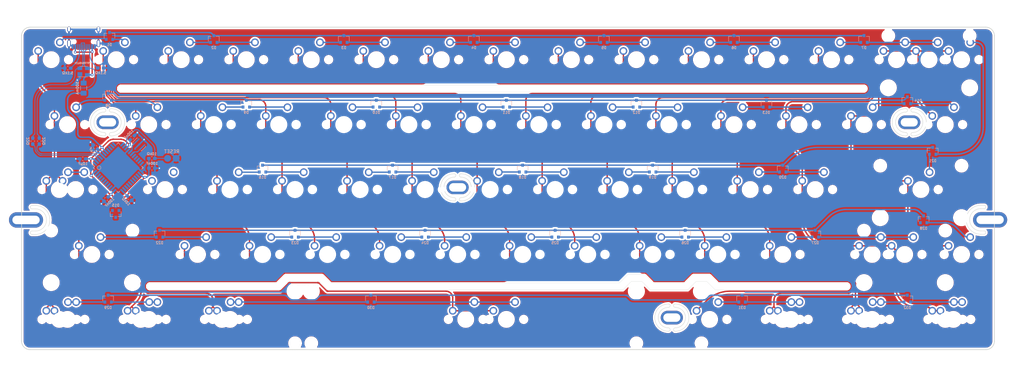
<source format=kicad_pcb>
(kicad_pcb (version 20171130) (host pcbnew "(5.1.4)-1")
  (layers (0 F.Cu signal) (31 B.Cu signal) (34 B.Paste user) (35 F.Paste user) (36 B.SilkS user) (37 F.SilkS user) (38 B.Mask user) (39 F.Mask user) (44 Edge.Cuts user))
  (net 0 "")
  (net 1 "Net-(D1-Pad2)")
  (net 2 "Net-(D1-Pad1)")
  (net 3 row0)
  (net 4 "Net-(D2-Pad2)")
  (net 5 "Net-(D2-Pad1)")
  (net 6 "Net-(D3-Pad2)")
  (net 7 "Net-(D3-Pad1)")
  (net 8 "Net-(D4-Pad2)")
  (net 9 "Net-(D4-Pad1)")
  (net 10 "Net-(D5-Pad2)")
  (net 11 "Net-(D5-Pad1)")
  (net 12 "Net-(D6-Pad2)")
  (net 13 "Net-(D6-Pad1)")
  (net 14 "Net-(D7-Pad2)")
  (net 15 "Net-(D7-Pad1)")
  (net 16 row1)
  (net 17 "Net-(D8-Pad2)")
  (net 18 "Net-(D8-Pad1)")
  (net 19 "Net-(D9-Pad2)")
  (net 20 "Net-(D9-Pad1)")
  (net 21 "Net-(D10-Pad2)")
  (net 22 "Net-(D10-Pad1)")
  (net 23 "Net-(D11-Pad2)")
  (net 24 "Net-(D11-Pad1)")
  (net 25 "Net-(D12-Pad2)")
  (net 26 "Net-(D12-Pad1)")
  (net 27 "Net-(D13-Pad2)")
  (net 28 "Net-(D13-Pad1)")
  (net 29 "Net-(D14-Pad2)")
  (net 30 "Net-(D14-Pad1)")
  (net 31 row2)
  (net 32 "Net-(D15-Pad2)")
  (net 33 "Net-(D15-Pad1)")
  (net 34 "Net-(D16-Pad2)")
  (net 35 "Net-(D16-Pad1)")
  (net 36 "Net-(D17-Pad2)")
  (net 37 "Net-(D17-Pad1)")
  (net 38 "Net-(D18-Pad2)")
  (net 39 "Net-(D18-Pad1)")
  (net 40 "Net-(D19-Pad2)")
  (net 41 "Net-(D19-Pad1)")
  (net 42 "Net-(D20-Pad2)")
  (net 43 "Net-(D20-Pad1)")
  (net 44 "Net-(D21-Pad2)")
  (net 45 "Net-(D21-Pad1)")
  (net 46 row3)
  (net 47 "Net-(D22-Pad2)")
  (net 48 "Net-(D22-Pad1)")
  (net 49 "Net-(D23-Pad2)")
  (net 50 "Net-(D23-Pad1)")
  (net 51 "Net-(D24-Pad2)")
  (net 52 "Net-(D24-Pad1)")
  (net 53 "Net-(D25-Pad2)")
  (net 54 "Net-(D25-Pad1)")
  (net 55 "Net-(D26-Pad2)")
  (net 56 "Net-(D26-Pad1)")
  (net 57 "Net-(D27-Pad2)")
  (net 58 "Net-(D27-Pad1)")
  (net 59 "Net-(D28-Pad2)")
  (net 60 "Net-(D28-Pad1)")
  (net 61 row4)
  (net 62 "Net-(D29-Pad2)")
  (net 63 "Net-(D29-Pad1)")
  (net 64 "Net-(D30-Pad2)")
  (net 65 "Net-(D30-Pad1)")
  (net 66 "Net-(D31-Pad2)")
  (net 67 "Net-(D31-Pad1)")
  (net 68 "Net-(D32-Pad2)")
  (net 69 "Net-(D32-Pad1)")
  (net 70 col0)
  (net 71 col1)
  (net 72 col2)
  (net 73 col3)
  (net 74 col4)
  (net 75 col5)
  (net 76 col6)
  (net 77 col7)
  (net 78 col9)
  (net 79 col10)
  (net 80 col11)
  (net 81 col12)
  (net 82 col13)
  (net 83 col8)
  (net 84 +5V)
  (net 85 GND)
  (net 86 "Net-(C5-Pad1)")
  (net 87 VCC)
  (net 88 DA-)
  (net 89 DA+)
  (net 90 "Net-(R1-Pad2)")
  (net 91 "Net-(R2-Pad2)")
  (net 92 DB+)
  (net 93 DB-)
  (net 94 "Net-(R5-Pad2)")
  (net 95 "Net-(R6-Pad2)")
  (net 96 "Net-(U1-Pad41)")
  (net 97 "Net-(U1-Pad18)")
  (net 98 "Net-(U1-Pad19)")
  (net 99 "Net-(U1-Pad22)")
  (net 100 "Net-(U1-Pad30)")
  (net 101 "Net-(U1-Pad37)")
  (net 102 "Net-(U1-Pad26)")
  (net 103 "Net-(U1-Pad38)")
  (net 104 "Net-(U1-Pad12)")
  (net 105 "Net-(U1-Pad8)")
  (net 106 "Net-(U1-Pad29)")
  (net 107 "Net-(U1-Pad10)")
  (net 108 "Net-(U1-Pad40)")
  (net 109 "Net-(U1-Pad32)")
  (net 110 "Net-(U1-Pad9)")
  (net 111 "Net-(U1-Pad1)")
  (net 112 "Net-(U1-Pad20)")
  (net 113 "Net-(U1-Pad36)")
  (net 114 "Net-(U1-Pad27)")
  (net 115 "Net-(U1-Pad28)")
  (net 116 "Net-(U1-Pad39)")
  (net 117 "Net-(U1-Pad25)")
  (net 118 "Net-(U1-Pad31)")
  (net 119 "Net-(U1-Pad42)")
  (net 120 "Net-(U1-Pad11)")
  (net 121 "Net-(U1-Pad17)")
  (net 122 "Net-(U1-Pad16)")
  (net 123 "Net-(U1-Pad21)")
  (net 124 "Net-(USB1-Pad3)")
  (net 125 "Net-(USB1-Pad9)")
  (module Custom_Footprints:Resonator_3Pin_Annotated (layer B.Cu) (at 28.325 27.375 135)
    (fp_text reference Y1 hide)
    (fp_text value 16MHz hide)
    (pad 1 smd roundrect (at -1.2 0 135) (size 0.4 2.4) (layers B.Cu B.Paste B.Mask) (net 121 "Net-(U1-Pad17)"))
    (pad 2 smd roundrect (at 0 0 135) (size 0.4 2.4) (layers B.Cu B.Paste B.Mask) (net 85 GND))
    (pad 3 smd roundrect (at 1.2 0 135) (size 0.4 2.4) (layers B.Cu B.Paste B.Mask) (net 122 "Net-(U1-Pad16)"))
  )
  (module Custom_Footprints:RESET_PADS (layer B.Cu) (at 37.875 31.475 180)
    (fp_text reference SW1)
    (fp_text value RESET (at 0 2) (layer B.SilkS) (effects (justify mirror)))
    (pad 2 smd circle (at 1.25 0 180) (size 2 2) (layers B.Cu B.Mask) (net 90 "Net-(R1-Pad2)"))
    (pad 1 smd circle (at -1.25 0 180) (size 2 2) (layers B.Cu B.Mask) (net 85 GND))
  )
  (module Type-C:HRO-TYPE-C-31-M-12 (layer B.Cu) (at 12.050001 -9)
    (fp_text reference USB1)
    (fp_text value HRO-TYPE-C-31-M-12)
    (pad 12 smd rect (at 3.225 7.695) (size 0.6 1.45) (layers B.Cu B.Paste B.Mask) (net 85 GND))
    (pad 1 smd rect (at -3.225 7.695) (size 0.6 1.45) (layers B.Cu B.Paste B.Mask) (net 85 GND))
    (pad 11 smd rect (at 2.45 7.695) (size 0.6 1.45) (layers B.Cu B.Paste B.Mask) (net 87 VCC))
    (pad 2 smd rect (at -2.45 7.695) (size 0.6 1.45) (layers B.Cu B.Paste B.Mask) (net 87 VCC))
    (pad 3 smd rect (at -1.75 7.695) (size 0.3 1.45) (layers B.Cu B.Paste B.Mask) (net 124 "Net-(USB1-Pad3)"))
    (pad 10 smd rect (at 1.75 7.695) (size 0.3 1.45) (layers B.Cu B.Paste B.Mask) (net 95 "Net-(R6-Pad2)"))
    (pad 4 smd rect (at -1.25 7.695) (size 0.3 1.45) (layers B.Cu B.Paste B.Mask) (net 94 "Net-(R5-Pad2)"))
    (pad 9 smd rect (at 1.25 7.695) (size 0.3 1.45) (layers B.Cu B.Paste B.Mask) (net 125 "Net-(USB1-Pad9)"))
    (pad 5 smd rect (at -0.75 7.695) (size 0.3 1.45) (layers B.Cu B.Paste B.Mask) (net 93 DB-))
    (pad 8 smd rect (at 0.75 7.695) (size 0.3 1.45) (layers B.Cu B.Paste B.Mask) (net 92 DB+))
    (pad 7 smd rect (at 0.25 7.695) (size 0.3 1.45) (layers B.Cu B.Paste B.Mask) (net 93 DB-))
    (pad 6 smd rect (at -0.25 7.695) (size 0.3 1.45) (layers B.Cu B.Paste B.Mask) (net 92 DB+))
    (pad "" np_thru_hole circle (at 2.89 6.25) (size 0.65 0.65) (drill 0.65) (layers *.Cu *.Mask))
    (pad "" np_thru_hole circle (at -2.89 6.25) (size 0.65 0.65) (drill 0.65) (layers *.Cu *.Mask))
    (pad 13 thru_hole oval (at -4.32 6.78) (size 1 2.1) (drill oval 0.6 1.7) (layers *.Cu F.Mask) (net 85 GND))
    (pad 13 thru_hole oval (at 4.32 6.78) (size 1 2.1) (drill oval 0.6 1.7) (layers *.Cu F.Mask) (net 85 GND))
    (pad 13 thru_hole oval (at -4.32 2.6) (size 1 1.6) (drill oval 0.6 1.2) (layers *.Cu F.Mask) (net 85 GND))
    (pad 13 thru_hole oval (at 4.32 2.6) (size 1 1.6) (drill oval 0.6 1.2) (layers *.Cu F.Mask) (net 85 GND))
  )
  (module Custom_Footprints:ATMEGA32U4_Annotated (layer B.Cu) (at 22.175 34.225 315)
    (fp_text reference U1)
    (fp_text value ATmega32U4-AU)
    (pad 41 smd rect (at -1.6 5.7 225) (size 1.5 0.55) (layers B.Cu B.Paste B.Mask) (net 96 "Net-(U1-Pad41)"))
    (pad 5 smd rect (at -5.7 0.8 315) (size 1.5 0.55) (layers B.Cu B.Paste B.Mask) (net 85 GND))
    (pad 18 smd rect (at 0.8 -5.7 225) (size 1.5 0.55) (layers B.Cu B.Paste B.Mask) (net 97 "Net-(U1-Pad18)"))
    (pad 19 smd rect (at 1.6 -5.7 225) (size 1.5 0.55) (layers B.Cu B.Paste B.Mask) (net 98 "Net-(U1-Pad19)"))
    (pad 22 smd rect (at 4 -5.7 225) (size 1.5 0.55) (layers B.Cu B.Paste B.Mask) (net 99 "Net-(U1-Pad22)"))
    (pad 30 smd rect (at 5.7 1.6 315) (size 1.5 0.55) (layers B.Cu B.Paste B.Mask) (net 100 "Net-(U1-Pad30)"))
    (pad 37 smd rect (at 1.6 5.7 225) (size 1.5 0.55) (layers B.Cu B.Paste B.Mask) (net 101 "Net-(U1-Pad37)"))
    (pad 26 smd rect (at 5.7 -1.6 315) (size 1.5 0.55) (layers B.Cu B.Paste B.Mask) (net 102 "Net-(U1-Pad26)"))
    (pad 15 smd rect (at -1.6 -5.7 225) (size 1.5 0.55) (layers B.Cu B.Paste B.Mask) (net 85 GND))
    (pad 38 smd rect (at 0.8 5.7 225) (size 1.5 0.55) (layers B.Cu B.Paste B.Mask) (net 103 "Net-(U1-Pad38)"))
    (pad 12 smd rect (at -4 -5.7 225) (size 1.5 0.55) (layers B.Cu B.Paste B.Mask) (net 104 "Net-(U1-Pad12)"))
    (pad 4 smd rect (at -5.7 1.6 315) (size 1.5 0.55) (layers B.Cu B.Paste B.Mask) (net 89 DA+))
    (pad 8 smd rect (at -5.7 -1.6 315) (size 1.5 0.55) (layers B.Cu B.Paste B.Mask) (net 105 "Net-(U1-Pad8)"))
    (pad 43 smd rect (at -3.2 5.7 225) (size 1.5 0.55) (layers B.Cu B.Paste B.Mask) (net 85 GND))
    (pad 29 smd rect (at 5.7 0.8 315) (size 1.5 0.55) (layers B.Cu B.Paste B.Mask) (net 106 "Net-(U1-Pad29)"))
    (pad 10 smd rect (at -5.7 -3.2 315) (size 1.5 0.55) (layers B.Cu B.Paste B.Mask) (net 107 "Net-(U1-Pad10)"))
    (pad 40 smd rect (at -0.8 5.7 225) (size 1.5 0.55) (layers B.Cu B.Paste B.Mask) (net 108 "Net-(U1-Pad40)"))
    (pad 32 smd rect (at 5.7 3.2 315) (size 1.5 0.55) (layers B.Cu B.Paste B.Mask) (net 109 "Net-(U1-Pad32)"))
    (pad 9 smd rect (at -5.7 -2.4 315) (size 1.5 0.55) (layers B.Cu B.Paste B.Mask) (net 110 "Net-(U1-Pad9)"))
    (pad 6 smd rect (at -5.7 0 315) (size 1.5 0.55) (layers B.Cu B.Paste B.Mask) (net 86 "Net-(C5-Pad1)"))
    (pad 1 smd rect (at -5.7 4 315) (size 1.5 0.55) (layers B.Cu B.Paste B.Mask) (net 111 "Net-(U1-Pad1)"))
    (pad 14 smd rect (at -2.4 -5.7 225) (size 1.5 0.55) (layers B.Cu B.Paste B.Mask) (net 84 +5V))
    (pad 20 smd rect (at 2.4 -5.7 225) (size 1.5 0.55) (layers B.Cu B.Paste B.Mask) (net 112 "Net-(U1-Pad20)"))
    (pad 33 smd rect (at 5.7 4 315) (size 1.5 0.55) (layers B.Cu B.Paste B.Mask) (net 91 "Net-(R2-Pad2)"))
    (pad 13 smd rect (at -3.2 -5.7 225) (size 1.5 0.55) (layers B.Cu B.Paste B.Mask) (net 90 "Net-(R1-Pad2)"))
    (pad 24 smd rect (at 5.7 -3.2 315) (size 1.5 0.55) (layers B.Cu B.Paste B.Mask) (net 84 +5V))
    (pad 36 smd rect (at 2.4 5.7 225) (size 1.5 0.55) (layers B.Cu B.Paste B.Mask) (net 113 "Net-(U1-Pad36)"))
    (pad 2 smd rect (at -5.7 3.2 315) (size 1.5 0.55) (layers B.Cu B.Paste B.Mask) (net 84 +5V))
    (pad 27 smd rect (at 5.7 -0.8 315) (size 1.5 0.55) (layers B.Cu B.Paste B.Mask) (net 114 "Net-(U1-Pad27)"))
    (pad 28 smd rect (at 5.7 0 315) (size 1.5 0.55) (layers B.Cu B.Paste B.Mask) (net 115 "Net-(U1-Pad28)"))
    (pad 39 smd rect (at 0 5.7 225) (size 1.5 0.55) (layers B.Cu B.Paste B.Mask) (net 116 "Net-(U1-Pad39)"))
    (pad 35 smd rect (at 3.2 5.7 225) (size 1.5 0.55) (layers B.Cu B.Paste B.Mask) (net 85 GND))
    (pad 44 smd rect (at -4 5.7 225) (size 1.5 0.55) (layers B.Cu B.Paste B.Mask) (net 84 +5V))
    (pad 25 smd rect (at 5.7 -2.4 315) (size 1.5 0.55) (layers B.Cu B.Paste B.Mask) (net 117 "Net-(U1-Pad25)"))
    (pad 31 smd rect (at 5.7 2.4 315) (size 1.5 0.55) (layers B.Cu B.Paste B.Mask) (net 118 "Net-(U1-Pad31)"))
    (pad 42 smd rect (at -2.4 5.7 225) (size 1.5 0.55) (layers B.Cu B.Paste B.Mask) (net 119 "Net-(U1-Pad42)"))
    (pad 11 smd rect (at -5.7 -4 315) (size 1.5 0.55) (layers B.Cu B.Paste B.Mask) (net 120 "Net-(U1-Pad11)"))
    (pad 17 smd rect (at 0 -5.7 225) (size 1.5 0.55) (layers B.Cu B.Paste B.Mask) (net 121 "Net-(U1-Pad17)"))
    (pad 16 smd rect (at -0.8 -5.7 225) (size 1.5 0.55) (layers B.Cu B.Paste B.Mask) (net 122 "Net-(U1-Pad16)"))
    (pad 23 smd rect (at 5.7 -4 315) (size 1.5 0.55) (layers B.Cu B.Paste B.Mask) (net 85 GND))
    (pad 3 smd rect (at -5.7 2.4 315) (size 1.5 0.55) (layers B.Cu B.Paste B.Mask) (net 88 DA-))
    (pad 7 smd rect (at -5.7 -0.8 315) (size 1.5 0.55) (layers B.Cu B.Paste B.Mask) (net 84 +5V))
    (pad 34 smd rect (at 4 5.7 225) (size 1.5 0.55) (layers B.Cu B.Paste B.Mask) (net 84 +5V))
    (pad 21 smd rect (at 3.2 -5.7 225) (size 1.5 0.55) (layers B.Cu B.Paste B.Mask) (net 123 "Net-(U1-Pad21)"))
  )
  (module Custom_Footprints:R_0603_Annotated (layer B.Cu) (at 17.025 4.975 180)
    (fp_text reference R6)
    (fp_text value 5.1kΩ (at 0 -1.4) (layer B.SilkS) (effects (font (size 0.75 0.75)) (justify mirror)))
    (pad 1 smd roundrect (at -0.875 0 180) (size 1.05 0.95) (layers B.Cu B.Paste B.Mask) (net 85 GND))
    (pad 2 smd roundrect (at 0.875 0 180) (size 1.05 0.95) (layers B.Cu B.Paste B.Mask) (net 95 "Net-(R6-Pad2)"))
  )
  (module Custom_Footprints:R_0603_Annotated (layer B.Cu) (at 7.375 5.025)
    (fp_text reference R5)
    (fp_text value 5.1kΩ (at 0 1.4) (layer B.SilkS) (effects (font (size 0.75 0.75)) (justify mirror)))
    (pad 1 smd roundrect (at -0.875 0) (size 1.05 0.95) (layers B.Cu B.Paste B.Mask) (net 85 GND))
    (pad 2 smd roundrect (at 0.875 0) (size 1.05 0.95) (layers B.Cu B.Paste B.Mask) (net 94 "Net-(R5-Pad2)"))
  )
  (module Custom_Footprints:R_0603_Annotated (layer B.Cu) (at -2.875 26.425 90)
    (fp_text reference R4)
    (fp_text value 22Ω (at 0 -1.4 90) (layer B.SilkS) (effects (font (size 0.75 0.75)) (justify mirror)))
    (pad 1 smd roundrect (at -0.875 0 90) (size 1.05 0.95) (layers B.Cu B.Paste B.Mask) (net 88 DA-))
    (pad 2 smd roundrect (at 0.875 0 90) (size 1.05 0.95) (layers B.Cu B.Paste B.Mask) (net 93 DB-))
  )
  (module Custom_Footprints:R_0603_Annotated (layer B.Cu) (at -0.975 26.425 90)
    (fp_text reference R3)
    (fp_text value 22Ω (at 0 1.35 90) (layer B.SilkS) (effects (font (size 0.75 0.75)) (justify mirror)))
    (pad 1 smd roundrect (at -0.875 0 90) (size 1.05 0.95) (layers B.Cu B.Paste B.Mask) (net 89 DA+))
    (pad 2 smd roundrect (at 0.875 0 90) (size 1.05 0.95) (layers B.Cu B.Paste B.Mask) (net 92 DB+))
  )
  (module Custom_Footprints:R_0603_Annotated (layer B.Cu) (at 25.45 43.15 135)
    (fp_text reference R2)
    (fp_text value 10kΩ (at 0 -1.4 135) (layer B.SilkS) (effects (font (size 0.75 0.75)) (justify mirror)))
    (pad 1 smd roundrect (at -0.875 0 135) (size 1.05 0.95) (layers B.Cu B.Paste B.Mask) (net 85 GND))
    (pad 2 smd roundrect (at 0.875 0 135) (size 1.05 0.95) (layers B.Cu B.Paste B.Mask) (net 91 "Net-(R2-Pad2)"))
  )
  (module Custom_Footprints:R_0603_Annotated (layer B.Cu) (at 32 31.5)
    (fp_text reference R1)
    (fp_text value 10kΩ (at 0 -1.325) (layer B.SilkS) (effects (font (size 0.75 0.75)) (justify mirror)))
    (pad 1 smd roundrect (at -0.875 0) (size 1.05 0.95) (layers B.Cu B.Paste B.Mask) (net 84 +5V))
    (pad 2 smd roundrect (at 0.875 0) (size 1.05 0.95) (layers B.Cu B.Paste B.Mask) (net 90 "Net-(R1-Pad2)"))
  )
  (module Custom_Footprints:Fuse_1206_Annotated (layer B.Cu) (at 12.025 10.875 90)
    (fp_text reference F1)
    (fp_text value 500mA (at 0 -1.82 90) (layer B.SilkS) (effects (font (size 0.75 0.75)) (justify mirror)))
    (pad 2 smd roundrect (at 1.4875 0 90) (size 1.425 1.75) (layers B.Cu B.Paste B.Mask) (roundrect_rratio 0.175439) (net 87 VCC))
    (pad 1 smd roundrect (at -1.4875 0 90) (size 1.425 1.75) (layers B.Cu B.Paste B.Mask) (roundrect_rratio 0.175439) (net 84 +5V))
  )
  (module Package_TO_SOT_SMD:SOT-143 (layer B.Cu) (at 12.025 6.024999)
    (fp_text reference ESD1)
    (fp_text value PRTR5V0U2X (at -0.28 -2.48) (layer B.SilkS) (effects (font (size 0.5 0.5) (thickness 0.125)) (justify mirror)))
    (pad 4 smd rect (at 1.1 0.95 90) (size 1 1.4) (layers B.Cu B.Paste B.Mask) (net 87 VCC))
    (pad 3 smd rect (at 1.1 -0.95 90) (size 1 1.4) (layers B.Cu B.Paste B.Mask) (net 92 DB+))
    (pad 2 smd rect (at -1.1 -0.95 90) (size 1 1.4) (layers B.Cu B.Paste B.Mask) (net 93 DB-))
    (pad 1 smd rect (at -1.1 0.77 90) (size 1.2 1.4) (layers B.Cu B.Paste B.Mask) (net 85 GND))
  )
  (module Custom_Footprints:C_0603_Annotated (layer B.Cu) (at 15.475 28.175 135)
    (fp_text reference C5)
    (fp_text value 1µF (at 0 -1.4 135) (layer B.SilkS) (effects (font (size 0.75 0.75)) (justify mirror)))
    (pad 1 smd roundrect (at -0.875 0 135) (size 1.05 0.95) (layers B.Cu B.Paste B.Mask) (net 86 "Net-(C5-Pad1)"))
    (pad 2 smd roundrect (at 0.875 0 135) (size 1.05 0.95) (layers B.Cu B.Paste B.Mask) (net 85 GND))
  )
  (module Custom_Footprints:C_0603_Annotated (layer B.Cu) (at 18.625 43.425 225)
    (fp_text reference C4)
    (fp_text value 100nF (at 0 -1.4 45) (layer B.SilkS) (effects (font (size 0.75 0.75)) (justify mirror)))
    (pad 1 smd roundrect (at -0.875 0 225) (size 1.05 0.95) (layers B.Cu B.Paste B.Mask) (net 84 +5V))
    (pad 2 smd roundrect (at 0.875 0 225) (size 1.05 0.95) (layers B.Cu B.Paste B.Mask) (net 85 GND))
  )
  (module Custom_Footprints:C_0603_Annotated (layer B.Cu) (at 26.275001 25.425 45)
    (fp_text reference C3)
    (fp_text value 100nF (at 0 -1.4 45) (layer B.SilkS) (effects (font (size 0.75 0.75)) (justify mirror)))
    (pad 1 smd roundrect (at -0.875 0 45) (size 1.05 0.95) (layers B.Cu B.Paste B.Mask) (net 84 +5V))
    (pad 2 smd roundrect (at 0.875 0 45) (size 1.05 0.95) (layers B.Cu B.Paste B.Mask) (net 85 GND))
  )
  (module Custom_Footprints:C_0603_Annotated (layer B.Cu) (at 32.025 34.375)
    (fp_text reference C2)
    (fp_text value 100nF (at 0 -1.4) (layer B.SilkS) (effects (font (size 0.75 0.75)) (justify mirror)))
    (pad 1 smd roundrect (at -0.875 0) (size 1.05 0.95) (layers B.Cu B.Paste B.Mask) (net 84 +5V))
    (pad 2 smd roundrect (at 0.875 0) (size 1.05 0.95) (layers B.Cu B.Paste B.Mask) (net 85 GND))
  )
  (module Custom_Footprints:C_0603_Annotated (layer B.Cu) (at 11.775 31.625 180)
    (fp_text reference C1)
    (fp_text value 10µF (at 0 -1.4) (layer B.SilkS) (effects (font (size 0.75 0.75)) (justify mirror)))
    (pad 1 smd roundrect (at -0.875 0 180) (size 1.05 0.95) (layers B.Cu B.Paste B.Mask) (net 84 +5V))
    (pad 2 smd roundrect (at 0.875 0 180) (size 1.05 0.95) (layers B.Cu B.Paste B.Mask) (net 85 GND))
  )
  (module MX_Only:MXOnly-1.5U-NoLED (layer F.Cu) (at 216.8375 78.725)
    (fp_text reference K_409A1)
    (fp_text value KC_RALT)
    (pad 2 thru_hole circle (at 2.54 -5.08) (size 2.25 2.25) (drill 1.47) (layers *.Cu B.Mask) (net 67 "Net-(D31-Pad1)"))
    (pad "" np_thru_hole circle (at 0 0) (size 3.9878 3.9878) (drill 3.9878) (layers *.Cu *.Mask))
    (pad 1 thru_hole circle (at -3.81 -2.54) (size 2.25 2.25) (drill 1.47) (layers *.Cu B.Mask) (net 78 col9))
    (pad "" np_thru_hole circle (at -5.08 0 48.0996) (size 1.75 1.75) (drill 1.75) (layers *.Cu *.Mask))
    (pad "" np_thru_hole circle (at 5.08 0 48.0996) (size 1.75 1.75) (drill 1.75) (layers *.Cu *.Mask))
  )
  (module MX_Only:MXOnly-1.5U-NoLED (layer F.Cu) (at 264.4625 78.724999)
    (fp_text reference K_411A1)
    (fp_text value KC_RCTL)
    (pad 2 thru_hole circle (at 2.54 -5.08) (size 2.25 2.25) (drill 1.47) (layers *.Cu B.Mask) (net 69 "Net-(D32-Pad1)"))
    (pad "" np_thru_hole circle (at 0 0) (size 3.9878 3.9878) (drill 3.9878) (layers *.Cu *.Mask))
    (pad 1 thru_hole circle (at -3.81 -2.54) (size 2.25 2.25) (drill 1.47) (layers *.Cu B.Mask) (net 80 col11))
    (pad "" np_thru_hole circle (at -5.08 0 48.0996) (size 1.75 1.75) (drill 1.75) (layers *.Cu *.Mask))
    (pad "" np_thru_hole circle (at 5.08 0 48.0996) (size 1.75 1.75) (drill 1.75) (layers *.Cu *.Mask))
  )
  (module MX_Only:MXOnly-1U-NoLED (layer F.Cu) (at 240.65 78.725)
    (fp_text reference K_410A1)
    (fp_text value "KC_MO(1)")
    (pad 2 thru_hole circle (at 2.54 -5.08) (size 2.25 2.25) (drill 1.47) (layers *.Cu B.Mask) (net 68 "Net-(D32-Pad2)"))
    (pad "" np_thru_hole circle (at 0 0) (size 3.9878 3.9878) (drill 3.9878) (layers *.Cu *.Mask))
    (pad 1 thru_hole circle (at -3.81 -2.54) (size 2.25 2.25) (drill 1.47) (layers *.Cu B.Mask) (net 79 col10))
    (pad "" np_thru_hole circle (at -5.08 0 48.0996) (size 1.75 1.75) (drill 1.75) (layers *.Cu *.Mask))
    (pad "" np_thru_hole circle (at 5.08 0 48.0996) (size 1.75 1.75) (drill 1.75) (layers *.Cu *.Mask))
  )
  (module MX_Only:MXOnly-7U-ReversedStabilizers-NoLED (layer F.Cu) (at 135.875 78.725)
    (fp_text reference K_406A1)
    (fp_text value KC_SPC)
    (pad 2 thru_hole circle (at 2.54 -5.08) (size 2.25 2.25) (drill 1.47) (layers *.Cu B.Mask) (net 65 "Net-(D30-Pad1)"))
    (pad "" np_thru_hole circle (at 0 0) (size 3.9878 3.9878) (drill 3.9878) (layers *.Cu *.Mask))
    (pad 1 thru_hole circle (at -3.81 -2.54) (size 2.25 2.25) (drill 1.47) (layers *.Cu B.Mask) (net 76 col6))
    (pad "" np_thru_hole circle (at -5.08 0 48.0996) (size 1.75 1.75) (drill 1.75) (layers *.Cu *.Mask))
    (pad "" np_thru_hole circle (at 5.08 0 48.0996) (size 1.75 1.75) (drill 1.75) (layers *.Cu *.Mask))
    (pad "" np_thru_hole circle (at -57.15 6.985) (size 3.048 3.048) (drill 3.048) (layers *.Cu *.Mask))
    (pad "" np_thru_hole circle (at 57.15 6.985) (size 3.048 3.048) (drill 3.048) (layers *.Cu *.Mask))
    (pad "" np_thru_hole circle (at -57.15 -8.255) (size 3.9878 3.9878) (drill 3.9878) (layers *.Cu *.Mask))
    (pad "" np_thru_hole circle (at 57.15 -8.255) (size 3.9878 3.9878) (drill 3.9878) (layers *.Cu *.Mask))
  )
  (module MX_Only:MXOnly-1.5U-NoLED (layer F.Cu) (at 54.9125 78.724999)
    (fp_text reference K_402A1)
    (fp_text value KC_LALT)
    (pad 2 thru_hole circle (at 2.54 -5.08) (size 2.25 2.25) (drill 1.47) (layers *.Cu B.Mask) (net 64 "Net-(D30-Pad2)"))
    (pad "" np_thru_hole circle (at 0 0) (size 3.9878 3.9878) (drill 3.9878) (layers *.Cu *.Mask))
    (pad 1 thru_hole circle (at -3.81 -2.54) (size 2.25 2.25) (drill 1.47) (layers *.Cu B.Mask) (net 72 col2))
    (pad "" np_thru_hole circle (at -5.08 0 48.0996) (size 1.75 1.75) (drill 1.75) (layers *.Cu *.Mask))
    (pad "" np_thru_hole circle (at 5.08 0 48.0996) (size 1.75 1.75) (drill 1.75) (layers *.Cu *.Mask))
  )
  (module MX_Only:MXOnly-1U-NoLED (layer F.Cu) (at 31.1 78.725)
    (fp_text reference K_401A1)
    (fp_text value KC_LGUI)
    (pad 2 thru_hole circle (at 2.54 -5.08) (size 2.25 2.25) (drill 1.47) (layers *.Cu B.Mask) (net 63 "Net-(D29-Pad1)"))
    (pad "" np_thru_hole circle (at 0 0) (size 3.9878 3.9878) (drill 3.9878) (layers *.Cu *.Mask))
    (pad 1 thru_hole circle (at -3.81 -2.54) (size 2.25 2.25) (drill 1.47) (layers *.Cu B.Mask) (net 71 col1))
    (pad "" np_thru_hole circle (at -5.08 0 48.0996) (size 1.75 1.75) (drill 1.75) (layers *.Cu *.Mask))
    (pad "" np_thru_hole circle (at 5.08 0 48.0996) (size 1.75 1.75) (drill 1.75) (layers *.Cu *.Mask))
  )
  (module MX_Only:MXOnly-1.5U-NoLED (layer F.Cu) (at 7.2875 78.725)
    (fp_text reference K_400A1)
    (fp_text value KC_LCTL)
    (pad 2 thru_hole circle (at 2.54 -5.08) (size 2.25 2.25) (drill 1.47) (layers *.Cu B.Mask) (net 62 "Net-(D29-Pad2)"))
    (pad "" np_thru_hole circle (at 0 0) (size 3.9878 3.9878) (drill 3.9878) (layers *.Cu *.Mask))
    (pad 1 thru_hole circle (at -3.81 -2.54) (size 2.25 2.25) (drill 1.47) (layers *.Cu B.Mask) (net 70 col0))
    (pad "" np_thru_hole circle (at -5.08 0 48.0996) (size 1.75 1.75) (drill 1.75) (layers *.Cu *.Mask))
    (pad "" np_thru_hole circle (at 5.08 0 48.0996) (size 1.75 1.75) (drill 1.75) (layers *.Cu *.Mask))
  )
  (module MX_Only:MXOnly-1.75U-NoLED (layer F.Cu) (at 243.03125 59.675)
    (fp_text reference K_311A1)
    (fp_text value KC_RSFT)
    (pad 2 thru_hole circle (at 2.54 -5.08) (size 2.25 2.25) (drill 1.47) (layers *.Cu B.Mask) (net 58 "Net-(D27-Pad1)"))
    (pad "" np_thru_hole circle (at 0 0) (size 3.9878 3.9878) (drill 3.9878) (layers *.Cu *.Mask))
    (pad 1 thru_hole circle (at -3.81 -2.54) (size 2.25 2.25) (drill 1.47) (layers *.Cu B.Mask) (net 80 col11))
    (pad "" np_thru_hole circle (at -5.08 0 48.0996) (size 1.75 1.75) (drill 1.75) (layers *.Cu *.Mask))
    (pad "" np_thru_hole circle (at 5.08 0 48.0996) (size 1.75 1.75) (drill 1.75) (layers *.Cu *.Mask))
  )
  (module MX_Only:MXOnly-1.25U-NoLED (layer F.Cu) (at 4.90625 40.625001)
    (fp_text reference K_200A1)
    (fp_text value KC_CAPS)
    (pad 2 thru_hole circle (at 2.54 -5.08) (size 2.25 2.25) (drill 1.47) (layers *.Cu B.Mask) (net 33 "Net-(D15-Pad1)"))
    (pad "" np_thru_hole circle (at 0 0) (size 3.9878 3.9878) (drill 3.9878) (layers *.Cu *.Mask))
    (pad 1 thru_hole circle (at -3.81 -2.54) (size 2.25 2.25) (drill 1.47) (layers *.Cu B.Mask) (net 70 col0))
    (pad "" np_thru_hole circle (at -5.08 0 48.0996) (size 1.75 1.75) (drill 1.75) (layers *.Cu *.Mask))
    (pad "" np_thru_hole circle (at 5.08 0 48.0996) (size 1.75 1.75) (drill 1.75) (layers *.Cu *.Mask))
  )
  (module MX_Only:MXOnly-1U-NoLED (layer F.Cu) (at 250.175 2.525)
    (fp_text reference K_013A1)
    (fp_text value KC_BSPC)
    (pad 2 thru_hole circle (at 2.54 -5.08) (size 2.25 2.25) (drill 1.47) (layers *.Cu B.Mask) (net 15 "Net-(D7-Pad1)"))
    (pad "" np_thru_hole circle (at 0 0) (size 3.9878 3.9878) (drill 3.9878) (layers *.Cu *.Mask))
    (pad 1 thru_hole circle (at -3.81 -2.54) (size 2.25 2.25) (drill 1.47) (layers *.Cu B.Mask) (net 82 col13))
    (pad "" np_thru_hole circle (at -5.08 0 48.0996) (size 1.75 1.75) (drill 1.75) (layers *.Cu *.Mask))
    (pad "" np_thru_hole circle (at 5.08 0 48.0996) (size 1.75 1.75) (drill 1.75) (layers *.Cu *.Mask))
  )
  (module MX_Only:MXOnly-1.25U-NoLED (layer F.Cu) (at 266.84375 78.724999)
    (fp_text reference K_411)
    (fp_text value KC_RCTL)
    (pad 2 thru_hole circle (at 2.54 -5.08) (size 2.25 2.25) (drill 1.47) (layers *.Cu B.Mask) (net 69 "Net-(D32-Pad1)"))
    (pad "" np_thru_hole circle (at 0 0) (size 3.9878 3.9878) (drill 3.9878) (layers *.Cu *.Mask))
    (pad 1 thru_hole circle (at -3.81 -2.54) (size 2.25 2.25) (drill 1.47) (layers *.Cu B.Mask) (net 80 col11))
    (pad "" np_thru_hole circle (at -5.08 0 48.0996) (size 1.75 1.75) (drill 1.75) (layers *.Cu *.Mask))
    (pad "" np_thru_hole circle (at 5.08 0 48.0996) (size 1.75 1.75) (drill 1.75) (layers *.Cu *.Mask))
  )
  (module MX_Only:MXOnly-1.25U-NoLED (layer F.Cu) (at 243.03125 78.725)
    (fp_text reference K_410)
    (fp_text value "KC_MO(1)")
    (pad 2 thru_hole circle (at 2.54 -5.08) (size 2.25 2.25) (drill 1.47) (layers *.Cu B.Mask) (net 68 "Net-(D32-Pad2)"))
    (pad "" np_thru_hole circle (at 0 0) (size 3.9878 3.9878) (drill 3.9878) (layers *.Cu *.Mask))
    (pad 1 thru_hole circle (at -3.81 -2.54) (size 2.25 2.25) (drill 1.47) (layers *.Cu B.Mask) (net 79 col10))
    (pad "" np_thru_hole circle (at -5.08 0 48.0996) (size 1.75 1.75) (drill 1.75) (layers *.Cu *.Mask))
    (pad "" np_thru_hole circle (at 5.08 0 48.0996) (size 1.75 1.75) (drill 1.75) (layers *.Cu *.Mask))
  )
  (module MX_Only:MXOnly-1.25U-NoLED (layer F.Cu) (at 219.21875 78.725)
    (fp_text reference K_409)
    (fp_text value KC_RGUI)
    (pad 2 thru_hole circle (at 2.54 -5.08) (size 2.25 2.25) (drill 1.47) (layers *.Cu B.Mask) (net 67 "Net-(D31-Pad1)"))
    (pad "" np_thru_hole circle (at 0 0) (size 3.9878 3.9878) (drill 3.9878) (layers *.Cu *.Mask))
    (pad 1 thru_hole circle (at -3.81 -2.54) (size 2.25 2.25) (drill 1.47) (layers *.Cu B.Mask) (net 78 col9))
    (pad "" np_thru_hole circle (at -5.08 0 48.0996) (size 1.75 1.75) (drill 1.75) (layers *.Cu *.Mask))
    (pad "" np_thru_hole circle (at 5.08 0 48.0996) (size 1.75 1.75) (drill 1.75) (layers *.Cu *.Mask))
  )
  (module MX_Only:MXOnly-1.25U-NoLED (layer F.Cu) (at 195.40625 78.725)
    (fp_text reference K_408)
    (fp_text value KC_RALT)
    (pad 2 thru_hole circle (at 2.54 -5.08) (size 2.25 2.25) (drill 1.47) (layers *.Cu B.Mask) (net 66 "Net-(D31-Pad2)"))
    (pad "" np_thru_hole circle (at 0 0) (size 3.9878 3.9878) (drill 3.9878) (layers *.Cu *.Mask))
    (pad 1 thru_hole circle (at -3.81 -2.54) (size 2.25 2.25) (drill 1.47) (layers *.Cu B.Mask) (net 83 col8))
    (pad "" np_thru_hole circle (at -5.08 0 48.0996) (size 1.75 1.75) (drill 1.75) (layers *.Cu *.Mask))
    (pad "" np_thru_hole circle (at 5.08 0 48.0996) (size 1.75 1.75) (drill 1.75) (layers *.Cu *.Mask))
  )
  (module MX_Only:MXOnly-6.25U-ReversedStabilizers-NoLED (layer F.Cu) (at 123.96875 78.725)
    (fp_text reference K_406)
    (fp_text value KC_SPC)
    (pad 2 thru_hole circle (at 2.54 -5.08) (size 2.25 2.25) (drill 1.47) (layers *.Cu B.Mask) (net 65 "Net-(D30-Pad1)"))
    (pad "" np_thru_hole circle (at 0 0) (size 3.9878 3.9878) (drill 3.9878) (layers *.Cu *.Mask))
    (pad 1 thru_hole circle (at -3.81 -2.54) (size 2.25 2.25) (drill 1.47) (layers *.Cu B.Mask) (net 76 col6))
    (pad "" np_thru_hole circle (at -5.08 0 48.0996) (size 1.75 1.75) (drill 1.75) (layers *.Cu *.Mask))
    (pad "" np_thru_hole circle (at 5.08 0 48.0996) (size 1.75 1.75) (drill 1.75) (layers *.Cu *.Mask))
    (pad "" np_thru_hole circle (at -49.9999 6.985) (size 3.048 3.048) (drill 3.048) (layers *.Cu *.Mask))
    (pad "" np_thru_hole circle (at 49.9999 6.985) (size 3.048 3.048) (drill 3.048) (layers *.Cu *.Mask))
    (pad "" np_thru_hole circle (at -49.9999 -8.255) (size 3.9878 3.9878) (drill 3.9878) (layers *.Cu *.Mask))
    (pad "" np_thru_hole circle (at 49.9999 -8.255) (size 3.9878 3.9878) (drill 3.9878) (layers *.Cu *.Mask))
  )
  (module MX_Only:MXOnly-1.25U-NoLED (layer F.Cu) (at 52.53125 78.724999)
    (fp_text reference K_402)
    (fp_text value KC_LALT)
    (pad 2 thru_hole circle (at 2.54 -5.08) (size 2.25 2.25) (drill 1.47) (layers *.Cu B.Mask) (net 64 "Net-(D30-Pad2)"))
    (pad "" np_thru_hole circle (at 0 0) (size 3.9878 3.9878) (drill 3.9878) (layers *.Cu *.Mask))
    (pad 1 thru_hole circle (at -3.81 -2.54) (size 2.25 2.25) (drill 1.47) (layers *.Cu B.Mask) (net 72 col2))
    (pad "" np_thru_hole circle (at -5.08 0 48.0996) (size 1.75 1.75) (drill 1.75) (layers *.Cu *.Mask))
    (pad "" np_thru_hole circle (at 5.08 0 48.0996) (size 1.75 1.75) (drill 1.75) (layers *.Cu *.Mask))
  )
  (module MX_Only:MXOnly-1.25U-NoLED (layer F.Cu) (at 28.71875 78.725)
    (fp_text reference K_401)
    (fp_text value KC_LGUI)
    (pad 2 thru_hole circle (at 2.54 -5.08) (size 2.25 2.25) (drill 1.47) (layers *.Cu B.Mask) (net 63 "Net-(D29-Pad1)"))
    (pad "" np_thru_hole circle (at 0 0) (size 3.9878 3.9878) (drill 3.9878) (layers *.Cu *.Mask))
    (pad 1 thru_hole circle (at -3.81 -2.54) (size 2.25 2.25) (drill 1.47) (layers *.Cu B.Mask) (net 71 col1))
    (pad "" np_thru_hole circle (at -5.08 0 48.0996) (size 1.75 1.75) (drill 1.75) (layers *.Cu *.Mask))
    (pad "" np_thru_hole circle (at 5.08 0 48.0996) (size 1.75 1.75) (drill 1.75) (layers *.Cu *.Mask))
  )
  (module MX_Only:MXOnly-1.25U-NoLED (layer F.Cu) (at 4.90625 78.725)
    (fp_text reference K_400)
    (fp_text value KC_LCTL)
    (pad 2 thru_hole circle (at 2.54 -5.08) (size 2.25 2.25) (drill 1.47) (layers *.Cu B.Mask) (net 62 "Net-(D29-Pad2)"))
    (pad "" np_thru_hole circle (at 0 0) (size 3.9878 3.9878) (drill 3.9878) (layers *.Cu *.Mask))
    (pad 1 thru_hole circle (at -3.81 -2.54) (size 2.25 2.25) (drill 1.47) (layers *.Cu B.Mask) (net 70 col0))
    (pad "" np_thru_hole circle (at -5.08 0 48.0996) (size 1.75 1.75) (drill 1.75) (layers *.Cu *.Mask))
    (pad "" np_thru_hole circle (at 5.08 0 48.0996) (size 1.75 1.75) (drill 1.75) (layers *.Cu *.Mask))
  )
  (module MX_Only:MXOnly-1U-NoLED (layer F.Cu) (at 269.225 59.675)
    (fp_text reference K_312)
    (fp_text value "KC_MO(1)")
    (pad 2 thru_hole circle (at 2.54 -5.08) (size 2.25 2.25) (drill 1.47) (layers *.Cu B.Mask) (net 60 "Net-(D28-Pad1)"))
    (pad "" np_thru_hole circle (at 0 0) (size 3.9878 3.9878) (drill 3.9878) (layers *.Cu *.Mask))
    (pad 1 thru_hole circle (at -3.81 -2.54) (size 2.25 2.25) (drill 1.47) (layers *.Cu B.Mask) (net 81 col12))
    (pad "" np_thru_hole circle (at -5.08 0 48.0996) (size 1.75 1.75) (drill 1.75) (layers *.Cu *.Mask))
    (pad "" np_thru_hole circle (at 5.08 0 48.0996) (size 1.75 1.75) (drill 1.75) (layers *.Cu *.Mask))
  )
  (module MX_Only:MXOnly-2.75U-NoLED (layer F.Cu) (at 252.55625 59.675)
    (fp_text reference K_311)
    (fp_text value KC_RSFT)
    (pad 2 thru_hole circle (at 2.54 -5.08) (size 2.25 2.25) (drill 1.47) (layers *.Cu B.Mask) (net 58 "Net-(D27-Pad1)"))
    (pad "" np_thru_hole circle (at 0 0) (size 3.9878 3.9878) (drill 3.9878) (layers *.Cu *.Mask))
    (pad 1 thru_hole circle (at -3.81 -2.54) (size 2.25 2.25) (drill 1.47) (layers *.Cu B.Mask) (net 80 col11))
    (pad "" np_thru_hole circle (at -5.08 0 48.0996) (size 1.75 1.75) (drill 1.75) (layers *.Cu *.Mask))
    (pad "" np_thru_hole circle (at 5.08 0 48.0996) (size 1.75 1.75) (drill 1.75) (layers *.Cu *.Mask))
    (pad "" np_thru_hole circle (at -11.90625 -6.985) (size 3.048 3.048) (drill 3.048) (layers *.Cu *.Mask))
    (pad "" np_thru_hole circle (at 11.90625 -6.985) (size 3.048 3.048) (drill 3.048) (layers *.Cu *.Mask))
    (pad "" np_thru_hole circle (at -11.90625 8.255) (size 3.9878 3.9878) (drill 3.9878) (layers *.Cu *.Mask))
    (pad "" np_thru_hole circle (at 11.90625 8.255) (size 3.9878 3.9878) (drill 3.9878) (layers *.Cu *.Mask))
  )
  (module MX_Only:MXOnly-1U-NoLED (layer F.Cu) (at 216.8375 59.675)
    (fp_text reference K_310)
    (fp_text value KC_SLSH)
    (pad 2 thru_hole circle (at 2.54 -5.08) (size 2.25 2.25) (drill 1.47) (layers *.Cu B.Mask) (net 57 "Net-(D27-Pad2)"))
    (pad "" np_thru_hole circle (at 0 0) (size 3.9878 3.9878) (drill 3.9878) (layers *.Cu *.Mask))
    (pad 1 thru_hole circle (at -3.81 -2.54) (size 2.25 2.25) (drill 1.47) (layers *.Cu B.Mask) (net 79 col10))
    (pad "" np_thru_hole circle (at -5.08 0 48.0996) (size 1.75 1.75) (drill 1.75) (layers *.Cu *.Mask))
    (pad "" np_thru_hole circle (at 5.08 0 48.0996) (size 1.75 1.75) (drill 1.75) (layers *.Cu *.Mask))
  )
  (module MX_Only:MXOnly-1U-NoLED (layer F.Cu) (at 197.7875 59.675)
    (fp_text reference K_309)
    (fp_text value KC_DOT)
    (pad 2 thru_hole circle (at 2.54 -5.08) (size 2.25 2.25) (drill 1.47) (layers *.Cu B.Mask) (net 56 "Net-(D26-Pad1)"))
    (pad "" np_thru_hole circle (at 0 0) (size 3.9878 3.9878) (drill 3.9878) (layers *.Cu *.Mask))
    (pad 1 thru_hole circle (at -3.81 -2.54) (size 2.25 2.25) (drill 1.47) (layers *.Cu B.Mask) (net 78 col9))
    (pad "" np_thru_hole circle (at -5.08 0 48.0996) (size 1.75 1.75) (drill 1.75) (layers *.Cu *.Mask))
    (pad "" np_thru_hole circle (at 5.08 0 48.0996) (size 1.75 1.75) (drill 1.75) (layers *.Cu *.Mask))
  )
  (module MX_Only:MXOnly-1U-NoLED (layer F.Cu) (at 178.7375 59.675)
    (fp_text reference K_308)
    (fp_text value KC_COMM)
    (pad 2 thru_hole circle (at 2.54 -5.08) (size 2.25 2.25) (drill 1.47) (layers *.Cu B.Mask) (net 55 "Net-(D26-Pad2)"))
    (pad "" np_thru_hole circle (at 0 0) (size 3.9878 3.9878) (drill 3.9878) (layers *.Cu *.Mask))
    (pad 1 thru_hole circle (at -3.81 -2.54) (size 2.25 2.25) (drill 1.47) (layers *.Cu B.Mask) (net 83 col8))
    (pad "" np_thru_hole circle (at -5.08 0 48.0996) (size 1.75 1.75) (drill 1.75) (layers *.Cu *.Mask))
    (pad "" np_thru_hole circle (at 5.08 0 48.0996) (size 1.75 1.75) (drill 1.75) (layers *.Cu *.Mask))
  )
  (module MX_Only:MXOnly-1U-NoLED (layer F.Cu) (at 159.6875 59.675)
    (fp_text reference K_307)
    (fp_text value KC_M)
    (pad 2 thru_hole circle (at 2.54 -5.08) (size 2.25 2.25) (drill 1.47) (layers *.Cu B.Mask) (net 54 "Net-(D25-Pad1)"))
    (pad "" np_thru_hole circle (at 0 0) (size 3.9878 3.9878) (drill 3.9878) (layers *.Cu *.Mask))
    (pad 1 thru_hole circle (at -3.81 -2.54) (size 2.25 2.25) (drill 1.47) (layers *.Cu B.Mask) (net 77 col7))
    (pad "" np_thru_hole circle (at -5.08 0 48.0996) (size 1.75 1.75) (drill 1.75) (layers *.Cu *.Mask))
    (pad "" np_thru_hole circle (at 5.08 0 48.0996) (size 1.75 1.75) (drill 1.75) (layers *.Cu *.Mask))
  )
  (module MX_Only:MXOnly-1U-NoLED (layer F.Cu) (at 140.6375 59.675)
    (fp_text reference K_306)
    (fp_text value KC_N)
    (pad 2 thru_hole circle (at 2.54 -5.08) (size 2.25 2.25) (drill 1.47) (layers *.Cu B.Mask) (net 53 "Net-(D25-Pad2)"))
    (pad "" np_thru_hole circle (at 0 0) (size 3.9878 3.9878) (drill 3.9878) (layers *.Cu *.Mask))
    (pad 1 thru_hole circle (at -3.81 -2.54) (size 2.25 2.25) (drill 1.47) (layers *.Cu B.Mask) (net 76 col6))
    (pad "" np_thru_hole circle (at -5.08 0 48.0996) (size 1.75 1.75) (drill 1.75) (layers *.Cu *.Mask))
    (pad "" np_thru_hole circle (at 5.08 0 48.0996) (size 1.75 1.75) (drill 1.75) (layers *.Cu *.Mask))
  )
  (module MX_Only:MXOnly-1U-NoLED (layer F.Cu) (at 121.5875 59.675)
    (fp_text reference K_305)
    (fp_text value KC_B)
    (pad 2 thru_hole circle (at 2.54 -5.08) (size 2.25 2.25) (drill 1.47) (layers *.Cu B.Mask) (net 52 "Net-(D24-Pad1)"))
    (pad "" np_thru_hole circle (at 0 0) (size 3.9878 3.9878) (drill 3.9878) (layers *.Cu *.Mask))
    (pad 1 thru_hole circle (at -3.81 -2.54) (size 2.25 2.25) (drill 1.47) (layers *.Cu B.Mask) (net 75 col5))
    (pad "" np_thru_hole circle (at -5.08 0 48.0996) (size 1.75 1.75) (drill 1.75) (layers *.Cu *.Mask))
    (pad "" np_thru_hole circle (at 5.08 0 48.0996) (size 1.75 1.75) (drill 1.75) (layers *.Cu *.Mask))
  )
  (module MX_Only:MXOnly-1U-NoLED (layer F.Cu) (at 102.5375 59.675)
    (fp_text reference K_304)
    (fp_text value KC_V)
    (pad 2 thru_hole circle (at 2.54 -5.08) (size 2.25 2.25) (drill 1.47) (layers *.Cu B.Mask) (net 51 "Net-(D24-Pad2)"))
    (pad "" np_thru_hole circle (at 0 0) (size 3.9878 3.9878) (drill 3.9878) (layers *.Cu *.Mask))
    (pad 1 thru_hole circle (at -3.81 -2.54) (size 2.25 2.25) (drill 1.47) (layers *.Cu B.Mask) (net 74 col4))
    (pad "" np_thru_hole circle (at -5.08 0 48.0996) (size 1.75 1.75) (drill 1.75) (layers *.Cu *.Mask))
    (pad "" np_thru_hole circle (at 5.08 0 48.0996) (size 1.75 1.75) (drill 1.75) (layers *.Cu *.Mask))
  )
  (module MX_Only:MXOnly-1U-NoLED (layer F.Cu) (at 83.4875 59.675)
    (fp_text reference K_303)
    (fp_text value KC_C)
    (pad 2 thru_hole circle (at 2.54 -5.08) (size 2.25 2.25) (drill 1.47) (layers *.Cu B.Mask) (net 50 "Net-(D23-Pad1)"))
    (pad "" np_thru_hole circle (at 0 0) (size 3.9878 3.9878) (drill 3.9878) (layers *.Cu *.Mask))
    (pad 1 thru_hole circle (at -3.81 -2.54) (size 2.25 2.25) (drill 1.47) (layers *.Cu B.Mask) (net 73 col3))
    (pad "" np_thru_hole circle (at -5.08 0 48.0996) (size 1.75 1.75) (drill 1.75) (layers *.Cu *.Mask))
    (pad "" np_thru_hole circle (at 5.08 0 48.0996) (size 1.75 1.75) (drill 1.75) (layers *.Cu *.Mask))
  )
  (module MX_Only:MXOnly-1U-NoLED (layer F.Cu) (at 64.4375 59.675)
    (fp_text reference K_302)
    (fp_text value KC_X)
    (pad 2 thru_hole circle (at 2.54 -5.08) (size 2.25 2.25) (drill 1.47) (layers *.Cu B.Mask) (net 49 "Net-(D23-Pad2)"))
    (pad "" np_thru_hole circle (at 0 0) (size 3.9878 3.9878) (drill 3.9878) (layers *.Cu *.Mask))
    (pad 1 thru_hole circle (at -3.81 -2.54) (size 2.25 2.25) (drill 1.47) (layers *.Cu B.Mask) (net 72 col2))
    (pad "" np_thru_hole circle (at -5.08 0 48.0996) (size 1.75 1.75) (drill 1.75) (layers *.Cu *.Mask))
    (pad "" np_thru_hole circle (at 5.08 0 48.0996) (size 1.75 1.75) (drill 1.75) (layers *.Cu *.Mask))
  )
  (module MX_Only:MXOnly-1U-NoLED (layer F.Cu) (at 45.3875 59.675)
    (fp_text reference K_301)
    (fp_text value KC_Z)
    (pad 2 thru_hole circle (at 2.54 -5.08) (size 2.25 2.25) (drill 1.47) (layers *.Cu B.Mask) (net 48 "Net-(D22-Pad1)"))
    (pad "" np_thru_hole circle (at 0 0) (size 3.9878 3.9878) (drill 3.9878) (layers *.Cu *.Mask))
    (pad 1 thru_hole circle (at -3.81 -2.54) (size 2.25 2.25) (drill 1.47) (layers *.Cu B.Mask) (net 71 col1))
    (pad "" np_thru_hole circle (at -5.08 0 48.0996) (size 1.75 1.75) (drill 1.75) (layers *.Cu *.Mask))
    (pad "" np_thru_hole circle (at 5.08 0 48.0996) (size 1.75 1.75) (drill 1.75) (layers *.Cu *.Mask))
  )
  (module MX_Only:MXOnly-2.25U-NoLED (layer F.Cu) (at 14.43125 59.675)
    (fp_text reference K_300)
    (fp_text value KC_LSFT)
    (pad 2 thru_hole circle (at 2.54 -5.08) (size 2.25 2.25) (drill 1.47) (layers *.Cu B.Mask) (net 47 "Net-(D22-Pad2)"))
    (pad "" np_thru_hole circle (at 0 0) (size 3.9878 3.9878) (drill 3.9878) (layers *.Cu *.Mask))
    (pad 1 thru_hole circle (at -3.81 -2.54) (size 2.25 2.25) (drill 1.47) (layers *.Cu B.Mask) (net 70 col0))
    (pad "" np_thru_hole circle (at -5.08 0 48.0996) (size 1.75 1.75) (drill 1.75) (layers *.Cu *.Mask))
    (pad "" np_thru_hole circle (at 5.08 0 48.0996) (size 1.75 1.75) (drill 1.75) (layers *.Cu *.Mask))
    (pad "" np_thru_hole circle (at -11.90625 -6.985) (size 3.048 3.048) (drill 3.048) (layers *.Cu *.Mask))
    (pad "" np_thru_hole circle (at 11.90625 -6.985) (size 3.048 3.048) (drill 3.048) (layers *.Cu *.Mask))
    (pad "" np_thru_hole circle (at -11.90625 8.255) (size 3.9878 3.9878) (drill 3.9878) (layers *.Cu *.Mask))
    (pad "" np_thru_hole circle (at 11.90625 8.255) (size 3.9878 3.9878) (drill 3.9878) (layers *.Cu *.Mask))
  )
  (module MX_Only:MXOnly-1U-NoLED (layer F.Cu) (at 269.225 2.525)
    (fp_text reference K_213)
    (fp_text value KC_DEL)
    (pad 2 thru_hole circle (at 2.54 -5.08) (size 2.25 2.25) (drill 1.47) (layers *.Cu B.Mask) (net 45 "Net-(D21-Pad1)"))
    (pad "" np_thru_hole circle (at 0 0) (size 3.9878 3.9878) (drill 3.9878) (layers *.Cu *.Mask))
    (pad 1 thru_hole circle (at -3.81 -2.54) (size 2.25 2.25) (drill 1.47) (layers *.Cu B.Mask) (net 82 col13))
    (pad "" np_thru_hole circle (at -5.08 0 48.0996) (size 1.75 1.75) (drill 1.75) (layers *.Cu *.Mask))
    (pad "" np_thru_hole circle (at 5.08 0 48.0996) (size 1.75 1.75) (drill 1.75) (layers *.Cu *.Mask))
  )
  (module MX_Only:MXOnly-2.25U-NoLED (layer F.Cu) (at 257.31875 40.625)
    (fp_text reference K_212)
    (fp_text value KC_ENT)
    (pad 2 thru_hole circle (at 2.54 -5.08) (size 2.25 2.25) (drill 1.47) (layers *.Cu B.Mask) (net 44 "Net-(D21-Pad2)"))
    (pad "" np_thru_hole circle (at 0 0) (size 3.9878 3.9878) (drill 3.9878) (layers *.Cu *.Mask))
    (pad 1 thru_hole circle (at -3.81 -2.54) (size 2.25 2.25) (drill 1.47) (layers *.Cu B.Mask) (net 81 col12))
    (pad "" np_thru_hole circle (at -5.08 0 48.0996) (size 1.75 1.75) (drill 1.75) (layers *.Cu *.Mask))
    (pad "" np_thru_hole circle (at 5.08 0 48.0996) (size 1.75 1.75) (drill 1.75) (layers *.Cu *.Mask))
    (pad "" np_thru_hole circle (at -11.90625 -6.985) (size 3.048 3.048) (drill 3.048) (layers *.Cu *.Mask))
    (pad "" np_thru_hole circle (at 11.90625 -6.985) (size 3.048 3.048) (drill 3.048) (layers *.Cu *.Mask))
    (pad "" np_thru_hole circle (at -11.90625 8.255) (size 3.9878 3.9878) (drill 3.9878) (layers *.Cu *.Mask))
    (pad "" np_thru_hole circle (at 11.90625 8.255) (size 3.9878 3.9878) (drill 3.9878) (layers *.Cu *.Mask))
  )
  (module MX_Only:MXOnly-1U-NoLED (layer F.Cu) (at 226.3625 40.625)
    (fp_text reference K_211)
    (fp_text value KC_QUOT)
    (pad 2 thru_hole circle (at 2.54 -5.08) (size 2.25 2.25) (drill 1.47) (layers *.Cu B.Mask) (net 43 "Net-(D20-Pad1)"))
    (pad "" np_thru_hole circle (at 0 0) (size 3.9878 3.9878) (drill 3.9878) (layers *.Cu *.Mask))
    (pad 1 thru_hole circle (at -3.81 -2.54) (size 2.25 2.25) (drill 1.47) (layers *.Cu B.Mask) (net 80 col11))
    (pad "" np_thru_hole circle (at -5.08 0 48.0996) (size 1.75 1.75) (drill 1.75) (layers *.Cu *.Mask))
    (pad "" np_thru_hole circle (at 5.08 0 48.0996) (size 1.75 1.75) (drill 1.75) (layers *.Cu *.Mask))
  )
  (module MX_Only:MXOnly-1U-NoLED (layer F.Cu) (at 207.3125 40.625001)
    (fp_text reference K_210)
    (fp_text value KC_SCLN)
    (pad 2 thru_hole circle (at 2.54 -5.08) (size 2.25 2.25) (drill 1.47) (layers *.Cu B.Mask) (net 42 "Net-(D20-Pad2)"))
    (pad "" np_thru_hole circle (at 0 0) (size 3.9878 3.9878) (drill 3.9878) (layers *.Cu *.Mask))
    (pad 1 thru_hole circle (at -3.81 -2.54) (size 2.25 2.25) (drill 1.47) (layers *.Cu B.Mask) (net 79 col10))
    (pad "" np_thru_hole circle (at -5.08 0 48.0996) (size 1.75 1.75) (drill 1.75) (layers *.Cu *.Mask))
    (pad "" np_thru_hole circle (at 5.08 0 48.0996) (size 1.75 1.75) (drill 1.75) (layers *.Cu *.Mask))
  )
  (module MX_Only:MXOnly-1U-NoLED (layer F.Cu) (at 188.2625 40.625)
    (fp_text reference K_209)
    (fp_text value KC_L)
    (pad 2 thru_hole circle (at 2.54 -5.08) (size 2.25 2.25) (drill 1.47) (layers *.Cu B.Mask) (net 41 "Net-(D19-Pad1)"))
    (pad "" np_thru_hole circle (at 0 0) (size 3.9878 3.9878) (drill 3.9878) (layers *.Cu *.Mask))
    (pad 1 thru_hole circle (at -3.81 -2.54) (size 2.25 2.25) (drill 1.47) (layers *.Cu B.Mask) (net 78 col9))
    (pad "" np_thru_hole circle (at -5.08 0 48.0996) (size 1.75 1.75) (drill 1.75) (layers *.Cu *.Mask))
    (pad "" np_thru_hole circle (at 5.08 0 48.0996) (size 1.75 1.75) (drill 1.75) (layers *.Cu *.Mask))
  )
  (module MX_Only:MXOnly-1U-NoLED (layer F.Cu) (at 169.2125 40.625)
    (fp_text reference K_208)
    (fp_text value KC_K)
    (pad 2 thru_hole circle (at 2.54 -5.08) (size 2.25 2.25) (drill 1.47) (layers *.Cu B.Mask) (net 40 "Net-(D19-Pad2)"))
    (pad "" np_thru_hole circle (at 0 0) (size 3.9878 3.9878) (drill 3.9878) (layers *.Cu *.Mask))
    (pad 1 thru_hole circle (at -3.81 -2.54) (size 2.25 2.25) (drill 1.47) (layers *.Cu B.Mask) (net 83 col8))
    (pad "" np_thru_hole circle (at -5.08 0 48.0996) (size 1.75 1.75) (drill 1.75) (layers *.Cu *.Mask))
    (pad "" np_thru_hole circle (at 5.08 0 48.0996) (size 1.75 1.75) (drill 1.75) (layers *.Cu *.Mask))
  )
  (module MX_Only:MXOnly-1U-NoLED (layer F.Cu) (at 150.1625 40.625)
    (fp_text reference K_207)
    (fp_text value KC_J)
    (pad 2 thru_hole circle (at 2.54 -5.08) (size 2.25 2.25) (drill 1.47) (layers *.Cu B.Mask) (net 39 "Net-(D18-Pad1)"))
    (pad "" np_thru_hole circle (at 0 0) (size 3.9878 3.9878) (drill 3.9878) (layers *.Cu *.Mask))
    (pad 1 thru_hole circle (at -3.81 -2.54) (size 2.25 2.25) (drill 1.47) (layers *.Cu B.Mask) (net 77 col7))
    (pad "" np_thru_hole circle (at -5.08 0 48.0996) (size 1.75 1.75) (drill 1.75) (layers *.Cu *.Mask))
    (pad "" np_thru_hole circle (at 5.08 0 48.0996) (size 1.75 1.75) (drill 1.75) (layers *.Cu *.Mask))
  )
  (module MX_Only:MXOnly-1U-NoLED (layer F.Cu) (at 131.1125 40.625)
    (fp_text reference K_206)
    (fp_text value KC_H)
    (pad 2 thru_hole circle (at 2.54 -5.08) (size 2.25 2.25) (drill 1.47) (layers *.Cu B.Mask) (net 38 "Net-(D18-Pad2)"))
    (pad "" np_thru_hole circle (at 0 0) (size 3.9878 3.9878) (drill 3.9878) (layers *.Cu *.Mask))
    (pad 1 thru_hole circle (at -3.81 -2.54) (size 2.25 2.25) (drill 1.47) (layers *.Cu B.Mask) (net 76 col6))
    (pad "" np_thru_hole circle (at -5.08 0 48.0996) (size 1.75 1.75) (drill 1.75) (layers *.Cu *.Mask))
    (pad "" np_thru_hole circle (at 5.08 0 48.0996) (size 1.75 1.75) (drill 1.75) (layers *.Cu *.Mask))
  )
  (module MX_Only:MXOnly-1U-NoLED (layer F.Cu) (at 112.062501 40.625)
    (fp_text reference K_205)
    (fp_text value KC_G)
    (pad 2 thru_hole circle (at 2.54 -5.08) (size 2.25 2.25) (drill 1.47) (layers *.Cu B.Mask) (net 37 "Net-(D17-Pad1)"))
    (pad "" np_thru_hole circle (at 0 0) (size 3.9878 3.9878) (drill 3.9878) (layers *.Cu *.Mask))
    (pad 1 thru_hole circle (at -3.81 -2.54) (size 2.25 2.25) (drill 1.47) (layers *.Cu B.Mask) (net 75 col5))
    (pad "" np_thru_hole circle (at -5.08 0 48.0996) (size 1.75 1.75) (drill 1.75) (layers *.Cu *.Mask))
    (pad "" np_thru_hole circle (at 5.08 0 48.0996) (size 1.75 1.75) (drill 1.75) (layers *.Cu *.Mask))
  )
  (module MX_Only:MXOnly-1U-NoLED (layer F.Cu) (at 93.012499 40.625)
    (fp_text reference K_204)
    (fp_text value KC_F)
    (pad 2 thru_hole circle (at 2.54 -5.08) (size 2.25 2.25) (drill 1.47) (layers *.Cu B.Mask) (net 36 "Net-(D17-Pad2)"))
    (pad "" np_thru_hole circle (at 0 0) (size 3.9878 3.9878) (drill 3.9878) (layers *.Cu *.Mask))
    (pad 1 thru_hole circle (at -3.81 -2.54) (size 2.25 2.25) (drill 1.47) (layers *.Cu B.Mask) (net 74 col4))
    (pad "" np_thru_hole circle (at -5.08 0 48.0996) (size 1.75 1.75) (drill 1.75) (layers *.Cu *.Mask))
    (pad "" np_thru_hole circle (at 5.08 0 48.0996) (size 1.75 1.75) (drill 1.75) (layers *.Cu *.Mask))
  )
  (module MX_Only:MXOnly-1U-NoLED (layer F.Cu) (at 73.9625 40.625)
    (fp_text reference K_203)
    (fp_text value KC_D)
    (pad 2 thru_hole circle (at 2.54 -5.08) (size 2.25 2.25) (drill 1.47) (layers *.Cu B.Mask) (net 35 "Net-(D16-Pad1)"))
    (pad "" np_thru_hole circle (at 0 0) (size 3.9878 3.9878) (drill 3.9878) (layers *.Cu *.Mask))
    (pad 1 thru_hole circle (at -3.81 -2.54) (size 2.25 2.25) (drill 1.47) (layers *.Cu B.Mask) (net 73 col3))
    (pad "" np_thru_hole circle (at -5.08 0 48.0996) (size 1.75 1.75) (drill 1.75) (layers *.Cu *.Mask))
    (pad "" np_thru_hole circle (at 5.08 0 48.0996) (size 1.75 1.75) (drill 1.75) (layers *.Cu *.Mask))
  )
  (module MX_Only:MXOnly-1U-NoLED (layer F.Cu) (at 54.9125 40.625)
    (fp_text reference K_202)
    (fp_text value KC_S)
    (pad 2 thru_hole circle (at 2.54 -5.08) (size 2.25 2.25) (drill 1.47) (layers *.Cu B.Mask) (net 34 "Net-(D16-Pad2)"))
    (pad "" np_thru_hole circle (at 0 0) (size 3.9878 3.9878) (drill 3.9878) (layers *.Cu *.Mask))
    (pad 1 thru_hole circle (at -3.81 -2.54) (size 2.25 2.25) (drill 1.47) (layers *.Cu B.Mask) (net 72 col2))
    (pad "" np_thru_hole circle (at -5.08 0 48.0996) (size 1.75 1.75) (drill 1.75) (layers *.Cu *.Mask))
    (pad "" np_thru_hole circle (at 5.08 0 48.0996) (size 1.75 1.75) (drill 1.75) (layers *.Cu *.Mask))
  )
  (module MX_Only:MXOnly-1U-NoLED (layer F.Cu) (at 35.8625 40.625)
    (fp_text reference K_201)
    (fp_text value KC_A)
    (pad 2 thru_hole circle (at 2.54 -5.08) (size 2.25 2.25) (drill 1.47) (layers *.Cu B.Mask) (net 32 "Net-(D15-Pad2)"))
    (pad "" np_thru_hole circle (at 0 0) (size 3.9878 3.9878) (drill 3.9878) (layers *.Cu *.Mask))
    (pad 1 thru_hole circle (at -3.81 -2.54) (size 2.25 2.25) (drill 1.47) (layers *.Cu B.Mask) (net 71 col1))
    (pad "" np_thru_hole circle (at -5.08 0 48.0996) (size 1.75 1.75) (drill 1.75) (layers *.Cu *.Mask))
    (pad "" np_thru_hole circle (at 5.08 0 48.0996) (size 1.75 1.75) (drill 1.75) (layers *.Cu *.Mask))
  )
  (module MX_Only:MXOnly-1.75U-NoLED (layer F.Cu) (at 9.668751 40.625)
    (fp_text reference K_200)
    (fp_text value KC_CAPS)
    (pad 2 thru_hole circle (at 2.54 -5.08) (size 2.25 2.25) (drill 1.47) (layers *.Cu B.Mask) (net 33 "Net-(D15-Pad1)"))
    (pad "" np_thru_hole circle (at 0 0) (size 3.9878 3.9878) (drill 3.9878) (layers *.Cu *.Mask))
    (pad 1 thru_hole circle (at -3.81 -2.54) (size 2.25 2.25) (drill 1.47) (layers *.Cu B.Mask) (net 70 col0))
    (pad "" np_thru_hole circle (at -5.08 0 48.0996) (size 1.75 1.75) (drill 1.75) (layers *.Cu *.Mask))
    (pad "" np_thru_hole circle (at 5.08 0 48.0996) (size 1.75 1.75) (drill 1.75) (layers *.Cu *.Mask))
  )
  (module MX_Only:MXOnly-1.5U-NoLED (layer F.Cu) (at 264.4625 21.575)
    (fp_text reference K_113)
    (fp_text value KC_BSLS)
    (pad 2 thru_hole circle (at 2.54 -5.08) (size 2.25 2.25) (drill 1.47) (layers *.Cu B.Mask) (net 30 "Net-(D14-Pad1)"))
    (pad "" np_thru_hole circle (at 0 0) (size 3.9878 3.9878) (drill 3.9878) (layers *.Cu *.Mask))
    (pad 1 thru_hole circle (at -3.81 -2.54) (size 2.25 2.25) (drill 1.47) (layers *.Cu B.Mask) (net 82 col13))
    (pad "" np_thru_hole circle (at -5.08 0 48.0996) (size 1.75 1.75) (drill 1.75) (layers *.Cu *.Mask))
    (pad "" np_thru_hole circle (at 5.08 0 48.0996) (size 1.75 1.75) (drill 1.75) (layers *.Cu *.Mask))
  )
  (module MX_Only:MXOnly-1U-NoLED (layer F.Cu) (at 240.65 21.575)
    (fp_text reference K_112)
    (fp_text value KC_RBRC)
    (pad 2 thru_hole circle (at 2.54 -5.08) (size 2.25 2.25) (drill 1.47) (layers *.Cu B.Mask) (net 29 "Net-(D14-Pad2)"))
    (pad "" np_thru_hole circle (at 0 0) (size 3.9878 3.9878) (drill 3.9878) (layers *.Cu *.Mask))
    (pad 1 thru_hole circle (at -3.81 -2.54) (size 2.25 2.25) (drill 1.47) (layers *.Cu B.Mask) (net 81 col12))
    (pad "" np_thru_hole circle (at -5.08 0 48.0996) (size 1.75 1.75) (drill 1.75) (layers *.Cu *.Mask))
    (pad "" np_thru_hole circle (at 5.08 0 48.0996) (size 1.75 1.75) (drill 1.75) (layers *.Cu *.Mask))
  )
  (module MX_Only:MXOnly-1U-NoLED (layer F.Cu) (at 221.600001 21.575)
    (fp_text reference K_111)
    (fp_text value KC_LBRC)
    (pad 2 thru_hole circle (at 2.54 -5.08) (size 2.25 2.25) (drill 1.47) (layers *.Cu B.Mask) (net 28 "Net-(D13-Pad1)"))
    (pad "" np_thru_hole circle (at 0 0) (size 3.9878 3.9878) (drill 3.9878) (layers *.Cu *.Mask))
    (pad 1 thru_hole circle (at -3.81 -2.54) (size 2.25 2.25) (drill 1.47) (layers *.Cu B.Mask) (net 80 col11))
    (pad "" np_thru_hole circle (at -5.08 0 48.0996) (size 1.75 1.75) (drill 1.75) (layers *.Cu *.Mask))
    (pad "" np_thru_hole circle (at 5.08 0 48.0996) (size 1.75 1.75) (drill 1.75) (layers *.Cu *.Mask))
  )
  (module MX_Only:MXOnly-1U-NoLED (layer F.Cu) (at 202.55 21.574999)
    (fp_text reference K_110)
    (fp_text value KC_P)
    (pad 2 thru_hole circle (at 2.54 -5.08) (size 2.25 2.25) (drill 1.47) (layers *.Cu B.Mask) (net 27 "Net-(D13-Pad2)"))
    (pad "" np_thru_hole circle (at 0 0) (size 3.9878 3.9878) (drill 3.9878) (layers *.Cu *.Mask))
    (pad 1 thru_hole circle (at -3.81 -2.54) (size 2.25 2.25) (drill 1.47) (layers *.Cu B.Mask) (net 79 col10))
    (pad "" np_thru_hole circle (at -5.08 0 48.0996) (size 1.75 1.75) (drill 1.75) (layers *.Cu *.Mask))
    (pad "" np_thru_hole circle (at 5.08 0 48.0996) (size 1.75 1.75) (drill 1.75) (layers *.Cu *.Mask))
  )
  (module MX_Only:MXOnly-1U-NoLED (layer F.Cu) (at 183.5 21.575)
    (fp_text reference K_109)
    (fp_text value KC_O)
    (pad 2 thru_hole circle (at 2.54 -5.08) (size 2.25 2.25) (drill 1.47) (layers *.Cu B.Mask) (net 26 "Net-(D12-Pad1)"))
    (pad "" np_thru_hole circle (at 0 0) (size 3.9878 3.9878) (drill 3.9878) (layers *.Cu *.Mask))
    (pad 1 thru_hole circle (at -3.81 -2.54) (size 2.25 2.25) (drill 1.47) (layers *.Cu B.Mask) (net 78 col9))
    (pad "" np_thru_hole circle (at -5.08 0 48.0996) (size 1.75 1.75) (drill 1.75) (layers *.Cu *.Mask))
    (pad "" np_thru_hole circle (at 5.08 0 48.0996) (size 1.75 1.75) (drill 1.75) (layers *.Cu *.Mask))
  )
  (module MX_Only:MXOnly-1U-NoLED (layer F.Cu) (at 164.45 21.575)
    (fp_text reference K_108)
    (fp_text value KC_I)
    (pad 2 thru_hole circle (at 2.54 -5.08) (size 2.25 2.25) (drill 1.47) (layers *.Cu B.Mask) (net 25 "Net-(D12-Pad2)"))
    (pad "" np_thru_hole circle (at 0 0) (size 3.9878 3.9878) (drill 3.9878) (layers *.Cu *.Mask))
    (pad 1 thru_hole circle (at -3.81 -2.54) (size 2.25 2.25) (drill 1.47) (layers *.Cu B.Mask) (net 83 col8))
    (pad "" np_thru_hole circle (at -5.08 0 48.0996) (size 1.75 1.75) (drill 1.75) (layers *.Cu *.Mask))
    (pad "" np_thru_hole circle (at 5.08 0 48.0996) (size 1.75 1.75) (drill 1.75) (layers *.Cu *.Mask))
  )
  (module MX_Only:MXOnly-1U-NoLED (layer F.Cu) (at 145.4 21.575)
    (fp_text reference K_107)
    (fp_text value KC_U)
    (pad 2 thru_hole circle (at 2.54 -5.08) (size 2.25 2.25) (drill 1.47) (layers *.Cu B.Mask) (net 24 "Net-(D11-Pad1)"))
    (pad "" np_thru_hole circle (at 0 0) (size 3.9878 3.9878) (drill 3.9878) (layers *.Cu *.Mask))
    (pad 1 thru_hole circle (at -3.81 -2.54) (size 2.25 2.25) (drill 1.47) (layers *.Cu B.Mask) (net 77 col7))
    (pad "" np_thru_hole circle (at -5.08 0 48.0996) (size 1.75 1.75) (drill 1.75) (layers *.Cu *.Mask))
    (pad "" np_thru_hole circle (at 5.08 0 48.0996) (size 1.75 1.75) (drill 1.75) (layers *.Cu *.Mask))
  )
  (module MX_Only:MXOnly-1U-NoLED (layer F.Cu) (at 126.35 21.575)
    (fp_text reference K_106)
    (fp_text value KC_Y)
    (pad 2 thru_hole circle (at 2.54 -5.08) (size 2.25 2.25) (drill 1.47) (layers *.Cu B.Mask) (net 23 "Net-(D11-Pad2)"))
    (pad "" np_thru_hole circle (at 0 0) (size 3.9878 3.9878) (drill 3.9878) (layers *.Cu *.Mask))
    (pad 1 thru_hole circle (at -3.81 -2.54) (size 2.25 2.25) (drill 1.47) (layers *.Cu B.Mask) (net 76 col6))
    (pad "" np_thru_hole circle (at -5.08 0 48.0996) (size 1.75 1.75) (drill 1.75) (layers *.Cu *.Mask))
    (pad "" np_thru_hole circle (at 5.08 0 48.0996) (size 1.75 1.75) (drill 1.75) (layers *.Cu *.Mask))
  )
  (module MX_Only:MXOnly-1U-NoLED (layer F.Cu) (at 107.3 21.574999)
    (fp_text reference K_105)
    (fp_text value KC_T)
    (pad 2 thru_hole circle (at 2.54 -5.08) (size 2.25 2.25) (drill 1.47) (layers *.Cu B.Mask) (net 22 "Net-(D10-Pad1)"))
    (pad "" np_thru_hole circle (at 0 0) (size 3.9878 3.9878) (drill 3.9878) (layers *.Cu *.Mask))
    (pad 1 thru_hole circle (at -3.81 -2.54) (size 2.25 2.25) (drill 1.47) (layers *.Cu B.Mask) (net 75 col5))
    (pad "" np_thru_hole circle (at -5.08 0 48.0996) (size 1.75 1.75) (drill 1.75) (layers *.Cu *.Mask))
    (pad "" np_thru_hole circle (at 5.08 0 48.0996) (size 1.75 1.75) (drill 1.75) (layers *.Cu *.Mask))
  )
  (module MX_Only:MXOnly-1U-NoLED (layer F.Cu) (at 88.249999 21.575)
    (fp_text reference K_104)
    (fp_text value KC_R)
    (pad 2 thru_hole circle (at 2.54 -5.08) (size 2.25 2.25) (drill 1.47) (layers *.Cu B.Mask) (net 21 "Net-(D10-Pad2)"))
    (pad "" np_thru_hole circle (at 0 0) (size 3.9878 3.9878) (drill 3.9878) (layers *.Cu *.Mask))
    (pad 1 thru_hole circle (at -3.81 -2.54) (size 2.25 2.25) (drill 1.47) (layers *.Cu B.Mask) (net 74 col4))
    (pad "" np_thru_hole circle (at -5.08 0 48.0996) (size 1.75 1.75) (drill 1.75) (layers *.Cu *.Mask))
    (pad "" np_thru_hole circle (at 5.08 0 48.0996) (size 1.75 1.75) (drill 1.75) (layers *.Cu *.Mask))
  )
  (module MX_Only:MXOnly-1U-NoLED (layer F.Cu) (at 69.2 21.575)
    (fp_text reference K_103)
    (fp_text value KC_E)
    (pad 2 thru_hole circle (at 2.54 -5.08) (size 2.25 2.25) (drill 1.47) (layers *.Cu B.Mask) (net 20 "Net-(D9-Pad1)"))
    (pad "" np_thru_hole circle (at 0 0) (size 3.9878 3.9878) (drill 3.9878) (layers *.Cu *.Mask))
    (pad 1 thru_hole circle (at -3.81 -2.54) (size 2.25 2.25) (drill 1.47) (layers *.Cu B.Mask) (net 73 col3))
    (pad "" np_thru_hole circle (at -5.08 0 48.0996) (size 1.75 1.75) (drill 1.75) (layers *.Cu *.Mask))
    (pad "" np_thru_hole circle (at 5.08 0 48.0996) (size 1.75 1.75) (drill 1.75) (layers *.Cu *.Mask))
  )
  (module MX_Only:MXOnly-1U-NoLED (layer F.Cu) (at 50.15 21.575)
    (fp_text reference K_102)
    (fp_text value KC_W)
    (pad 2 thru_hole circle (at 2.54 -5.08) (size 2.25 2.25) (drill 1.47) (layers *.Cu B.Mask) (net 19 "Net-(D9-Pad2)"))
    (pad "" np_thru_hole circle (at 0 0) (size 3.9878 3.9878) (drill 3.9878) (layers *.Cu *.Mask))
    (pad 1 thru_hole circle (at -3.81 -2.54) (size 2.25 2.25) (drill 1.47) (layers *.Cu B.Mask) (net 72 col2))
    (pad "" np_thru_hole circle (at -5.08 0 48.0996) (size 1.75 1.75) (drill 1.75) (layers *.Cu *.Mask))
    (pad "" np_thru_hole circle (at 5.08 0 48.0996) (size 1.75 1.75) (drill 1.75) (layers *.Cu *.Mask))
  )
  (module MX_Only:MXOnly-1U-NoLED (layer F.Cu) (at 31.1 21.575)
    (fp_text reference K_101)
    (fp_text value KC_Q)
    (pad 2 thru_hole circle (at 2.54 -5.08) (size 2.25 2.25) (drill 1.47) (layers *.Cu B.Mask) (net 18 "Net-(D8-Pad1)"))
    (pad "" np_thru_hole circle (at 0 0) (size 3.9878 3.9878) (drill 3.9878) (layers *.Cu *.Mask))
    (pad 1 thru_hole circle (at -3.81 -2.54) (size 2.25 2.25) (drill 1.47) (layers *.Cu B.Mask) (net 71 col1))
    (pad "" np_thru_hole circle (at -5.08 0 48.0996) (size 1.75 1.75) (drill 1.75) (layers *.Cu *.Mask))
    (pad "" np_thru_hole circle (at 5.08 0 48.0996) (size 1.75 1.75) (drill 1.75) (layers *.Cu *.Mask))
  )
  (module MX_Only:MXOnly-1.5U-NoLED (layer F.Cu) (at 7.2875 21.574999)
    (fp_text reference K_100)
    (fp_text value KC_TAB)
    (pad 2 thru_hole circle (at 2.54 -5.08) (size 2.25 2.25) (drill 1.47) (layers *.Cu B.Mask) (net 17 "Net-(D8-Pad2)"))
    (pad "" np_thru_hole circle (at 0 0) (size 3.9878 3.9878) (drill 3.9878) (layers *.Cu *.Mask))
    (pad 1 thru_hole circle (at -3.81 -2.54) (size 2.25 2.25) (drill 1.47) (layers *.Cu B.Mask) (net 70 col0))
    (pad "" np_thru_hole circle (at -5.08 0 48.0996) (size 1.75 1.75) (drill 1.75) (layers *.Cu *.Mask))
    (pad "" np_thru_hole circle (at 5.08 0 48.0996) (size 1.75 1.75) (drill 1.75) (layers *.Cu *.Mask))
  )
  (module MX_Only:MXOnly-2U-NoLED (layer F.Cu) (at 259.7 2.525)
    (fp_text reference K_13)
    (fp_text value KC_BSPC)
    (pad 2 thru_hole circle (at 2.54 -5.08) (size 2.25 2.25) (drill 1.47) (layers *.Cu B.Mask) (net 15 "Net-(D7-Pad1)"))
    (pad "" np_thru_hole circle (at 0 0) (size 3.9878 3.9878) (drill 3.9878) (layers *.Cu *.Mask))
    (pad 1 thru_hole circle (at -3.81 -2.54) (size 2.25 2.25) (drill 1.47) (layers *.Cu B.Mask) (net 82 col13))
    (pad "" np_thru_hole circle (at -5.08 0 48.0996) (size 1.75 1.75) (drill 1.75) (layers *.Cu *.Mask))
    (pad "" np_thru_hole circle (at 5.08 0 48.0996) (size 1.75 1.75) (drill 1.75) (layers *.Cu *.Mask))
    (pad "" np_thru_hole circle (at -11.90625 -6.985) (size 3.048 3.048) (drill 3.048) (layers *.Cu *.Mask))
    (pad "" np_thru_hole circle (at 11.90625 -6.985) (size 3.048 3.048) (drill 3.048) (layers *.Cu *.Mask))
    (pad "" np_thru_hole circle (at -11.90625 8.255) (size 3.9878 3.9878) (drill 3.9878) (layers *.Cu *.Mask))
    (pad "" np_thru_hole circle (at 11.90625 8.255) (size 3.9878 3.9878) (drill 3.9878) (layers *.Cu *.Mask))
  )
  (module MX_Only:MXOnly-1U-NoLED (layer F.Cu) (at 231.125 2.525)
    (fp_text reference K_12)
    (fp_text value KC_EQL)
    (pad 2 thru_hole circle (at 2.54 -5.08) (size 2.25 2.25) (drill 1.47) (layers *.Cu B.Mask) (net 14 "Net-(D7-Pad2)"))
    (pad "" np_thru_hole circle (at 0 0) (size 3.9878 3.9878) (drill 3.9878) (layers *.Cu *.Mask))
    (pad 1 thru_hole circle (at -3.81 -2.54) (size 2.25 2.25) (drill 1.47) (layers *.Cu B.Mask) (net 81 col12))
    (pad "" np_thru_hole circle (at -5.08 0 48.0996) (size 1.75 1.75) (drill 1.75) (layers *.Cu *.Mask))
    (pad "" np_thru_hole circle (at 5.08 0 48.0996) (size 1.75 1.75) (drill 1.75) (layers *.Cu *.Mask))
  )
  (module MX_Only:MXOnly-1U-NoLED (layer F.Cu) (at 212.075 2.525)
    (fp_text reference K_11)
    (fp_text value KC_MINS)
    (pad 2 thru_hole circle (at 2.54 -5.08) (size 2.25 2.25) (drill 1.47) (layers *.Cu B.Mask) (net 13 "Net-(D6-Pad1)"))
    (pad "" np_thru_hole circle (at 0 0) (size 3.9878 3.9878) (drill 3.9878) (layers *.Cu *.Mask))
    (pad 1 thru_hole circle (at -3.81 -2.54) (size 2.25 2.25) (drill 1.47) (layers *.Cu B.Mask) (net 80 col11))
    (pad "" np_thru_hole circle (at -5.08 0 48.0996) (size 1.75 1.75) (drill 1.75) (layers *.Cu *.Mask))
    (pad "" np_thru_hole circle (at 5.08 0 48.0996) (size 1.75 1.75) (drill 1.75) (layers *.Cu *.Mask))
  )
  (module MX_Only:MXOnly-1U-NoLED (layer F.Cu) (at 193.025 2.525)
    (fp_text reference K_10)
    (fp_text value KC_0)
    (pad 2 thru_hole circle (at 2.54 -5.08) (size 2.25 2.25) (drill 1.47) (layers *.Cu B.Mask) (net 12 "Net-(D6-Pad2)"))
    (pad "" np_thru_hole circle (at 0 0) (size 3.9878 3.9878) (drill 3.9878) (layers *.Cu *.Mask))
    (pad 1 thru_hole circle (at -3.81 -2.54) (size 2.25 2.25) (drill 1.47) (layers *.Cu B.Mask) (net 79 col10))
    (pad "" np_thru_hole circle (at -5.08 0 48.0996) (size 1.75 1.75) (drill 1.75) (layers *.Cu *.Mask))
    (pad "" np_thru_hole circle (at 5.08 0 48.0996) (size 1.75 1.75) (drill 1.75) (layers *.Cu *.Mask))
  )
  (module MX_Only:MXOnly-1U-NoLED (layer F.Cu) (at 173.975 2.525)
    (fp_text reference K_9)
    (fp_text value KC_9)
    (pad 2 thru_hole circle (at 2.54 -5.08) (size 2.25 2.25) (drill 1.47) (layers *.Cu B.Mask) (net 11 "Net-(D5-Pad1)"))
    (pad "" np_thru_hole circle (at 0 0) (size 3.9878 3.9878) (drill 3.9878) (layers *.Cu *.Mask))
    (pad 1 thru_hole circle (at -3.81 -2.54) (size 2.25 2.25) (drill 1.47) (layers *.Cu B.Mask) (net 78 col9))
    (pad "" np_thru_hole circle (at -5.08 0 48.0996) (size 1.75 1.75) (drill 1.75) (layers *.Cu *.Mask))
    (pad "" np_thru_hole circle (at 5.08 0 48.0996) (size 1.75 1.75) (drill 1.75) (layers *.Cu *.Mask))
  )
  (module MX_Only:MXOnly-1U-NoLED (layer F.Cu) (at 154.925 2.525)
    (fp_text reference K_8)
    (fp_text value KC_8)
    (pad 2 thru_hole circle (at 2.54 -5.08) (size 2.25 2.25) (drill 1.47) (layers *.Cu B.Mask) (net 10 "Net-(D5-Pad2)"))
    (pad "" np_thru_hole circle (at 0 0) (size 3.9878 3.9878) (drill 3.9878) (layers *.Cu *.Mask))
    (pad 1 thru_hole circle (at -3.81 -2.54) (size 2.25 2.25) (drill 1.47) (layers *.Cu B.Mask) (net 83 col8))
    (pad "" np_thru_hole circle (at -5.08 0 48.0996) (size 1.75 1.75) (drill 1.75) (layers *.Cu *.Mask))
    (pad "" np_thru_hole circle (at 5.08 0 48.0996) (size 1.75 1.75) (drill 1.75) (layers *.Cu *.Mask))
  )
  (module MX_Only:MXOnly-1U-NoLED (layer F.Cu) (at 135.875 2.525)
    (fp_text reference K_7)
    (fp_text value KC_7)
    (pad 2 thru_hole circle (at 2.54 -5.08) (size 2.25 2.25) (drill 1.47) (layers *.Cu B.Mask) (net 9 "Net-(D4-Pad1)"))
    (pad "" np_thru_hole circle (at 0 0) (size 3.9878 3.9878) (drill 3.9878) (layers *.Cu *.Mask))
    (pad 1 thru_hole circle (at -3.81 -2.54) (size 2.25 2.25) (drill 1.47) (layers *.Cu B.Mask) (net 77 col7))
    (pad "" np_thru_hole circle (at -5.08 0 48.0996) (size 1.75 1.75) (drill 1.75) (layers *.Cu *.Mask))
    (pad "" np_thru_hole circle (at 5.08 0 48.0996) (size 1.75 1.75) (drill 1.75) (layers *.Cu *.Mask))
  )
  (module MX_Only:MXOnly-1U-NoLED (layer F.Cu) (at 116.825 2.525)
    (fp_text reference K_6)
    (fp_text value KC_6)
    (pad 2 thru_hole circle (at 2.54 -5.08) (size 2.25 2.25) (drill 1.47) (layers *.Cu B.Mask) (net 8 "Net-(D4-Pad2)"))
    (pad "" np_thru_hole circle (at 0 0) (size 3.9878 3.9878) (drill 3.9878) (layers *.Cu *.Mask))
    (pad 1 thru_hole circle (at -3.81 -2.54) (size 2.25 2.25) (drill 1.47) (layers *.Cu B.Mask) (net 76 col6))
    (pad "" np_thru_hole circle (at -5.08 0 48.0996) (size 1.75 1.75) (drill 1.75) (layers *.Cu *.Mask))
    (pad "" np_thru_hole circle (at 5.08 0 48.0996) (size 1.75 1.75) (drill 1.75) (layers *.Cu *.Mask))
  )
  (module MX_Only:MXOnly-1U-NoLED (layer F.Cu) (at 97.775 2.525)
    (fp_text reference K_5)
    (fp_text value KC_5)
    (pad 2 thru_hole circle (at 2.54 -5.08) (size 2.25 2.25) (drill 1.47) (layers *.Cu B.Mask) (net 7 "Net-(D3-Pad1)"))
    (pad "" np_thru_hole circle (at 0 0) (size 3.9878 3.9878) (drill 3.9878) (layers *.Cu *.Mask))
    (pad 1 thru_hole circle (at -3.81 -2.54) (size 2.25 2.25) (drill 1.47) (layers *.Cu B.Mask) (net 75 col5))
    (pad "" np_thru_hole circle (at -5.08 0 48.0996) (size 1.75 1.75) (drill 1.75) (layers *.Cu *.Mask))
    (pad "" np_thru_hole circle (at 5.08 0 48.0996) (size 1.75 1.75) (drill 1.75) (layers *.Cu *.Mask))
  )
  (module MX_Only:MXOnly-1U-NoLED (layer F.Cu) (at 78.725 2.525)
    (fp_text reference K_4)
    (fp_text value KC_4)
    (pad 2 thru_hole circle (at 2.54 -5.08) (size 2.25 2.25) (drill 1.47) (layers *.Cu B.Mask) (net 6 "Net-(D3-Pad2)"))
    (pad "" np_thru_hole circle (at 0 0) (size 3.9878 3.9878) (drill 3.9878) (layers *.Cu *.Mask))
    (pad 1 thru_hole circle (at -3.81 -2.54) (size 2.25 2.25) (drill 1.47) (layers *.Cu B.Mask) (net 74 col4))
    (pad "" np_thru_hole circle (at -5.08 0 48.0996) (size 1.75 1.75) (drill 1.75) (layers *.Cu *.Mask))
    (pad "" np_thru_hole circle (at 5.08 0 48.0996) (size 1.75 1.75) (drill 1.75) (layers *.Cu *.Mask))
  )
  (module MX_Only:MXOnly-1U-NoLED (layer F.Cu) (at 59.675 2.525)
    (fp_text reference K_3)
    (fp_text value KC_3)
    (pad 2 thru_hole circle (at 2.54 -5.08) (size 2.25 2.25) (drill 1.47) (layers *.Cu B.Mask) (net 5 "Net-(D2-Pad1)"))
    (pad "" np_thru_hole circle (at 0 0) (size 3.9878 3.9878) (drill 3.9878) (layers *.Cu *.Mask))
    (pad 1 thru_hole circle (at -3.81 -2.54) (size 2.25 2.25) (drill 1.47) (layers *.Cu B.Mask) (net 73 col3))
    (pad "" np_thru_hole circle (at -5.08 0 48.0996) (size 1.75 1.75) (drill 1.75) (layers *.Cu *.Mask))
    (pad "" np_thru_hole circle (at 5.08 0 48.0996) (size 1.75 1.75) (drill 1.75) (layers *.Cu *.Mask))
  )
  (module MX_Only:MXOnly-1U-NoLED (layer F.Cu) (at 40.625 2.525)
    (fp_text reference K_2)
    (fp_text value KC_2)
    (pad 2 thru_hole circle (at 2.54 -5.08) (size 2.25 2.25) (drill 1.47) (layers *.Cu B.Mask) (net 4 "Net-(D2-Pad2)"))
    (pad "" np_thru_hole circle (at 0 0) (size 3.9878 3.9878) (drill 3.9878) (layers *.Cu *.Mask))
    (pad 1 thru_hole circle (at -3.81 -2.54) (size 2.25 2.25) (drill 1.47) (layers *.Cu B.Mask) (net 72 col2))
    (pad "" np_thru_hole circle (at -5.08 0 48.0996) (size 1.75 1.75) (drill 1.75) (layers *.Cu *.Mask))
    (pad "" np_thru_hole circle (at 5.08 0 48.0996) (size 1.75 1.75) (drill 1.75) (layers *.Cu *.Mask))
  )
  (module Custom_Footprints:SOT-23_Annotated (layer B.Cu) (at 253.35 72.625 90)
    (fp_text reference D32 (at -2.65 0 180) (layer B.SilkS) (effects (font (size 0.75 0.75)) (justify mirror)))
    (fp_text value BAV70)
    (pad 3 smd rect (at 1 0 90) (size 0.9 0.8) (layers B.Cu B.Paste B.Mask) (net 61 row4))
    (pad 2 smd rect (at -1 -0.95 90) (size 0.9 0.8) (layers B.Cu B.Paste B.Mask) (net 68 "Net-(D32-Pad2)"))
    (pad 1 smd rect (at -1 0.95 90) (size 0.9 0.8) (layers B.Cu B.Paste B.Mask) (net 69 "Net-(D32-Pad1)"))
  )
  (module Custom_Footprints:SOT-23_Annotated (layer B.Cu) (at 204.93125 72.625001 90)
    (fp_text reference D31 (at -2.65 0 180) (layer B.SilkS) (effects (font (size 0.75 0.75)) (justify mirror)))
    (fp_text value BAV70)
    (pad 3 smd rect (at 1 0 90) (size 0.9 0.8) (layers B.Cu B.Paste B.Mask) (net 61 row4))
    (pad 2 smd rect (at -1 -0.95 90) (size 0.9 0.8) (layers B.Cu B.Paste B.Mask) (net 66 "Net-(D31-Pad2)"))
    (pad 1 smd rect (at -1 0.95 90) (size 0.9 0.8) (layers B.Cu B.Paste B.Mask) (net 67 "Net-(D31-Pad1)"))
  )
  (module Custom_Footprints:SOT-23_Annotated (layer B.Cu) (at 96.187499 72.625 90)
    (fp_text reference D30 (at -2.65 0 180) (layer B.SilkS) (effects (font (size 0.75 0.75)) (justify mirror)))
    (fp_text value BAV70)
    (pad 3 smd rect (at 1 0 90) (size 0.9 0.8) (layers B.Cu B.Paste B.Mask) (net 61 row4))
    (pad 2 smd rect (at -1 -0.95 90) (size 0.9 0.8) (layers B.Cu B.Paste B.Mask) (net 64 "Net-(D30-Pad2)"))
    (pad 1 smd rect (at -1 0.95 90) (size 0.9 0.8) (layers B.Cu B.Paste B.Mask) (net 65 "Net-(D30-Pad1)"))
  )
  (module Custom_Footprints:SOT-23_Annotated (layer B.Cu) (at 19.19375 72.625 90)
    (fp_text reference D29 (at -2.65 0 180) (layer B.SilkS) (effects (font (size 0.75 0.75)) (justify mirror)))
    (fp_text value BAV70)
    (pad 3 smd rect (at 1 0 90) (size 0.9 0.8) (layers B.Cu B.Paste B.Mask) (net 61 row4))
    (pad 2 smd rect (at -1 -0.95 90) (size 0.9 0.8) (layers B.Cu B.Paste B.Mask) (net 62 "Net-(D29-Pad2)"))
    (pad 1 smd rect (at -1 0.95 90) (size 0.9 0.8) (layers B.Cu B.Paste B.Mask) (net 63 "Net-(D29-Pad1)"))
  )
  (module Custom_Footprints:SOT-23_Annotated (layer B.Cu) (at 258.1125 49.35625 90)
    (fp_text reference D28 (at -2.66875 0 180) (layer B.SilkS) (effects (font (size 0.75 0.75)) (justify mirror)))
    (fp_text value BAV70)
    (pad 3 smd rect (at 1 0 90) (size 0.9 0.8) (layers B.Cu B.Paste B.Mask) (net 46 row3))
    (pad 2 smd rect (at -1 -0.95 90) (size 0.9 0.8) (layers B.Cu B.Paste B.Mask) (net 59 "Net-(D28-Pad2)"))
    (pad 1 smd rect (at -1 0.95 90) (size 0.9 0.8) (layers B.Cu B.Paste B.Mask) (net 60 "Net-(D28-Pad1)"))
  )
  (module Custom_Footprints:SOT-23_Annotated (layer B.Cu) (at 226.3625 53.575 90)
    (fp_text reference D27 (at -2.7 0 180) (layer B.SilkS) (effects (font (size 0.75 0.75)) (justify mirror)))
    (fp_text value BAV70)
    (pad 3 smd rect (at 1 0 90) (size 0.9 0.8) (layers B.Cu B.Paste B.Mask) (net 46 row3))
    (pad 2 smd rect (at -1 -0.95 90) (size 0.9 0.8) (layers B.Cu B.Paste B.Mask) (net 57 "Net-(D27-Pad2)"))
    (pad 1 smd rect (at -1 0.95 90) (size 0.9 0.8) (layers B.Cu B.Paste B.Mask) (net 58 "Net-(D27-Pad1)"))
  )
  (module Custom_Footprints:SOT-23_Annotated (layer B.Cu) (at 188.2625 53.575 90)
    (fp_text reference D26 (at -2.7 0 180) (layer B.SilkS) (effects (font (size 0.75 0.75)) (justify mirror)))
    (fp_text value BAV70)
    (pad 3 smd rect (at 1 0 90) (size 0.9 0.8) (layers B.Cu B.Paste B.Mask) (net 46 row3))
    (pad 2 smd rect (at -1 -0.95 90) (size 0.9 0.8) (layers B.Cu B.Paste B.Mask) (net 55 "Net-(D26-Pad2)"))
    (pad 1 smd rect (at -1 0.95 90) (size 0.9 0.8) (layers B.Cu B.Paste B.Mask) (net 56 "Net-(D26-Pad1)"))
  )
  (module Custom_Footprints:SOT-23_Annotated (layer B.Cu) (at 150.1625 53.575 90)
    (fp_text reference D25 (at -2.7 0 180) (layer B.SilkS) (effects (font (size 0.75 0.75)) (justify mirror)))
    (fp_text value BAV70)
    (pad 3 smd rect (at 1 0 90) (size 0.9 0.8) (layers B.Cu B.Paste B.Mask) (net 46 row3))
    (pad 2 smd rect (at -1 -0.95 90) (size 0.9 0.8) (layers B.Cu B.Paste B.Mask) (net 53 "Net-(D25-Pad2)"))
    (pad 1 smd rect (at -1 0.95 90) (size 0.9 0.8) (layers B.Cu B.Paste B.Mask) (net 54 "Net-(D25-Pad1)"))
  )
  (module Custom_Footprints:SOT-23_Annotated (layer B.Cu) (at 112.0625 53.574999 90)
    (fp_text reference D24 (at -2.7 0 180) (layer B.SilkS) (effects (font (size 0.75 0.75)) (justify mirror)))
    (fp_text value BAV70)
    (pad 3 smd rect (at 1 0 90) (size 0.9 0.8) (layers B.Cu B.Paste B.Mask) (net 46 row3))
    (pad 2 smd rect (at -1 -0.95 90) (size 0.9 0.8) (layers B.Cu B.Paste B.Mask) (net 51 "Net-(D24-Pad2)"))
    (pad 1 smd rect (at -1 0.95 90) (size 0.9 0.8) (layers B.Cu B.Paste B.Mask) (net 52 "Net-(D24-Pad1)"))
  )
  (module Custom_Footprints:SOT-23_Annotated (layer B.Cu) (at 73.9625 53.575 90)
    (fp_text reference D23 (at -2.7 0 180) (layer B.SilkS) (effects (font (size 0.75 0.75)) (justify mirror)))
    (fp_text value BAV70)
    (pad 3 smd rect (at 1 0 90) (size 0.9 0.8) (layers B.Cu B.Paste B.Mask) (net 46 row3))
    (pad 2 smd rect (at -1 -0.95 90) (size 0.9 0.8) (layers B.Cu B.Paste B.Mask) (net 49 "Net-(D23-Pad2)"))
    (pad 1 smd rect (at -1 0.95 90) (size 0.9 0.8) (layers B.Cu B.Paste B.Mask) (net 50 "Net-(D23-Pad1)"))
  )
  (module Custom_Footprints:SOT-23_Annotated (layer B.Cu) (at 34.275 53.575 90)
    (fp_text reference D22 (at -2.7 0 180) (layer B.SilkS) (effects (font (size 0.75 0.75)) (justify mirror)))
    (fp_text value BAV70)
    (pad 3 smd rect (at 1 0 90) (size 0.9 0.8) (layers B.Cu B.Paste B.Mask) (net 46 row3))
    (pad 2 smd rect (at -1 -0.95 90) (size 0.9 0.8) (layers B.Cu B.Paste B.Mask) (net 47 "Net-(D22-Pad2)"))
    (pad 1 smd rect (at -1 0.95 90) (size 0.9 0.8) (layers B.Cu B.Paste B.Mask) (net 48 "Net-(D22-Pad1)"))
  )
  (module Custom_Footprints:SOT-23_Annotated (layer B.Cu) (at 260.775 29.275 90)
    (fp_text reference D21 (at -2.925 0 180) (layer B.SilkS) (effects (font (size 0.75 0.75)) (justify mirror)))
    (fp_text value BAV70)
    (pad 3 smd rect (at 1 0 90) (size 0.9 0.8) (layers B.Cu B.Paste B.Mask) (net 31 row2))
    (pad 2 smd rect (at -1 -0.95 90) (size 0.9 0.8) (layers B.Cu B.Paste B.Mask) (net 44 "Net-(D21-Pad2)"))
    (pad 1 smd rect (at -1 0.95 90) (size 0.9 0.8) (layers B.Cu B.Paste B.Mask) (net 45 "Net-(D21-Pad1)"))
  )
  (module Custom_Footprints:SOT-23_Annotated (layer B.Cu) (at 216.8375 34.48125 90)
    (fp_text reference D20 (at -2.54375 0 180) (layer B.SilkS) (effects (font (size 0.75 0.75)) (justify mirror)))
    (fp_text value BAV70)
    (pad 3 smd rect (at 1 0 90) (size 0.9 0.8) (layers B.Cu B.Paste B.Mask) (net 31 row2))
    (pad 2 smd rect (at -1 -0.95 90) (size 0.9 0.8) (layers B.Cu B.Paste B.Mask) (net 42 "Net-(D20-Pad2)"))
    (pad 1 smd rect (at -1 0.95 90) (size 0.9 0.8) (layers B.Cu B.Paste B.Mask) (net 43 "Net-(D20-Pad1)"))
  )
  (module Custom_Footprints:SOT-23_Annotated (layer B.Cu) (at 178.7375 34.48125 90)
    (fp_text reference D19 (at -2.54375 0 180) (layer B.SilkS) (effects (font (size 0.75 0.75)) (justify mirror)))
    (fp_text value BAV70)
    (pad 3 smd rect (at 1 0 90) (size 0.9 0.8) (layers B.Cu B.Paste B.Mask) (net 31 row2))
    (pad 2 smd rect (at -1 -0.95 90) (size 0.9 0.8) (layers B.Cu B.Paste B.Mask) (net 40 "Net-(D19-Pad2)"))
    (pad 1 smd rect (at -1 0.95 90) (size 0.9 0.8) (layers B.Cu B.Paste B.Mask) (net 41 "Net-(D19-Pad1)"))
  )
  (module Custom_Footprints:SOT-23_Annotated (layer B.Cu) (at 140.6375 34.48125 90)
    (fp_text reference D18 (at -2.54375 0 180) (layer B.SilkS) (effects (font (size 0.75 0.75)) (justify mirror)))
    (fp_text value BAV70)
    (pad 3 smd rect (at 1 0 90) (size 0.9 0.8) (layers B.Cu B.Paste B.Mask) (net 31 row2))
    (pad 2 smd rect (at -1 -0.95 90) (size 0.9 0.8) (layers B.Cu B.Paste B.Mask) (net 38 "Net-(D18-Pad2)"))
    (pad 1 smd rect (at -1 0.95 90) (size 0.9 0.8) (layers B.Cu B.Paste B.Mask) (net 39 "Net-(D18-Pad1)"))
  )
  (module Custom_Footprints:SOT-23_Annotated (layer B.Cu) (at 102.5375 34.48125 90)
    (fp_text reference D17 (at -2.54375 0 180) (layer B.SilkS) (effects (font (size 0.75 0.75)) (justify mirror)))
    (fp_text value BAV70)
    (pad 3 smd rect (at 1 0 90) (size 0.9 0.8) (layers B.Cu B.Paste B.Mask) (net 31 row2))
    (pad 2 smd rect (at -1 -0.95 90) (size 0.9 0.8) (layers B.Cu B.Paste B.Mask) (net 36 "Net-(D17-Pad2)"))
    (pad 1 smd rect (at -1 0.95 90) (size 0.9 0.8) (layers B.Cu B.Paste B.Mask) (net 37 "Net-(D17-Pad1)"))
  )
  (module Custom_Footprints:SOT-23_Annotated (layer B.Cu) (at 64.4375 34.48125 90)
    (fp_text reference D16 (at -2.54375 0 180) (layer B.SilkS) (effects (font (size 0.75 0.75)) (justify mirror)))
    (fp_text value BAV70)
    (pad 3 smd rect (at 1 0 90) (size 0.9 0.8) (layers B.Cu B.Paste B.Mask) (net 31 row2))
    (pad 2 smd rect (at -1 -0.95 90) (size 0.9 0.8) (layers B.Cu B.Paste B.Mask) (net 34 "Net-(D16-Pad2)"))
    (pad 1 smd rect (at -1 0.95 90) (size 0.9 0.8) (layers B.Cu B.Paste B.Mask) (net 35 "Net-(D16-Pad1)"))
  )
  (module Custom_Footprints:SOT-23_Annotated (layer B.Cu) (at 21.425 47.775 270)
    (fp_text reference D15 (at -2.54375 0 180) (layer B.SilkS) (effects (font (size 0.75 0.75)) (justify mirror)))
    (fp_text value BAV70)
    (pad 3 smd rect (at 1 0 270) (size 0.9 0.8) (layers B.Cu B.Paste B.Mask) (net 31 row2))
    (pad 2 smd rect (at -1 -0.95 270) (size 0.9 0.8) (layers B.Cu B.Paste B.Mask) (net 32 "Net-(D15-Pad2)"))
    (pad 1 smd rect (at -1 0.95 270) (size 0.9 0.8) (layers B.Cu B.Paste B.Mask) (net 33 "Net-(D15-Pad1)"))
  )
  (module Custom_Footprints:SOT-23_Annotated (layer B.Cu) (at 253.35 14.43125 90)
    (fp_text reference D14 (at -0.09375 3.175 180) (layer B.SilkS) (effects (font (size 0.75 0.75)) (justify mirror)))
    (fp_text value BAV70)
    (pad 3 smd rect (at 1 0 90) (size 0.9 0.8) (layers B.Cu B.Paste B.Mask) (net 16 row1))
    (pad 2 smd rect (at -1 -0.95 90) (size 0.9 0.8) (layers B.Cu B.Paste B.Mask) (net 29 "Net-(D14-Pad2)"))
    (pad 1 smd rect (at -1 0.95 90) (size 0.9 0.8) (layers B.Cu B.Paste B.Mask) (net 30 "Net-(D14-Pad1)"))
  )
  (module Custom_Footprints:SOT-23_Annotated (layer B.Cu) (at 212.075 15.43125 90)
    (fp_text reference D13 (at -2.59375 -0.05 180) (layer B.SilkS) (effects (font (size 0.75 0.75)) (justify mirror)))
    (fp_text value BAV70)
    (pad 3 smd rect (at 1 0 90) (size 0.9 0.8) (layers B.Cu B.Paste B.Mask) (net 16 row1))
    (pad 2 smd rect (at -1 -0.95 90) (size 0.9 0.8) (layers B.Cu B.Paste B.Mask) (net 27 "Net-(D13-Pad2)"))
    (pad 1 smd rect (at -1 0.95 90) (size 0.9 0.8) (layers B.Cu B.Paste B.Mask) (net 28 "Net-(D13-Pad1)"))
  )
  (module Custom_Footprints:SOT-23_Annotated (layer B.Cu) (at 173.975 15.43125 90)
    (fp_text reference D12 (at -2.59375 0 180) (layer B.SilkS) (effects (font (size 0.75 0.75)) (justify mirror)))
    (fp_text value BAV70)
    (pad 3 smd rect (at 1 0 90) (size 0.9 0.8) (layers B.Cu B.Paste B.Mask) (net 16 row1))
    (pad 2 smd rect (at -1 -0.95 90) (size 0.9 0.8) (layers B.Cu B.Paste B.Mask) (net 25 "Net-(D12-Pad2)"))
    (pad 1 smd rect (at -1 0.95 90) (size 0.9 0.8) (layers B.Cu B.Paste B.Mask) (net 26 "Net-(D12-Pad1)"))
  )
  (module Custom_Footprints:SOT-23_Annotated (layer B.Cu) (at 135.875 15.43125 90)
    (fp_text reference D11 (at -2.59375 0 180) (layer B.SilkS) (effects (font (size 0.75 0.75)) (justify mirror)))
    (fp_text value BAV70)
    (pad 3 smd rect (at 1 0 90) (size 0.9 0.8) (layers B.Cu B.Paste B.Mask) (net 16 row1))
    (pad 2 smd rect (at -1 -0.95 90) (size 0.9 0.8) (layers B.Cu B.Paste B.Mask) (net 23 "Net-(D11-Pad2)"))
    (pad 1 smd rect (at -1 0.95 90) (size 0.9 0.8) (layers B.Cu B.Paste B.Mask) (net 24 "Net-(D11-Pad1)"))
  )
  (module Custom_Footprints:SOT-23_Annotated (layer B.Cu) (at 97.775 15.43125 90)
    (fp_text reference D10 (at -2.59375 0 180) (layer B.SilkS) (effects (font (size 0.75 0.75)) (justify mirror)))
    (fp_text value BAV70)
    (pad 3 smd rect (at 1 0 90) (size 0.9 0.8) (layers B.Cu B.Paste B.Mask) (net 16 row1))
    (pad 2 smd rect (at -1 -0.95 90) (size 0.9 0.8) (layers B.Cu B.Paste B.Mask) (net 21 "Net-(D10-Pad2)"))
    (pad 1 smd rect (at -1 0.95 90) (size 0.9 0.8) (layers B.Cu B.Paste B.Mask) (net 22 "Net-(D10-Pad1)"))
  )
  (module Custom_Footprints:SOT-23_Annotated (layer B.Cu) (at 59.675 15.431251 90)
    (fp_text reference D9 (at -2.59375 0 180) (layer B.SilkS) (effects (font (size 0.75 0.75)) (justify mirror)))
    (fp_text value BAV70)
    (pad 3 smd rect (at 1 0 90) (size 0.9 0.8) (layers B.Cu B.Paste B.Mask) (net 16 row1))
    (pad 2 smd rect (at -1 -0.95 90) (size 0.9 0.8) (layers B.Cu B.Paste B.Mask) (net 19 "Net-(D9-Pad2)"))
    (pad 1 smd rect (at -1 0.95 90) (size 0.9 0.8) (layers B.Cu B.Paste B.Mask) (net 20 "Net-(D9-Pad1)"))
  )
  (module Custom_Footprints:SOT-23_Annotated (layer B.Cu) (at 19.175 13.425 90)
    (fp_text reference D8 (at -2.59375 0 180) (layer B.SilkS) (effects (font (size 0.75 0.75)) (justify mirror)))
    (fp_text value BAV70)
    (pad 3 smd rect (at 1 0 90) (size 0.9 0.8) (layers B.Cu B.Paste B.Mask) (net 16 row1))
    (pad 2 smd rect (at -1 -0.95 90) (size 0.9 0.8) (layers B.Cu B.Paste B.Mask) (net 17 "Net-(D8-Pad2)"))
    (pad 1 smd rect (at -1 0.95 90) (size 0.9 0.8) (layers B.Cu B.Paste B.Mask) (net 18 "Net-(D8-Pad1)"))
  )
  (module Custom_Footprints:SOT-23_Annotated (layer B.Cu) (at 240.65 -3.53125 90)
    (fp_text reference D7 (at -2.55625 0 180) (layer B.SilkS) (effects (font (size 0.75 0.75)) (justify mirror)))
    (fp_text value BAV70)
    (pad 3 smd rect (at 1 0 90) (size 0.9 0.8) (layers B.Cu B.Paste B.Mask) (net 3 row0))
    (pad 2 smd rect (at -1 -0.95 90) (size 0.9 0.8) (layers B.Cu B.Paste B.Mask) (net 14 "Net-(D7-Pad2)"))
    (pad 1 smd rect (at -1 0.95 90) (size 0.9 0.8) (layers B.Cu B.Paste B.Mask) (net 15 "Net-(D7-Pad1)"))
  )
  (module Custom_Footprints:SOT-23_Annotated (layer B.Cu) (at 202.55 -3.53125 90)
    (fp_text reference D6 (at -2.55625 0 180) (layer B.SilkS) (effects (font (size 0.75 0.75)) (justify mirror)))
    (fp_text value BAV70)
    (pad 3 smd rect (at 1 0 90) (size 0.9 0.8) (layers B.Cu B.Paste B.Mask) (net 3 row0))
    (pad 2 smd rect (at -1 -0.95 90) (size 0.9 0.8) (layers B.Cu B.Paste B.Mask) (net 12 "Net-(D6-Pad2)"))
    (pad 1 smd rect (at -1 0.95 90) (size 0.9 0.8) (layers B.Cu B.Paste B.Mask) (net 13 "Net-(D6-Pad1)"))
  )
  (module Custom_Footprints:SOT-23_Annotated (layer B.Cu) (at 164.45 -3.53125 90)
    (fp_text reference D5 (at -2.55625 0 180) (layer B.SilkS) (effects (font (size 0.75 0.75)) (justify mirror)))
    (fp_text value BAV70)
    (pad 3 smd rect (at 1 0 90) (size 0.9 0.8) (layers B.Cu B.Paste B.Mask) (net 3 row0))
    (pad 2 smd rect (at -1 -0.95 90) (size 0.9 0.8) (layers B.Cu B.Paste B.Mask) (net 10 "Net-(D5-Pad2)"))
    (pad 1 smd rect (at -1 0.95 90) (size 0.9 0.8) (layers B.Cu B.Paste B.Mask) (net 11 "Net-(D5-Pad1)"))
  )
  (module Custom_Footprints:SOT-23_Annotated (layer B.Cu) (at 126.35 -3.53125 90)
    (fp_text reference D4 (at -2.55625 0 180) (layer B.SilkS) (effects (font (size 0.75 0.75)) (justify mirror)))
    (fp_text value BAV70)
    (pad 3 smd rect (at 1 0 90) (size 0.9 0.8) (layers B.Cu B.Paste B.Mask) (net 3 row0))
    (pad 2 smd rect (at -1 -0.95 90) (size 0.9 0.8) (layers B.Cu B.Paste B.Mask) (net 8 "Net-(D4-Pad2)"))
    (pad 1 smd rect (at -1 0.95 90) (size 0.9 0.8) (layers B.Cu B.Paste B.Mask) (net 9 "Net-(D4-Pad1)"))
  )
  (module Custom_Footprints:SOT-23_Annotated (layer B.Cu) (at 88.25 -3.53125 90)
    (fp_text reference D3 (at -2.55625 0 180) (layer B.SilkS) (effects (font (size 0.75 0.75)) (justify mirror)))
    (fp_text value BAV70)
    (pad 3 smd rect (at 1 0 90) (size 0.9 0.8) (layers B.Cu B.Paste B.Mask) (net 3 row0))
    (pad 2 smd rect (at -1 -0.95 90) (size 0.9 0.8) (layers B.Cu B.Paste B.Mask) (net 6 "Net-(D3-Pad2)"))
    (pad 1 smd rect (at -1 0.95 90) (size 0.9 0.8) (layers B.Cu B.Paste B.Mask) (net 7 "Net-(D3-Pad1)"))
  )
  (module Custom_Footprints:SOT-23_Annotated (layer B.Cu) (at 50.15 -3.53125 90)
    (fp_text reference D2 (at -2.55625 0 180) (layer B.SilkS) (effects (font (size 0.75 0.75)) (justify mirror)))
    (fp_text value BAV70)
    (pad 3 smd rect (at 1 0 90) (size 0.9 0.8) (layers B.Cu B.Paste B.Mask) (net 3 row0))
    (pad 2 smd rect (at -1 -0.95 90) (size 0.9 0.8) (layers B.Cu B.Paste B.Mask) (net 4 "Net-(D2-Pad2)"))
    (pad 1 smd rect (at -1 0.95 90) (size 0.9 0.8) (layers B.Cu B.Paste B.Mask) (net 5 "Net-(D2-Pad1)"))
  )
  (module MX_Only:MXOnly-1U-NoLED (layer F.Cu) (at 21.575 2.525)
    (fp_text reference K_1)
    (fp_text value KC_1)
    (pad 2 thru_hole circle (at 2.54 -5.08) (size 2.25 2.25) (drill 1.47) (layers *.Cu B.Mask) (net 2 "Net-(D1-Pad1)"))
    (pad "" np_thru_hole circle (at 0 0) (size 3.9878 3.9878) (drill 3.9878) (layers *.Cu *.Mask))
    (pad 1 thru_hole circle (at -3.81 -2.54) (size 2.25 2.25) (drill 1.47) (layers *.Cu B.Mask) (net 71 col1))
    (pad "" np_thru_hole circle (at -5.08 0 48.0996) (size 1.75 1.75) (drill 1.75) (layers *.Cu *.Mask))
    (pad "" np_thru_hole circle (at 5.08 0 48.0996) (size 1.75 1.75) (drill 1.75) (layers *.Cu *.Mask))
  )
  (module MX_Only:MXOnly-1U-NoLED (layer F.Cu) (at 2.525 2.525)
    (fp_text reference K_0)
    (fp_text value KC_ESC)
    (pad 2 thru_hole circle (at 2.54 -5.08) (size 2.25 2.25) (drill 1.47) (layers *.Cu B.Mask) (net 1 "Net-(D1-Pad2)"))
    (pad "" np_thru_hole circle (at 0 0) (size 3.9878 3.9878) (drill 3.9878) (layers *.Cu *.Mask))
    (pad 1 thru_hole circle (at -3.81 -2.54) (size 2.25 2.25) (drill 1.47) (layers *.Cu B.Mask) (net 70 col0))
    (pad "" np_thru_hole circle (at -5.08 0 48.0996) (size 1.75 1.75) (drill 1.75) (layers *.Cu *.Mask))
    (pad "" np_thru_hole circle (at 5.08 0 48.0996) (size 1.75 1.75) (drill 1.75) (layers *.Cu *.Mask))
  )
  (module Custom_Footprints:SOT-23_Annotated (layer B.Cu) (at 19.6 -4.425 90)
    (fp_text reference D1 (at -2.55625 0 180) (layer B.SilkS) (effects (font (size 0.75 0.75)) (justify mirror)))
    (fp_text value BAV70)
    (pad 3 smd rect (at 1 0 90) (size 0.9 0.8) (layers B.Cu B.Paste B.Mask) (net 3 row0))
    (pad 2 smd rect (at -1 -0.95 90) (size 0.9 0.8) (layers B.Cu B.Paste B.Mask) (net 1 "Net-(D1-Pad2)"))
    (pad 1 smd rect (at -1 0.95 90) (size 0.9 0.8) (layers B.Cu B.Paste B.Mask) (net 2 "Net-(D1-Pad1)"))
  )
  (module FlexHoles:Flex_M2_Right (layer F.Cu) (at 277.600001 49.49625)
    (fp_text reference H2)
    (fp_text value "M2 Slot")
    (fp_arc (start -1.75 3.75) (end -1.75 4.25) (angle -180) (layer Edge.Cuts) (width 0.12))
    (fp_arc (start -1.75 -3.75) (end -1.75 -3.25) (angle -180) (layer Edge.Cuts) (width 0.12))
    (fp_line (start -2.75 4.25) (end -1.75 4.25) (layer Edge.Cuts) (width 0.12))
    (fp_line (start -2.75 3.25) (end -1.75 3.25) (layer Edge.Cuts) (width 0.12))
    (fp_line (start -2.75 -3.25) (end -1.75 -3.25) (layer Edge.Cuts) (width 0.12))
    (fp_line (start -2.75 -4.25) (end -1.75 -4.25) (layer Edge.Cuts) (width 0.12))
    (fp_arc (start -2.75 0) (end -2.75 -4.25) (angle -180) (layer Edge.Cuts) (width 0.12))
    (fp_arc (start -2.75 0) (end -2.75 -3.25) (angle -180) (layer Edge.Cuts) (width 0.12))
    (pad "" thru_hole oval (at 0 0) (size 10 4.5) (drill oval 8 2.5) (layers *.Cu *.Mask))
  )
  (module FlexHoles:Flex_M2_Left (layer F.Cu) (at -4.849999 49.55)
    (fp_text reference H1)
    (fp_text value "M2 Slot")
    (fp_arc (start 1.75 3.75) (end 1.75 3.25) (angle -180) (layer Edge.Cuts) (width 0.12))
    (fp_arc (start 1.75 -3.75) (end 1.75 -4.25) (angle -180) (layer Edge.Cuts) (width 0.12))
    (fp_line (start 2.75 -4.25) (end 1.75 -4.25) (layer Edge.Cuts) (width 0.12))
    (fp_line (start 2.75 -3.25) (end 1.75 -3.25) (layer Edge.Cuts) (width 0.12))
    (fp_line (start 2.75 4.25) (end 1.75 4.25) (layer Edge.Cuts) (width 0.12))
    (fp_line (start 2.75 3.25) (end 1.75 3.25) (layer Edge.Cuts) (width 0.12))
    (fp_arc (start 2.75 0) (end 2.75 4.25) (angle -180) (layer Edge.Cuts) (width 0.12))
    (fp_arc (start 2.75 0) (end 2.75 3.25) (angle -180) (layer Edge.Cuts) (width 0.12))
    (pad "" thru_hole oval (at 0 0) (size 10 4.5) (drill oval 8 2.5) (layers *.Cu *.Mask))
  )
  (module FlexHoles:Flex_M2_Hole (layer F.Cu) (at 253.900001 20.9)
    (fp_text reference H6)
    (fp_text value "M2 Screw")
    (fp_arc (start -1 3.5) (end -1 4) (angle -180) (layer Edge.Cuts) (width 0.12))
    (fp_arc (start -1 0) (end -1 -3) (angle -180) (layer Edge.Cuts) (width 0.12))
    (fp_arc (start -1 0) (end -1 -4) (angle -180) (layer Edge.Cuts) (width 0.12))
    (fp_arc (start 1 3.5) (end 1 3) (angle -180) (layer Edge.Cuts) (width 0.12))
    (fp_arc (start 1 0) (end 1 4) (angle -180) (layer Edge.Cuts) (width 0.12))
    (fp_arc (start 1 0) (end 1 3) (angle -180) (layer Edge.Cuts) (width 0.12))
    (fp_arc (start -1 -3.5) (end -1 -3) (angle -180) (layer Edge.Cuts) (width 0.12))
    (fp_arc (start 1 -3.5) (end 1 -4) (angle -180) (layer Edge.Cuts) (width 0.12))
    (pad "" thru_hole oval (at 0 0) (size 6.5 4) (drill oval 5 2.5) (layers *.Cu *.Mask))
  )
  (module FlexHoles:Flex_M2_Hole (layer F.Cu) (at 184.350001 78.2)
    (fp_text reference H5)
    (fp_text value "M2 Screw")
    (fp_arc (start -1 3.5) (end -1 4) (angle -180) (layer Edge.Cuts) (width 0.12))
    (fp_arc (start -1 0) (end -1 -3) (angle -180) (layer Edge.Cuts) (width 0.12))
    (fp_arc (start -1 0) (end -1 -4) (angle -180) (layer Edge.Cuts) (width 0.12))
    (fp_arc (start 1 3.5) (end 1 3) (angle -180) (layer Edge.Cuts) (width 0.12))
    (fp_arc (start 1 0) (end 1 4) (angle -180) (layer Edge.Cuts) (width 0.12))
    (fp_arc (start 1 0) (end 1 3) (angle -180) (layer Edge.Cuts) (width 0.12))
    (fp_arc (start -1 -3.5) (end -1 -3) (angle -180) (layer Edge.Cuts) (width 0.12))
    (fp_arc (start 1 -3.5) (end 1 -4) (angle -180) (layer Edge.Cuts) (width 0.12))
    (pad "" thru_hole oval (at 0 0) (size 6.5 4) (drill oval 5 2.5) (layers *.Cu *.Mask))
  )
  (module FlexHoles:Flex_M2_Hole (layer F.Cu) (at 121.5875 40)
    (fp_text reference H4)
    (fp_text value "M2 Screw")
    (fp_arc (start -1 3.5) (end -1 4) (angle -180) (layer Edge.Cuts) (width 0.12))
    (fp_arc (start -1 0) (end -1 -3) (angle -180) (layer Edge.Cuts) (width 0.12))
    (fp_arc (start -1 0) (end -1 -4) (angle -180) (layer Edge.Cuts) (width 0.12))
    (fp_arc (start 1 3.5) (end 1 3) (angle -180) (layer Edge.Cuts) (width 0.12))
    (fp_arc (start 1 0) (end 1 4) (angle -180) (layer Edge.Cuts) (width 0.12))
    (fp_arc (start 1 0) (end 1 3) (angle -180) (layer Edge.Cuts) (width 0.12))
    (fp_arc (start -1 -3.5) (end -1 -3) (angle -180) (layer Edge.Cuts) (width 0.12))
    (fp_arc (start 1 -3.5) (end 1 -4) (angle -180) (layer Edge.Cuts) (width 0.12))
    (pad "" thru_hole oval (at 0 0) (size 6.5 4) (drill oval 5 2.5) (layers *.Cu *.Mask))
  )
  (module FlexHoles:Flex_M2_Hole (layer F.Cu) (at 19.050001 20.9)
    (fp_text reference H3)
    (fp_text value "M2 Screw")
    (fp_arc (start -1 3.5) (end -1 4) (angle -180) (layer Edge.Cuts) (width 0.12))
    (fp_arc (start -1 0) (end -1 -3) (angle -180) (layer Edge.Cuts) (width 0.12))
    (fp_arc (start -1 0) (end -1 -4) (angle -180) (layer Edge.Cuts) (width 0.12))
    (fp_arc (start 1 3.5) (end 1 3) (angle -180) (layer Edge.Cuts) (width 0.12))
    (fp_arc (start 1 0) (end 1 4) (angle -180) (layer Edge.Cuts) (width 0.12))
    (fp_arc (start 1 0) (end 1 3) (angle -180) (layer Edge.Cuts) (width 0.12))
    (fp_arc (start -1 -3.5) (end -1 -3) (angle -180) (layer Edge.Cuts) (width 0.12))
    (fp_arc (start 1 -3.5) (end 1 -4) (angle -180) (layer Edge.Cuts) (width 0.12))
    (pad "" thru_hole oval (at 0 0) (size 6.5 4) (drill oval 5 2.5) (layers *.Cu *.Mask))
  )
  (gr_line (start 189.025 70.025) (end 191.525 67.525) (layer Edge.Cuts) (width 0.05))
  (gr_line (start 198.025 68.025) (end 198.525 68.025) (layer Edge.Cuts) (width 0.05))
  (gr_line (start 197.025 70.025) (end 197.524999 70.025) (layer Edge.Cuts) (width 0.05))
  (gr_line (start 175.525 67.525) (end 176.025 68.025) (layer Edge.Cuts) (width 0.05))
  (gr_line (start 176.525 65.524999) (end 177.025 66.025) (layer Edge.Cuts) (width 0.05))
  (gr_line (start 171.025 66.025) (end 171.525 65.524999) (layer Edge.Cuts) (width 0.05))
  (gr_line (start 172.025 68.025) (end 172.525 67.525) (layer Edge.Cuts) (width 0.05))
  (gr_line (start 82.025001 65.525) (end 81.525 65.525) (layer Edge.Cuts) (width 0.05))
  (gr_line (start 82.525 66.025) (end 82.025001 65.525) (layer Edge.Cuts) (width 0.05))
  (gr_line (start 81.024999 67.525) (end 80.525 67.525) (layer Edge.Cuts) (width 0.05))
  (gr_line (start 81.525 68.025) (end 81.024999 67.525) (layer Edge.Cuts) (width 0.05))
  (gr_line (start 72.025 67.525) (end 72.525 67.525) (layer Edge.Cuts) (width 0.05))
  (gr_line (start 71.525 68.024999) (end 72.025 67.525) (layer Edge.Cuts) (width 0.05))
  (gr_line (start 70.525 66.025) (end 71.025 65.525) (layer Edge.Cuts) (width 0.05))
  (gr_arc (start 31.525 69.025) (end 31.525 68.025) (angle -180) (layer Edge.Cuts) (width 0.05))
  (gr_arc (start 235.525 69.025) (end 235.525 70.025) (angle -180) (layer Edge.Cuts) (width 0.05))
  (gr_line (start 198.525 68.025) (end 235.525 68.024999) (layer Edge.Cuts) (width 0.05))
  (gr_line (start 195.525 65.525) (end 198.025 68.025) (layer Edge.Cuts) (width 0.05))
  (gr_line (start 190.524999 65.525) (end 195.525 65.525) (layer Edge.Cuts) (width 0.05))
  (gr_line (start 188.025 68.024999) (end 190.524999 65.525) (layer Edge.Cuts) (width 0.05))
  (gr_line (start 179.025 68.024999) (end 188.025 68.024999) (layer Edge.Cuts) (width 0.05))
  (gr_line (start 177.025 66.025) (end 179.025 68.024999) (layer Edge.Cuts) (width 0.05))
  (gr_line (start 171.525 65.524999) (end 176.525 65.524999) (layer Edge.Cuts) (width 0.05))
  (gr_line (start 169.025 68.024999) (end 171.025 66.025) (layer Edge.Cuts) (width 0.05))
  (gr_line (start 169.025 68.024999) (end 169.025 68.024999) (layer Edge.Cuts) (width 0.05))
  (gr_line (start 85.525 68.024999) (end 169.025 68.024999) (layer Edge.Cuts) (width 0.05))
  (gr_line (start 84.525 68.024999) (end 85.525 68.024999) (layer Edge.Cuts) (width 0.05))
  (gr_line (start 82.525 66.025) (end 84.525 68.024999) (layer Edge.Cuts) (width 0.05))
  (gr_line (start 72.525 65.525) (end 81.525 65.525) (layer Edge.Cuts) (width 0.05))
  (gr_line (start 71.025 65.525) (end 72.525 65.525) (layer Edge.Cuts) (width 0.05))
  (gr_line (start 68.525 68.025) (end 70.525 66.025) (layer Edge.Cuts) (width 0.05))
  (gr_line (start 197.524999 70.025) (end 235.525 70.025) (layer Edge.Cuts) (width 0.05))
  (gr_line (start 194.525 67.525) (end 197.025 70.025) (layer Edge.Cuts) (width 0.05))
  (gr_line (start 191.525 67.525) (end 194.525 67.525) (layer Edge.Cuts) (width 0.05))
  (gr_line (start 178.025 70.025) (end 189.025 70.025) (layer Edge.Cuts) (width 0.05))
  (gr_line (start 176.025 68.025) (end 178.025 70.025) (layer Edge.Cuts) (width 0.05))
  (gr_line (start 172.525 67.525) (end 175.525 67.525) (layer Edge.Cuts) (width 0.05))
  (gr_line (start 170.025 70.025) (end 172.025 68.025) (layer Edge.Cuts) (width 0.05))
  (gr_line (start 135.525 70.025) (end 170.025 70.025) (layer Edge.Cuts) (width 0.05))
  (gr_line (start 83.525 70.025) (end 135.525 70.025) (layer Edge.Cuts) (width 0.05))
  (gr_line (start 81.525 68.025) (end 83.525 70.025) (layer Edge.Cuts) (width 0.05))
  (gr_line (start 72.525 67.525) (end 80.525 67.525) (layer Edge.Cuts) (width 0.05))
  (gr_line (start 69.524999 70.025) (end 71.525 68.024999) (layer Edge.Cuts) (width 0.05))
  (gr_line (start 31.525 68.025) (end 68.525 68.025) (layer Edge.Cuts) (width 0.05))
  (gr_line (start 69.524999 70.025) (end 31.525 70.025) (layer Edge.Cuts) (width 0.05))
  (gr_arc (start 240.525 11.025) (end 240.525 12.025001) (angle -180) (layer Edge.Cuts) (width 0.05))
  (gr_arc (start 23.025 11.025) (end 23.025 10.025) (angle -180) (layer Edge.Cuts) (width 0.05))
  (gr_line (start 240.525 12.025001) (end 23.025 12.025001) (layer Edge.Cuts) (width 0.05))
  (gr_line (start 23.025 10.025) (end 240.525 10.025) (layer Edge.Cuts) (width 0.05))
  (gr_arc (start -3.649999 85.1) (end -6.149999 85.1) (angle -90) (layer Edge.Cuts) (width 0.2))
  (gr_line (start -3.65 -7) (end 276.350001 -7) (layer Edge.Cuts) (width 0.2))
  (gr_arc (start -3.65 -4.5) (end -3.65 -7) (angle -90) (layer Edge.Cuts) (width 0.2))
  (gr_arc (start 276.350001 85.1) (end 276.350001 87.600001) (angle -90) (layer Edge.Cuts) (width 0.2))
  (gr_line (start -6.149999 85.1) (end -6.15 -4.5) (layer Edge.Cuts) (width 0.2))
  (gr_line (start 276.350001 87.600001) (end -3.649999 87.6) (layer Edge.Cuts) (width 0.2))
  (gr_arc (start 276.350001 -4.5) (end 278.850001 -4.5) (angle -90) (layer Edge.Cuts) (width 0.2))
  (gr_line (start 278.850001 -4.5) (end 278.850001 85.1) (layer Edge.Cuts) (width 0.2))
  (segment (start 6.189999 -3.679999) (end 5.065 -2.555) (width 0.4) (layer B.Cu) (net 1))
  (segment (start 18.220001 -3.679999) (end 6.189999 -3.679999) (width 0.4) (layer B.Cu) (net 1))
  (segment (start 18.65 -3.425) (end 18.475 -3.425) (width 0.4) (layer B.Cu) (net 1))
  (segment (start 18.475 -3.425) (end 18.220001 -3.679999) (width 0.4) (layer B.Cu) (net 1))
  (segment (start 23.245 -3.425001) (end 24.115 -2.555) (width 0.4) (layer B.Cu) (net 2))
  (segment (start 20.55 -3.425) (end 23.245 -3.425001) (width 0.4) (layer B.Cu) (net 2))
  (segment (start 50.15 -4.58125) (end 50.15 -4.531251) (width 0.4) (layer B.Cu) (net 3))
  (segment (start 50.95 -4.53125) (end 88.25 -4.53125) (width 0.4) (layer B.Cu) (net 3))
  (segment (start 50.15 -4.531251) (end 50.95 -4.53125) (width 0.4) (layer B.Cu) (net 3))
  (segment (start 88.25 -4.53125) (end 126.35 -4.53125) (width 0.4) (layer B.Cu) (net 3))
  (segment (start 127.150001 -4.53125) (end 164.450001 -4.53125) (width 0.4) (layer B.Cu) (net 3))
  (segment (start 126.35 -4.53125) (end 127.150001 -4.53125) (width 0.4) (layer B.Cu) (net 3))
  (segment (start 165.25 -4.53125) (end 202.55 -4.53125) (width 0.4) (layer B.Cu) (net 3))
  (segment (start 164.450001 -4.53125) (end 165.25 -4.53125) (width 0.4) (layer B.Cu) (net 3))
  (segment (start 202.55 -4.53125) (end 240.65 -4.53125) (width 0.4) (layer B.Cu) (net 3))
  (segment (start 49.659803 -5.071446) (end 50.15 -4.58125) (width 0.4) (layer B.Cu) (net 3))
  (segment (start 49.659803 -5.071446) (end 49.616892 -5.112299) (width 0.4) (layer B.Cu) (net 3))
  (segment (start 49.616892 -5.112299) (end 49.572029 -5.150998) (width 0.4) (layer B.Cu) (net 3))
  (segment (start 49.572029 -5.150998) (end 49.525322 -5.187449) (width 0.4) (layer B.Cu) (net 3))
  (segment (start 49.525322 -5.187449) (end 49.476882 -5.221565) (width 0.4) (layer B.Cu) (net 3))
  (segment (start 49.476882 -5.221565) (end 49.426826 -5.253262) (width 0.4) (layer B.Cu) (net 3))
  (segment (start 49.426826 -5.253262) (end 49.375275 -5.282465) (width 0.4) (layer B.Cu) (net 3))
  (segment (start 49.375275 -5.282465) (end 49.322354 -5.309103) (width 0.4) (layer B.Cu) (net 3))
  (segment (start 49.322354 -5.309103) (end 49.268189 -5.333113) (width 0.4) (layer B.Cu) (net 3))
  (segment (start 49.268189 -5.333113) (end 49.212911 -5.354436) (width 0.4) (layer B.Cu) (net 3))
  (segment (start 49.212911 -5.354436) (end 49.156654 -5.373021) (width 0.4) (layer B.Cu) (net 3))
  (segment (start 49.156654 -5.373021) (end 49.099552 -5.388824) (width 0.4) (layer B.Cu) (net 3))
  (segment (start 49.099552 -5.388824) (end 49.041744 -5.401805) (width 0.4) (layer B.Cu) (net 3))
  (segment (start 49.041744 -5.401805) (end 48.983369 -5.411934) (width 0.4) (layer B.Cu) (net 3))
  (segment (start 48.983369 -5.411934) (end 48.924567 -5.419186) (width 0.4) (layer B.Cu) (net 3))
  (segment (start 48.924567 -5.419186) (end 48.865479 -5.423545) (width 0.4) (layer B.Cu) (net 3))
  (segment (start 48.865479 -5.423545) (end 48.80625 -5.425) (width 0.4) (layer B.Cu) (net 3))
  (segment (start 48.80625 -5.425) (end 19.6 -5.425) (width 0.4) (layer B.Cu) (net 3))
  (segment (start 43.18875 -2.53125) (end 43.165 -2.555) (width 0.4) (layer B.Cu) (net 4))
  (segment (start 49.200001 -2.53125) (end 43.18875 -2.53125) (width 0.4) (layer B.Cu) (net 4))
  (segment (start 51.12375 -2.555) (end 51.099999 -2.53125) (width 0.4) (layer B.Cu) (net 5))
  (segment (start 62.215 -2.555) (end 51.12375 -2.555) (width 0.4) (layer B.Cu) (net 5))
  (segment (start 81.28875 -2.53125) (end 81.265 -2.555) (width 0.4) (layer B.Cu) (net 6))
  (segment (start 87.3 -2.53125) (end 81.28875 -2.53125) (width 0.4) (layer B.Cu) (net 6))
  (segment (start 89.22375 -2.555) (end 89.2 -2.53125) (width 0.4) (layer B.Cu) (net 7))
  (segment (start 100.315 -2.555) (end 89.22375 -2.555) (width 0.4) (layer B.Cu) (net 7))
  (segment (start 119.388751 -2.53125) (end 119.365 -2.555) (width 0.4) (layer B.Cu) (net 8))
  (segment (start 125.4 -2.53125) (end 119.388751 -2.53125) (width 0.4) (layer B.Cu) (net 8))
  (segment (start 127.32375 -2.555) (end 127.3 -2.53125) (width 0.4) (layer B.Cu) (net 9))
  (segment (start 138.415 -2.555) (end 127.32375 -2.555) (width 0.4) (layer B.Cu) (net 9))
  (segment (start 157.48875 -2.53125) (end 157.465 -2.555) (width 0.4) (layer B.Cu) (net 10))
  (segment (start 163.500001 -2.53125) (end 157.48875 -2.53125) (width 0.4) (layer B.Cu) (net 10))
  (segment (start 165.42375 -2.555) (end 165.4 -2.531249) (width 0.4) (layer B.Cu) (net 11))
  (segment (start 176.515 -2.555) (end 165.42375 -2.555) (width 0.4) (layer B.Cu) (net 11))
  (segment (start 195.588749 -2.53125) (end 195.565 -2.555) (width 0.4) (layer B.Cu) (net 12))
  (segment (start 201.6 -2.53125) (end 195.588749 -2.53125) (width 0.4) (layer B.Cu) (net 12))
  (segment (start 203.52375 -2.555) (end 203.5 -2.53125) (width 0.4) (layer B.Cu) (net 13))
  (segment (start 214.615 -2.555) (end 203.52375 -2.555) (width 0.4) (layer B.Cu) (net 13))
  (segment (start 233.68875 -2.53125) (end 233.665 -2.555) (width 0.4) (layer B.Cu) (net 14))
  (segment (start 239.699999 -2.53125) (end 233.68875 -2.53125) (width 0.4) (layer B.Cu) (net 14))
  (segment (start 252.69125 -2.53125) (end 252.715 -2.555) (width 0.4) (layer B.Cu) (net 15))
  (segment (start 241.6 -2.53125) (end 252.69125 -2.53125) (width 0.4) (layer B.Cu) (net 15))
  (segment (start 254.30599 -2.555) (end 262.24 -2.555) (width 0.4) (layer B.Cu) (net 15))
  (segment (start 252.715 -2.555) (end 254.30599 -2.555) (width 0.4) (layer B.Cu) (net 15))
  (segment (start 253.35 13.481249) (end 253.35 13.43125) (width 0.4) (layer B.Cu) (net 16))
  (segment (start 212.075 14.43125) (end 173.975 14.43125) (width 0.4) (layer B.Cu) (net 16))
  (segment (start 173.175 14.43125) (end 135.875 14.43125) (width 0.4) (layer B.Cu) (net 16))
  (segment (start 173.975 14.43125) (end 173.175 14.43125) (width 0.4) (layer B.Cu) (net 16))
  (segment (start 135.875 14.43125) (end 97.775 14.43125) (width 0.4) (layer B.Cu) (net 16))
  (segment (start 60.475 14.43125) (end 97.775 14.43125) (width 0.4) (layer B.Cu) (net 16))
  (segment (start 59.675 14.43125) (end 60.475 14.43125) (width 0.4) (layer B.Cu) (net 16))
  (segment (start 59.65625 14.43125) (end 59.675 14.43125) (width 0.4) (layer B.Cu) (net 16))
  (segment (start 59.226766 14.001766) (end 59.65625 14.43125) (width 0.4) (layer B.Cu) (net 16))
  (segment (start 59.226766 14.001766) (end 59.205311 13.981338) (width 0.4) (layer B.Cu) (net 16))
  (segment (start 59.205311 13.981338) (end 59.18288 13.961989) (width 0.4) (layer B.Cu) (net 16))
  (segment (start 59.18288 13.961989) (end 59.159525 13.943763) (width 0.4) (layer B.Cu) (net 16))
  (segment (start 59.159525 13.943763) (end 59.135306 13.926705) (width 0.4) (layer B.Cu) (net 16))
  (segment (start 59.135306 13.926705) (end 59.110278 13.910857) (width 0.4) (layer B.Cu) (net 16))
  (segment (start 59.110278 13.910857) (end 59.084503 13.896255) (width 0.4) (layer B.Cu) (net 16))
  (segment (start 59.084503 13.896255) (end 59.058042 13.882936) (width 0.4) (layer B.Cu) (net 16))
  (segment (start 59.058042 13.882936) (end 59.030959 13.870931) (width 0.4) (layer B.Cu) (net 16))
  (segment (start 59.030959 13.870931) (end 59.00332 13.860269) (width 0.4) (layer B.Cu) (net 16))
  (segment (start 59.00332 13.860269) (end 58.975192 13.850977) (width 0.4) (layer B.Cu) (net 16))
  (segment (start 58.975192 13.850977) (end 58.946641 13.843075) (width 0.4) (layer B.Cu) (net 16))
  (segment (start 58.946641 13.843075) (end 58.917737 13.836585) (width 0.4) (layer B.Cu) (net 16))
  (segment (start 58.917737 13.836585) (end 58.888549 13.831521) (width 0.4) (layer B.Cu) (net 16))
  (segment (start 58.888549 13.831521) (end 58.859148 13.827894) (width 0.4) (layer B.Cu) (net 16))
  (segment (start 58.859148 13.827894) (end 58.829604 13.825715) (width 0.4) (layer B.Cu) (net 16))
  (segment (start 58.829604 13.825715) (end 58.79999 13.82499) (width 0.4) (layer B.Cu) (net 16))
  (segment (start 21.871436 13.471436) (end 21.914346 13.512289) (width 0.4) (layer B.Cu) (net 16))
  (segment (start 21.914346 13.512289) (end 21.959209 13.550988) (width 0.4) (layer B.Cu) (net 16))
  (segment (start 21.959209 13.550988) (end 22.005916 13.587439) (width 0.4) (layer B.Cu) (net 16))
  (segment (start 22.005916 13.587439) (end 22.054357 13.621555) (width 0.4) (layer B.Cu) (net 16))
  (segment (start 22.054357 13.621555) (end 22.104412 13.653252) (width 0.4) (layer B.Cu) (net 16))
  (segment (start 22.104412 13.653252) (end 22.155963 13.682455) (width 0.4) (layer B.Cu) (net 16))
  (segment (start 22.155963 13.682455) (end 22.208884 13.709094) (width 0.4) (layer B.Cu) (net 16))
  (segment (start 22.208884 13.709094) (end 22.263049 13.733104) (width 0.4) (layer B.Cu) (net 16))
  (segment (start 22.263049 13.733104) (end 22.318327 13.754427) (width 0.4) (layer B.Cu) (net 16))
  (segment (start 22.318327 13.754427) (end 22.374585 13.773011) (width 0.4) (layer B.Cu) (net 16))
  (segment (start 22.374585 13.773011) (end 22.431686 13.788814) (width 0.4) (layer B.Cu) (net 16))
  (segment (start 22.431686 13.788814) (end 22.489495 13.801795) (width 0.4) (layer B.Cu) (net 16))
  (segment (start 22.489495 13.801795) (end 22.54787 13.811924) (width 0.4) (layer B.Cu) (net 16))
  (segment (start 22.54787 13.811924) (end 22.606672 13.819177) (width 0.4) (layer B.Cu) (net 16))
  (segment (start 22.606672 13.819177) (end 22.66576 13.823535) (width 0.4) (layer B.Cu) (net 16))
  (segment (start 22.66576 13.823535) (end 22.72499 13.82499) (width 0.4) (layer B.Cu) (net 16))
  (segment (start 22.72499 13.82499) (end 58.79999 13.82499) (width 0.4) (layer B.Cu) (net 16))
  (segment (start 20.325 12.425) (end 19.175 12.425) (width 0.4) (layer B.Cu) (net 16))
  (segment (start 20.325 12.425) (end 20.384228 12.426454) (width 0.4) (layer B.Cu) (net 16))
  (segment (start 20.384228 12.426454) (end 20.443317 12.430813) (width 0.4) (layer B.Cu) (net 16))
  (segment (start 20.443317 12.430813) (end 20.502119 12.438065) (width 0.4) (layer B.Cu) (net 16))
  (segment (start 20.502119 12.438065) (end 20.560494 12.448194) (width 0.4) (layer B.Cu) (net 16))
  (segment (start 20.560494 12.448194) (end 20.618303 12.461175) (width 0.4) (layer B.Cu) (net 16))
  (segment (start 20.618303 12.461175) (end 20.675404 12.476977) (width 0.4) (layer B.Cu) (net 16))
  (segment (start 20.675404 12.476977) (end 20.731661 12.495562) (width 0.4) (layer B.Cu) (net 16))
  (segment (start 20.731661 12.495562) (end 20.786939 12.516885) (width 0.4) (layer B.Cu) (net 16))
  (segment (start 20.786939 12.516885) (end 20.841104 12.540895) (width 0.4) (layer B.Cu) (net 16))
  (segment (start 20.841104 12.540895) (end 20.894025 12.567533) (width 0.4) (layer B.Cu) (net 16))
  (segment (start 20.894025 12.567533) (end 20.945576 12.596736) (width 0.4) (layer B.Cu) (net 16))
  (segment (start 20.945576 12.596736) (end 20.995632 12.628434) (width 0.4) (layer B.Cu) (net 16))
  (segment (start 20.995632 12.628434) (end 21.044072 12.662549) (width 0.4) (layer B.Cu) (net 16))
  (segment (start 21.044072 12.662549) (end 21.090779 12.699) (width 0.4) (layer B.Cu) (net 16))
  (segment (start 21.090779 12.699) (end 21.135642 12.737699) (width 0.4) (layer B.Cu) (net 16))
  (segment (start 21.135642 12.737699) (end 21.178553 12.778553) (width 0.4) (layer B.Cu) (net 16))
  (segment (start 21.178553 12.778553) (end 21.871436 13.471436) (width 0.4) (layer B.Cu) (net 16))
  (segment (start 252.753553 14.077696) (end 253.35 13.481249) (width 0.4) (layer B.Cu) (net 16))
  (segment (start 252.753553 14.077696) (end 252.710642 14.118549) (width 0.4) (layer B.Cu) (net 16))
  (segment (start 252.710642 14.118549) (end 252.665779 14.157248) (width 0.4) (layer B.Cu) (net 16))
  (segment (start 252.665779 14.157248) (end 252.619072 14.193699) (width 0.4) (layer B.Cu) (net 16))
  (segment (start 252.619072 14.193699) (end 252.570632 14.227815) (width 0.4) (layer B.Cu) (net 16))
  (segment (start 252.570632 14.227815) (end 252.520576 14.259512) (width 0.4) (layer B.Cu) (net 16))
  (segment (start 252.520576 14.259512) (end 252.469025 14.288715) (width 0.4) (layer B.Cu) (net 16))
  (segment (start 252.469025 14.288715) (end 252.416104 14.315354) (width 0.4) (layer B.Cu) (net 16))
  (segment (start 252.416104 14.315354) (end 252.361939 14.339363) (width 0.4) (layer B.Cu) (net 16))
  (segment (start 252.361939 14.339363) (end 252.306661 14.360686) (width 0.4) (layer B.Cu) (net 16))
  (segment (start 252.306661 14.360686) (end 252.250404 14.379271) (width 0.4) (layer B.Cu) (net 16))
  (segment (start 252.250404 14.379271) (end 252.193301 14.395074) (width 0.4) (layer B.Cu) (net 16))
  (segment (start 252.193301 14.395074) (end 252.135494 14.408055) (width 0.4) (layer B.Cu) (net 16))
  (segment (start 252.135494 14.408055) (end 252.077119 14.418184) (width 0.4) (layer B.Cu) (net 16))
  (segment (start 252.077119 14.418184) (end 252.018317 14.425436) (width 0.4) (layer B.Cu) (net 16))
  (segment (start 252.018317 14.425436) (end 251.959229 14.429795) (width 0.4) (layer B.Cu) (net 16))
  (segment (start 251.959229 14.429795) (end 251.9 14.43125) (width 0.4) (layer B.Cu) (net 16))
  (segment (start 251.9 14.43125) (end 212.075 14.43125) (width 0.4) (layer B.Cu) (net 16))
  (segment (start 10.483287 15.839213) (end 9.8275 16.495) (width 0.4) (layer B.Cu) (net 17))
  (segment (start 10.483287 15.839213) (end 10.654925 15.675797) (width 0.4) (layer B.Cu) (net 17))
  (segment (start 10.654925 15.675797) (end 10.834377 15.521002) (width 0.4) (layer B.Cu) (net 17))
  (segment (start 10.834377 15.521002) (end 11.021208 15.375197) (width 0.4) (layer B.Cu) (net 17))
  (segment (start 11.021208 15.375197) (end 11.214969 15.238736) (width 0.4) (layer B.Cu) (net 17))
  (segment (start 11.214969 15.238736) (end 11.415192 15.111946) (width 0.4) (layer B.Cu) (net 17))
  (segment (start 11.415192 15.111946) (end 11.621394 14.995133) (width 0.4) (layer B.Cu) (net 17))
  (segment (start 11.621394 14.995133) (end 11.833081 14.88858) (width 0.4) (layer B.Cu) (net 17))
  (segment (start 11.833081 14.88858) (end 12.04974 14.792541) (width 0.4) (layer B.Cu) (net 17))
  (segment (start 12.04974 14.792541) (end 12.27085 14.707249) (width 0.4) (layer B.Cu) (net 17))
  (segment (start 12.27085 14.707249) (end 12.495881 14.632909) (width 0.4) (layer B.Cu) (net 17))
  (segment (start 12.495881 14.632909) (end 12.724287 14.569701) (width 0.4) (layer B.Cu) (net 17))
  (segment (start 12.724287 14.569701) (end 12.95552 14.517776) (width 0.4) (layer B.Cu) (net 17))
  (segment (start 12.95552 14.517776) (end 13.189022 14.477259) (width 0.4) (layer B.Cu) (net 17))
  (segment (start 13.189022 14.477259) (end 13.424231 14.448249) (width 0.4) (layer B.Cu) (net 17))
  (segment (start 13.424231 14.448249) (end 13.66058 14.430815) (width 0.4) (layer B.Cu) (net 17))
  (segment (start 13.66058 14.430815) (end 13.8975 14.425) (width 0.4) (layer B.Cu) (net 17))
  (segment (start 13.8975 14.425) (end 18.225 14.424999) (width 0.4) (layer B.Cu) (net 17))
  (segment (start 32.984214 15.839213) (end 33.64 16.494999) (width 0.4) (layer B.Cu) (net 18))
  (segment (start 32.984214 15.839213) (end 32.812572 15.675798) (width 0.4) (layer B.Cu) (net 18))
  (segment (start 32.812572 15.675798) (end 32.633121 15.521001) (width 0.4) (layer B.Cu) (net 18))
  (segment (start 32.633121 15.521001) (end 32.44629 15.375198) (width 0.4) (layer B.Cu) (net 18))
  (segment (start 32.44629 15.375198) (end 32.252529 15.238737) (width 0.4) (layer B.Cu) (net 18))
  (segment (start 32.252529 15.238737) (end 32.052307 15.111946) (width 0.4) (layer B.Cu) (net 18))
  (segment (start 32.052307 15.111946) (end 31.846104 14.995134) (width 0.4) (layer B.Cu) (net 18))
  (segment (start 31.846104 14.995134) (end 31.634417 14.88858) (width 0.4) (layer B.Cu) (net 18))
  (segment (start 31.634417 14.88858) (end 31.417758 14.792541) (width 0.4) (layer B.Cu) (net 18))
  (segment (start 31.417758 14.792541) (end 31.196647 14.707249) (width 0.4) (layer B.Cu) (net 18))
  (segment (start 31.196647 14.707249) (end 30.971618 14.63291) (width 0.4) (layer B.Cu) (net 18))
  (segment (start 30.971618 14.63291) (end 30.74321 14.569701) (width 0.4) (layer B.Cu) (net 18))
  (segment (start 30.74321 14.569701) (end 30.511979 14.517776) (width 0.4) (layer B.Cu) (net 18))
  (segment (start 30.511979 14.517776) (end 30.278477 14.47726) (width 0.4) (layer B.Cu) (net 18))
  (segment (start 30.278477 14.47726) (end 30.043268 14.448248) (width 0.4) (layer B.Cu) (net 18))
  (segment (start 30.043268 14.448248) (end 29.806919 14.430815) (width 0.4) (layer B.Cu) (net 18))
  (segment (start 29.806919 14.430815) (end 29.57 14.425) (width 0.4) (layer B.Cu) (net 18))
  (segment (start 29.57 14.425) (end 20.124999 14.425) (width 0.4) (layer B.Cu) (net 18))
  (segment (start 52.75375 16.43125) (end 52.69 16.495) (width 0.4) (layer B.Cu) (net 19))
  (segment (start 58.725 16.43125) (end 52.75375 16.43125) (width 0.4) (layer B.Cu) (net 19))
  (segment (start 71.67625 16.43125) (end 71.74 16.495) (width 0.4) (layer B.Cu) (net 20))
  (segment (start 60.625 16.43125) (end 71.67625 16.43125) (width 0.4) (layer B.Cu) (net 20))
  (segment (start 90.85375 16.43125) (end 90.79 16.495) (width 0.4) (layer B.Cu) (net 21))
  (segment (start 96.825 16.431249) (end 90.85375 16.43125) (width 0.4) (layer B.Cu) (net 21))
  (segment (start 109.77625 16.43125) (end 109.84 16.495) (width 0.4) (layer B.Cu) (net 22))
  (segment (start 98.725 16.431249) (end 109.77625 16.43125) (width 0.4) (layer B.Cu) (net 22))
  (segment (start 128.95375 16.431249) (end 128.89 16.494999) (width 0.4) (layer B.Cu) (net 23))
  (segment (start 134.925 16.43125) (end 128.95375 16.431249) (width 0.4) (layer B.Cu) (net 23))
  (segment (start 147.87625 16.431249) (end 147.940001 16.495) (width 0.4) (layer B.Cu) (net 24))
  (segment (start 136.825 16.43125) (end 147.87625 16.431249) (width 0.4) (layer B.Cu) (net 24))
  (segment (start 167.05375 16.43125) (end 166.99 16.495) (width 0.4) (layer B.Cu) (net 25))
  (segment (start 173.025 16.43125) (end 167.05375 16.43125) (width 0.4) (layer B.Cu) (net 25))
  (segment (start 185.97625 16.43125) (end 186.04 16.495) (width 0.4) (layer B.Cu) (net 26))
  (segment (start 174.925 16.43125) (end 185.97625 16.43125) (width 0.4) (layer B.Cu) (net 26))
  (segment (start 205.15375 16.43125) (end 205.09 16.495) (width 0.4) (layer B.Cu) (net 27))
  (segment (start 211.125 16.431249) (end 205.15375 16.43125) (width 0.4) (layer B.Cu) (net 27))
  (segment (start 224.07625 16.43125) (end 224.14 16.495) (width 0.4) (layer B.Cu) (net 28))
  (segment (start 213.025 16.431249) (end 224.07625 16.43125) (width 0.4) (layer B.Cu) (net 28))
  (segment (start 244.253749 15.43125) (end 243.19 16.494999) (width 0.4) (layer B.Cu) (net 29))
  (segment (start 252.4 15.43125) (end 244.253749 15.43125) (width 0.4) (layer B.Cu) (net 29))
  (segment (start 265.93875 15.43125) (end 267.0025 16.495) (width 0.4) (layer B.Cu) (net 30))
  (segment (start 254.3 15.43125) (end 265.93875 15.43125) (width 0.4) (layer B.Cu) (net 30))
  (segment (start 64.4375 33.48125) (end 102.537499 33.48125) (width 0.4) (layer B.Cu) (net 31))
  (segment (start 103.3375 33.48125) (end 140.6375 33.48125) (width 0.4) (layer B.Cu) (net 31))
  (segment (start 102.537499 33.48125) (end 103.3375 33.48125) (width 0.4) (layer B.Cu) (net 31))
  (segment (start 141.4375 33.48125) (end 178.7375 33.48125) (width 0.4) (layer B.Cu) (net 31))
  (segment (start 140.6375 33.48125) (end 141.4375 33.48125) (width 0.4) (layer B.Cu) (net 31))
  (segment (start 179.537501 33.48125) (end 216.837501 33.48125) (width 0.4) (layer B.Cu) (net 31))
  (segment (start 178.7375 33.48125) (end 179.537501 33.48125) (width 0.4) (layer B.Cu) (net 31))
  (segment (start 259.975 28.275) (end 260.775 28.275) (width 0.4) (layer B.Cu) (net 31))
  (segment (start 216.837501 33.48125) (end 216.94375 33.48125) (width 0.4) (layer B.Cu) (net 31))
  (segment (start 227.15 28.275) (end 259.975 28.275) (width 0.4) (layer B.Cu) (net 31))
  (segment (start 227.15 28.275) (end 226.5577 28.289539) (width 0.4) (layer B.Cu) (net 31))
  (segment (start 226.5577 28.289539) (end 225.966828 28.333125) (width 0.4) (layer B.Cu) (net 31))
  (segment (start 225.966828 28.333125) (end 225.378806 28.40565) (width 0.4) (layer B.Cu) (net 31))
  (segment (start 225.378806 28.40565) (end 224.79505 28.506941) (width 0.4) (layer B.Cu) (net 31))
  (segment (start 224.79505 28.506941) (end 224.216969 28.636754) (width 0.4) (layer B.Cu) (net 31))
  (segment (start 224.216969 28.636754) (end 223.645954 28.794775) (width 0.4) (layer B.Cu) (net 31))
  (segment (start 223.645954 28.794775) (end 223.083379 28.980626) (width 0.4) (layer B.Cu) (net 31))
  (segment (start 223.083379 28.980626) (end 222.530602 29.193854) (width 0.4) (layer B.Cu) (net 31))
  (segment (start 222.530602 29.193854) (end 221.988952 29.433951) (width 0.4) (layer B.Cu) (net 31))
  (segment (start 221.988952 29.433951) (end 221.459738 29.700335) (width 0.4) (layer B.Cu) (net 31))
  (segment (start 221.459738 29.700335) (end 220.94423 29.992366) (width 0.4) (layer B.Cu) (net 31))
  (segment (start 220.94423 29.992366) (end 220.443674 30.309341) (width 0.4) (layer B.Cu) (net 31))
  (segment (start 220.443674 30.309341) (end 219.959273 30.650494) (width 0.4) (layer B.Cu) (net 31))
  (segment (start 219.959273 30.650494) (end 219.492195 31.015005) (width 0.4) (layer B.Cu) (net 31))
  (segment (start 219.492195 31.015005) (end 219.043566 31.401995) (width 0.4) (layer B.Cu) (net 31))
  (segment (start 219.043566 31.401995) (end 218.614466 31.810533) (width 0.4) (layer B.Cu) (net 31))
  (segment (start 218.614466 31.810533) (end 216.94375 33.48125) (width 0.4) (layer B.Cu) (net 31))
  (segment (start 9.03724 35.545) (end 12.20875 35.545) (width 0.4) (layer B.Cu) (net 33))
  (segment (start 7.44625 35.545) (end 9.03724 35.545) (width 0.4) (layer B.Cu) (net 33))
  (segment (start 63.42375 35.545) (end 63.4875 35.48125) (width 0.4) (layer B.Cu) (net 34))
  (segment (start 57.4525 35.545) (end 63.42375 35.545) (width 0.4) (layer B.Cu) (net 34))
  (segment (start 76.43875 35.48125) (end 76.5025 35.545) (width 0.4) (layer B.Cu) (net 35))
  (segment (start 65.3875 35.48125) (end 76.43875 35.48125) (width 0.4) (layer B.Cu) (net 35))
  (segment (start 101.52375 35.545001) (end 101.5875 35.481251) (width 0.4) (layer B.Cu) (net 36))
  (segment (start 95.5525 35.545) (end 101.52375 35.545001) (width 0.4) (layer B.Cu) (net 36))
  (segment (start 114.53875 35.48125) (end 114.6025 35.545) (width 0.4) (layer B.Cu) (net 37))
  (segment (start 103.487499 35.48125) (end 114.53875 35.48125) (width 0.4) (layer B.Cu) (net 37))
  (segment (start 133.71625 35.481251) (end 133.6525 35.545001) (width 0.4) (layer B.Cu) (net 38))
  (segment (start 139.6875 35.48125) (end 133.71625 35.481251) (width 0.4) (layer B.Cu) (net 38))
  (segment (start 152.638751 35.48125) (end 152.7025 35.545) (width 0.4) (layer B.Cu) (net 39))
  (segment (start 141.5875 35.48125) (end 152.638751 35.48125) (width 0.4) (layer B.Cu) (net 39))
  (segment (start 171.81625 35.48125) (end 171.7525 35.545) (width 0.4) (layer B.Cu) (net 40))
  (segment (start 177.7875 35.48125) (end 171.81625 35.48125) (width 0.4) (layer B.Cu) (net 40))
  (segment (start 190.73875 35.48125) (end 190.8025 35.545) (width 0.4) (layer B.Cu) (net 41))
  (segment (start 179.6875 35.48125) (end 190.73875 35.48125) (width 0.4) (layer B.Cu) (net 41))
  (segment (start 209.91625 35.48125) (end 209.8525 35.545) (width 0.4) (layer B.Cu) (net 42))
  (segment (start 215.887501 35.48125) (end 209.91625 35.48125) (width 0.4) (layer B.Cu) (net 42))
  (segment (start 228.83875 35.48125) (end 228.9025 35.545001) (width 0.4) (layer B.Cu) (net 43))
  (segment (start 217.7875 35.481251) (end 228.83875 35.48125) (width 0.4) (layer B.Cu) (net 43))
  (segment (start 259.825 35.51125) (end 259.85875 35.545) (width 0.4) (layer B.Cu) (net 44))
  (segment (start 259.825 30.275) (end 259.825 35.51125) (width 0.4) (layer B.Cu) (net 44))
  (segment (start 267.580001 30.275) (end 261.725 30.275) (width 0.4) (layer B.Cu) (net 45))
  (segment (start 267.580001 30.275) (end 268.364138 30.236477) (width 0.4) (layer B.Cu) (net 45))
  (segment (start 268.364138 30.236477) (end 269.140723 30.121282) (width 0.4) (layer B.Cu) (net 45))
  (segment (start 269.140723 30.121282) (end 269.902278 29.930522) (width 0.4) (layer B.Cu) (net 45))
  (segment (start 269.902278 29.930522) (end 270.641468 29.666036) (width 0.4) (layer B.Cu) (net 45))
  (segment (start 270.641468 29.666036) (end 271.351175 29.33037) (width 0.4) (layer B.Cu) (net 45))
  (segment (start 271.351175 29.33037) (end 272.024562 28.926756) (width 0.4) (layer B.Cu) (net 45))
  (segment (start 272.024562 28.926756) (end 272.655147 28.459083) (width 0.4) (layer B.Cu) (net 45))
  (segment (start 272.655147 28.459083) (end 273.236855 27.931853) (width 0.4) (layer B.Cu) (net 45))
  (segment (start 273.236855 27.931853) (end 273.764084 27.350146) (width 0.4) (layer B.Cu) (net 45))
  (segment (start 273.764084 27.350146) (end 274.231757 26.719561) (width 0.4) (layer B.Cu) (net 45))
  (segment (start 274.231757 26.719561) (end 274.635371 26.046174) (width 0.4) (layer B.Cu) (net 45))
  (segment (start 274.635371 26.046174) (end 274.971037 25.336467) (width 0.4) (layer B.Cu) (net 45))
  (segment (start 274.971037 25.336467) (end 275.235523 24.597277) (width 0.4) (layer B.Cu) (net 45))
  (segment (start 275.235523 24.597277) (end 275.426283 23.835722) (width 0.4) (layer B.Cu) (net 45))
  (segment (start 275.426283 23.835722) (end 275.541478 23.059137) (width 0.4) (layer B.Cu) (net 45))
  (segment (start 275.541478 23.059137) (end 275.580001 22.275) (width 0.4) (layer B.Cu) (net 45))
  (segment (start 273.580001 -2.535998) (end 271.765 -2.535999) (width 0.4) (layer B.Cu) (net 45))
  (segment (start 273.580001 -2.535998) (end 273.776035 -2.526366) (width 0.4) (layer B.Cu) (net 45))
  (segment (start 273.776035 -2.526366) (end 273.970181 -2.497567) (width 0.4) (layer B.Cu) (net 45))
  (segment (start 273.970181 -2.497567) (end 274.160569 -2.449877) (width 0.4) (layer B.Cu) (net 45))
  (segment (start 274.160569 -2.449877) (end 274.345367 -2.383756) (width 0.4) (layer B.Cu) (net 45))
  (segment (start 274.345367 -2.383756) (end 274.522793 -2.299839) (width 0.4) (layer B.Cu) (net 45))
  (segment (start 274.522793 -2.299839) (end 274.69114 -2.198936) (width 0.4) (layer B.Cu) (net 45))
  (segment (start 274.69114 -2.198936) (end 274.848786 -2.082018) (width 0.4) (layer B.Cu) (net 45))
  (segment (start 274.848786 -2.082018) (end 274.994213 -1.950211) (width 0.4) (layer B.Cu) (net 45))
  (segment (start 274.994213 -1.950211) (end 275.12602 -1.804784) (width 0.4) (layer B.Cu) (net 45))
  (segment (start 275.12602 -1.804784) (end 275.242939 -1.647138) (width 0.4) (layer B.Cu) (net 45))
  (segment (start 275.242939 -1.647138) (end 275.343842 -1.478791) (width 0.4) (layer B.Cu) (net 45))
  (segment (start 275.343842 -1.478791) (end 275.427758 -1.301365) (width 0.4) (layer B.Cu) (net 45))
  (segment (start 275.427758 -1.301365) (end 275.493881 -1.116567) (width 0.4) (layer B.Cu) (net 45))
  (segment (start 275.493881 -1.116567) (end 275.54157 -0.926179) (width 0.4) (layer B.Cu) (net 45))
  (segment (start 275.54157 -0.926179) (end 275.570369 -0.732033) (width 0.4) (layer B.Cu) (net 45))
  (segment (start 275.570369 -0.732033) (end 275.580001 -0.535999) (width 0.4) (layer B.Cu) (net 45))
  (segment (start 275.580001 -0.535999) (end 275.580001 22.275) (width 0.4) (layer B.Cu) (net 45))
  (segment (start 35.075 52.575) (end 73.9625 52.575) (width 0.4) (layer B.Cu) (net 46))
  (segment (start 34.275 52.575) (end 35.075 52.575) (width 0.4) (layer B.Cu) (net 46))
  (segment (start 74.762501 52.575) (end 112.0625 52.575001) (width 0.4) (layer B.Cu) (net 46))
  (segment (start 73.9625 52.575) (end 74.762501 52.575) (width 0.4) (layer B.Cu) (net 46))
  (segment (start 112.8625 52.575) (end 150.1625 52.575) (width 0.4) (layer B.Cu) (net 46))
  (segment (start 112.0625 52.575001) (end 112.8625 52.575) (width 0.4) (layer B.Cu) (net 46))
  (segment (start 150.962499 52.575) (end 188.2625 52.575) (width 0.4) (layer B.Cu) (net 46))
  (segment (start 150.1625 52.575) (end 150.962499 52.575) (width 0.4) (layer B.Cu) (net 46))
  (segment (start 189.0625 52.575) (end 226.3625 52.575) (width 0.4) (layer B.Cu) (net 46))
  (segment (start 188.2625 52.575) (end 189.0625 52.575) (width 0.4) (layer B.Cu) (net 46))
  (segment (start 258.08125 48.356249) (end 258.1125 48.356249) (width 0.4) (layer B.Cu) (net 46))
  (segment (start 226.3625 52.575) (end 226.3625 52.5375) (width 0.4) (layer B.Cu) (net 46))
  (segment (start 235.413901 46.486099) (end 235.058521 46.494822) (width 0.4) (layer B.Cu) (net 46))
  (segment (start 235.058521 46.494822) (end 234.703997 46.520973) (width 0.4) (layer B.Cu) (net 46))
  (segment (start 234.703997 46.520973) (end 234.351184 46.564489) (width 0.4) (layer B.Cu) (net 46))
  (segment (start 234.351184 46.564489) (end 234.000931 46.625263) (width 0.4) (layer B.Cu) (net 46))
  (segment (start 234.000931 46.625263) (end 233.654082 46.703151) (width 0.4) (layer B.Cu) (net 46))
  (segment (start 233.654082 46.703151) (end 233.311473 46.797964) (width 0.4) (layer B.Cu) (net 46))
  (segment (start 233.311473 46.797964) (end 232.973928 46.909473) (width 0.4) (layer B.Cu) (net 46))
  (segment (start 232.973928 46.909473) (end 232.642262 47.03741) (width 0.4) (layer B.Cu) (net 46))
  (segment (start 232.642262 47.03741) (end 232.317272 47.181469) (width 0.4) (layer B.Cu) (net 46))
  (segment (start 232.317272 47.181469) (end 231.999743 47.3413) (width 0.4) (layer B.Cu) (net 46))
  (segment (start 231.999743 47.3413) (end 231.690438 47.516519) (width 0.4) (layer B.Cu) (net 46))
  (segment (start 231.690438 47.516519) (end 231.390104 47.706703) (width 0.4) (layer B.Cu) (net 46))
  (segment (start 231.390104 47.706703) (end 231.099464 47.911394) (width 0.4) (layer B.Cu) (net 46))
  (segment (start 231.099464 47.911394) (end 230.819217 48.130102) (width 0.4) (layer B.Cu) (net 46))
  (segment (start 230.819217 48.130102) (end 230.550038 48.362296) (width 0.4) (layer B.Cu) (net 46))
  (segment (start 230.550038 48.362296) (end 230.29258 48.607419) (width 0.4) (layer B.Cu) (net 46))
  (segment (start 230.29258 48.607419) (end 226.3625 52.5375) (width 0.4) (layer B.Cu) (net 46))
  (segment (start 256.918205 47.193204) (end 258.08125 48.356249) (width 0.4) (layer B.Cu) (net 46))
  (segment (start 256.918205 47.193204) (end 256.832384 47.111498) (width 0.4) (layer B.Cu) (net 46))
  (segment (start 256.832384 47.111498) (end 256.742658 47.034101) (width 0.4) (layer B.Cu) (net 46))
  (segment (start 256.742658 47.034101) (end 256.649243 46.961197) (width 0.4) (layer B.Cu) (net 46))
  (segment (start 256.649243 46.961197) (end 256.552363 46.892968) (width 0.4) (layer B.Cu) (net 46))
  (segment (start 256.552363 46.892968) (end 256.452251 46.829572) (width 0.4) (layer B.Cu) (net 46))
  (segment (start 256.452251 46.829572) (end 256.34915 46.771166) (width 0.4) (layer B.Cu) (net 46))
  (segment (start 256.34915 46.771166) (end 256.243307 46.717889) (width 0.4) (layer B.Cu) (net 46))
  (segment (start 256.243307 46.717889) (end 256.134977 46.669869) (width 0.4) (layer B.Cu) (net 46))
  (segment (start 256.134977 46.669869) (end 256.024422 46.627223) (width 0.4) (layer B.Cu) (net 46))
  (segment (start 256.024422 46.627223) (end 255.911907 46.590053) (width 0.4) (layer B.Cu) (net 46))
  (segment (start 255.911907 46.590053) (end 255.797704 46.558449) (width 0.4) (layer B.Cu) (net 46))
  (segment (start 255.797704 46.558449) (end 255.682088 46.532487) (width 0.4) (layer B.Cu) (net 46))
  (segment (start 255.682088 46.532487) (end 255.565337 46.512228) (width 0.4) (layer B.Cu) (net 46))
  (segment (start 255.565337 46.512228) (end 255.447733 46.497723) (width 0.4) (layer B.Cu) (net 46))
  (segment (start 255.447733 46.497723) (end 255.329558 46.489006) (width 0.4) (layer B.Cu) (net 46))
  (segment (start 255.329558 46.489006) (end 255.211099 46.486099) (width 0.4) (layer B.Cu) (net 46))
  (segment (start 255.211099 46.486099) (end 235.413901 46.486099) (width 0.4) (layer B.Cu) (net 46))
  (segment (start 24.495 54.595) (end 16.97125 54.595) (width 0.4) (layer B.Cu) (net 47))
  (segment (start 25.394978 54.595) (end 24.495 54.595) (width 0.4) (layer B.Cu) (net 47))
  (segment (start 28.5 54.575) (end 28.48 54.595) (width 0.4) (layer B.Cu) (net 47))
  (segment (start 33.325 54.575) (end 28.5 54.575) (width 0.4) (layer B.Cu) (net 47))
  (segment (start 28.48 54.595) (end 27.280022 54.595) (width 0.4) (layer B.Cu) (net 47))
  (segment (start 27.280022 54.595) (end 27.261021 54.614001) (width 0.4) (layer B.Cu) (net 47))
  (segment (start 27.261021 54.614001) (end 25.413979 54.614001) (width 0.4) (layer B.Cu) (net 47))
  (segment (start 25.413979 54.614001) (end 25.394978 54.595) (width 0.4) (layer B.Cu) (net 47))
  (segment (start 47.9075 54.575) (end 47.9275 54.595) (width 0.4) (layer B.Cu) (net 48))
  (segment (start 35.225 54.575) (end 47.9075 54.575) (width 0.4) (layer B.Cu) (net 48))
  (segment (start 66.9975 54.575) (end 66.9775 54.595) (width 0.4) (layer B.Cu) (net 49))
  (segment (start 73.0125 54.575) (end 66.9975 54.575) (width 0.4) (layer B.Cu) (net 49))
  (segment (start 86.0075 54.575) (end 86.0275 54.595) (width 0.4) (layer B.Cu) (net 50))
  (segment (start 74.9125 54.575) (end 86.0075 54.575) (width 0.4) (layer B.Cu) (net 50))
  (segment (start 111.0925 54.595) (end 111.1125 54.575) (width 0.4) (layer B.Cu) (net 51))
  (segment (start 105.0775 54.595) (end 111.0925 54.595) (width 0.4) (layer B.Cu) (net 51))
  (segment (start 124.1075 54.575) (end 124.1275 54.595) (width 0.4) (layer B.Cu) (net 52))
  (segment (start 113.0125 54.575) (end 124.1075 54.575) (width 0.4) (layer B.Cu) (net 52))
  (segment (start 143.1975 54.575) (end 143.1775 54.595) (width 0.4) (layer B.Cu) (net 53))
  (segment (start 149.2125 54.575) (end 143.1975 54.575) (width 0.4) (layer B.Cu) (net 53))
  (segment (start 162.2075 54.575) (end 162.2275 54.595) (width 0.4) (layer B.Cu) (net 54))
  (segment (start 151.1125 54.575) (end 162.2075 54.575) (width 0.4) (layer B.Cu) (net 54))
  (segment (start 181.2975 54.575) (end 181.2775 54.595) (width 0.4) (layer B.Cu) (net 55))
  (segment (start 187.3125 54.575) (end 181.2975 54.575) (width 0.4) (layer B.Cu) (net 55))
  (segment (start 200.3075 54.575) (end 200.3275 54.595) (width 0.4) (layer B.Cu) (net 56))
  (segment (start 189.2125 54.575) (end 200.3075 54.575) (width 0.4) (layer B.Cu) (net 56))
  (segment (start 219.3975 54.575) (end 219.3775 54.595) (width 0.4) (layer B.Cu) (net 57))
  (segment (start 225.4125 54.575) (end 219.3975 54.575) (width 0.4) (layer B.Cu) (net 57))
  (segment (start 243.98026 54.595) (end 245.57125 54.595) (width 0.4) (layer B.Cu) (net 58))
  (segment (start 243.961259 54.614001) (end 243.98026 54.595) (width 0.4) (layer B.Cu) (net 58))
  (segment (start 228.151501 54.614001) (end 243.961259 54.614001) (width 0.4) (layer B.Cu) (net 58))
  (segment (start 228.1125 54.575) (end 228.151501 54.614001) (width 0.4) (layer B.Cu) (net 58))
  (segment (start 227.3125 54.575) (end 228.1125 54.575) (width 0.4) (layer B.Cu) (net 58))
  (segment (start 247.16224 54.595) (end 255.09625 54.595) (width 0.4) (layer B.Cu) (net 58))
  (segment (start 245.57125 54.595) (end 247.16224 54.595) (width 0.4) (layer B.Cu) (net 58))
  (segment (start 259.8625 50.35625) (end 259.062499 50.35625) (width 0.4) (layer B.Cu) (net 60))
  (segment (start 271.765 54.595) (end 270.595 54.595) (width 0.4) (layer B.Cu) (net 60))
  (segment (start 264.35625 50.35625) (end 259.8625 50.35625) (width 0.4) (layer B.Cu) (net 60))
  (segment (start 264.35625 50.35625) (end 264.593169 50.362065) (width 0.4) (layer B.Cu) (net 60))
  (segment (start 264.593169 50.362065) (end 264.829518 50.3795) (width 0.4) (layer B.Cu) (net 60))
  (segment (start 264.829518 50.3795) (end 265.064727 50.40851) (width 0.4) (layer B.Cu) (net 60))
  (segment (start 265.064727 50.40851) (end 265.298229 50.449026) (width 0.4) (layer B.Cu) (net 60))
  (segment (start 265.298229 50.449026) (end 265.52946 50.500951) (width 0.4) (layer B.Cu) (net 60))
  (segment (start 265.52946 50.500951) (end 265.757868 50.56416) (width 0.4) (layer B.Cu) (net 60))
  (segment (start 265.757868 50.56416) (end 265.982897 50.6385) (width 0.4) (layer B.Cu) (net 60))
  (segment (start 265.982897 50.6385) (end 266.204008 50.723792) (width 0.4) (layer B.Cu) (net 60))
  (segment (start 266.204008 50.723792) (end 266.420667 50.81983) (width 0.4) (layer B.Cu) (net 60))
  (segment (start 266.420667 50.81983) (end 266.632354 50.926384) (width 0.4) (layer B.Cu) (net 60))
  (segment (start 266.632354 50.926384) (end 266.838557 51.043196) (width 0.4) (layer B.Cu) (net 60))
  (segment (start 266.838557 51.043196) (end 267.038779 51.169986) (width 0.4) (layer B.Cu) (net 60))
  (segment (start 267.038779 51.169986) (end 267.23254 51.306447) (width 0.4) (layer B.Cu) (net 60))
  (segment (start 267.23254 51.306447) (end 267.419371 51.452252) (width 0.4) (layer B.Cu) (net 60))
  (segment (start 267.419371 51.452252) (end 267.598822 51.607048) (width 0.4) (layer B.Cu) (net 60))
  (segment (start 267.598822 51.607048) (end 267.770464 51.770463) (width 0.4) (layer B.Cu) (net 60))
  (segment (start 267.770464 51.770463) (end 270.595 54.595) (width 0.4) (layer B.Cu) (net 60))
  (segment (start 253.35 71.625) (end 204.93125 71.625) (width 0.4) (layer B.Cu) (net 61))
  (segment (start 95.3875 71.625) (end 96.1875 71.625) (width 0.4) (layer B.Cu) (net 61))
  (segment (start 72.271446 72.646446) (end 72.314356 72.6873) (width 0.4) (layer B.Cu) (net 61))
  (segment (start 72.314356 72.6873) (end 72.359219 72.725998) (width 0.4) (layer B.Cu) (net 61))
  (segment (start 72.359219 72.725998) (end 72.405926 72.762449) (width 0.4) (layer B.Cu) (net 61))
  (segment (start 72.405926 72.762449) (end 72.454366 72.796565) (width 0.4) (layer B.Cu) (net 61))
  (segment (start 72.454366 72.796565) (end 72.504421 72.828262) (width 0.4) (layer B.Cu) (net 61))
  (segment (start 72.504421 72.828262) (end 72.555973 72.857465) (width 0.4) (layer B.Cu) (net 61))
  (segment (start 72.555973 72.857465) (end 72.608894 72.884104) (width 0.4) (layer B.Cu) (net 61))
  (segment (start 72.608894 72.884104) (end 72.663059 72.908114) (width 0.4) (layer B.Cu) (net 61))
  (segment (start 72.663059 72.908114) (end 72.718338 72.929437) (width 0.4) (layer B.Cu) (net 61))
  (segment (start 72.718338 72.929437) (end 72.774595 72.948021) (width 0.4) (layer B.Cu) (net 61))
  (segment (start 72.774595 72.948021) (end 72.831696 72.963824) (width 0.4) (layer B.Cu) (net 61))
  (segment (start 72.831696 72.963824) (end 72.889504 72.976805) (width 0.4) (layer B.Cu) (net 61))
  (segment (start 72.889504 72.976805) (end 72.94788 72.986935) (width 0.4) (layer B.Cu) (net 61))
  (segment (start 72.94788 72.986935) (end 73.006682 72.994187) (width 0.4) (layer B.Cu) (net 61))
  (segment (start 73.006682 72.994187) (end 73.06577 72.998545) (width 0.4) (layer B.Cu) (net 61))
  (segment (start 73.06577 72.998545) (end 73.125 73) (width 0.4) (layer B.Cu) (net 61))
  (segment (start 70.75 71.625) (end 19.19375 71.625) (width 0.4) (layer B.Cu) (net 61))
  (segment (start 70.75 71.625) (end 70.809228 71.626454) (width 0.4) (layer B.Cu) (net 61))
  (segment (start 70.809228 71.626454) (end 70.868316 71.630812) (width 0.4) (layer B.Cu) (net 61))
  (segment (start 70.868316 71.630812) (end 70.927119 71.638065) (width 0.4) (layer B.Cu) (net 61))
  (segment (start 70.927119 71.638065) (end 70.985494 71.648194) (width 0.4) (layer B.Cu) (net 61))
  (segment (start 70.985494 71.648194) (end 71.043302 71.661174) (width 0.4) (layer B.Cu) (net 61))
  (segment (start 71.043302 71.661174) (end 71.100404 71.676977) (width 0.4) (layer B.Cu) (net 61))
  (segment (start 71.100404 71.676977) (end 71.156661 71.695562) (width 0.4) (layer B.Cu) (net 61))
  (segment (start 71.156661 71.695562) (end 71.211939 71.716885) (width 0.4) (layer B.Cu) (net 61))
  (segment (start 71.211939 71.716885) (end 71.266104 71.740895) (width 0.4) (layer B.Cu) (net 61))
  (segment (start 71.266104 71.740895) (end 71.319025 71.767533) (width 0.4) (layer B.Cu) (net 61))
  (segment (start 71.319025 71.767533) (end 71.370576 71.796736) (width 0.4) (layer B.Cu) (net 61))
  (segment (start 71.370576 71.796736) (end 71.420632 71.828434) (width 0.4) (layer B.Cu) (net 61))
  (segment (start 71.420632 71.828434) (end 71.469072 71.862549) (width 0.4) (layer B.Cu) (net 61))
  (segment (start 71.469072 71.862549) (end 71.515779 71.899) (width 0.4) (layer B.Cu) (net 61))
  (segment (start 71.515779 71.899) (end 71.560642 71.937699) (width 0.4) (layer B.Cu) (net 61))
  (segment (start 71.560642 71.937699) (end 71.603553 71.978553) (width 0.4) (layer B.Cu) (net 61))
  (segment (start 71.603553 71.978553) (end 72.271446 72.646446) (width 0.4) (layer B.Cu) (net 61))
  (segment (start 80.403553 72.646446) (end 80.360642 72.687299) (width 0.4) (layer B.Cu) (net 61))
  (segment (start 80.360642 72.687299) (end 80.315778 72.725998) (width 0.4) (layer B.Cu) (net 61))
  (segment (start 80.315778 72.725998) (end 80.269072 72.762449) (width 0.4) (layer B.Cu) (net 61))
  (segment (start 80.269072 72.762449) (end 80.220632 72.796565) (width 0.4) (layer B.Cu) (net 61))
  (segment (start 80.220632 72.796565) (end 80.170576 72.828262) (width 0.4) (layer B.Cu) (net 61))
  (segment (start 80.170576 72.828262) (end 80.119025 72.857465) (width 0.4) (layer B.Cu) (net 61))
  (segment (start 80.119025 72.857465) (end 80.066104 72.884104) (width 0.4) (layer B.Cu) (net 61))
  (segment (start 80.066104 72.884104) (end 80.011939 72.908113) (width 0.4) (layer B.Cu) (net 61))
  (segment (start 80.011939 72.908113) (end 79.956661 72.929436) (width 0.4) (layer B.Cu) (net 61))
  (segment (start 79.956661 72.929436) (end 79.900404 72.948021) (width 0.4) (layer B.Cu) (net 61))
  (segment (start 79.900404 72.948021) (end 79.843302 72.963824) (width 0.4) (layer B.Cu) (net 61))
  (segment (start 79.843302 72.963824) (end 79.785494 72.976805) (width 0.4) (layer B.Cu) (net 61))
  (segment (start 79.785494 72.976805) (end 79.727118 72.986934) (width 0.4) (layer B.Cu) (net 61))
  (segment (start 79.727118 72.986934) (end 79.668317 72.994186) (width 0.4) (layer B.Cu) (net 61))
  (segment (start 79.668317 72.994186) (end 79.609229 72.998545) (width 0.4) (layer B.Cu) (net 61))
  (segment (start 79.609229 72.998545) (end 79.549999 73) (width 0.4) (layer B.Cu) (net 61))
  (segment (start 79.549999 73) (end 73.125 73) (width 0.4) (layer B.Cu) (net 61))
  (segment (start 81.925 71.625) (end 95.3875 71.625) (width 0.4) (layer B.Cu) (net 61))
  (segment (start 81.925 71.625) (end 81.86577 71.626453) (width 0.4) (layer B.Cu) (net 61))
  (segment (start 81.86577 71.626453) (end 81.806682 71.630811) (width 0.4) (layer B.Cu) (net 61))
  (segment (start 81.806682 71.630811) (end 81.74788 71.638064) (width 0.4) (layer B.Cu) (net 61))
  (segment (start 81.74788 71.638064) (end 81.689504 71.648193) (width 0.4) (layer B.Cu) (net 61))
  (segment (start 81.689504 71.648193) (end 81.631696 71.661175) (width 0.4) (layer B.Cu) (net 61))
  (segment (start 81.631696 71.661175) (end 81.574595 71.676977) (width 0.4) (layer B.Cu) (net 61))
  (segment (start 81.574595 71.676977) (end 81.518337 71.695562) (width 0.4) (layer B.Cu) (net 61))
  (segment (start 81.518337 71.695562) (end 81.463059 71.716885) (width 0.4) (layer B.Cu) (net 61))
  (segment (start 81.463059 71.716885) (end 81.408894 71.740894) (width 0.4) (layer B.Cu) (net 61))
  (segment (start 81.408894 71.740894) (end 81.355973 71.767533) (width 0.4) (layer B.Cu) (net 61))
  (segment (start 81.355973 71.767533) (end 81.304422 71.796736) (width 0.4) (layer B.Cu) (net 61))
  (segment (start 81.304422 71.796736) (end 81.254366 71.828433) (width 0.4) (layer B.Cu) (net 61))
  (segment (start 81.254366 71.828433) (end 81.205926 71.862548) (width 0.4) (layer B.Cu) (net 61))
  (segment (start 81.205926 71.862548) (end 81.159218 71.899) (width 0.4) (layer B.Cu) (net 61))
  (segment (start 81.159218 71.899) (end 81.114355 71.937698) (width 0.4) (layer B.Cu) (net 61))
  (segment (start 81.114355 71.937698) (end 81.071446 71.978553) (width 0.4) (layer B.Cu) (net 61))
  (segment (start 81.071446 71.978553) (end 80.403553 72.646446) (width 0.4) (layer B.Cu) (net 61))
  (segment (start 204.13125 71.625) (end 204.93125 71.625) (width 0.4) (layer B.Cu) (net 61))
  (segment (start 170.725 71.625) (end 96.1875 71.625) (width 0.4) (layer B.Cu) (net 61))
  (segment (start 170.725 71.625) (end 170.784229 71.626454) (width 0.4) (layer B.Cu) (net 61))
  (segment (start 170.784229 71.626454) (end 170.843317 71.630812) (width 0.4) (layer B.Cu) (net 61))
  (segment (start 170.843317 71.630812) (end 170.902119 71.638065) (width 0.4) (layer B.Cu) (net 61))
  (segment (start 170.902119 71.638065) (end 170.960494 71.648193) (width 0.4) (layer B.Cu) (net 61))
  (segment (start 170.960494 71.648193) (end 171.018302 71.661175) (width 0.4) (layer B.Cu) (net 61))
  (segment (start 171.018302 71.661175) (end 171.075404 71.676977) (width 0.4) (layer B.Cu) (net 61))
  (segment (start 171.075404 71.676977) (end 171.131661 71.695562) (width 0.4) (layer B.Cu) (net 61))
  (segment (start 171.131661 71.695562) (end 171.186939 71.716885) (width 0.4) (layer B.Cu) (net 61))
  (segment (start 171.186939 71.716885) (end 171.241104 71.740895) (width 0.4) (layer B.Cu) (net 61))
  (segment (start 171.241104 71.740895) (end 171.294025 71.767533) (width 0.4) (layer B.Cu) (net 61))
  (segment (start 171.294025 71.767533) (end 171.345577 71.796736) (width 0.4) (layer B.Cu) (net 61))
  (segment (start 171.345577 71.796736) (end 171.395632 71.828434) (width 0.4) (layer B.Cu) (net 61))
  (segment (start 171.395632 71.828434) (end 171.444072 71.862549) (width 0.4) (layer B.Cu) (net 61))
  (segment (start 171.444072 71.862549) (end 171.490779 71.899) (width 0.4) (layer B.Cu) (net 61))
  (segment (start 171.490779 71.899) (end 171.535642 71.937698) (width 0.4) (layer B.Cu) (net 61))
  (segment (start 171.535642 71.937698) (end 171.578553 71.978553) (width 0.4) (layer B.Cu) (net 61))
  (segment (start 173.125 73.025) (end 173.06577 73.023544) (width 0.4) (layer B.Cu) (net 61))
  (segment (start 173.06577 73.023544) (end 173.006682 73.019186) (width 0.4) (layer B.Cu) (net 61))
  (segment (start 173.006682 73.019186) (end 172.94788 73.011934) (width 0.4) (layer B.Cu) (net 61))
  (segment (start 172.94788 73.011934) (end 172.889504 73.001805) (width 0.4) (layer B.Cu) (net 61))
  (segment (start 172.889504 73.001805) (end 172.831696 72.988824) (width 0.4) (layer B.Cu) (net 61))
  (segment (start 172.831696 72.988824) (end 172.774595 72.973022) (width 0.4) (layer B.Cu) (net 61))
  (segment (start 172.774595 72.973022) (end 172.718337 72.954437) (width 0.4) (layer B.Cu) (net 61))
  (segment (start 172.718337 72.954437) (end 172.663059 72.933114) (width 0.4) (layer B.Cu) (net 61))
  (segment (start 172.663059 72.933114) (end 172.608893 72.909104) (width 0.4) (layer B.Cu) (net 61))
  (segment (start 172.608893 72.909104) (end 172.555974 72.882466) (width 0.4) (layer B.Cu) (net 61))
  (segment (start 172.555974 72.882466) (end 172.504422 72.853263) (width 0.4) (layer B.Cu) (net 61))
  (segment (start 172.504422 72.853263) (end 172.454366 72.821565) (width 0.4) (layer B.Cu) (net 61))
  (segment (start 172.454366 72.821565) (end 172.405926 72.78745) (width 0.4) (layer B.Cu) (net 61))
  (segment (start 172.405926 72.78745) (end 172.359218 72.750999) (width 0.4) (layer B.Cu) (net 61))
  (segment (start 172.359218 72.750999) (end 172.314355 72.7123) (width 0.4) (layer B.Cu) (net 61))
  (segment (start 172.314355 72.7123) (end 172.271446 72.671446) (width 0.4) (layer B.Cu) (net 61))
  (segment (start 172.271446 72.671446) (end 171.578553 71.978553) (width 0.4) (layer B.Cu) (net 61))
  (segment (start 194.528553 72.671446) (end 194.485642 72.712299) (width 0.4) (layer B.Cu) (net 61))
  (segment (start 194.485642 72.712299) (end 194.440779 72.750998) (width 0.4) (layer B.Cu) (net 61))
  (segment (start 194.440779 72.750998) (end 194.394072 72.787448) (width 0.4) (layer B.Cu) (net 61))
  (segment (start 194.394072 72.787448) (end 194.345632 72.821565) (width 0.4) (layer B.Cu) (net 61))
  (segment (start 194.345632 72.821565) (end 194.295576 72.853262) (width 0.4) (layer B.Cu) (net 61))
  (segment (start 194.295576 72.853262) (end 194.244025 72.882465) (width 0.4) (layer B.Cu) (net 61))
  (segment (start 194.244025 72.882465) (end 194.191103 72.909104) (width 0.4) (layer B.Cu) (net 61))
  (segment (start 194.191103 72.909104) (end 194.136939 72.933113) (width 0.4) (layer B.Cu) (net 61))
  (segment (start 194.136939 72.933113) (end 194.081661 72.954436) (width 0.4) (layer B.Cu) (net 61))
  (segment (start 194.081661 72.954436) (end 194.025404 72.973021) (width 0.4) (layer B.Cu) (net 61))
  (segment (start 194.025404 72.973021) (end 193.968302 72.988824) (width 0.4) (layer B.Cu) (net 61))
  (segment (start 193.968302 72.988824) (end 193.910494 73.001805) (width 0.4) (layer B.Cu) (net 61))
  (segment (start 193.910494 73.001805) (end 193.852119 73.011934) (width 0.4) (layer B.Cu) (net 61))
  (segment (start 193.852119 73.011934) (end 193.793317 73.019186) (width 0.4) (layer B.Cu) (net 61))
  (segment (start 193.793317 73.019186) (end 193.734229 73.023545) (width 0.4) (layer B.Cu) (net 61))
  (segment (start 193.734229 73.023545) (end 193.675 73.025) (width 0.4) (layer B.Cu) (net 61))
  (segment (start 193.675 73.025) (end 173.125 73.025) (width 0.4) (layer B.Cu) (net 61))
  (segment (start 196.075 71.625) (end 204.13125 71.625) (width 0.4) (layer B.Cu) (net 61))
  (segment (start 196.075 71.625) (end 196.01577 71.626453) (width 0.4) (layer B.Cu) (net 61))
  (segment (start 196.01577 71.626453) (end 195.956683 71.630812) (width 0.4) (layer B.Cu) (net 61))
  (segment (start 195.956683 71.630812) (end 195.89788 71.638064) (width 0.4) (layer B.Cu) (net 61))
  (segment (start 195.89788 71.638064) (end 195.839504 71.648193) (width 0.4) (layer B.Cu) (net 61))
  (segment (start 195.839504 71.648193) (end 195.781696 71.661175) (width 0.4) (layer B.Cu) (net 61))
  (segment (start 195.781696 71.661175) (end 195.724595 71.676977) (width 0.4) (layer B.Cu) (net 61))
  (segment (start 195.724595 71.676977) (end 195.668337 71.695562) (width 0.4) (layer B.Cu) (net 61))
  (segment (start 195.668337 71.695562) (end 195.613059 71.716885) (width 0.4) (layer B.Cu) (net 61))
  (segment (start 195.613059 71.716885) (end 195.558894 71.740894) (width 0.4) (layer B.Cu) (net 61))
  (segment (start 195.558894 71.740894) (end 195.505973 71.767533) (width 0.4) (layer B.Cu) (net 61))
  (segment (start 195.505973 71.767533) (end 195.454422 71.796736) (width 0.4) (layer B.Cu) (net 61))
  (segment (start 195.454422 71.796736) (end 195.404366 71.828433) (width 0.4) (layer B.Cu) (net 61))
  (segment (start 195.404366 71.828433) (end 195.355926 71.862548) (width 0.4) (layer B.Cu) (net 61))
  (segment (start 195.355926 71.862548) (end 195.309218 71.899) (width 0.4) (layer B.Cu) (net 61))
  (segment (start 195.309218 71.899) (end 195.264355 71.937698) (width 0.4) (layer B.Cu) (net 61))
  (segment (start 195.264355 71.937698) (end 195.221446 71.978553) (width 0.4) (layer B.Cu) (net 61))
  (segment (start 195.221446 71.978553) (end 194.528553 72.671446) (width 0.4) (layer B.Cu) (net 61))
  (segment (start 9.8475 73.625) (end 9.8275 73.645) (width 0.4) (layer B.Cu) (net 62))
  (segment (start 18.24375 73.625) (end 9.8475 73.625) (width 0.4) (layer B.Cu) (net 62))
  (segment (start 9.8275 73.645) (end 7.44625 73.645) (width 0.4) (layer B.Cu) (net 62))
  (segment (start 33.64 73.645) (end 31.25875 73.645) (width 0.4) (layer B.Cu) (net 63))
  (segment (start 20.16375 73.645) (end 20.14375 73.625) (width 0.4) (layer B.Cu) (net 63))
  (segment (start 31.25875 73.645) (end 20.16375 73.645) (width 0.4) (layer B.Cu) (net 63))
  (segment (start 57.4725 73.625) (end 57.4525 73.645) (width 0.4) (layer B.Cu) (net 64))
  (segment (start 95.2375 73.625) (end 57.4725 73.625) (width 0.4) (layer B.Cu) (net 64))
  (segment (start 57.4525 73.645) (end 55.07125 73.645) (width 0.4) (layer B.Cu) (net 64))
  (segment (start 128.09974 73.645) (end 138.415 73.645) (width 0.4) (layer B.Cu) (net 65))
  (segment (start 126.50875 73.645) (end 128.09974 73.645) (width 0.4) (layer B.Cu) (net 65))
  (segment (start 97.1575 73.645) (end 97.1375 73.625) (width 0.4) (layer B.Cu) (net 65))
  (segment (start 126.50875 73.645) (end 97.1575 73.645) (width 0.4) (layer B.Cu) (net 65))
  (segment (start 197.96625 73.625) (end 197.946251 73.645) (width 0.4) (layer B.Cu) (net 66))
  (segment (start 203.98125 73.625) (end 197.96625 73.625) (width 0.4) (layer B.Cu) (net 66))
  (segment (start 219.3575 73.625) (end 219.3775 73.645) (width 0.4) (layer B.Cu) (net 67))
  (segment (start 205.88125 73.625) (end 219.3575 73.625) (width 0.4) (layer B.Cu) (net 67))
  (segment (start 219.3775 73.645) (end 221.75875 73.645) (width 0.4) (layer B.Cu) (net 67))
  (segment (start 243.19 73.645) (end 245.57125 73.645) (width 0.4) (layer B.Cu) (net 68))
  (segment (start 252.38 73.645) (end 252.4 73.625) (width 0.4) (layer B.Cu) (net 68))
  (segment (start 245.57125 73.645) (end 252.38 73.645) (width 0.4) (layer B.Cu) (net 68))
  (segment (start 266.9825 73.625) (end 267.0025 73.645) (width 0.4) (layer B.Cu) (net 69))
  (segment (start 254.3 73.625) (end 266.9825 73.625) (width 0.4) (layer B.Cu) (net 69))
  (segment (start 267.0025 73.645) (end 269.38375 73.645) (width 0.4) (layer B.Cu) (net 69))
  (segment (start 10.62125 55.54401) (end 10.62125 57.135) (width 0.4) (layer F.Cu) (net 70))
  (segment (start 1.09625 40.007998) (end 1.101251 40.012999) (width 0.4) (layer F.Cu) (net 70))
  (segment (start 1.09625 38.085) (end 1.09625 40.007998) (width 0.4) (layer F.Cu) (net 70))
  (segment (start 1.101251 40.012999) (end 1.101251 41.237001) (width 0.4) (layer F.Cu) (net 70))
  (segment (start 1.101251 41.237001) (end 1.09625 41.242002) (width 0.4) (layer F.Cu) (net 70))
  (segment (start 3.482501 20.962999) (end 3.482501 35.69875) (width 0.4) (layer F.Cu) (net 70))
  (segment (start 3.4775 19.035) (end 3.4775 20.957998) (width 0.4) (layer F.Cu) (net 70))
  (segment (start 3.4775 20.957998) (end 3.482501 20.962999) (width 0.4) (layer F.Cu) (net 70))
  (segment (start 5.85875 38.074998) (end 5.85875 38.085) (width 0.4) (layer F.Cu) (net 70))
  (segment (start 3.482501 35.69875) (end 1.09625 38.085) (width 0.4) (layer F.Cu) (net 70))
  (segment (start 3.482501 35.708751) (end 5.85875 38.085) (width 0.4) (layer F.Cu) (net 70))
  (segment (start 3.482501 35.69875) (end 3.482501 35.708751) (width 0.4) (layer F.Cu) (net 70))
  (segment (start 3.4775 17.44401) (end 3.4775 19.035) (width 0.4) (layer F.Cu) (net 70))
  (segment (start -1.285 1.907998) (end -1.279999 1.912999) (width 0.4) (layer F.Cu) (net 70))
  (segment (start -1.285 -0.015) (end -1.285 1.907998) (width 0.4) (layer F.Cu) (net 70))
  (segment (start -1.279999 1.912999) (end -1.279999 3.137001) (width 0.4) (layer F.Cu) (net 70))
  (segment (start -1.279999 3.137001) (end -1.285 3.142002) (width 0.4) (layer F.Cu) (net 70))
  (segment (start 1.09625 75.37875) (end 1.09625 76.185) (width 0.4) (layer F.Cu) (net 70))
  (segment (start 10.62125 57.135) (end 10.62125 58.72599) (width 0.4) (layer F.Cu) (net 70))
  (segment (start 10.62125 58.72599) (end 10.626251 58.730991) (width 0.4) (layer F.Cu) (net 70))
  (segment (start 2.275 74.2) (end 1.09625 75.37875) (width 0.4) (layer F.Cu) (net 70))
  (segment (start 3.4775 75.3775) (end 3.4775 76.185) (width 0.4) (layer F.Cu) (net 70))
  (segment (start 2.275 74.2) (end 2.3 74.2) (width 0.4) (layer F.Cu) (net 70))
  (segment (start 2.3 74.2) (end 3.4775 75.3775) (width 0.4) (layer F.Cu) (net 70))
  (segment (start 10.626252 63.848749) (end 10.626251 58.730991) (width 0.4) (layer F.Cu) (net 70))
  (segment (start 10.626252 63.848749) (end 10.620434 64.085668) (width 0.4) (layer F.Cu) (net 70))
  (segment (start 10.620434 64.085668) (end 10.603001 64.322017) (width 0.4) (layer F.Cu) (net 70))
  (segment (start 10.603001 64.322017) (end 10.57399 64.557225) (width 0.4) (layer F.Cu) (net 70))
  (segment (start 10.57399 64.557225) (end 10.533473 64.790728) (width 0.4) (layer F.Cu) (net 70))
  (segment (start 10.533473 64.790728) (end 10.481549 65.02196) (width 0.4) (layer F.Cu) (net 70))
  (segment (start 10.481549 65.02196) (end 10.41834 65.250367) (width 0.4) (layer F.Cu) (net 70))
  (segment (start 10.41834 65.250367) (end 10.344 65.475396) (width 0.4) (layer F.Cu) (net 70))
  (segment (start 10.344 65.475396) (end 10.258708 65.696507) (width 0.4) (layer F.Cu) (net 70))
  (segment (start 10.258708 65.696507) (end 10.16267 65.913167) (width 0.4) (layer F.Cu) (net 70))
  (segment (start 10.16267 65.913167) (end 10.056115 66.124853) (width 0.4) (layer F.Cu) (net 70))
  (segment (start 10.056115 66.124853) (end 9.939303 66.331056) (width 0.4) (layer F.Cu) (net 70))
  (segment (start 9.939303 66.331056) (end 9.812512 66.531278) (width 0.4) (layer F.Cu) (net 70))
  (segment (start 9.812512 66.531278) (end 9.676052 66.72504) (width 0.4) (layer F.Cu) (net 70))
  (segment (start 9.676052 66.72504) (end 9.530247 66.91187) (width 0.4) (layer F.Cu) (net 70))
  (segment (start 9.530247 66.91187) (end 9.375451 67.091321) (width 0.4) (layer F.Cu) (net 70))
  (segment (start 9.375451 67.091321) (end 9.212037 67.262962) (width 0.4) (layer F.Cu) (net 70))
  (segment (start 9.212037 67.262962) (end 2.275 74.2) (width 0.4) (layer F.Cu) (net 70))
  (segment (start 10.62125 55.12125) (end 10.62125 55.54401) (width 0.4) (layer F.Cu) (net 70))
  (segment (start 10.62125 55.12125) (end 10.615434 54.88433) (width 0.4) (layer F.Cu) (net 70))
  (segment (start 10.615434 54.88433) (end 10.597999 54.647981) (width 0.4) (layer F.Cu) (net 70))
  (segment (start 10.597999 54.647981) (end 10.568989 54.412772) (width 0.4) (layer F.Cu) (net 70))
  (segment (start 10.568989 54.412772) (end 10.528473 54.17927) (width 0.4) (layer F.Cu) (net 70))
  (segment (start 10.528473 54.17927) (end 10.476548 53.948037) (width 0.4) (layer F.Cu) (net 70))
  (segment (start 10.476548 53.948037) (end 10.413339 53.719631) (width 0.4) (layer F.Cu) (net 70))
  (segment (start 10.413339 53.719631) (end 10.338999 53.494601) (width 0.4) (layer F.Cu) (net 70))
  (segment (start 10.338999 53.494601) (end 10.253707 53.27349) (width 0.4) (layer F.Cu) (net 70))
  (segment (start 10.253707 53.27349) (end 10.157669 53.056832) (width 0.4) (layer F.Cu) (net 70))
  (segment (start 10.157669 53.056832) (end 10.051115 52.845144) (width 0.4) (layer F.Cu) (net 70))
  (segment (start 10.051115 52.845144) (end 9.934302 52.638941) (width 0.4) (layer F.Cu) (net 70))
  (segment (start 9.934302 52.638941) (end 9.807513 52.438719) (width 0.4) (layer F.Cu) (net 70))
  (segment (start 9.807513 52.438719) (end 9.671051 52.244958) (width 0.4) (layer F.Cu) (net 70))
  (segment (start 9.671051 52.244958) (end 9.525247 52.058127) (width 0.4) (layer F.Cu) (net 70))
  (segment (start 9.525247 52.058127) (end 9.37045 51.878675) (width 0.4) (layer F.Cu) (net 70))
  (segment (start 9.37045 51.878675) (end 9.207036 51.707035) (width 0.4) (layer F.Cu) (net 70))
  (segment (start 1.09625 41.59625) (end 1.09625 41.242002) (width 0.4) (layer F.Cu) (net 70))
  (segment (start 1.09625 41.59625) (end 1.102066 41.833169) (width 0.4) (layer F.Cu) (net 70))
  (segment (start 1.102066 41.833169) (end 1.1195 42.069519) (width 0.4) (layer F.Cu) (net 70))
  (segment (start 1.1195 42.069519) (end 1.148511 42.304727) (width 0.4) (layer F.Cu) (net 70))
  (segment (start 1.148511 42.304727) (end 1.189026 42.538229) (width 0.4) (layer F.Cu) (net 70))
  (segment (start 1.189026 42.538229) (end 1.240951 42.769461) (width 0.4) (layer F.Cu) (net 70))
  (segment (start 1.240951 42.769461) (end 1.30416 42.997868) (width 0.4) (layer F.Cu) (net 70))
  (segment (start 1.30416 42.997868) (end 1.3785 43.222897) (width 0.4) (layer F.Cu) (net 70))
  (segment (start 1.3785 43.222897) (end 1.463792 43.444008) (width 0.4) (layer F.Cu) (net 70))
  (segment (start 1.463792 43.444008) (end 1.55983 43.660668) (width 0.4) (layer F.Cu) (net 70))
  (segment (start 1.55983 43.660668) (end 1.666384 43.872354) (width 0.4) (layer F.Cu) (net 70))
  (segment (start 1.666384 43.872354) (end 1.783196 44.078558) (width 0.4) (layer F.Cu) (net 70))
  (segment (start 1.783196 44.078558) (end 1.909986 44.278779) (width 0.4) (layer F.Cu) (net 70))
  (segment (start 1.909986 44.278779) (end 2.046447 44.47254) (width 0.4) (layer F.Cu) (net 70))
  (segment (start 2.046447 44.47254) (end 2.192252 44.659371) (width 0.4) (layer F.Cu) (net 70))
  (segment (start 2.192252 44.659371) (end 2.347048 44.838822) (width 0.4) (layer F.Cu) (net 70))
  (segment (start 2.347048 44.838822) (end 2.510463 45.010463) (width 0.4) (layer F.Cu) (net 70))
  (segment (start 2.510463 45.010463) (end 9.207036 51.707035) (width 0.4) (layer F.Cu) (net 70))
  (segment (start 3.4775 16.5275) (end 3.4775 17.44401) (width 0.4) (layer F.Cu) (net 70))
  (segment (start 3.4775 16.5275) (end 3.471683 16.29058) (width 0.4) (layer F.Cu) (net 70))
  (segment (start 3.471683 16.29058) (end 3.454249 16.054231) (width 0.4) (layer F.Cu) (net 70))
  (segment (start 3.454249 16.054231) (end 3.425239 15.819022) (width 0.4) (layer F.Cu) (net 70))
  (segment (start 3.425239 15.819022) (end 3.384723 15.585519) (width 0.4) (layer F.Cu) (net 70))
  (segment (start 3.384723 15.585519) (end 3.332798 15.354288) (width 0.4) (layer F.Cu) (net 70))
  (segment (start 3.332798 15.354288) (end 3.269589 15.125882) (width 0.4) (layer F.Cu) (net 70))
  (segment (start 3.269589 15.125882) (end 3.195249 14.900851) (width 0.4) (layer F.Cu) (net 70))
  (segment (start 3.195249 14.900851) (end 3.109957 14.67974) (width 0.4) (layer F.Cu) (net 70))
  (segment (start 3.109957 14.67974) (end 3.013919 14.463081) (width 0.4) (layer F.Cu) (net 70))
  (segment (start 3.013919 14.463081) (end 2.907365 14.251394) (width 0.4) (layer F.Cu) (net 70))
  (segment (start 2.907365 14.251394) (end 2.790552 14.045191) (width 0.4) (layer F.Cu) (net 70))
  (segment (start 2.790552 14.045191) (end 2.663763 13.844969) (width 0.4) (layer F.Cu) (net 70))
  (segment (start 2.663763 13.844969) (end 2.527301 13.651208) (width 0.4) (layer F.Cu) (net 70))
  (segment (start 2.527301 13.651208) (end 2.381497 13.464377) (width 0.4) (layer F.Cu) (net 70))
  (segment (start 2.381497 13.464377) (end 2.226701 13.284925) (width 0.4) (layer F.Cu) (net 70))
  (segment (start 2.226701 13.284925) (end 2.063286 13.113286) (width 0.4) (layer F.Cu) (net 70))
  (segment (start -1.284999 7.765) (end -1.285 3.142002) (width 0.4) (layer F.Cu) (net 70))
  (segment (start -1.284999 7.765) (end -1.279183 8.001919) (width 0.4) (layer F.Cu) (net 70))
  (segment (start -1.279183 8.001919) (end -1.261749 8.238268) (width 0.4) (layer F.Cu) (net 70))
  (segment (start -1.261749 8.238268) (end -1.232739 8.473477) (width 0.4) (layer F.Cu) (net 70))
  (segment (start -1.232739 8.473477) (end -1.192223 8.706979) (width 0.4) (layer F.Cu) (net 70))
  (segment (start -1.192223 8.706979) (end -1.140298 8.938211) (width 0.4) (layer F.Cu) (net 70))
  (segment (start -1.140298 8.938211) (end -1.077089 9.166618) (width 0.4) (layer F.Cu) (net 70))
  (segment (start -1.077089 9.166618) (end -1.002749 9.391647) (width 0.4) (layer F.Cu) (net 70))
  (segment (start -1.002749 9.391647) (end -0.917457 9.612758) (width 0.4) (layer F.Cu) (net 70))
  (segment (start -0.917457 9.612758) (end -0.821419 9.829418) (width 0.4) (layer F.Cu) (net 70))
  (segment (start -0.821419 9.829418) (end -0.714865 10.041104) (width 0.4) (layer F.Cu) (net 70))
  (segment (start -0.714865 10.041104) (end -0.598053 10.247307) (width 0.4) (layer F.Cu) (net 70))
  (segment (start -0.598053 10.247307) (end -0.471263 10.447529) (width 0.4) (layer F.Cu) (net 70))
  (segment (start -0.471263 10.447529) (end -0.334802 10.64129) (width 0.4) (layer F.Cu) (net 70))
  (segment (start -0.334802 10.64129) (end -0.188997 10.828121) (width 0.4) (layer F.Cu) (net 70))
  (segment (start -0.188997 10.828121) (end -0.034201 11.007572) (width 0.4) (layer F.Cu) (net 70))
  (segment (start -0.034201 11.007572) (end 0.129213 11.179213) (width 0.4) (layer F.Cu) (net 70))
  (segment (start 0.129213 11.179213) (end 2.063286 13.113286) (width 0.4) (layer F.Cu) (net 70))
  (segment (start 17.764999 1.907998) (end 17.770001 1.912999) (width 0.4) (layer F.Cu) (net 71))
  (segment (start 17.764999 -0.015) (end 17.764999 1.907998) (width 0.4) (layer F.Cu) (net 71))
  (segment (start 17.770001 1.912999) (end 17.770001 3.137001) (width 0.4) (layer F.Cu) (net 71))
  (segment (start 17.770001 3.137001) (end 17.765 3.142002) (width 0.4) (layer F.Cu) (net 71))
  (segment (start 25.29 15.45006) (end 25.486034 15.45969) (width 0.4) (layer F.Cu) (net 71))
  (segment (start 25.486034 15.45969) (end 25.68018 15.488489) (width 0.4) (layer F.Cu) (net 71))
  (segment (start 25.68018 15.488489) (end 25.870569 15.536179) (width 0.4) (layer F.Cu) (net 71))
  (segment (start 25.870569 15.536179) (end 26.055366 15.6023) (width 0.4) (layer F.Cu) (net 71))
  (segment (start 26.055366 15.6023) (end 26.232793 15.686217) (width 0.4) (layer F.Cu) (net 71))
  (segment (start 26.232793 15.686217) (end 26.40114 15.78712) (width 0.4) (layer F.Cu) (net 71))
  (segment (start 26.40114 15.78712) (end 26.558787 15.904039) (width 0.4) (layer F.Cu) (net 71))
  (segment (start 26.558787 15.904039) (end 26.704213 16.035847) (width 0.4) (layer F.Cu) (net 71))
  (segment (start 26.704213 16.035847) (end 26.836021 16.181273) (width 0.4) (layer F.Cu) (net 71))
  (segment (start 26.836021 16.181273) (end 26.952938 16.338919) (width 0.4) (layer F.Cu) (net 71))
  (segment (start 26.952938 16.338919) (end 27.053842 16.507266) (width 0.4) (layer F.Cu) (net 71))
  (segment (start 27.053842 16.507266) (end 27.137759 16.684693) (width 0.4) (layer F.Cu) (net 71))
  (segment (start 27.137759 16.684693) (end 27.20388 16.86949) (width 0.4) (layer F.Cu) (net 71))
  (segment (start 27.20388 16.86949) (end 27.25157 17.059879) (width 0.4) (layer F.Cu) (net 71))
  (segment (start 27.25157 17.059879) (end 27.280369 17.254025) (width 0.4) (layer F.Cu) (net 71))
  (segment (start 27.280369 17.254025) (end 27.29 17.45006) (width 0.4) (layer F.Cu) (net 71))
  (segment (start 27.29 17.45006) (end 27.29 19.035) (width 0.4) (layer F.Cu) (net 71))
  (segment (start 20.634616 14.955085) (end 20.69469 15.012281) (width 0.4) (layer F.Cu) (net 71))
  (segment (start 20.69469 15.012281) (end 20.757498 15.066458) (width 0.4) (layer F.Cu) (net 71))
  (segment (start 20.757498 15.066458) (end 20.822889 15.11749) (width 0.4) (layer F.Cu) (net 71))
  (segment (start 20.822889 15.11749) (end 20.890705 15.165251) (width 0.4) (layer F.Cu) (net 71))
  (segment (start 20.890705 15.165251) (end 20.960783 15.209628) (width 0.4) (layer F.Cu) (net 71))
  (segment (start 20.960783 15.209628) (end 21.032954 15.250512) (width 0.4) (layer F.Cu) (net 71))
  (segment (start 21.032954 15.250512) (end 21.107043 15.287806) (width 0.4) (layer F.Cu) (net 71))
  (segment (start 21.107043 15.287806) (end 21.182875 15.321421) (width 0.4) (layer F.Cu) (net 71))
  (segment (start 21.182875 15.321421) (end 21.260264 15.351272) (width 0.4) (layer F.Cu) (net 71))
  (segment (start 21.260264 15.351272) (end 21.339024 15.377291) (width 0.4) (layer F.Cu) (net 71))
  (segment (start 21.339024 15.377291) (end 21.418966 15.399414) (width 0.4) (layer F.Cu) (net 71))
  (segment (start 21.418966 15.399414) (end 21.499898 15.417587) (width 0.4) (layer F.Cu) (net 71))
  (segment (start 21.499898 15.417587) (end 21.581623 15.431768) (width 0.4) (layer F.Cu) (net 71))
  (segment (start 21.581623 15.431768) (end 21.663946 15.441922) (width 0.4) (layer F.Cu) (net 71))
  (segment (start 21.663946 15.441922) (end 21.746669 15.448025) (width 0.4) (layer F.Cu) (net 71))
  (segment (start 21.746669 15.448025) (end 21.829591 15.45006) (width 0.4) (layer F.Cu) (net 71))
  (segment (start 21.829591 15.45006) (end 25.29 15.45006) (width 0.4) (layer F.Cu) (net 71))
  (segment (start 18.594624 12.215093) (end 18.596658 12.298014) (width 0.4) (layer F.Cu) (net 71))
  (segment (start 18.596658 12.298014) (end 18.60276 12.380736) (width 0.4) (layer F.Cu) (net 71))
  (segment (start 18.60276 12.380736) (end 18.612914 12.46306) (width 0.4) (layer F.Cu) (net 71))
  (segment (start 18.612914 12.46306) (end 18.627094 12.544785) (width 0.4) (layer F.Cu) (net 71))
  (segment (start 18.627094 12.544785) (end 18.645268 12.625717) (width 0.4) (layer F.Cu) (net 71))
  (segment (start 18.645268 12.625717) (end 18.667391 12.705659) (width 0.4) (layer F.Cu) (net 71))
  (segment (start 18.667391 12.705659) (end 18.693409 12.784419) (width 0.4) (layer F.Cu) (net 71))
  (segment (start 18.693409 12.784419) (end 18.723262 12.861808) (width 0.4) (layer F.Cu) (net 71))
  (segment (start 18.723262 12.861808) (end 18.756876 12.937639) (width 0.4) (layer F.Cu) (net 71))
  (segment (start 18.756876 12.937639) (end 18.79417 13.011729) (width 0.4) (layer F.Cu) (net 71))
  (segment (start 18.79417 13.011729) (end 18.835054 13.0839) (width 0.4) (layer F.Cu) (net 71))
  (segment (start 18.835054 13.0839) (end 18.87943 13.153978) (width 0.4) (layer F.Cu) (net 71))
  (segment (start 18.87943 13.153978) (end 18.927192 13.221794) (width 0.4) (layer F.Cu) (net 71))
  (segment (start 18.927192 13.221794) (end 18.978223 13.287185) (width 0.4) (layer F.Cu) (net 71))
  (segment (start 18.978223 13.287185) (end 19.032402 13.349993) (width 0.4) (layer F.Cu) (net 71))
  (segment (start 19.032402 13.349993) (end 19.089599 13.410067) (width 0.4) (layer F.Cu) (net 71))
  (segment (start 19.089599 13.410067) (end 20.634616 14.955085) (width 0.4) (layer F.Cu) (net 71))
  (segment (start 18.382491 9.182491) (end 18.407003 9.208236) (width 0.4) (layer F.Cu) (net 71))
  (segment (start 18.407003 9.208236) (end 18.430222 9.235154) (width 0.4) (layer F.Cu) (net 71))
  (segment (start 18.430222 9.235154) (end 18.452093 9.263179) (width 0.4) (layer F.Cu) (net 71))
  (segment (start 18.452093 9.263179) (end 18.472562 9.292243) (width 0.4) (layer F.Cu) (net 71))
  (segment (start 18.472562 9.292243) (end 18.491581 9.322277) (width 0.4) (layer F.Cu) (net 71))
  (segment (start 18.491581 9.322277) (end 18.509103 9.353207) (width 0.4) (layer F.Cu) (net 71))
  (segment (start 18.509103 9.353207) (end 18.525086 9.38496) (width 0.4) (layer F.Cu) (net 71))
  (segment (start 18.525086 9.38496) (end 18.539492 9.417459) (width 0.4) (layer F.Cu) (net 71))
  (segment (start 18.539492 9.417459) (end 18.552285 9.450626) (width 0.4) (layer F.Cu) (net 71))
  (segment (start 18.552285 9.450626) (end 18.563436 9.48438) (width 0.4) (layer F.Cu) (net 71))
  (segment (start 18.563436 9.48438) (end 18.572918 9.518641) (width 0.4) (layer F.Cu) (net 71))
  (segment (start 18.572918 9.518641) (end 18.580706 9.553326) (width 0.4) (layer F.Cu) (net 71))
  (segment (start 18.580706 9.553326) (end 18.586784 9.588352) (width 0.4) (layer F.Cu) (net 71))
  (segment (start 18.586784 9.588352) (end 18.591135 9.623633) (width 0.4) (layer F.Cu) (net 71))
  (segment (start 18.591135 9.623633) (end 18.593751 9.659085) (width 0.4) (layer F.Cu) (net 71))
  (segment (start 18.593751 9.659085) (end 18.594624 9.694624) (width 0.4) (layer F.Cu) (net 71))
  (segment (start 18.594624 9.694624) (end 18.594624 12.215093) (width 0.4) (layer F.Cu) (net 71))
  (segment (start 17.765 8.265001) (end 17.765 3.142002) (width 0.4) (layer F.Cu) (net 71))
  (segment (start 17.765 8.265001) (end 17.765872 8.300538) (width 0.4) (layer F.Cu) (net 71))
  (segment (start 17.765872 8.300538) (end 17.768487 8.335991) (width 0.4) (layer F.Cu) (net 71))
  (segment (start 17.768487 8.335991) (end 17.772838 8.371271) (width 0.4) (layer F.Cu) (net 71))
  (segment (start 17.772838 8.371271) (end 17.778916 8.406296) (width 0.4) (layer F.Cu) (net 71))
  (segment (start 17.778916 8.406296) (end 17.786706 8.440981) (width 0.4) (layer F.Cu) (net 71))
  (segment (start 17.786706 8.440981) (end 17.796186 8.475242) (width 0.4) (layer F.Cu) (net 71))
  (segment (start 17.796186 8.475242) (end 17.807337 8.508997) (width 0.4) (layer F.Cu) (net 71))
  (segment (start 17.807337 8.508997) (end 17.820131 8.542163) (width 0.4) (layer F.Cu) (net 71))
  (segment (start 17.820131 8.542163) (end 17.834537 8.574662) (width 0.4) (layer F.Cu) (net 71))
  (segment (start 17.834537 8.574662) (end 17.85052 8.606415) (width 0.4) (layer F.Cu) (net 71))
  (segment (start 17.85052 8.606415) (end 17.868043 8.637346) (width 0.4) (layer F.Cu) (net 71))
  (segment (start 17.868043 8.637346) (end 17.88706 8.667379) (width 0.4) (layer F.Cu) (net 71))
  (segment (start 17.88706 8.667379) (end 17.907529 8.696443) (width 0.4) (layer F.Cu) (net 71))
  (segment (start 17.907529 8.696443) (end 17.9294 8.724468) (width 0.4) (layer F.Cu) (net 71))
  (segment (start 17.9294 8.724468) (end 17.952619 8.751385) (width 0.4) (layer F.Cu) (net 71))
  (segment (start 17.952619 8.751385) (end 17.977132 8.777133) (width 0.4) (layer F.Cu) (net 71))
  (segment (start 17.977132 8.777133) (end 18.382491 9.182491) (width 0.4) (layer F.Cu) (net 71))
  (segment (start 26.165001 75.060001) (end 27.29 76.185) (width 0.4) (layer F.Cu) (net 71))
  (segment (start 26.165001 74.928749) (end 26.165001 75.060001) (width 0.4) (layer F.Cu) (net 71))
  (segment (start 26.171875 74.921875) (end 26.165001 74.928749) (width 0.4) (layer F.Cu) (net 71))
  (segment (start 26.171875 74.921875) (end 24.90875 76.185) (width 0.4) (layer F.Cu) (net 71))
  (segment (start 41.5775 57.135) (end 41.5775 58.72599) (width 0.4) (layer F.Cu) (net 71))
  (segment (start 41.5775 58.72599) (end 41.582501 58.730991) (width 0.4) (layer F.Cu) (net 71))
  (segment (start 39.582501 66.374991) (end 39.778535 66.36536) (width 0.4) (layer F.Cu) (net 71))
  (segment (start 39.778535 66.36536) (end 39.972681 66.336561) (width 0.4) (layer F.Cu) (net 71))
  (segment (start 39.972681 66.336561) (end 40.16307 66.288871) (width 0.4) (layer F.Cu) (net 71))
  (segment (start 40.16307 66.288871) (end 40.347867 66.22275) (width 0.4) (layer F.Cu) (net 71))
  (segment (start 40.347867 66.22275) (end 40.525295 66.138833) (width 0.4) (layer F.Cu) (net 71))
  (segment (start 40.525295 66.138833) (end 40.693641 66.03793) (width 0.4) (layer F.Cu) (net 71))
  (segment (start 40.693641 66.03793) (end 40.851287 65.921011) (width 0.4) (layer F.Cu) (net 71))
  (segment (start 40.851287 65.921011) (end 40.996714 65.789204) (width 0.4) (layer F.Cu) (net 71))
  (segment (start 40.996714 65.789204) (end 41.128521 65.643777) (width 0.4) (layer F.Cu) (net 71))
  (segment (start 41.128521 65.643777) (end 41.24544 65.486131) (width 0.4) (layer F.Cu) (net 71))
  (segment (start 41.24544 65.486131) (end 41.346343 65.317785) (width 0.4) (layer F.Cu) (net 71))
  (segment (start 41.346343 65.317785) (end 41.43026 65.140357) (width 0.4) (layer F.Cu) (net 71))
  (segment (start 41.43026 65.140357) (end 41.496381 64.95556) (width 0.4) (layer F.Cu) (net 71))
  (segment (start 41.496381 64.95556) (end 41.544071 64.765171) (width 0.4) (layer F.Cu) (net 71))
  (segment (start 41.544071 64.765171) (end 41.57287 64.571025) (width 0.4) (layer F.Cu) (net 71))
  (segment (start 41.57287 64.571025) (end 41.582501 64.374991) (width 0.4) (layer F.Cu) (net 71))
  (segment (start 41.582501 64.374991) (end 41.582501 58.730991) (width 0.4) (layer F.Cu) (net 71))
  (segment (start 30.170841 66.657833) (end 30.205168 66.625149) (width 0.4) (layer F.Cu) (net 71))
  (segment (start 30.205168 66.625149) (end 30.241059 66.59419) (width 0.4) (layer F.Cu) (net 71))
  (segment (start 30.241059 66.59419) (end 30.278425 66.565029) (width 0.4) (layer F.Cu) (net 71))
  (segment (start 30.278425 66.565029) (end 30.317176 66.537737) (width 0.4) (layer F.Cu) (net 71))
  (segment (start 30.317176 66.537737) (end 30.357222 66.512379) (width 0.4) (layer F.Cu) (net 71))
  (segment (start 30.357222 66.512379) (end 30.398462 66.489016) (width 0.4) (layer F.Cu) (net 71))
  (segment (start 30.398462 66.489016) (end 30.4408 66.467706) (width 0.4) (layer F.Cu) (net 71))
  (segment (start 30.4408 66.467706) (end 30.484132 66.448498) (width 0.4) (layer F.Cu) (net 71))
  (segment (start 30.484132 66.448498) (end 30.528354 66.43144) (width 0.4) (layer F.Cu) (net 71))
  (segment (start 30.528354 66.43144) (end 30.573361 66.416572) (width 0.4) (layer F.Cu) (net 71))
  (segment (start 30.573361 66.416572) (end 30.619041 66.40393) (width 0.4) (layer F.Cu) (net 71))
  (segment (start 30.619041 66.40393) (end 30.665288 66.393545) (width 0.4) (layer F.Cu) (net 71))
  (segment (start 30.665288 66.393545) (end 30.711988 66.385442) (width 0.4) (layer F.Cu) (net 71))
  (segment (start 30.711988 66.385442) (end 30.75903 66.37964) (width 0.4) (layer F.Cu) (net 71))
  (segment (start 30.75903 66.37964) (end 30.806301 66.376153) (width 0.4) (layer F.Cu) (net 71))
  (segment (start 30.806301 66.376153) (end 30.853684 66.374991) (width 0.4) (layer F.Cu) (net 71))
  (segment (start 30.853684 66.374991) (end 39.582501 66.374991) (width 0.4) (layer F.Cu) (net 71))
  (segment (start 30.203525 66.625149) (end 30.205168 66.625149) (width 0.4) (layer F.Cu) (net 71))
  (segment (start 28.080915 72.881626) (end 28.207705 72.681404) (width 0.4) (layer F.Cu) (net 71))
  (segment (start 27.643853 73.441669) (end 27.798649 73.262218) (width 0.4) (layer F.Cu) (net 71))
  (segment (start 28.888836 70.436016) (end 28.894653 70.199098) (width 0.4) (layer F.Cu) (net 71))
  (segment (start 27.944454 73.075387) (end 28.080915 72.881626) (width 0.4) (layer F.Cu) (net 71))
  (segment (start 27.798649 73.262218) (end 27.944454 73.075387) (width 0.4) (layer F.Cu) (net 71))
  (segment (start 27.480439 73.61331) (end 27.643853 73.441669) (width 0.4) (layer F.Cu) (net 71))
  (segment (start 26.171875 74.921875) (end 27.480439 73.61331) (width 0.4) (layer F.Cu) (net 71))
  (segment (start 28.52711 72.046855) (end 28.612402 71.825744) (width 0.4) (layer F.Cu) (net 71))
  (segment (start 28.207705 72.681404) (end 28.324517 72.475201) (width 0.4) (layer F.Cu) (net 71))
  (segment (start 28.324517 72.475201) (end 28.431071 72.263516) (width 0.4) (layer F.Cu) (net 71))
  (segment (start 28.686742 71.600715) (end 28.74995 71.372309) (width 0.4) (layer F.Cu) (net 71))
  (segment (start 28.431071 72.263516) (end 28.52711 72.046855) (width 0.4) (layer F.Cu) (net 71))
  (segment (start 28.612402 71.825744) (end 28.686742 71.600715) (width 0.4) (layer F.Cu) (net 71))
  (segment (start 28.74995 71.372309) (end 28.801875 71.141076) (width 0.4) (layer F.Cu) (net 71))
  (segment (start 28.801875 71.141076) (end 28.842391 70.907574) (width 0.4) (layer F.Cu) (net 71))
  (segment (start 28.842391 70.907574) (end 28.871402 70.672366) (width 0.4) (layer F.Cu) (net 71))
  (segment (start 28.871402 70.672366) (end 28.888836 70.436016) (width 0.4) (layer F.Cu) (net 71))
  (segment (start 29.177495 67.651178) (end 30.203525 66.625149) (width 0.4) (layer F.Cu) (net 71))
  (segment (start 29.177495 67.651178) (end 29.144811 67.685505) (width 0.4) (layer F.Cu) (net 71))
  (segment (start 29.144811 67.685505) (end 29.113853 67.721396) (width 0.4) (layer F.Cu) (net 71))
  (segment (start 29.113853 67.721396) (end 29.084691 67.758762) (width 0.4) (layer F.Cu) (net 71))
  (segment (start 29.084691 67.758762) (end 29.057399 67.797514) (width 0.4) (layer F.Cu) (net 71))
  (segment (start 29.057399 67.797514) (end 29.032041 67.837559) (width 0.4) (layer F.Cu) (net 71))
  (segment (start 29.032041 67.837559) (end 29.008679 67.878799) (width 0.4) (layer F.Cu) (net 71))
  (segment (start 29.008679 67.878799) (end 28.987368 67.921137) (width 0.4) (layer F.Cu) (net 71))
  (segment (start 28.987368 67.921137) (end 28.96816 67.964469) (width 0.4) (layer F.Cu) (net 71))
  (segment (start 28.96816 67.964469) (end 28.951102 68.008691) (width 0.4) (layer F.Cu) (net 71))
  (segment (start 28.951102 68.008691) (end 28.936234 68.053697) (width 0.4) (layer F.Cu) (net 71))
  (segment (start 28.936234 68.053697) (end 28.923592 68.099378) (width 0.4) (layer F.Cu) (net 71))
  (segment (start 28.923592 68.099378) (end 28.913207 68.145625) (width 0.4) (layer F.Cu) (net 71))
  (segment (start 28.913207 68.145625) (end 28.905103 68.192325) (width 0.4) (layer F.Cu) (net 71))
  (segment (start 28.905103 68.192325) (end 28.899302 68.239367) (width 0.4) (layer F.Cu) (net 71))
  (segment (start 28.899302 68.239367) (end 28.895815 68.286637) (width 0.4) (layer F.Cu) (net 71))
  (segment (start 28.895815 68.286637) (end 28.894653 68.334021) (width 0.4) (layer F.Cu) (net 71))
  (segment (start 28.894653 68.334021) (end 28.894653 70.199098) (width 0.4) (layer F.Cu) (net 71))
  (segment (start 46.34 20.957998) (end 46.345001 20.962999) (width 0.4) (layer F.Cu) (net 72))
  (segment (start 46.34 19.035) (end 46.34 20.957998) (width 0.4) (layer F.Cu) (net 72))
  (segment (start 46.345001 20.962999) (end 46.345 22.187001) (width 0.4) (layer F.Cu) (net 72))
  (segment (start 46.345 22.187001) (end 46.34 22.192002) (width 0.4) (layer F.Cu) (net 72))
  (segment (start 51.1025 36.49401) (end 51.1025 38.085) (width 0.4) (layer F.Cu) (net 72))
  (segment (start 36.815 1.57599) (end 36.820001 1.580991) (width 0.4) (layer F.Cu) (net 72))
  (segment (start 36.815001 -0.015) (end 36.815 1.57599) (width 0.4) (layer F.Cu) (net 72))
  (segment (start 34.820001 7.199952) (end 35.016035 7.190321) (width 0.4) (layer F.Cu) (net 72))
  (segment (start 35.016035 7.190321) (end 35.210181 7.161522) (width 0.4) (layer F.Cu) (net 72))
  (segment (start 35.210181 7.161522) (end 35.40057 7.113832) (width 0.4) (layer F.Cu) (net 72))
  (segment (start 35.40057 7.113832) (end 35.585367 7.047711) (width 0.4) (layer F.Cu) (net 72))
  (segment (start 35.585367 7.047711) (end 35.762794 6.963794) (width 0.4) (layer F.Cu) (net 72))
  (segment (start 35.762794 6.963794) (end 35.931141 6.862891) (width 0.4) (layer F.Cu) (net 72))
  (segment (start 35.931141 6.862891) (end 36.088787 6.745973) (width 0.4) (layer F.Cu) (net 72))
  (segment (start 36.088787 6.745973) (end 36.234214 6.614165) (width 0.4) (layer F.Cu) (net 72))
  (segment (start 36.234214 6.614165) (end 36.366021 6.468739) (width 0.4) (layer F.Cu) (net 72))
  (segment (start 36.366021 6.468739) (end 36.48294 6.311092) (width 0.4) (layer F.Cu) (net 72))
  (segment (start 36.48294 6.311092) (end 36.583843 6.142745) (width 0.4) (layer F.Cu) (net 72))
  (segment (start 36.583843 6.142745) (end 36.66776 5.965318) (width 0.4) (layer F.Cu) (net 72))
  (segment (start 36.66776 5.965318) (end 36.733881 5.780521) (width 0.4) (layer F.Cu) (net 72))
  (segment (start 36.733881 5.780521) (end 36.781571 5.590132) (width 0.4) (layer F.Cu) (net 72))
  (segment (start 36.781571 5.590132) (end 36.81037 5.395986) (width 0.4) (layer F.Cu) (net 72))
  (segment (start 36.81037 5.395986) (end 36.820001 5.199952) (width 0.4) (layer F.Cu) (net 72))
  (segment (start 36.820001 5.199952) (end 36.820001 1.580991) (width 0.4) (layer F.Cu) (net 72))
  (segment (start 44.34 14.850051) (end 44.536034 14.85968) (width 0.4) (layer F.Cu) (net 72))
  (segment (start 44.536034 14.85968) (end 44.73018 14.888479) (width 0.4) (layer F.Cu) (net 72))
  (segment (start 44.73018 14.888479) (end 44.920568 14.936169) (width 0.4) (layer F.Cu) (net 72))
  (segment (start 44.920568 14.936169) (end 45.105366 15.00229) (width 0.4) (layer F.Cu) (net 72))
  (segment (start 45.105366 15.00229) (end 45.282793 15.086206) (width 0.4) (layer F.Cu) (net 72))
  (segment (start 45.282793 15.086206) (end 45.45114 15.18711) (width 0.4) (layer F.Cu) (net 72))
  (segment (start 45.45114 15.18711) (end 45.608786 15.304029) (width 0.4) (layer F.Cu) (net 72))
  (segment (start 45.608786 15.304029) (end 45.754213 15.435836) (width 0.4) (layer F.Cu) (net 72))
  (segment (start 45.754213 15.435836) (end 45.88602 15.581263) (width 0.4) (layer F.Cu) (net 72))
  (segment (start 45.88602 15.581263) (end 46.002939 15.738908) (width 0.4) (layer F.Cu) (net 72))
  (segment (start 46.002939 15.738908) (end 46.103842 15.907256) (width 0.4) (layer F.Cu) (net 72))
  (segment (start 46.103842 15.907256) (end 46.187759 16.084683) (width 0.4) (layer F.Cu) (net 72))
  (segment (start 46.187759 16.084683) (end 46.25388 16.26948) (width 0.4) (layer F.Cu) (net 72))
  (segment (start 46.25388 16.26948) (end 46.30157 16.459869) (width 0.4) (layer F.Cu) (net 72))
  (segment (start 46.30157 16.459869) (end 46.330369 16.654015) (width 0.4) (layer F.Cu) (net 72))
  (segment (start 46.330369 16.654015) (end 46.34 16.85005) (width 0.4) (layer F.Cu) (net 72))
  (segment (start 46.34 16.85005) (end 46.34 19.035) (width 0.4) (layer F.Cu) (net 72))
  (segment (start 20.957904 7.624216) (end 21.009396 7.575191) (width 0.4) (layer F.Cu) (net 72))
  (segment (start 21.009396 7.575191) (end 21.063231 7.528752) (width 0.4) (layer F.Cu) (net 72))
  (segment (start 21.063231 7.528752) (end 21.11928 7.485011) (width 0.4) (layer F.Cu) (net 72))
  (segment (start 21.11928 7.485011) (end 21.177409 7.444071) (width 0.4) (layer F.Cu) (net 72))
  (segment (start 21.177409 7.444071) (end 21.237475 7.406035) (width 0.4) (layer F.Cu) (net 72))
  (segment (start 21.237475 7.406035) (end 21.299336 7.370992) (width 0.4) (layer F.Cu) (net 72))
  (segment (start 21.299336 7.370992) (end 21.362842 7.339025) (width 0.4) (layer F.Cu) (net 72))
  (segment (start 21.362842 7.339025) (end 21.42784 7.310214) (width 0.4) (layer F.Cu) (net 72))
  (segment (start 21.42784 7.310214) (end 21.494175 7.284626) (width 0.4) (layer F.Cu) (net 72))
  (segment (start 21.494175 7.284626) (end 21.561683 7.262324) (width 0.4) (layer F.Cu) (net 72))
  (segment (start 21.561683 7.262324) (end 21.630205 7.243362) (width 0.4) (layer F.Cu) (net 72))
  (segment (start 21.630205 7.243362) (end 21.699574 7.227784) (width 0.4) (layer F.Cu) (net 72))
  (segment (start 21.699574 7.227784) (end 21.769625 7.215629) (width 0.4) (layer F.Cu) (net 72))
  (segment (start 21.769625 7.215629) (end 21.840188 7.206926) (width 0.4) (layer F.Cu) (net 72))
  (segment (start 21.840188 7.206926) (end 21.911093 7.201696) (width 0.4) (layer F.Cu) (net 72))
  (segment (start 21.911093 7.201696) (end 21.982169 7.199952) (width 0.4) (layer F.Cu) (net 72))
  (segment (start 21.982169 7.199952) (end 34.820001 7.199952) (width 0.4) (layer F.Cu) (net 72))
  (segment (start 19.194632 9.987488) (end 19.196375 9.916412) (width 0.4) (layer F.Cu) (net 72))
  (segment (start 19.196375 9.916412) (end 19.201606 9.845507) (width 0.4) (layer F.Cu) (net 72))
  (segment (start 19.201606 9.845507) (end 19.210309 9.774944) (width 0.4) (layer F.Cu) (net 72))
  (segment (start 19.210309 9.774944) (end 19.222464 9.704894) (width 0.4) (layer F.Cu) (net 72))
  (segment (start 19.222464 9.704894) (end 19.238041 9.635524) (width 0.4) (layer F.Cu) (net 72))
  (segment (start 19.238041 9.635524) (end 19.257004 9.567002) (width 0.4) (layer F.Cu) (net 72))
  (segment (start 19.257004 9.567002) (end 19.279306 9.499493) (width 0.4) (layer F.Cu) (net 72))
  (segment (start 19.279306 9.499493) (end 19.304893 9.43316) (width 0.4) (layer F.Cu) (net 72))
  (segment (start 19.304893 9.43316) (end 19.333705 9.368162) (width 0.4) (layer F.Cu) (net 72))
  (segment (start 19.333705 9.368162) (end 19.365671 9.304656) (width 0.4) (layer F.Cu) (net 72))
  (segment (start 19.365671 9.304656) (end 19.400714 9.242795) (width 0.4) (layer F.Cu) (net 72))
  (segment (start 19.400714 9.242795) (end 19.438751 9.182728) (width 0.4) (layer F.Cu) (net 72))
  (segment (start 19.438751 9.182728) (end 19.479689 9.124601) (width 0.4) (layer F.Cu) (net 72))
  (segment (start 19.479689 9.124601) (end 19.52343 9.068551) (width 0.4) (layer F.Cu) (net 72))
  (segment (start 19.52343 9.068551) (end 19.569869 9.014715) (width 0.4) (layer F.Cu) (net 72))
  (segment (start 19.569869 9.014715) (end 19.618895 8.963224) (width 0.4) (layer F.Cu) (net 72))
  (segment (start 19.618895 8.963224) (end 20.957904 7.624216) (width 0.4) (layer F.Cu) (net 72))
  (segment (start 19.618898 13.090824) (end 19.569873 13.039331) (width 0.4) (layer F.Cu) (net 72))
  (segment (start 19.569873 13.039331) (end 19.523433 12.985496) (width 0.4) (layer F.Cu) (net 72))
  (segment (start 19.523433 12.985496) (end 19.479692 12.929447) (width 0.4) (layer F.Cu) (net 72))
  (segment (start 19.479692 12.929447) (end 19.438753 12.871319) (width 0.4) (layer F.Cu) (net 72))
  (segment (start 19.438753 12.871319) (end 19.400716 12.811252) (width 0.4) (layer F.Cu) (net 72))
  (segment (start 19.400716 12.811252) (end 19.365674 12.749391) (width 0.4) (layer F.Cu) (net 72))
  (segment (start 19.365674 12.749391) (end 19.333706 12.685885) (width 0.4) (layer F.Cu) (net 72))
  (segment (start 19.333706 12.685885) (end 19.304895 12.620887) (width 0.4) (layer F.Cu) (net 72))
  (segment (start 19.304895 12.620887) (end 19.279307 12.554554) (width 0.4) (layer F.Cu) (net 72))
  (segment (start 19.279307 12.554554) (end 19.257005 12.487045) (width 0.4) (layer F.Cu) (net 72))
  (segment (start 19.257005 12.487045) (end 19.238042 12.418523) (width 0.4) (layer F.Cu) (net 72))
  (segment (start 19.238042 12.418523) (end 19.222465 12.349153) (width 0.4) (layer F.Cu) (net 72))
  (segment (start 19.222465 12.349153) (end 19.210309 12.279103) (width 0.4) (layer F.Cu) (net 72))
  (segment (start 19.210309 12.279103) (end 19.201606 12.20854) (width 0.4) (layer F.Cu) (net 72))
  (segment (start 19.201606 12.20854) (end 19.196376 12.137636) (width 0.4) (layer F.Cu) (net 72))
  (segment (start 19.196376 12.137636) (end 19.194632 12.06656) (width 0.4) (layer F.Cu) (net 72))
  (segment (start 19.194632 12.06656) (end 19.194632 9.987488) (width 0.4) (layer F.Cu) (net 72))
  (segment (start 21.978123 14.85005) (end 44.34 14.850051) (width 0.4) (layer F.Cu) (net 72))
  (segment (start 21.978123 14.85005) (end 21.907047 14.848305) (width 0.4) (layer F.Cu) (net 72))
  (segment (start 21.907047 14.848305) (end 21.836142 14.843073) (width 0.4) (layer F.Cu) (net 72))
  (segment (start 21.836142 14.843073) (end 21.765579 14.834371) (width 0.4) (layer F.Cu) (net 72))
  (segment (start 21.765579 14.834371) (end 21.695527 14.822216) (width 0.4) (layer F.Cu) (net 72))
  (segment (start 21.695527 14.822216) (end 21.626158 14.806639) (width 0.4) (layer F.Cu) (net 72))
  (segment (start 21.626158 14.806639) (end 21.557636 14.787677) (width 0.4) (layer F.Cu) (net 72))
  (segment (start 21.557636 14.787677) (end 21.490127 14.765374) (width 0.4) (layer F.Cu) (net 72))
  (segment (start 21.490127 14.765374) (end 21.423794 14.739786) (width 0.4) (layer F.Cu) (net 72))
  (segment (start 21.423794 14.739786) (end 21.358796 14.710975) (width 0.4) (layer F.Cu) (net 72))
  (segment (start 21.358796 14.710975) (end 21.29529 14.679009) (width 0.4) (layer F.Cu) (net 72))
  (segment (start 21.29529 14.679009) (end 21.23343 14.643965) (width 0.4) (layer F.Cu) (net 72))
  (segment (start 21.23343 14.643965) (end 21.173362 14.605928) (width 0.4) (layer F.Cu) (net 72))
  (segment (start 21.173362 14.605928) (end 21.115234 14.56499) (width 0.4) (layer F.Cu) (net 72))
  (segment (start 21.115234 14.56499) (end 21.059184 14.521248) (width 0.4) (layer F.Cu) (net 72))
  (segment (start 21.059184 14.521248) (end 21.005349 14.474809) (width 0.4) (layer F.Cu) (net 72))
  (segment (start 21.005349 14.474809) (end 20.953858 14.425784) (width 0.4) (layer F.Cu) (net 72))
  (segment (start 20.953858 14.425784) (end 19.618898 13.090824) (width 0.4) (layer F.Cu) (net 72))
  (segment (start 46.34 24.365) (end 46.34 22.192002) (width 0.4) (layer F.Cu) (net 72))
  (segment (start 46.34 24.365) (end 46.345816 24.601919) (width 0.4) (layer F.Cu) (net 72))
  (segment (start 46.345816 24.601919) (end 46.36325 24.838268) (width 0.4) (layer F.Cu) (net 72))
  (segment (start 46.36325 24.838268) (end 46.39226 25.073477) (width 0.4) (layer F.Cu) (net 72))
  (segment (start 46.39226 25.073477) (end 46.432776 25.306979) (width 0.4) (layer F.Cu) (net 72))
  (segment (start 46.432776 25.306979) (end 46.484701 25.538211) (width 0.4) (layer F.Cu) (net 72))
  (segment (start 46.484701 25.538211) (end 46.54791 25.766618) (width 0.4) (layer F.Cu) (net 72))
  (segment (start 46.54791 25.766618) (end 46.62225 25.991647) (width 0.4) (layer F.Cu) (net 72))
  (segment (start 46.62225 25.991647) (end 46.707543 26.212758) (width 0.4) (layer F.Cu) (net 72))
  (segment (start 46.707543 26.212758) (end 46.80358 26.429418) (width 0.4) (layer F.Cu) (net 72))
  (segment (start 46.80358 26.429418) (end 46.910134 26.641104) (width 0.4) (layer F.Cu) (net 72))
  (segment (start 46.910134 26.641104) (end 47.026946 26.847307) (width 0.4) (layer F.Cu) (net 72))
  (segment (start 47.026946 26.847307) (end 47.153736 27.047529) (width 0.4) (layer F.Cu) (net 72))
  (segment (start 47.153736 27.047529) (end 47.290197 27.24129) (width 0.4) (layer F.Cu) (net 72))
  (segment (start 47.290197 27.24129) (end 47.436002 27.428121) (width 0.4) (layer F.Cu) (net 72))
  (segment (start 47.436002 27.428121) (end 47.590797 27.607572) (width 0.4) (layer F.Cu) (net 72))
  (segment (start 47.590797 27.607572) (end 47.754213 27.779213) (width 0.4) (layer F.Cu) (net 72))
  (segment (start 51.1025 33.1275) (end 51.1025 36.49401) (width 0.4) (layer F.Cu) (net 72))
  (segment (start 51.1025 33.1275) (end 51.096683 32.89058) (width 0.4) (layer F.Cu) (net 72))
  (segment (start 51.096683 32.89058) (end 51.079249 32.654231) (width 0.4) (layer F.Cu) (net 72))
  (segment (start 51.079249 32.654231) (end 51.050239 32.419021) (width 0.4) (layer F.Cu) (net 72))
  (segment (start 51.050239 32.419021) (end 51.009722 32.18552) (width 0.4) (layer F.Cu) (net 72))
  (segment (start 51.009722 32.18552) (end 50.957798 31.954288) (width 0.4) (layer F.Cu) (net 72))
  (segment (start 50.957798 31.954288) (end 50.894589 31.725881) (width 0.4) (layer F.Cu) (net 72))
  (segment (start 50.894589 31.725881) (end 50.820249 31.500851) (width 0.4) (layer F.Cu) (net 72))
  (segment (start 50.820249 31.500851) (end 50.734957 31.27974) (width 0.4) (layer F.Cu) (net 72))
  (segment (start 50.734957 31.27974) (end 50.638919 31.063081) (width 0.4) (layer F.Cu) (net 72))
  (segment (start 50.638919 31.063081) (end 50.532365 30.851394) (width 0.4) (layer F.Cu) (net 72))
  (segment (start 50.532365 30.851394) (end 50.415552 30.645191) (width 0.4) (layer F.Cu) (net 72))
  (segment (start 50.415552 30.645191) (end 50.288763 30.444969) (width 0.4) (layer F.Cu) (net 72))
  (segment (start 50.288763 30.444969) (end 50.152301 30.251207) (width 0.4) (layer F.Cu) (net 72))
  (segment (start 50.152301 30.251207) (end 50.006497 30.064377) (width 0.4) (layer F.Cu) (net 72))
  (segment (start 50.006497 30.064377) (end 49.851701 29.884925) (width 0.4) (layer F.Cu) (net 72))
  (segment (start 49.851701 29.884925) (end 49.688286 29.713286) (width 0.4) (layer F.Cu) (net 72))
  (segment (start 49.688286 29.713286) (end 47.754213 27.779213) (width 0.4) (layer F.Cu) (net 72))
  (segment (start 51.1025 40.007998) (end 51.1075 40.012999) (width 0.4) (layer F.Cu) (net 72))
  (segment (start 51.1025 38.085) (end 51.1025 40.007998) (width 0.4) (layer F.Cu) (net 72))
  (segment (start 51.107501 41.237002) (end 51.1025 41.242002) (width 0.4) (layer F.Cu) (net 72))
  (segment (start 51.1075 40.012999) (end 51.107501 41.237002) (width 0.4) (layer F.Cu) (net 72))
  (segment (start 60.6275 55.54401) (end 60.6275 57.135) (width 0.4) (layer F.Cu) (net 72))
  (segment (start 51.1025 41.3275) (end 51.1025 41.242002) (width 0.4) (layer F.Cu) (net 72))
  (segment (start 51.1025 41.3275) (end 51.108316 41.564419) (width 0.4) (layer F.Cu) (net 72))
  (segment (start 51.108316 41.564419) (end 51.12575 41.800768) (width 0.4) (layer F.Cu) (net 72))
  (segment (start 51.12575 41.800768) (end 51.15476 42.035977) (width 0.4) (layer F.Cu) (net 72))
  (segment (start 51.15476 42.035977) (end 51.195276 42.269479) (width 0.4) (layer F.Cu) (net 72))
  (segment (start 51.195276 42.269479) (end 51.247201 42.500711) (width 0.4) (layer F.Cu) (net 72))
  (segment (start 51.247201 42.500711) (end 51.31041 42.729118) (width 0.4) (layer F.Cu) (net 72))
  (segment (start 51.31041 42.729118) (end 51.38475 42.954147) (width 0.4) (layer F.Cu) (net 72))
  (segment (start 51.38475 42.954147) (end 51.470042 43.175258) (width 0.4) (layer F.Cu) (net 72))
  (segment (start 51.470042 43.175258) (end 51.56608 43.391918) (width 0.4) (layer F.Cu) (net 72))
  (segment (start 51.56608 43.391918) (end 51.672634 43.603604) (width 0.4) (layer F.Cu) (net 72))
  (segment (start 51.672634 43.603604) (end 51.789446 43.809807) (width 0.4) (layer F.Cu) (net 72))
  (segment (start 51.789446 43.809807) (end 51.916235 44.010029) (width 0.4) (layer F.Cu) (net 72))
  (segment (start 51.916235 44.010029) (end 52.052697 44.20379) (width 0.4) (layer F.Cu) (net 72))
  (segment (start 52.052697 44.20379) (end 52.198502 44.390621) (width 0.4) (layer F.Cu) (net 72))
  (segment (start 52.198502 44.390621) (end 52.353298 44.570072) (width 0.4) (layer F.Cu) (net 72))
  (segment (start 52.353298 44.570072) (end 52.516713 44.741713) (width 0.4) (layer F.Cu) (net 72))
  (segment (start 60.6275 54.8525) (end 60.6275 55.54401) (width 0.4) (layer F.Cu) (net 72))
  (segment (start 60.6275 54.8525) (end 60.621683 54.61558) (width 0.4) (layer F.Cu) (net 72))
  (segment (start 60.621683 54.61558) (end 60.604248 54.379231) (width 0.4) (layer F.Cu) (net 72))
  (segment (start 60.604248 54.379231) (end 60.575239 54.144022) (width 0.4) (layer F.Cu) (net 72))
  (segment (start 60.575239 54.144022) (end 60.534723 53.91052) (width 0.4) (layer F.Cu) (net 72))
  (segment (start 60.534723 53.91052) (end 60.482798 53.679286) (width 0.4) (layer F.Cu) (net 72))
  (segment (start 60.482798 53.679286) (end 60.41959 53.450881) (width 0.4) (layer F.Cu) (net 72))
  (segment (start 60.41959 53.450881) (end 60.345249 53.225851) (width 0.4) (layer F.Cu) (net 72))
  (segment (start 60.345249 53.225851) (end 60.259957 53.00474) (width 0.4) (layer F.Cu) (net 72))
  (segment (start 60.259957 53.00474) (end 60.163919 52.788081) (width 0.4) (layer F.Cu) (net 72))
  (segment (start 60.163919 52.788081) (end 60.057365 52.576394) (width 0.4) (layer F.Cu) (net 72))
  (segment (start 60.057365 52.576394) (end 59.940552 52.370191) (width 0.4) (layer F.Cu) (net 72))
  (segment (start 59.940552 52.370191) (end 59.813763 52.169969) (width 0.4) (layer F.Cu) (net 72))
  (segment (start 59.813763 52.169969) (end 59.677301 51.976208) (width 0.4) (layer F.Cu) (net 72))
  (segment (start 59.677301 51.976208) (end 59.531497 51.789377) (width 0.4) (layer F.Cu) (net 72))
  (segment (start 59.531497 51.789377) (end 59.376701 51.609925) (width 0.4) (layer F.Cu) (net 72))
  (segment (start 59.376701 51.609925) (end 59.213286 51.438286) (width 0.4) (layer F.Cu) (net 72))
  (segment (start 59.213286 51.438286) (end 52.516713 44.741713) (width 0.4) (layer F.Cu) (net 72))
  (segment (start 49.925 75.0075) (end 51.1025 76.185) (width 0.4) (layer F.Cu) (net 72))
  (segment (start 49.898749 75.0075) (end 48.72125 76.185) (width 0.4) (layer F.Cu) (net 72))
  (segment (start 49.925 75.0075) (end 49.898749 75.0075) (width 0.4) (layer F.Cu) (net 72))
  (segment (start 60.6275 58.72599) (end 60.632501 58.730992) (width 0.4) (layer F.Cu) (net 72))
  (segment (start 60.6275 57.135) (end 60.6275 58.72599) (width 0.4) (layer F.Cu) (net 72))
  (segment (start 60.632501 64.975) (end 60.632501 58.730992) (width 0.4) (layer F.Cu) (net 72))
  (segment (start 60.632501 64.975) (end 60.622869 65.171034) (width 0.4) (layer F.Cu) (net 72))
  (segment (start 60.622869 65.171034) (end 60.59407 65.36518) (width 0.4) (layer F.Cu) (net 72))
  (segment (start 60.59407 65.36518) (end 60.54638 65.555569) (width 0.4) (layer F.Cu) (net 72))
  (segment (start 60.54638 65.555569) (end 60.480259 65.740366) (width 0.4) (layer F.Cu) (net 72))
  (segment (start 60.480259 65.740366) (end 60.396341 65.917793) (width 0.4) (layer F.Cu) (net 72))
  (segment (start 60.396341 65.917793) (end 60.295439 66.08614) (width 0.4) (layer F.Cu) (net 72))
  (segment (start 60.295439 66.08614) (end 60.178521 66.243786) (width 0.4) (layer F.Cu) (net 72))
  (segment (start 60.178521 66.243786) (end 60.046713 66.389213) (width 0.4) (layer F.Cu) (net 72))
  (segment (start 60.046713 66.389213) (end 59.901287 66.52102) (width 0.4) (layer F.Cu) (net 72))
  (segment (start 59.901287 66.52102) (end 59.74364 66.637938) (width 0.4) (layer F.Cu) (net 72))
  (segment (start 59.74364 66.637938) (end 59.575294 66.738842) (width 0.4) (layer F.Cu) (net 72))
  (segment (start 59.575294 66.738842) (end 59.397867 66.822758) (width 0.4) (layer F.Cu) (net 72))
  (segment (start 59.397867 66.822758) (end 59.21307 66.88888) (width 0.4) (layer F.Cu) (net 72))
  (segment (start 59.21307 66.88888) (end 59.022681 66.936571) (width 0.4) (layer F.Cu) (net 72))
  (segment (start 59.022681 66.936571) (end 58.828535 66.96537) (width 0.4) (layer F.Cu) (net 72))
  (segment (start 58.828535 66.96537) (end 58.632501 66.975) (width 0.4) (layer F.Cu) (net 72))
  (segment (start 49.925 73.050021) (end 49.925 75.0075) (width 0.4) (layer F.Cu) (net 72))
  (segment (start 49.925 73.050021) (end 49.915369 72.853985) (width 0.4) (layer F.Cu) (net 72))
  (segment (start 49.915369 72.853985) (end 49.88657 72.659839) (width 0.4) (layer F.Cu) (net 72))
  (segment (start 49.88657 72.659839) (end 49.83888 72.469451) (width 0.4) (layer F.Cu) (net 72))
  (segment (start 49.83888 72.469451) (end 49.772759 72.284653) (width 0.4) (layer F.Cu) (net 72))
  (segment (start 49.772759 72.284653) (end 49.688842 72.107227) (width 0.4) (layer F.Cu) (net 72))
  (segment (start 49.688842 72.107227) (end 49.587939 71.938879) (width 0.4) (layer F.Cu) (net 72))
  (segment (start 49.587939 71.938879) (end 49.47102 71.781233) (width 0.4) (layer F.Cu) (net 72))
  (segment (start 49.47102 71.781233) (end 49.339213 71.635806) (width 0.4) (layer F.Cu) (net 72))
  (segment (start 49.339213 71.635806) (end 49.193786 71.503999) (width 0.4) (layer F.Cu) (net 72))
  (segment (start 49.193786 71.503999) (end 49.03614 71.387079) (width 0.4) (layer F.Cu) (net 72))
  (segment (start 49.03614 71.387079) (end 48.867793 71.286177) (width 0.4) (layer F.Cu) (net 72))
  (segment (start 48.867793 71.286177) (end 48.690366 71.20226) (width 0.4) (layer F.Cu) (net 72))
  (segment (start 48.690366 71.20226) (end 48.505569 71.136139) (width 0.4) (layer F.Cu) (net 72))
  (segment (start 48.505569 71.136139) (end 48.31518 71.088449) (width 0.4) (layer F.Cu) (net 72))
  (segment (start 48.31518 71.088449) (end 48.121034 71.05965) (width 0.4) (layer F.Cu) (net 72))
  (segment (start 48.121034 71.05965) (end 47.924999 71.05002) (width 0.4) (layer F.Cu) (net 72))
  (segment (start 30.490084 67.187132) (end 30.515829 67.162619) (width 0.4) (layer F.Cu) (net 72))
  (segment (start 30.515829 67.162619) (end 30.542747 67.139401) (width 0.4) (layer F.Cu) (net 72))
  (segment (start 30.542747 67.139401) (end 30.570772 67.117529) (width 0.4) (layer F.Cu) (net 72))
  (segment (start 30.570772 67.117529) (end 30.599836 67.09706) (width 0.4) (layer F.Cu) (net 72))
  (segment (start 30.599836 67.09706) (end 30.62987 67.078041) (width 0.4) (layer F.Cu) (net 72))
  (segment (start 30.62987 67.078041) (end 30.6608 67.060519) (width 0.4) (layer F.Cu) (net 72))
  (segment (start 30.6608 67.060519) (end 30.692553 67.044536) (width 0.4) (layer F.Cu) (net 72))
  (segment (start 30.692553 67.044536) (end 30.725052 67.030131) (width 0.4) (layer F.Cu) (net 72))
  (segment (start 30.725052 67.030131) (end 30.758219 67.017337) (width 0.4) (layer F.Cu) (net 72))
  (segment (start 30.758219 67.017337) (end 30.791973 67.006186) (width 0.4) (layer F.Cu) (net 72))
  (segment (start 30.791973 67.006186) (end 30.826235 66.996705) (width 0.4) (layer F.Cu) (net 72))
  (segment (start 30.826235 66.996705) (end 30.860919 66.988916) (width 0.4) (layer F.Cu) (net 72))
  (segment (start 30.860919 66.988916) (end 30.895945 66.982838) (width 0.4) (layer F.Cu) (net 72))
  (segment (start 30.895945 66.982838) (end 30.931226 66.978487) (width 0.4) (layer F.Cu) (net 72))
  (segment (start 30.931226 66.978487) (end 30.966678 66.975872) (width 0.4) (layer F.Cu) (net 72))
  (segment (start 30.966678 66.975872) (end 31.002217 66.975) (width 0.4) (layer F.Cu) (net 72))
  (segment (start 31.002217 66.975) (end 58.632501 66.975) (width 0.4) (layer F.Cu) (net 72))
  (segment (start 29.494662 68.482554) (end 29.495533 68.447016) (width 0.4) (layer F.Cu) (net 72))
  (segment (start 29.495533 68.447016) (end 29.498148 68.411563) (width 0.4) (layer F.Cu) (net 72))
  (segment (start 29.498148 68.411563) (end 29.5025 68.376282) (width 0.4) (layer F.Cu) (net 72))
  (segment (start 29.5025 68.376282) (end 29.508577 68.341257) (width 0.4) (layer F.Cu) (net 72))
  (segment (start 29.508577 68.341257) (end 29.516366 68.306572) (width 0.4) (layer F.Cu) (net 72))
  (segment (start 29.516366 68.306572) (end 29.525847 68.272311) (width 0.4) (layer F.Cu) (net 72))
  (segment (start 29.525847 68.272311) (end 29.536998 68.238556) (width 0.4) (layer F.Cu) (net 72))
  (segment (start 29.536998 68.238556) (end 29.549792 68.20539) (width 0.4) (layer F.Cu) (net 72))
  (segment (start 29.549792 68.20539) (end 29.564197 68.172892) (width 0.4) (layer F.Cu) (net 72))
  (segment (start 29.564197 68.172892) (end 29.58018 68.141138) (width 0.4) (layer F.Cu) (net 72))
  (segment (start 29.58018 68.141138) (end 29.597702 68.110207) (width 0.4) (layer F.Cu) (net 72))
  (segment (start 29.597702 68.110207) (end 29.616721 68.080174) (width 0.4) (layer F.Cu) (net 72))
  (segment (start 29.616721 68.080174) (end 29.63719 68.051109) (width 0.4) (layer F.Cu) (net 72))
  (segment (start 29.63719 68.051109) (end 29.65906 68.023085) (width 0.4) (layer F.Cu) (net 72))
  (segment (start 29.65906 68.023085) (end 29.68228 67.996166) (width 0.4) (layer F.Cu) (net 72))
  (segment (start 29.68228 67.996166) (end 29.706793 67.970422) (width 0.4) (layer F.Cu) (net 72))
  (segment (start 29.706793 67.970422) (end 30.490084 67.187132) (width 0.4) (layer F.Cu) (net 72))
  (segment (start 29.706795 70.079577) (end 29.682282 70.05383) (width 0.4) (layer F.Cu) (net 72))
  (segment (start 29.682282 70.05383) (end 29.659063 70.026914) (width 0.4) (layer F.Cu) (net 72))
  (segment (start 29.659063 70.026914) (end 29.637192 69.998888) (width 0.4) (layer F.Cu) (net 72))
  (segment (start 29.637192 69.998888) (end 29.616723 69.969825) (width 0.4) (layer F.Cu) (net 72))
  (segment (start 29.616723 69.969825) (end 29.597705 69.939791) (width 0.4) (layer F.Cu) (net 72))
  (segment (start 29.597705 69.939791) (end 29.580182 69.90886) (width 0.4) (layer F.Cu) (net 72))
  (segment (start 29.580182 69.90886) (end 29.564199 69.877107) (width 0.4) (layer F.Cu) (net 72))
  (segment (start 29.564199 69.877107) (end 29.549793 69.844608) (width 0.4) (layer F.Cu) (net 72))
  (segment (start 29.549793 69.844608) (end 29.536999 69.811442) (width 0.4) (layer F.Cu) (net 72))
  (segment (start 29.536999 69.811442) (end 29.525848 69.777687) (width 0.4) (layer F.Cu) (net 72))
  (segment (start 29.525848 69.777687) (end 29.516367 69.743426) (width 0.4) (layer F.Cu) (net 72))
  (segment (start 29.516367 69.743426) (end 29.508578 69.708741) (width 0.4) (layer F.Cu) (net 72))
  (segment (start 29.508578 69.708741) (end 29.502501 69.673717) (width 0.4) (layer F.Cu) (net 72))
  (segment (start 29.502501 69.673717) (end 29.498149 69.638435) (width 0.4) (layer F.Cu) (net 72))
  (segment (start 29.498149 69.638435) (end 29.495534 69.602983) (width 0.4) (layer F.Cu) (net 72))
  (segment (start 29.495534 69.602983) (end 29.494662 69.567445) (width 0.4) (layer F.Cu) (net 72))
  (segment (start 29.494662 69.567445) (end 29.494662 68.482554) (width 0.4) (layer F.Cu) (net 72))
  (segment (start 30.977238 71.05002) (end 47.924999 71.05002) (width 0.4) (layer F.Cu) (net 72))
  (segment (start 30.977238 71.05002) (end 30.941699 71.049147) (width 0.4) (layer F.Cu) (net 72))
  (segment (start 30.941699 71.049147) (end 30.906247 71.046532) (width 0.4) (layer F.Cu) (net 72))
  (segment (start 30.906247 71.046532) (end 30.870966 71.04218) (width 0.4) (layer F.Cu) (net 72))
  (segment (start 30.870966 71.04218) (end 30.83594 71.036103) (width 0.4) (layer F.Cu) (net 72))
  (segment (start 30.83594 71.036103) (end 30.801255 71.028314) (width 0.4) (layer F.Cu) (net 72))
  (segment (start 30.801255 71.028314) (end 30.766995 71.018833) (width 0.4) (layer F.Cu) (net 72))
  (segment (start 30.766995 71.018833) (end 30.73324 71.007682) (width 0.4) (layer F.Cu) (net 72))
  (segment (start 30.73324 71.007682) (end 30.700073 70.994888) (width 0.4) (layer F.Cu) (net 72))
  (segment (start 30.700073 70.994888) (end 30.667574 70.980482) (width 0.4) (layer F.Cu) (net 72))
  (segment (start 30.667574 70.980482) (end 30.635821 70.964499) (width 0.4) (layer F.Cu) (net 72))
  (segment (start 30.635821 70.964499) (end 30.60489 70.946977) (width 0.4) (layer F.Cu) (net 72))
  (segment (start 30.60489 70.946977) (end 30.574858 70.927959) (width 0.4) (layer F.Cu) (net 72))
  (segment (start 30.574858 70.927959) (end 30.545793 70.907489) (width 0.4) (layer F.Cu) (net 72))
  (segment (start 30.545793 70.907489) (end 30.517769 70.885619) (width 0.4) (layer F.Cu) (net 72))
  (segment (start 30.517769 70.885619) (end 30.49085 70.862399) (width 0.4) (layer F.Cu) (net 72))
  (segment (start 30.49085 70.862399) (end 30.465105 70.837887) (width 0.4) (layer F.Cu) (net 72))
  (segment (start 30.465105 70.837887) (end 29.706795 70.079577) (width 0.4) (layer F.Cu) (net 72))
  (segment (start 70.152499 36.49401) (end 70.1525 38.085) (width 0.4) (layer F.Cu) (net 73))
  (segment (start 65.39 20.957998) (end 65.395001 20.962999) (width 0.4) (layer F.Cu) (net 73))
  (segment (start 65.39 19.035) (end 65.39 20.957998) (width 0.4) (layer F.Cu) (net 73))
  (segment (start 65.395001 20.962999) (end 65.395002 22.187001) (width 0.4) (layer F.Cu) (net 73))
  (segment (start 65.395002 22.187001) (end 65.39 22.192002) (width 0.4) (layer F.Cu) (net 73))
  (segment (start 55.865 1.907998) (end 55.870001 1.912999) (width 0.4) (layer F.Cu) (net 73))
  (segment (start 55.865 -0.015) (end 55.865 1.907998) (width 0.4) (layer F.Cu) (net 73))
  (segment (start 55.870001 5.799961) (end 55.870001 1.912999) (width 0.4) (layer F.Cu) (net 73))
  (segment (start 55.870001 5.799961) (end 55.860369 5.995995) (width 0.4) (layer F.Cu) (net 73))
  (segment (start 55.860369 5.995995) (end 55.83157 6.190141) (width 0.4) (layer F.Cu) (net 73))
  (segment (start 55.83157 6.190141) (end 55.78388 6.38053) (width 0.4) (layer F.Cu) (net 73))
  (segment (start 55.78388 6.38053) (end 55.717759 6.565327) (width 0.4) (layer F.Cu) (net 73))
  (segment (start 55.717759 6.565327) (end 55.633842 6.742754) (width 0.4) (layer F.Cu) (net 73))
  (segment (start 55.633842 6.742754) (end 55.532939 6.911101) (width 0.4) (layer F.Cu) (net 73))
  (segment (start 55.532939 6.911101) (end 55.416021 7.068747) (width 0.4) (layer F.Cu) (net 73))
  (segment (start 55.416021 7.068747) (end 55.284213 7.214174) (width 0.4) (layer F.Cu) (net 73))
  (segment (start 55.284213 7.214174) (end 55.138787 7.345981) (width 0.4) (layer F.Cu) (net 73))
  (segment (start 55.138787 7.345981) (end 54.98114 7.462899) (width 0.4) (layer F.Cu) (net 73))
  (segment (start 54.98114 7.462899) (end 54.812794 7.563803) (width 0.4) (layer F.Cu) (net 73))
  (segment (start 54.812794 7.563803) (end 54.635366 7.647719) (width 0.4) (layer F.Cu) (net 73))
  (segment (start 54.635366 7.647719) (end 54.45057 7.713841) (width 0.4) (layer F.Cu) (net 73))
  (segment (start 54.45057 7.713841) (end 54.260181 7.761531) (width 0.4) (layer F.Cu) (net 73))
  (segment (start 54.260181 7.761531) (end 54.066035 7.79033) (width 0.4) (layer F.Cu) (net 73))
  (segment (start 54.066035 7.79033) (end 53.870001 7.79996) (width 0.4) (layer F.Cu) (net 73))
  (segment (start 65.39 16.25004) (end 65.39 19.035) (width 0.4) (layer F.Cu) (net 73))
  (segment (start 65.39 16.25004) (end 65.380369 16.054005) (width 0.4) (layer F.Cu) (net 73))
  (segment (start 65.380369 16.054005) (end 65.35157 15.859859) (width 0.4) (layer F.Cu) (net 73))
  (segment (start 65.35157 15.859859) (end 65.30388 15.66947) (width 0.4) (layer F.Cu) (net 73))
  (segment (start 65.30388 15.66947) (end 65.237759 15.484673) (width 0.4) (layer F.Cu) (net 73))
  (segment (start 65.237759 15.484673) (end 65.153842 15.307246) (width 0.4) (layer F.Cu) (net 73))
  (segment (start 65.153842 15.307246) (end 65.052939 15.138899) (width 0.4) (layer F.Cu) (net 73))
  (segment (start 65.052939 15.138899) (end 64.93602 14.981253) (width 0.4) (layer F.Cu) (net 73))
  (segment (start 64.93602 14.981253) (end 64.804213 14.835826) (width 0.4) (layer F.Cu) (net 73))
  (segment (start 64.804213 14.835826) (end 64.658786 14.70402) (width 0.4) (layer F.Cu) (net 73))
  (segment (start 64.658786 14.70402) (end 64.50114 14.5871) (width 0.4) (layer F.Cu) (net 73))
  (segment (start 64.50114 14.5871) (end 64.332793 14.486197) (width 0.4) (layer F.Cu) (net 73))
  (segment (start 64.332793 14.486197) (end 64.155366 14.40228) (width 0.4) (layer F.Cu) (net 73))
  (segment (start 64.155366 14.40228) (end 63.970569 14.336159) (width 0.4) (layer F.Cu) (net 73))
  (segment (start 63.970569 14.336159) (end 63.78018 14.288469) (width 0.4) (layer F.Cu) (net 73))
  (segment (start 63.78018 14.288469) (end 63.586034 14.25967) (width 0.4) (layer F.Cu) (net 73))
  (segment (start 63.586034 14.25967) (end 63.39 14.25004) (width 0.4) (layer F.Cu) (net 73))
  (segment (start 21.277148 8.153515) (end 21.320057 8.11266) (width 0.4) (layer F.Cu) (net 73))
  (segment (start 21.320057 8.11266) (end 21.36492 8.073961) (width 0.4) (layer F.Cu) (net 73))
  (segment (start 21.36492 8.073961) (end 21.411628 8.037509) (width 0.4) (layer F.Cu) (net 73))
  (segment (start 21.411628 8.037509) (end 21.460068 8.003394) (width 0.4) (layer F.Cu) (net 73))
  (segment (start 21.460068 8.003394) (end 21.510124 7.971698) (width 0.4) (layer F.Cu) (net 73))
  (segment (start 21.510124 7.971698) (end 21.561675 7.942494) (width 0.4) (layer F.Cu) (net 73))
  (segment (start 21.561675 7.942494) (end 21.614596 7.915855) (width 0.4) (layer F.Cu) (net 73))
  (segment (start 21.614596 7.915855) (end 21.668761 7.891846) (width 0.4) (layer F.Cu) (net 73))
  (segment (start 21.668761 7.891846) (end 21.724039 7.870523) (width 0.4) (layer F.Cu) (net 73))
  (segment (start 21.724039 7.870523) (end 21.780297 7.851938) (width 0.4) (layer F.Cu) (net 73))
  (segment (start 21.780297 7.851938) (end 21.837398 7.836136) (width 0.4) (layer F.Cu) (net 73))
  (segment (start 21.837398 7.836136) (end 21.895206 7.823154) (width 0.4) (layer F.Cu) (net 73))
  (segment (start 21.895206 7.823154) (end 21.953583 7.813025) (width 0.4) (layer F.Cu) (net 73))
  (segment (start 21.953583 7.813025) (end 22.012384 7.805773) (width 0.4) (layer F.Cu) (net 73))
  (segment (start 22.012384 7.805773) (end 22.071472 7.801414) (width 0.4) (layer F.Cu) (net 73))
  (segment (start 22.071472 7.801414) (end 22.130702 7.799961) (width 0.4) (layer F.Cu) (net 73))
  (segment (start 22.130702 7.799961) (end 53.870001 7.79996) (width 0.4) (layer F.Cu) (net 73))
  (segment (start 19.794642 10.136021) (end 19.796095 10.076791) (width 0.4) (layer F.Cu) (net 73))
  (segment (start 19.796095 10.076791) (end 19.800454 10.017703) (width 0.4) (layer F.Cu) (net 73))
  (segment (start 19.800454 10.017703) (end 19.807706 9.958901) (width 0.4) (layer F.Cu) (net 73))
  (segment (start 19.807706 9.958901) (end 19.817835 9.900525) (width 0.4) (layer F.Cu) (net 73))
  (segment (start 19.817835 9.900525) (end 19.830817 9.842717) (width 0.4) (layer F.Cu) (net 73))
  (segment (start 19.830817 9.842717) (end 19.846619 9.785616) (width 0.4) (layer F.Cu) (net 73))
  (segment (start 19.846619 9.785616) (end 19.865203 9.729358) (width 0.4) (layer F.Cu) (net 73))
  (segment (start 19.865203 9.729358) (end 19.886527 9.67408) (width 0.4) (layer F.Cu) (net 73))
  (segment (start 19.886527 9.67408) (end 19.910536 9.619915) (width 0.4) (layer F.Cu) (net 73))
  (segment (start 19.910536 9.619915) (end 19.937175 9.566994) (width 0.4) (layer F.Cu) (net 73))
  (segment (start 19.937175 9.566994) (end 19.966378 9.515443) (width 0.4) (layer F.Cu) (net 73))
  (segment (start 19.966378 9.515443) (end 19.998075 9.465387) (width 0.4) (layer F.Cu) (net 73))
  (segment (start 19.998075 9.465387) (end 20.03219 9.416947) (width 0.4) (layer F.Cu) (net 73))
  (segment (start 20.03219 9.416947) (end 20.068642 9.370239) (width 0.4) (layer F.Cu) (net 73))
  (segment (start 20.068642 9.370239) (end 20.107341 9.325376) (width 0.4) (layer F.Cu) (net 73))
  (segment (start 20.107341 9.325376) (end 20.148195 9.282467) (width 0.4) (layer F.Cu) (net 73))
  (segment (start 20.148195 9.282467) (end 21.277148 8.153515) (width 0.4) (layer F.Cu) (net 73))
  (segment (start 20.148195 12.77158) (end 20.107341 12.728669) (width 0.4) (layer F.Cu) (net 73))
  (segment (start 20.107341 12.728669) (end 20.068642 12.683806) (width 0.4) (layer F.Cu) (net 73))
  (segment (start 20.068642 12.683806) (end 20.032191 12.637098) (width 0.4) (layer F.Cu) (net 73))
  (segment (start 20.032191 12.637098) (end 19.998077 12.588658) (width 0.4) (layer F.Cu) (net 73))
  (segment (start 19.998077 12.588658) (end 19.966378 12.538603) (width 0.4) (layer F.Cu) (net 73))
  (segment (start 19.966378 12.538603) (end 19.937175 12.487052) (width 0.4) (layer F.Cu) (net 73))
  (segment (start 19.937175 12.487052) (end 19.910537 12.434131) (width 0.4) (layer F.Cu) (net 73))
  (segment (start 19.910537 12.434131) (end 19.886527 12.379966) (width 0.4) (layer F.Cu) (net 73))
  (segment (start 19.886527 12.379966) (end 19.865204 12.324688) (width 0.4) (layer F.Cu) (net 73))
  (segment (start 19.865204 12.324688) (end 19.846619 12.268431) (width 0.4) (layer F.Cu) (net 73))
  (segment (start 19.846619 12.268431) (end 19.830817 12.21133) (width 0.4) (layer F.Cu) (net 73))
  (segment (start 19.830817 12.21133) (end 19.817836 12.153521) (width 0.4) (layer F.Cu) (net 73))
  (segment (start 19.817836 12.153521) (end 19.807707 12.095146) (width 0.4) (layer F.Cu) (net 73))
  (segment (start 19.807707 12.095146) (end 19.800454 12.036344) (width 0.4) (layer F.Cu) (net 73))
  (segment (start 19.800454 12.036344) (end 19.796095 11.977256) (width 0.4) (layer F.Cu) (net 73))
  (segment (start 19.796095 11.977256) (end 19.794642 11.918027) (width 0.4) (layer F.Cu) (net 73))
  (segment (start 19.794642 11.918027) (end 19.794642 10.136021) (width 0.4) (layer F.Cu) (net 73))
  (segment (start 22.126655 14.25004) (end 63.39 14.25004) (width 0.4) (layer F.Cu) (net 73))
  (segment (start 22.126655 14.25004) (end 22.067425 14.248585) (width 0.4) (layer F.Cu) (net 73))
  (segment (start 22.067425 14.248585) (end 22.008337 14.244227) (width 0.4) (layer F.Cu) (net 73))
  (segment (start 22.008337 14.244227) (end 21.949535 14.236974) (width 0.4) (layer F.Cu) (net 73))
  (segment (start 21.949535 14.236974) (end 21.891159 14.226845) (width 0.4) (layer F.Cu) (net 73))
  (segment (start 21.891159 14.226845) (end 21.833351 14.213864) (width 0.4) (layer F.Cu) (net 73))
  (segment (start 21.833351 14.213864) (end 21.77625 14.198062) (width 0.4) (layer F.Cu) (net 73))
  (segment (start 21.77625 14.198062) (end 21.719992 14.179477) (width 0.4) (layer F.Cu) (net 73))
  (segment (start 21.719992 14.179477) (end 21.664714 14.158154) (width 0.4) (layer F.Cu) (net 73))
  (segment (start 21.664714 14.158154) (end 21.610549 14.134144) (width 0.4) (layer F.Cu) (net 73))
  (segment (start 21.610549 14.134144) (end 21.557628 14.107506) (width 0.4) (layer F.Cu) (net 73))
  (segment (start 21.557628 14.107506) (end 21.506077 14.078303) (width 0.4) (layer F.Cu) (net 73))
  (segment (start 21.506077 14.078303) (end 21.456021 14.046605) (width 0.4) (layer F.Cu) (net 73))
  (segment (start 21.456021 14.046605) (end 21.407581 14.01249) (width 0.4) (layer F.Cu) (net 73))
  (segment (start 21.407581 14.01249) (end 21.360873 13.976039) (width 0.4) (layer F.Cu) (net 73))
  (segment (start 21.360873 13.976039) (end 21.31601 13.93734) (width 0.4) (layer F.Cu) (net 73))
  (segment (start 21.31601 13.93734) (end 21.2731 13.896486) (width 0.4) (layer F.Cu) (net 73))
  (segment (start 21.2731 13.896486) (end 20.148195 12.77158) (width 0.4) (layer F.Cu) (net 73))
  (segment (start 65.39 24.29) (end 65.39 22.192002) (width 0.4) (layer F.Cu) (net 73))
  (segment (start 65.39 24.29) (end 65.395816 24.526919) (width 0.4) (layer F.Cu) (net 73))
  (segment (start 65.395816 24.526919) (end 65.41325 24.763268) (width 0.4) (layer F.Cu) (net 73))
  (segment (start 65.41325 24.763268) (end 65.44226 24.998477) (width 0.4) (layer F.Cu) (net 73))
  (segment (start 65.44226 24.998477) (end 65.482775 25.231979) (width 0.4) (layer F.Cu) (net 73))
  (segment (start 65.482775 25.231979) (end 65.534701 25.463211) (width 0.4) (layer F.Cu) (net 73))
  (segment (start 65.534701 25.463211) (end 65.59791 25.691617) (width 0.4) (layer F.Cu) (net 73))
  (segment (start 65.59791 25.691617) (end 65.67225 25.916647) (width 0.4) (layer F.Cu) (net 73))
  (segment (start 65.67225 25.916647) (end 65.757542 26.137758) (width 0.4) (layer F.Cu) (net 73))
  (segment (start 65.757542 26.137758) (end 65.85358 26.354418) (width 0.4) (layer F.Cu) (net 73))
  (segment (start 65.85358 26.354418) (end 65.960134 26.566103) (width 0.4) (layer F.Cu) (net 73))
  (segment (start 65.960134 26.566103) (end 66.076946 26.772306) (width 0.4) (layer F.Cu) (net 73))
  (segment (start 66.076946 26.772306) (end 66.203736 26.972529) (width 0.4) (layer F.Cu) (net 73))
  (segment (start 66.203736 26.972529) (end 66.340197 27.16629) (width 0.4) (layer F.Cu) (net 73))
  (segment (start 66.340197 27.16629) (end 66.486002 27.353121) (width 0.4) (layer F.Cu) (net 73))
  (segment (start 66.486002 27.353121) (end 66.640799 27.532572) (width 0.4) (layer F.Cu) (net 73))
  (segment (start 66.640799 27.532572) (end 66.804213 27.704213) (width 0.4) (layer F.Cu) (net 73))
  (segment (start 70.152499 33.0525) (end 70.152499 36.49401) (width 0.4) (layer F.Cu) (net 73))
  (segment (start 70.152499 33.0525) (end 70.146683 32.81558) (width 0.4) (layer F.Cu) (net 73))
  (segment (start 70.146683 32.81558) (end 70.129249 32.579231) (width 0.4) (layer F.Cu) (net 73))
  (segment (start 70.129249 32.579231) (end 70.100239 32.344022) (width 0.4) (layer F.Cu) (net 73))
  (segment (start 70.100239 32.344022) (end 70.059724 32.11052) (width 0.4) (layer F.Cu) (net 73))
  (segment (start 70.059724 32.11052) (end 70.007799 31.879287) (width 0.4) (layer F.Cu) (net 73))
  (segment (start 70.007799 31.879287) (end 69.944589 31.650881) (width 0.4) (layer F.Cu) (net 73))
  (segment (start 69.944589 31.650881) (end 69.870249 31.425851) (width 0.4) (layer F.Cu) (net 73))
  (segment (start 69.870249 31.425851) (end 69.784957 31.20474) (width 0.4) (layer F.Cu) (net 73))
  (segment (start 69.784957 31.20474) (end 69.688919 30.988081) (width 0.4) (layer F.Cu) (net 73))
  (segment (start 69.688919 30.988081) (end 69.582365 30.776394) (width 0.4) (layer F.Cu) (net 73))
  (segment (start 69.582365 30.776394) (end 69.465552 30.570191) (width 0.4) (layer F.Cu) (net 73))
  (segment (start 69.465552 30.570191) (end 69.338763 30.36997) (width 0.4) (layer F.Cu) (net 73))
  (segment (start 69.338763 30.36997) (end 69.202301 30.176208) (width 0.4) (layer F.Cu) (net 73))
  (segment (start 69.202301 30.176208) (end 69.056497 29.989377) (width 0.4) (layer F.Cu) (net 73))
  (segment (start 69.056497 29.989377) (end 68.901701 29.809925) (width 0.4) (layer F.Cu) (net 73))
  (segment (start 68.901701 29.809925) (end 68.738286 29.638286) (width 0.4) (layer F.Cu) (net 73))
  (segment (start 68.738286 29.638286) (end 66.804213 27.704213) (width 0.4) (layer F.Cu) (net 73))
  (segment (start 70.1525 39.67599) (end 70.1525 38.085) (width 0.4) (layer F.Cu) (net 73))
  (segment (start 70.1525 40.007998) (end 70.1525 39.67599) (width 0.4) (layer F.Cu) (net 73))
  (segment (start 70.1525 41.242002) (end 70.157501 41.237002) (width 0.4) (layer F.Cu) (net 73))
  (segment (start 70.157501 41.237002) (end 70.157502 40.012999) (width 0.4) (layer F.Cu) (net 73))
  (segment (start 70.157502 40.012999) (end 70.1525 40.007998) (width 0.4) (layer F.Cu) (net 73))
  (segment (start 71.566713 44.966713) (end 71.403298 44.795072) (width 0.4) (layer F.Cu) (net 73))
  (segment (start 71.403298 44.795072) (end 71.248501 44.615621) (width 0.4) (layer F.Cu) (net 73))
  (segment (start 71.248501 44.615621) (end 71.102697 44.42879) (width 0.4) (layer F.Cu) (net 73))
  (segment (start 71.102697 44.42879) (end 70.966237 44.235029) (width 0.4) (layer F.Cu) (net 73))
  (segment (start 70.966237 44.235029) (end 70.839446 44.034807) (width 0.4) (layer F.Cu) (net 73))
  (segment (start 70.839446 44.034807) (end 70.722634 43.828604) (width 0.4) (layer F.Cu) (net 73))
  (segment (start 70.722634 43.828604) (end 70.61608 43.616919) (width 0.4) (layer F.Cu) (net 73))
  (segment (start 70.61608 43.616919) (end 70.520041 43.400258) (width 0.4) (layer F.Cu) (net 73))
  (segment (start 70.520041 43.400258) (end 70.434749 43.179147) (width 0.4) (layer F.Cu) (net 73))
  (segment (start 70.434749 43.179147) (end 70.36041 42.954118) (width 0.4) (layer F.Cu) (net 73))
  (segment (start 70.36041 42.954118) (end 70.297201 42.725712) (width 0.4) (layer F.Cu) (net 73))
  (segment (start 70.297201 42.725712) (end 70.245276 42.494479) (width 0.4) (layer F.Cu) (net 73))
  (segment (start 70.245276 42.494479) (end 70.20476 42.260977) (width 0.4) (layer F.Cu) (net 73))
  (segment (start 70.20476 42.260977) (end 70.175749 42.025769) (width 0.4) (layer F.Cu) (net 73))
  (segment (start 70.175749 42.025769) (end 70.158315 41.789419) (width 0.4) (layer F.Cu) (net 73))
  (segment (start 70.158315 41.789419) (end 70.1525 41.5525) (width 0.4) (layer F.Cu) (net 73))
  (segment (start 70.1525 41.5525) (end 70.1525 41.242002) (width 0.4) (layer F.Cu) (net 73))
  (segment (start 79.6775 55.0775) (end 79.6775 57.135001) (width 0.4) (layer F.Cu) (net 73))
  (segment (start 79.6775 55.0775) (end 79.671683 54.84058) (width 0.4) (layer F.Cu) (net 73))
  (segment (start 79.671683 54.84058) (end 79.654249 54.604232) (width 0.4) (layer F.Cu) (net 73))
  (segment (start 79.654249 54.604232) (end 79.625239 54.369022) (width 0.4) (layer F.Cu) (net 73))
  (segment (start 79.625239 54.369022) (end 79.584723 54.13552) (width 0.4) (layer F.Cu) (net 73))
  (segment (start 79.584723 54.13552) (end 79.532798 53.904287) (width 0.4) (layer F.Cu) (net 73))
  (segment (start 79.532798 53.904287) (end 79.469589 53.675881) (width 0.4) (layer F.Cu) (net 73))
  (segment (start 79.469589 53.675881) (end 79.395249 53.450851) (width 0.4) (layer F.Cu) (net 73))
  (segment (start 79.395249 53.450851) (end 79.309957 53.22974) (width 0.4) (layer F.Cu) (net 73))
  (segment (start 79.309957 53.22974) (end 79.213919 53.013081) (width 0.4) (layer F.Cu) (net 73))
  (segment (start 79.213919 53.013081) (end 79.107365 52.801394) (width 0.4) (layer F.Cu) (net 73))
  (segment (start 79.107365 52.801394) (end 78.990552 52.595191) (width 0.4) (layer F.Cu) (net 73))
  (segment (start 78.990552 52.595191) (end 78.863763 52.394968) (width 0.4) (layer F.Cu) (net 73))
  (segment (start 78.863763 52.394968) (end 78.727301 52.201208) (width 0.4) (layer F.Cu) (net 73))
  (segment (start 78.727301 52.201208) (end 78.581497 52.014377) (width 0.4) (layer F.Cu) (net 73))
  (segment (start 78.581497 52.014377) (end 78.426701 51.834925) (width 0.4) (layer F.Cu) (net 73))
  (segment (start 78.426701 51.834925) (end 78.263286 51.663286) (width 0.4) (layer F.Cu) (net 73))
  (segment (start 78.263286 51.663286) (end 71.566713 44.966713) (width 0.4) (layer F.Cu) (net 73))
  (segment (start 89.202501 36.49401) (end 89.2025 38.085) (width 0.4) (layer F.Cu) (net 74))
  (segment (start 84.44 19.035) (end 84.44 20.957998) (width 0.4) (layer F.Cu) (net 74))
  (segment (start 84.445001 20.962999) (end 84.445001 22.187001) (width 0.4) (layer F.Cu) (net 74))
  (segment (start 84.445001 22.187001) (end 84.44 22.192002) (width 0.4) (layer F.Cu) (net 74))
  (segment (start 84.44 20.957998) (end 84.445001 20.962999) (width 0.4) (layer F.Cu) (net 74))
  (segment (start 21.364121 13.110574) (end 21.506073 13.280916) (width 0.4) (layer F.Cu) (net 74))
  (segment (start 74.915 -0.015) (end 74.915 1.907998) (width 0.4) (layer F.Cu) (net 74))
  (segment (start 74.915 1.907998) (end 74.925 1.917998) (width 0.4) (layer F.Cu) (net 74))
  (segment (start 72.925 8.399969) (end 73.121034 8.390338) (width 0.4) (layer F.Cu) (net 74))
  (segment (start 73.121034 8.390338) (end 73.31518 8.361539) (width 0.4) (layer F.Cu) (net 74))
  (segment (start 73.31518 8.361539) (end 73.505569 8.313849) (width 0.4) (layer F.Cu) (net 74))
  (segment (start 73.505569 8.313849) (end 73.690366 8.247728) (width 0.4) (layer F.Cu) (net 74))
  (segment (start 73.690366 8.247728) (end 73.867793 8.163811) (width 0.4) (layer F.Cu) (net 74))
  (segment (start 73.867793 8.163811) (end 74.036141 8.062908) (width 0.4) (layer F.Cu) (net 74))
  (segment (start 74.036141 8.062908) (end 74.193786 7.945989) (width 0.4) (layer F.Cu) (net 74))
  (segment (start 74.193786 7.945989) (end 74.339213 7.814182) (width 0.4) (layer F.Cu) (net 74))
  (segment (start 74.339213 7.814182) (end 74.47102 7.668755) (width 0.4) (layer F.Cu) (net 74))
  (segment (start 74.47102 7.668755) (end 74.587939 7.511109) (width 0.4) (layer F.Cu) (net 74))
  (segment (start 74.587939 7.511109) (end 74.688842 7.342761) (width 0.4) (layer F.Cu) (net 74))
  (segment (start 74.688842 7.342761) (end 74.772759 7.165335) (width 0.4) (layer F.Cu) (net 74))
  (segment (start 74.772759 7.165335) (end 74.83888 6.980538) (width 0.4) (layer F.Cu) (net 74))
  (segment (start 74.83888 6.980538) (end 74.88657 6.790149) (width 0.4) (layer F.Cu) (net 74))
  (segment (start 74.88657 6.790149) (end 74.915369 6.596003) (width 0.4) (layer F.Cu) (net 74))
  (segment (start 74.915369 6.596003) (end 74.925 6.399969) (width 0.4) (layer F.Cu) (net 74))
  (segment (start 74.925 6.399969) (end 74.925 1.917998) (width 0.4) (layer F.Cu) (net 74))
  (segment (start 84.44 15.65003) (end 84.44 19.035) (width 0.4) (layer F.Cu) (net 74))
  (segment (start 84.44 15.65003) (end 84.430369 15.453995) (width 0.4) (layer F.Cu) (net 74))
  (segment (start 84.430369 15.453995) (end 84.40157 15.259849) (width 0.4) (layer F.Cu) (net 74))
  (segment (start 84.40157 15.259849) (end 84.35388 15.06946) (width 0.4) (layer F.Cu) (net 74))
  (segment (start 84.35388 15.06946) (end 84.287759 14.884663) (width 0.4) (layer F.Cu) (net 74))
  (segment (start 84.287759 14.884663) (end 84.203842 14.707236) (width 0.4) (layer F.Cu) (net 74))
  (segment (start 84.203842 14.707236) (end 84.102938 14.538889) (width 0.4) (layer F.Cu) (net 74))
  (segment (start 84.102938 14.538889) (end 83.98602 14.381243) (width 0.4) (layer F.Cu) (net 74))
  (segment (start 83.98602 14.381243) (end 83.854213 14.235817) (width 0.4) (layer F.Cu) (net 74))
  (segment (start 83.854213 14.235817) (end 83.708787 14.104009) (width 0.4) (layer F.Cu) (net 74))
  (segment (start 83.708787 14.104009) (end 83.55114 13.98709) (width 0.4) (layer F.Cu) (net 74))
  (segment (start 83.55114 13.98709) (end 83.382793 13.886187) (width 0.4) (layer F.Cu) (net 74))
  (segment (start 83.382793 13.886187) (end 83.205366 13.80227) (width 0.4) (layer F.Cu) (net 74))
  (segment (start 83.205366 13.80227) (end 83.020569 13.736149) (width 0.4) (layer F.Cu) (net 74))
  (segment (start 83.020569 13.736149) (end 82.83018 13.688459) (width 0.4) (layer F.Cu) (net 74))
  (segment (start 82.83018 13.688459) (end 82.636034 13.65966) (width 0.4) (layer F.Cu) (net 74))
  (segment (start 82.636034 13.65966) (end 82.44 13.65003) (width 0.4) (layer F.Cu) (net 74))
  (segment (start 21.596392 8.682812) (end 21.630719 8.650128) (width 0.4) (layer F.Cu) (net 74))
  (segment (start 21.630719 8.650128) (end 21.666609 8.619169) (width 0.4) (layer F.Cu) (net 74))
  (segment (start 21.666609 8.619169) (end 21.703977 8.590008) (width 0.4) (layer F.Cu) (net 74))
  (segment (start 21.703977 8.590008) (end 21.742728 8.562716) (width 0.4) (layer F.Cu) (net 74))
  (segment (start 21.742728 8.562716) (end 21.782772 8.537358) (width 0.4) (layer F.Cu) (net 74))
  (segment (start 21.782772 8.537358) (end 21.824013 8.513995) (width 0.4) (layer F.Cu) (net 74))
  (segment (start 21.824013 8.513995) (end 21.86635 8.492684) (width 0.4) (layer F.Cu) (net 74))
  (segment (start 21.86635 8.492684) (end 21.909683 8.473477) (width 0.4) (layer F.Cu) (net 74))
  (segment (start 21.909683 8.473477) (end 21.953905 8.456419) (width 0.4) (layer F.Cu) (net 74))
  (segment (start 21.953905 8.456419) (end 21.998911 8.44155) (width 0.4) (layer F.Cu) (net 74))
  (segment (start 21.998911 8.44155) (end 22.044591 8.428908) (width 0.4) (layer F.Cu) (net 74))
  (segment (start 22.044591 8.428908) (end 22.090838 8.418523) (width 0.4) (layer F.Cu) (net 74))
  (segment (start 22.090838 8.418523) (end 22.137539 8.41042) (width 0.4) (layer F.Cu) (net 74))
  (segment (start 22.137539 8.41042) (end 22.184581 8.404618) (width 0.4) (layer F.Cu) (net 74))
  (segment (start 22.184581 8.404618) (end 22.231851 8.401131) (width 0.4) (layer F.Cu) (net 74))
  (segment (start 22.231851 8.401131) (end 22.279235 8.399969) (width 0.4) (layer F.Cu) (net 74))
  (segment (start 22.279235 8.399969) (end 72.925 8.399969) (width 0.4) (layer F.Cu) (net 74))
  (segment (start 20.394652 10.284553) (end 20.395814 10.237169) (width 0.4) (layer F.Cu) (net 74))
  (segment (start 20.395814 10.237169) (end 20.399301 10.189899) (width 0.4) (layer F.Cu) (net 74))
  (segment (start 20.399301 10.189899) (end 20.405104 10.142857) (width 0.4) (layer F.Cu) (net 74))
  (segment (start 20.405104 10.142857) (end 20.413206 10.096157) (width 0.4) (layer F.Cu) (net 74))
  (segment (start 20.413206 10.096157) (end 20.423591 10.04991) (width 0.4) (layer F.Cu) (net 74))
  (segment (start 20.423591 10.04991) (end 20.436233 10.004229) (width 0.4) (layer F.Cu) (net 74))
  (segment (start 20.436233 10.004229) (end 20.451101 9.959223) (width 0.4) (layer F.Cu) (net 74))
  (segment (start 20.451101 9.959223) (end 20.468158 9.915001) (width 0.4) (layer F.Cu) (net 74))
  (segment (start 20.468158 9.915001) (end 20.487367 9.871669) (width 0.4) (layer F.Cu) (net 74))
  (segment (start 20.487367 9.871669) (end 20.508678 9.829331) (width 0.4) (layer F.Cu) (net 74))
  (segment (start 20.508678 9.829331) (end 20.53204 9.788091) (width 0.4) (layer F.Cu) (net 74))
  (segment (start 20.53204 9.788091) (end 20.557398 9.748046) (width 0.4) (layer F.Cu) (net 74))
  (segment (start 20.557398 9.748046) (end 20.58469 9.709294) (width 0.4) (layer F.Cu) (net 74))
  (segment (start 20.58469 9.709294) (end 20.613851 9.671928) (width 0.4) (layer F.Cu) (net 74))
  (segment (start 20.613851 9.671928) (end 20.64481 9.636037) (width 0.4) (layer F.Cu) (net 74))
  (segment (start 20.64481 9.636037) (end 20.677494 9.60171) (width 0.4) (layer F.Cu) (net 74))
  (segment (start 20.677494 9.60171) (end 21.596392 8.682812) (width 0.4) (layer F.Cu) (net 74))
  (segment (start 20.677494 12.423947) (end 21.364121 13.110574) (width 0.4) (layer F.Cu) (net 74))
  (segment (start 20.677494 12.423947) (end 20.644811 12.389619) (width 0.4) (layer F.Cu) (net 74))
  (segment (start 20.644811 12.389619) (end 20.613851 12.353728) (width 0.4) (layer F.Cu) (net 74))
  (segment (start 20.613851 12.353728) (end 20.584691 12.316362) (width 0.4) (layer F.Cu) (net 74))
  (segment (start 20.584691 12.316362) (end 20.557398 12.27761) (width 0.4) (layer F.Cu) (net 74))
  (segment (start 20.557398 12.27761) (end 20.532041 12.237566) (width 0.4) (layer F.Cu) (net 74))
  (segment (start 20.532041 12.237566) (end 20.508678 12.196325) (width 0.4) (layer F.Cu) (net 74))
  (segment (start 20.508678 12.196325) (end 20.487367 12.153987) (width 0.4) (layer F.Cu) (net 74))
  (segment (start 20.487367 12.153987) (end 20.468159 12.110656) (width 0.4) (layer F.Cu) (net 74))
  (segment (start 20.468159 12.110656) (end 20.451102 12.066434) (width 0.4) (layer F.Cu) (net 74))
  (segment (start 20.451102 12.066434) (end 20.436233 12.021428) (width 0.4) (layer F.Cu) (net 74))
  (segment (start 20.436233 12.021428) (end 20.423592 11.975747) (width 0.4) (layer F.Cu) (net 74))
  (segment (start 20.423592 11.975747) (end 20.413206 11.9295) (width 0.4) (layer F.Cu) (net 74))
  (segment (start 20.413206 11.9295) (end 20.405103 11.8828) (width 0.4) (layer F.Cu) (net 74))
  (segment (start 20.405103 11.8828) (end 20.399301 11.835758) (width 0.4) (layer F.Cu) (net 74))
  (segment (start 20.399301 11.835758) (end 20.395814 11.788488) (width 0.4) (layer F.Cu) (net 74))
  (segment (start 20.395814 11.788488) (end 20.394652 11.741105) (width 0.4) (layer F.Cu) (net 74))
  (segment (start 20.394652 11.741105) (end 20.394652 10.284553) (width 0.4) (layer F.Cu) (net 74))
  (segment (start 21.592344 13.367187) (end 21.506073 13.280916) (width 0.4) (layer F.Cu) (net 74))
  (segment (start 21.592344 13.367187) (end 21.626672 13.39987) (width 0.4) (layer F.Cu) (net 74))
  (segment (start 21.626672 13.39987) (end 21.662562 13.430829) (width 0.4) (layer F.Cu) (net 74))
  (segment (start 21.662562 13.430829) (end 21.699928 13.45999) (width 0.4) (layer F.Cu) (net 74))
  (segment (start 21.699928 13.45999) (end 21.73868 13.487283) (width 0.4) (layer F.Cu) (net 74))
  (segment (start 21.73868 13.487283) (end 21.778726 13.51264) (width 0.4) (layer F.Cu) (net 74))
  (segment (start 21.778726 13.51264) (end 21.819965 13.536002) (width 0.4) (layer F.Cu) (net 74))
  (segment (start 21.819965 13.536002) (end 21.862304 13.557313) (width 0.4) (layer F.Cu) (net 74))
  (segment (start 21.862304 13.557313) (end 21.905635 13.576521) (width 0.4) (layer F.Cu) (net 74))
  (segment (start 21.905635 13.576521) (end 21.949857 13.593579) (width 0.4) (layer F.Cu) (net 74))
  (segment (start 21.949857 13.593579) (end 21.994863 13.608447) (width 0.4) (layer F.Cu) (net 74))
  (segment (start 21.994863 13.608447) (end 22.040545 13.621089) (width 0.4) (layer F.Cu) (net 74))
  (segment (start 22.040545 13.621089) (end 22.086791 13.631474) (width 0.4) (layer F.Cu) (net 74))
  (segment (start 22.086791 13.631474) (end 22.133491 13.639577) (width 0.4) (layer F.Cu) (net 74))
  (segment (start 22.133491 13.639577) (end 22.180533 13.645379) (width 0.4) (layer F.Cu) (net 74))
  (segment (start 22.180533 13.645379) (end 22.227803 13.648866) (width 0.4) (layer F.Cu) (net 74))
  (segment (start 22.227803 13.648866) (end 22.275187 13.65003) (width 0.4) (layer F.Cu) (net 74))
  (segment (start 22.275187 13.65003) (end 82.44 13.65003) (width 0.4) (layer F.Cu) (net 74))
  (segment (start 84.44 24.040001) (end 84.44 22.192002) (width 0.4) (layer F.Cu) (net 74))
  (segment (start 84.44 24.040001) (end 84.445816 24.276919) (width 0.4) (layer F.Cu) (net 74))
  (segment (start 84.445816 24.276919) (end 84.46325 24.513268) (width 0.4) (layer F.Cu) (net 74))
  (segment (start 84.46325 24.513268) (end 84.49226 24.748477) (width 0.4) (layer F.Cu) (net 74))
  (segment (start 84.49226 24.748477) (end 84.532776 24.981979) (width 0.4) (layer F.Cu) (net 74))
  (segment (start 84.532776 24.981979) (end 84.584701 25.213211) (width 0.4) (layer F.Cu) (net 74))
  (segment (start 84.584701 25.213211) (end 84.64791 25.441618) (width 0.4) (layer F.Cu) (net 74))
  (segment (start 84.64791 25.441618) (end 84.72225 25.666647) (width 0.4) (layer F.Cu) (net 74))
  (segment (start 84.72225 25.666647) (end 84.807542 25.887758) (width 0.4) (layer F.Cu) (net 74))
  (segment (start 84.807542 25.887758) (end 84.90358 26.104418) (width 0.4) (layer F.Cu) (net 74))
  (segment (start 84.90358 26.104418) (end 85.010134 26.316104) (width 0.4) (layer F.Cu) (net 74))
  (segment (start 85.010134 26.316104) (end 85.126946 26.522307) (width 0.4) (layer F.Cu) (net 74))
  (segment (start 85.126946 26.522307) (end 85.253736 26.722529) (width 0.4) (layer F.Cu) (net 74))
  (segment (start 85.253736 26.722529) (end 85.390197 26.91629) (width 0.4) (layer F.Cu) (net 74))
  (segment (start 85.390197 26.91629) (end 85.536002 27.103121) (width 0.4) (layer F.Cu) (net 74))
  (segment (start 85.536002 27.103121) (end 85.690798 27.282572) (width 0.4) (layer F.Cu) (net 74))
  (segment (start 85.690798 27.282572) (end 85.854213 27.454213) (width 0.4) (layer F.Cu) (net 74))
  (segment (start 89.2025 32.8025) (end 89.202501 36.49401) (width 0.4) (layer F.Cu) (net 74))
  (segment (start 89.2025 32.8025) (end 89.196683 32.56558) (width 0.4) (layer F.Cu) (net 74))
  (segment (start 89.196683 32.56558) (end 89.179249 32.329231) (width 0.4) (layer F.Cu) (net 74))
  (segment (start 89.179249 32.329231) (end 89.150239 32.094022) (width 0.4) (layer F.Cu) (net 74))
  (segment (start 89.150239 32.094022) (end 89.109723 31.86052) (width 0.4) (layer F.Cu) (net 74))
  (segment (start 89.109723 31.86052) (end 89.057798 31.629287) (width 0.4) (layer F.Cu) (net 74))
  (segment (start 89.057798 31.629287) (end 88.994589 31.400881) (width 0.4) (layer F.Cu) (net 74))
  (segment (start 88.994589 31.400881) (end 88.920249 31.175851) (width 0.4) (layer F.Cu) (net 74))
  (segment (start 88.920249 31.175851) (end 88.834957 30.95474) (width 0.4) (layer F.Cu) (net 74))
  (segment (start 88.834957 30.95474) (end 88.738919 30.738081) (width 0.4) (layer F.Cu) (net 74))
  (segment (start 88.738919 30.738081) (end 88.632365 30.526394) (width 0.4) (layer F.Cu) (net 74))
  (segment (start 88.632365 30.526394) (end 88.515552 30.320191) (width 0.4) (layer F.Cu) (net 74))
  (segment (start 88.515552 30.320191) (end 88.388763 30.119969) (width 0.4) (layer F.Cu) (net 74))
  (segment (start 88.388763 30.119969) (end 88.252301 29.926208) (width 0.4) (layer F.Cu) (net 74))
  (segment (start 88.252301 29.926208) (end 88.106497 29.739377) (width 0.4) (layer F.Cu) (net 74))
  (segment (start 88.106497 29.739377) (end 87.951702 29.559925) (width 0.4) (layer F.Cu) (net 74))
  (segment (start 87.951702 29.559925) (end 87.788286 29.388286) (width 0.4) (layer F.Cu) (net 74))
  (segment (start 87.788286 29.388286) (end 85.854213 27.454213) (width 0.4) (layer F.Cu) (net 74))
  (segment (start 98.7275 55.54401) (end 98.7275 57.135) (width 0.4) (layer F.Cu) (net 74))
  (segment (start 89.2025 40.007998) (end 89.207501 40.012999) (width 0.4) (layer F.Cu) (net 74))
  (segment (start 89.2025 38.085) (end 89.2025 40.007998) (width 0.4) (layer F.Cu) (net 74))
  (segment (start 89.207501 40.012999) (end 89.207501 41.237001) (width 0.4) (layer F.Cu) (net 74))
  (segment (start 89.207501 41.237001) (end 89.2025 41.242002) (width 0.4) (layer F.Cu) (net 74))
  (segment (start 89.202501 41.6025) (end 89.2025 41.242002) (width 0.4) (layer F.Cu) (net 74))
  (segment (start 89.202501 41.6025) (end 89.208316 41.839419) (width 0.4) (layer F.Cu) (net 74))
  (segment (start 89.208316 41.839419) (end 89.22575 42.075768) (width 0.4) (layer F.Cu) (net 74))
  (segment (start 89.22575 42.075768) (end 89.25476 42.310977) (width 0.4) (layer F.Cu) (net 74))
  (segment (start 89.25476 42.310977) (end 89.295276 42.544479) (width 0.4) (layer F.Cu) (net 74))
  (segment (start 89.295276 42.544479) (end 89.347201 42.775711) (width 0.4) (layer F.Cu) (net 74))
  (segment (start 89.347201 42.775711) (end 89.410411 43.004118) (width 0.4) (layer F.Cu) (net 74))
  (segment (start 89.410411 43.004118) (end 89.48475 43.229148) (width 0.4) (layer F.Cu) (net 74))
  (segment (start 89.48475 43.229148) (end 89.570042 43.450258) (width 0.4) (layer F.Cu) (net 74))
  (segment (start 89.570042 43.450258) (end 89.66608 43.666918) (width 0.4) (layer F.Cu) (net 74))
  (segment (start 89.66608 43.666918) (end 89.772634 43.878604) (width 0.4) (layer F.Cu) (net 74))
  (segment (start 89.772634 43.878604) (end 89.889446 44.084807) (width 0.4) (layer F.Cu) (net 74))
  (segment (start 89.889446 44.084807) (end 90.016236 44.285029) (width 0.4) (layer F.Cu) (net 74))
  (segment (start 90.016236 44.285029) (end 90.152697 44.47879) (width 0.4) (layer F.Cu) (net 74))
  (segment (start 90.152697 44.47879) (end 90.298502 44.665622) (width 0.4) (layer F.Cu) (net 74))
  (segment (start 90.298502 44.665622) (end 90.453298 44.845072) (width 0.4) (layer F.Cu) (net 74))
  (segment (start 90.453298 44.845072) (end 90.616713 45.016713) (width 0.4) (layer F.Cu) (net 74))
  (segment (start 98.7275 55.1275) (end 98.7275 55.54401) (width 0.4) (layer F.Cu) (net 74))
  (segment (start 98.7275 55.1275) (end 98.721683 54.89058) (width 0.4) (layer F.Cu) (net 74))
  (segment (start 98.721683 54.89058) (end 98.704249 54.654231) (width 0.4) (layer F.Cu) (net 74))
  (segment (start 98.704249 54.654231) (end 98.675239 54.419022) (width 0.4) (layer F.Cu) (net 74))
  (segment (start 98.675239 54.419022) (end 98.634723 54.18552) (width 0.4) (layer F.Cu) (net 74))
  (segment (start 98.634723 54.18552) (end 98.582798 53.954287) (width 0.4) (layer F.Cu) (net 74))
  (segment (start 98.582798 53.954287) (end 98.519589 53.72588) (width 0.4) (layer F.Cu) (net 74))
  (segment (start 98.519589 53.72588) (end 98.445249 53.500852) (width 0.4) (layer F.Cu) (net 74))
  (segment (start 98.445249 53.500852) (end 98.359957 53.27974) (width 0.4) (layer F.Cu) (net 74))
  (segment (start 98.359957 53.27974) (end 98.263919 53.063081) (width 0.4) (layer F.Cu) (net 74))
  (segment (start 98.263919 53.063081) (end 98.157365 52.851394) (width 0.4) (layer F.Cu) (net 74))
  (segment (start 98.157365 52.851394) (end 98.040552 52.645192) (width 0.4) (layer F.Cu) (net 74))
  (segment (start 98.040552 52.645192) (end 97.913763 52.444969) (width 0.4) (layer F.Cu) (net 74))
  (segment (start 97.913763 52.444969) (end 97.777301 52.251208) (width 0.4) (layer F.Cu) (net 74))
  (segment (start 97.777301 52.251208) (end 97.631497 52.064378) (width 0.4) (layer F.Cu) (net 74))
  (segment (start 97.631497 52.064378) (end 97.476701 51.884925) (width 0.4) (layer F.Cu) (net 74))
  (segment (start 97.476701 51.884925) (end 97.313286 51.713286) (width 0.4) (layer F.Cu) (net 74))
  (segment (start 97.313286 51.713286) (end 90.616713 45.016713) (width 0.4) (layer F.Cu) (net 74))
  (segment (start 103.49 19.035) (end 103.49 20.957998) (width 0.4) (layer F.Cu) (net 75))
  (segment (start 103.495001 20.962999) (end 103.495001 22.187001) (width 0.4) (layer F.Cu) (net 75))
  (segment (start 103.49 20.957998) (end 103.495001 20.962999) (width 0.4) (layer F.Cu) (net 75))
  (segment (start 103.495001 22.187001) (end 103.49 22.192002) (width 0.4) (layer F.Cu) (net 75))
  (segment (start 108.2525 36.49401) (end 108.2525 38.085) (width 0.4) (layer F.Cu) (net 75))
  (segment (start 103.49 15.05002) (end 103.49 19.035) (width 0.4) (layer F.Cu) (net 75))
  (segment (start 103.49 15.05002) (end 103.480369 14.853985) (width 0.4) (layer F.Cu) (net 75))
  (segment (start 103.480369 14.853985) (end 103.45157 14.659839) (width 0.4) (layer F.Cu) (net 75))
  (segment (start 103.45157 14.659839) (end 103.40388 14.46945) (width 0.4) (layer F.Cu) (net 75))
  (segment (start 103.40388 14.46945) (end 103.337759 14.284653) (width 0.4) (layer F.Cu) (net 75))
  (segment (start 103.337759 14.284653) (end 103.253842 14.107226) (width 0.4) (layer F.Cu) (net 75))
  (segment (start 103.253842 14.107226) (end 103.15294 13.938879) (width 0.4) (layer F.Cu) (net 75))
  (segment (start 103.15294 13.938879) (end 103.03602 13.781233) (width 0.4) (layer F.Cu) (net 75))
  (segment (start 103.03602 13.781233) (end 102.904213 13.635806) (width 0.4) (layer F.Cu) (net 75))
  (segment (start 102.904213 13.635806) (end 102.758786 13.503999) (width 0.4) (layer F.Cu) (net 75))
  (segment (start 102.758786 13.503999) (end 102.60114 13.38708) (width 0.4) (layer F.Cu) (net 75))
  (segment (start 102.60114 13.38708) (end 102.432793 13.286176) (width 0.4) (layer F.Cu) (net 75))
  (segment (start 102.432793 13.286176) (end 102.255366 13.20226) (width 0.4) (layer F.Cu) (net 75))
  (segment (start 102.255366 13.20226) (end 102.070568 13.136139) (width 0.4) (layer F.Cu) (net 75))
  (segment (start 102.070568 13.136139) (end 101.88018 13.088449) (width 0.4) (layer F.Cu) (net 75))
  (segment (start 101.88018 13.088449) (end 101.686034 13.05965) (width 0.4) (layer F.Cu) (net 75))
  (segment (start 101.686034 13.05965) (end 101.49 13.05002) (width 0.4) (layer F.Cu) (net 75))
  (segment (start 92.735367 8.847738) (end 92.55057 8.913859) (width 0.4) (layer F.Cu) (net 75))
  (segment (start 93.081141 8.662918) (end 92.912794 8.763821) (width 0.4) (layer F.Cu) (net 75))
  (segment (start 93.384214 8.414192) (end 93.238787 8.545998) (width 0.4) (layer F.Cu) (net 75))
  (segment (start 93.516021 8.268764) (end 93.384214 8.414192) (width 0.4) (layer F.Cu) (net 75))
  (segment (start 92.912794 8.763821) (end 92.735367 8.847738) (width 0.4) (layer F.Cu) (net 75))
  (segment (start 22.321497 9.007817) (end 22.28647 9.013894) (width 0.4) (layer F.Cu) (net 75))
  (segment (start 93.63294 8.111119) (end 93.516021 8.268764) (width 0.4) (layer F.Cu) (net 75))
  (segment (start 92.360181 8.961549) (end 92.166035 8.990348) (width 0.4) (layer F.Cu) (net 75))
  (segment (start 93.81776 7.765345) (end 93.733843 7.942772) (width 0.4) (layer F.Cu) (net 75))
  (segment (start 93.883881 7.580548) (end 93.81776 7.765345) (width 0.4) (layer F.Cu) (net 75))
  (segment (start 93.238787 8.545998) (end 93.081141 8.662918) (width 0.4) (layer F.Cu) (net 75))
  (segment (start 93.965 1.57599) (end 93.970001 1.580991) (width 0.4) (layer F.Cu) (net 75))
  (segment (start 21.996324 9.142508) (end 21.968298 9.164379) (width 0.4) (layer F.Cu) (net 75))
  (segment (start 93.965 -0.015) (end 93.965 1.57599) (width 0.4) (layer F.Cu) (net 75))
  (segment (start 93.970001 1.580991) (end 93.970001 6.999979) (width 0.4) (layer F.Cu) (net 75))
  (segment (start 93.733843 7.942772) (end 93.63294 8.111119) (width 0.4) (layer F.Cu) (net 75))
  (segment (start 93.970001 6.999979) (end 93.96037 7.196013) (width 0.4) (layer F.Cu) (net 75))
  (segment (start 22.28647 9.013894) (end 22.251785 9.021684) (width 0.4) (layer F.Cu) (net 75))
  (segment (start 93.96037 7.196013) (end 93.931571 7.390159) (width 0.4) (layer F.Cu) (net 75))
  (segment (start 93.931571 7.390159) (end 93.883881 7.580548) (width 0.4) (layer F.Cu) (net 75))
  (segment (start 92.55057 8.913859) (end 92.360181 8.961549) (width 0.4) (layer F.Cu) (net 75))
  (segment (start 92.166035 8.990348) (end 91.970001 8.999979) (width 0.4) (layer F.Cu) (net 75))
  (segment (start 91.970001 8.999979) (end 22.427768 8.999979) (width 0.4) (layer F.Cu) (net 75))
  (segment (start 22.427768 8.999979) (end 22.392229 9.000851) (width 0.4) (layer F.Cu) (net 75))
  (segment (start 21.94138 9.187597) (end 21.915635 9.212111) (width 0.4) (layer F.Cu) (net 75))
  (segment (start 22.392229 9.000851) (end 22.356777 9.003465) (width 0.4) (layer F.Cu) (net 75))
  (segment (start 22.356777 9.003465) (end 22.321497 9.007817) (width 0.4) (layer F.Cu) (net 75))
  (segment (start 22.251785 9.021684) (end 22.217524 9.031165) (width 0.4) (layer F.Cu) (net 75))
  (segment (start 22.055421 9.10302) (end 22.025387 9.122039) (width 0.4) (layer F.Cu) (net 75))
  (segment (start 22.217524 9.031165) (end 22.18377 9.042316) (width 0.4) (layer F.Cu) (net 75))
  (segment (start 22.18377 9.042316) (end 22.150603 9.05511) (width 0.4) (layer F.Cu) (net 75))
  (segment (start 22.150603 9.05511) (end 22.118104 9.069515) (width 0.4) (layer F.Cu) (net 75))
  (segment (start 22.118104 9.069515) (end 22.086351 9.085498) (width 0.4) (layer F.Cu) (net 75))
  (segment (start 22.086351 9.085498) (end 22.055421 9.10302) (width 0.4) (layer F.Cu) (net 75))
  (segment (start 22.025387 9.122039) (end 21.996324 9.142508) (width 0.4) (layer F.Cu) (net 75))
  (segment (start 21.968298 9.164379) (end 21.94138 9.187597) (width 0.4) (layer F.Cu) (net 75))
  (segment (start 22.452109 13.05002) (end 101.49 13.05002) (width 0.4) (layer F.Cu) (net 75))
  (segment (start 22.452109 13.05002) (end 22.41657 13.049147) (width 0.4) (layer F.Cu) (net 75))
  (segment (start 22.41657 13.049147) (end 22.381118 13.046532) (width 0.4) (layer F.Cu) (net 75))
  (segment (start 22.381118 13.046532) (end 22.345837 13.04218) (width 0.4) (layer F.Cu) (net 75))
  (segment (start 22.345837 13.04218) (end 22.310811 13.036103) (width 0.4) (layer F.Cu) (net 75))
  (segment (start 22.310811 13.036103) (end 22.276126 13.028314) (width 0.4) (layer F.Cu) (net 75))
  (segment (start 22.276126 13.028314) (end 22.241865 13.018833) (width 0.4) (layer F.Cu) (net 75))
  (segment (start 22.241865 13.018833) (end 22.208111 13.007682) (width 0.4) (layer F.Cu) (net 75))
  (segment (start 22.208111 13.007682) (end 22.174944 12.994888) (width 0.4) (layer F.Cu) (net 75))
  (segment (start 22.174944 12.994888) (end 22.142445 12.980482) (width 0.4) (layer F.Cu) (net 75))
  (segment (start 22.142445 12.980482) (end 22.110692 12.964499) (width 0.4) (layer F.Cu) (net 75))
  (segment (start 22.110692 12.964499) (end 22.079761 12.946977) (width 0.4) (layer F.Cu) (net 75))
  (segment (start 22.079761 12.946977) (end 22.049729 12.927959) (width 0.4) (layer F.Cu) (net 75))
  (segment (start 22.049729 12.927959) (end 22.020664 12.907489) (width 0.4) (layer F.Cu) (net 75))
  (segment (start 22.020664 12.907489) (end 21.992639 12.885619) (width 0.4) (layer F.Cu) (net 75))
  (segment (start 21.992639 12.885619) (end 21.965721 12.862399) (width 0.4) (layer F.Cu) (net 75))
  (segment (start 21.965721 12.862399) (end 21.939976 12.837887) (width 0.4) (layer F.Cu) (net 75))
  (segment (start 20.994662 11.592573) (end 20.995534 11.62811) (width 0.4) (layer F.Cu) (net 75))
  (segment (start 20.995534 11.62811) (end 20.998149 11.663563) (width 0.4) (layer F.Cu) (net 75))
  (segment (start 20.998149 11.663563) (end 21.002501 11.698844) (width 0.4) (layer F.Cu) (net 75))
  (segment (start 21.002501 11.698844) (end 21.008577 11.733869) (width 0.4) (layer F.Cu) (net 75))
  (segment (start 21.008577 11.733869) (end 21.016367 11.768554) (width 0.4) (layer F.Cu) (net 75))
  (segment (start 21.016367 11.768554) (end 21.025848 11.802815) (width 0.4) (layer F.Cu) (net 75))
  (segment (start 21.025848 11.802815) (end 21.037 11.83657) (width 0.4) (layer F.Cu) (net 75))
  (segment (start 21.037 11.83657) (end 21.049793 11.869736) (width 0.4) (layer F.Cu) (net 75))
  (segment (start 21.049793 11.869736) (end 21.064199 11.902235) (width 0.4) (layer F.Cu) (net 75))
  (segment (start 21.064199 11.902235) (end 21.080182 11.933987) (width 0.4) (layer F.Cu) (net 75))
  (segment (start 21.080182 11.933987) (end 21.097704 11.964919) (width 0.4) (layer F.Cu) (net 75))
  (segment (start 21.097704 11.964919) (end 21.116722 11.994952) (width 0.4) (layer F.Cu) (net 75))
  (segment (start 21.116722 11.994952) (end 21.137191 12.024016) (width 0.4) (layer F.Cu) (net 75))
  (segment (start 21.137191 12.024016) (end 21.159062 12.052041) (width 0.4) (layer F.Cu) (net 75))
  (segment (start 21.159062 12.052041) (end 21.182281 12.078958) (width 0.4) (layer F.Cu) (net 75))
  (segment (start 21.182281 12.078958) (end 21.206794 12.104705) (width 0.4) (layer F.Cu) (net 75))
  (segment (start 21.206794 12.104705) (end 21.939976 12.837887) (width 0.4) (layer F.Cu) (net 75))
  (segment (start 21.206794 9.920952) (end 21.915635 9.212111) (width 0.4) (layer F.Cu) (net 75))
  (segment (start 21.206794 9.920952) (end 21.18228 9.946697) (width 0.4) (layer F.Cu) (net 75))
  (segment (start 21.18228 9.946697) (end 21.159061 9.973614) (width 0.4) (layer F.Cu) (net 75))
  (segment (start 21.159061 9.973614) (end 21.13719 10.00164) (width 0.4) (layer F.Cu) (net 75))
  (segment (start 21.13719 10.00164) (end 21.116721 10.030703) (width 0.4) (layer F.Cu) (net 75))
  (segment (start 21.116721 10.030703) (end 21.097702 10.060738) (width 0.4) (layer F.Cu) (net 75))
  (segment (start 21.097702 10.060738) (end 21.080181 10.091668) (width 0.4) (layer F.Cu) (net 75))
  (segment (start 21.080181 10.091668) (end 21.064198 10.123421) (width 0.4) (layer F.Cu) (net 75))
  (segment (start 21.064198 10.123421) (end 21.049793 10.15592) (width 0.4) (layer F.Cu) (net 75))
  (segment (start 21.049793 10.15592) (end 21.036997 10.189087) (width 0.4) (layer F.Cu) (net 75))
  (segment (start 21.036997 10.189087) (end 21.025847 10.222841) (width 0.4) (layer F.Cu) (net 75))
  (segment (start 21.025847 10.222841) (end 21.016366 10.257102) (width 0.4) (layer F.Cu) (net 75))
  (segment (start 21.016366 10.257102) (end 21.008577 10.291787) (width 0.4) (layer F.Cu) (net 75))
  (segment (start 21.008577 10.291787) (end 21.002501 10.326813) (width 0.4) (layer F.Cu) (net 75))
  (segment (start 21.002501 10.326813) (end 20.998148 10.362094) (width 0.4) (layer F.Cu) (net 75))
  (segment (start 20.998148 10.362094) (end 20.995533 10.397546) (width 0.4) (layer F.Cu) (net 75))
  (segment (start 20.995533 10.397546) (end 20.994662 10.433085) (width 0.4) (layer F.Cu) (net 75))
  (segment (start 20.994662 10.433085) (end 20.994662 11.592573) (width 0.4) (layer F.Cu) (net 75))
  (segment (start 103.49 24.41) (end 103.49 22.192002) (width 0.4) (layer F.Cu) (net 75))
  (segment (start 103.49 24.41) (end 103.495815 24.646919) (width 0.4) (layer F.Cu) (net 75))
  (segment (start 103.495815 24.646919) (end 103.513249 24.883268) (width 0.4) (layer F.Cu) (net 75))
  (segment (start 103.513249 24.883268) (end 103.542259 25.118477) (width 0.4) (layer F.Cu) (net 75))
  (segment (start 103.542259 25.118477) (end 103.582775 25.351979) (width 0.4) (layer F.Cu) (net 75))
  (segment (start 103.582775 25.351979) (end 103.6347 25.583212) (width 0.4) (layer F.Cu) (net 75))
  (segment (start 103.6347 25.583212) (end 103.697909 25.811618) (width 0.4) (layer F.Cu) (net 75))
  (segment (start 103.697909 25.811618) (end 103.772248 26.036648) (width 0.4) (layer F.Cu) (net 75))
  (segment (start 103.772248 26.036648) (end 103.857541 26.257758) (width 0.4) (layer F.Cu) (net 75))
  (segment (start 103.857541 26.257758) (end 103.953579 26.474418) (width 0.4) (layer F.Cu) (net 75))
  (segment (start 103.953579 26.474418) (end 104.060133 26.686104) (width 0.4) (layer F.Cu) (net 75))
  (segment (start 104.060133 26.686104) (end 104.176946 26.892307) (width 0.4) (layer F.Cu) (net 75))
  (segment (start 104.176946 26.892307) (end 104.303735 27.09253) (width 0.4) (layer F.Cu) (net 75))
  (segment (start 104.303735 27.09253) (end 104.440197 27.28629) (width 0.4) (layer F.Cu) (net 75))
  (segment (start 104.440197 27.28629) (end 104.586001 27.473121) (width 0.4) (layer F.Cu) (net 75))
  (segment (start 104.586001 27.473121) (end 104.740797 27.652573) (width 0.4) (layer F.Cu) (net 75))
  (segment (start 104.740797 27.652573) (end 104.904213 27.824213) (width 0.4) (layer F.Cu) (net 75))
  (segment (start 108.2525 33.1725) (end 108.2525 36.49401) (width 0.4) (layer F.Cu) (net 75))
  (segment (start 108.2525 33.1725) (end 108.246683 32.935581) (width 0.4) (layer F.Cu) (net 75))
  (segment (start 108.246683 32.935581) (end 108.229249 32.699231) (width 0.4) (layer F.Cu) (net 75))
  (segment (start 108.229249 32.699231) (end 108.200239 32.464022) (width 0.4) (layer F.Cu) (net 75))
  (segment (start 108.200239 32.464022) (end 108.159723 32.23052) (width 0.4) (layer F.Cu) (net 75))
  (segment (start 108.159723 32.23052) (end 108.107798 31.999287) (width 0.4) (layer F.Cu) (net 75))
  (segment (start 108.107798 31.999287) (end 108.044589 31.770881) (width 0.4) (layer F.Cu) (net 75))
  (segment (start 108.044589 31.770881) (end 107.970249 31.545851) (width 0.4) (layer F.Cu) (net 75))
  (segment (start 107.970249 31.545851) (end 107.884957 31.32474) (width 0.4) (layer F.Cu) (net 75))
  (segment (start 107.884957 31.32474) (end 107.788919 31.108082) (width 0.4) (layer F.Cu) (net 75))
  (segment (start 107.788919 31.108082) (end 107.682365 30.896394) (width 0.4) (layer F.Cu) (net 75))
  (segment (start 107.682365 30.896394) (end 107.565552 30.690191) (width 0.4) (layer F.Cu) (net 75))
  (segment (start 107.565552 30.690191) (end 107.438763 30.489969) (width 0.4) (layer F.Cu) (net 75))
  (segment (start 107.438763 30.489969) (end 107.302301 30.296208) (width 0.4) (layer F.Cu) (net 75))
  (segment (start 107.302301 30.296208) (end 107.156497 30.109377) (width 0.4) (layer F.Cu) (net 75))
  (segment (start 107.156497 30.109377) (end 107.001701 29.929925) (width 0.4) (layer F.Cu) (net 75))
  (segment (start 107.001701 29.929925) (end 106.838286 29.758285) (width 0.4) (layer F.Cu) (net 75))
  (segment (start 106.838286 29.758285) (end 104.904213 27.824213) (width 0.4) (layer F.Cu) (net 75))
  (segment (start 117.7775 55.54401) (end 117.7775 57.135) (width 0.4) (layer F.Cu) (net 75))
  (segment (start 108.2525 40.007998) (end 108.257501 40.012999) (width 0.4) (layer F.Cu) (net 75))
  (segment (start 108.2525 38.085) (end 108.2525 40.007998) (width 0.4) (layer F.Cu) (net 75))
  (segment (start 108.257501 40.012999) (end 108.257501 41.237001) (width 0.4) (layer F.Cu) (net 75))
  (segment (start 108.257501 41.237001) (end 108.2525 41.242002) (width 0.4) (layer F.Cu) (net 75))
  (segment (start 108.2525 41.9275) (end 108.2525 41.242002) (width 0.4) (layer F.Cu) (net 75))
  (segment (start 108.2525 41.9275) (end 108.258316 42.164419) (width 0.4) (layer F.Cu) (net 75))
  (segment (start 108.258316 42.164419) (end 108.27575 42.400768) (width 0.4) (layer F.Cu) (net 75))
  (segment (start 108.27575 42.400768) (end 108.30476 42.635977) (width 0.4) (layer F.Cu) (net 75))
  (segment (start 108.30476 42.635977) (end 108.345276 42.869479) (width 0.4) (layer F.Cu) (net 75))
  (segment (start 108.345276 42.869479) (end 108.397201 43.100711) (width 0.4) (layer F.Cu) (net 75))
  (segment (start 108.397201 43.100711) (end 108.46041 43.329118) (width 0.4) (layer F.Cu) (net 75))
  (segment (start 108.46041 43.329118) (end 108.53475 43.554147) (width 0.4) (layer F.Cu) (net 75))
  (segment (start 108.53475 43.554147) (end 108.620042 43.775258) (width 0.4) (layer F.Cu) (net 75))
  (segment (start 108.620042 43.775258) (end 108.71608 43.991918) (width 0.4) (layer F.Cu) (net 75))
  (segment (start 108.71608 43.991918) (end 108.822634 44.203604) (width 0.4) (layer F.Cu) (net 75))
  (segment (start 108.822634 44.203604) (end 108.939446 44.409807) (width 0.4) (layer F.Cu) (net 75))
  (segment (start 108.939446 44.409807) (end 109.066236 44.610029) (width 0.4) (layer F.Cu) (net 75))
  (segment (start 109.066236 44.610029) (end 109.202697 44.80379) (width 0.4) (layer F.Cu) (net 75))
  (segment (start 109.202697 44.80379) (end 109.348502 44.990621) (width 0.4) (layer F.Cu) (net 75))
  (segment (start 109.348502 44.990621) (end 109.503298 45.170072) (width 0.4) (layer F.Cu) (net 75))
  (segment (start 109.503298 45.170072) (end 109.666713 45.341713) (width 0.4) (layer F.Cu) (net 75))
  (segment (start 117.7775 55.4525) (end 117.7775 55.54401) (width 0.4) (layer F.Cu) (net 75))
  (segment (start 117.7775 55.4525) (end 117.771682 55.21558) (width 0.4) (layer F.Cu) (net 75))
  (segment (start 117.771682 55.21558) (end 117.754248 54.979231) (width 0.4) (layer F.Cu) (net 75))
  (segment (start 117.754248 54.979231) (end 117.725238 54.744022) (width 0.4) (layer F.Cu) (net 75))
  (segment (start 117.725238 54.744022) (end 117.684721 54.51052) (width 0.4) (layer F.Cu) (net 75))
  (segment (start 117.684721 54.51052) (end 117.632796 54.279287) (width 0.4) (layer F.Cu) (net 75))
  (segment (start 117.632796 54.279287) (end 117.569588 54.050881) (width 0.4) (layer F.Cu) (net 75))
  (segment (start 117.569588 54.050881) (end 117.495248 53.825851) (width 0.4) (layer F.Cu) (net 75))
  (segment (start 117.495248 53.825851) (end 117.409956 53.60474) (width 0.4) (layer F.Cu) (net 75))
  (segment (start 117.409956 53.60474) (end 117.313918 53.388081) (width 0.4) (layer F.Cu) (net 75))
  (segment (start 117.313918 53.388081) (end 117.207364 53.176395) (width 0.4) (layer F.Cu) (net 75))
  (segment (start 117.207364 53.176395) (end 117.090552 52.970192) (width 0.4) (layer F.Cu) (net 75))
  (segment (start 117.090552 52.970192) (end 116.963762 52.769969) (width 0.4) (layer F.Cu) (net 75))
  (segment (start 116.963762 52.769969) (end 116.827301 52.576209) (width 0.4) (layer F.Cu) (net 75))
  (segment (start 116.827301 52.576209) (end 116.681496 52.389379) (width 0.4) (layer F.Cu) (net 75))
  (segment (start 116.681496 52.389379) (end 116.5267 52.209926) (width 0.4) (layer F.Cu) (net 75))
  (segment (start 116.5267 52.209926) (end 116.363287 52.038286) (width 0.4) (layer F.Cu) (net 75))
  (segment (start 116.363287 52.038286) (end 109.666713 45.341713) (width 0.4) (layer F.Cu) (net 75))
  (segment (start 127.3025 36.49401) (end 127.3025 38.085) (width 0.4) (layer F.Cu) (net 76))
  (segment (start 122.539999 20.957998) (end 122.545001 20.962999) (width 0.4) (layer F.Cu) (net 76))
  (segment (start 122.54 19.035) (end 122.539999 20.957998) (width 0.4) (layer F.Cu) (net 76))
  (segment (start 122.545001 20.962999) (end 122.545001 22.187001) (width 0.4) (layer F.Cu) (net 76))
  (segment (start 122.545001 22.187001) (end 122.54 22.192002) (width 0.4) (layer F.Cu) (net 76))
  (segment (start 113.015 -0.015) (end 113.015 1.57599) (width 0.4) (layer F.Cu) (net 76))
  (segment (start 113.015 1.57599) (end 113.020001 1.580992) (width 0.4) (layer F.Cu) (net 76))
  (segment (start 113.020001 7.599991) (end 113.020001 1.580992) (width 0.4) (layer F.Cu) (net 76))
  (segment (start 113.020001 7.599991) (end 113.010369 7.796024) (width 0.4) (layer F.Cu) (net 76))
  (segment (start 113.010369 7.796024) (end 112.98157 7.99017) (width 0.4) (layer F.Cu) (net 76))
  (segment (start 112.98157 7.99017) (end 112.933881 8.180559) (width 0.4) (layer F.Cu) (net 76))
  (segment (start 112.933881 8.180559) (end 112.867759 8.365356) (width 0.4) (layer F.Cu) (net 76))
  (segment (start 112.867759 8.365356) (end 112.783843 8.542783) (width 0.4) (layer F.Cu) (net 76))
  (segment (start 112.783843 8.542783) (end 112.68294 8.71113) (width 0.4) (layer F.Cu) (net 76))
  (segment (start 112.68294 8.71113) (end 112.566021 8.868776) (width 0.4) (layer F.Cu) (net 76))
  (segment (start 112.566021 8.868776) (end 112.434214 9.014203) (width 0.4) (layer F.Cu) (net 76))
  (segment (start 112.434214 9.014203) (end 112.288787 9.14601) (width 0.4) (layer F.Cu) (net 76))
  (segment (start 112.288787 9.14601) (end 112.131141 9.262929) (width 0.4) (layer F.Cu) (net 76))
  (segment (start 112.131141 9.262929) (end 111.962794 9.363832) (width 0.4) (layer F.Cu) (net 76))
  (segment (start 111.962794 9.363832) (end 111.785366 9.447749) (width 0.4) (layer F.Cu) (net 76))
  (segment (start 111.785366 9.447749) (end 111.60057 9.51387) (width 0.4) (layer F.Cu) (net 76))
  (segment (start 111.60057 9.51387) (end 111.41018 9.56156) (width 0.4) (layer F.Cu) (net 76))
  (segment (start 111.41018 9.56156) (end 111.216034 9.590359) (width 0.4) (layer F.Cu) (net 76))
  (segment (start 111.216034 9.590359) (end 111.020001 9.599991) (width 0.4) (layer F.Cu) (net 76))
  (segment (start 120.54 12.450009) (end 120.736034 12.459639) (width 0.4) (layer F.Cu) (net 76))
  (segment (start 120.736034 12.459639) (end 120.93018 12.488438) (width 0.4) (layer F.Cu) (net 76))
  (segment (start 120.93018 12.488438) (end 121.120569 12.536128) (width 0.4) (layer F.Cu) (net 76))
  (segment (start 121.120569 12.536128) (end 121.305366 12.60225) (width 0.4) (layer F.Cu) (net 76))
  (segment (start 121.305366 12.60225) (end 121.482793 12.686167) (width 0.4) (layer F.Cu) (net 76))
  (segment (start 121.482793 12.686167) (end 121.65114 12.78707) (width 0.4) (layer F.Cu) (net 76))
  (segment (start 121.65114 12.78707) (end 121.808786 12.903989) (width 0.4) (layer F.Cu) (net 76))
  (segment (start 121.808786 12.903989) (end 121.954212 13.035796) (width 0.4) (layer F.Cu) (net 76))
  (segment (start 121.954212 13.035796) (end 122.08602 13.181223) (width 0.4) (layer F.Cu) (net 76))
  (segment (start 122.08602 13.181223) (end 122.202938 13.338869) (width 0.4) (layer F.Cu) (net 76))
  (segment (start 122.202938 13.338869) (end 122.303841 13.507216) (width 0.4) (layer F.Cu) (net 76))
  (segment (start 122.303841 13.507216) (end 122.387758 13.684642) (width 0.4) (layer F.Cu) (net 76))
  (segment (start 122.387758 13.684642) (end 122.453879 13.86944) (width 0.4) (layer F.Cu) (net 76))
  (segment (start 122.453879 13.86944) (end 122.50157 14.059829) (width 0.4) (layer F.Cu) (net 76))
  (segment (start 122.50157 14.059829) (end 122.530368 14.253974) (width 0.4) (layer F.Cu) (net 76))
  (segment (start 122.530368 14.253974) (end 122.54 14.45001) (width 0.4) (layer F.Cu) (net 76))
  (segment (start 122.54 14.45001) (end 122.54 19.035) (width 0.4) (layer F.Cu) (net 76))
  (segment (start 22.284349 9.741411) (end 22.301512 9.725069) (width 0.4) (layer F.Cu) (net 76))
  (segment (start 22.301512 9.725069) (end 22.319458 9.709589) (width 0.4) (layer F.Cu) (net 76))
  (segment (start 22.319458 9.709589) (end 22.338141 9.695009) (width 0.4) (layer F.Cu) (net 76))
  (segment (start 22.338141 9.695009) (end 22.357517 9.681363) (width 0.4) (layer F.Cu) (net 76))
  (segment (start 22.357517 9.681363) (end 22.377539 9.668685) (width 0.4) (layer F.Cu) (net 76))
  (segment (start 22.377539 9.668685) (end 22.39816 9.657003) (width 0.4) (layer F.Cu) (net 76))
  (segment (start 22.39816 9.657003) (end 22.419328 9.646347) (width 0.4) (layer F.Cu) (net 76))
  (segment (start 22.419328 9.646347) (end 22.440994 9.636742) (width 0.4) (layer F.Cu) (net 76))
  (segment (start 22.440994 9.636742) (end 22.463105 9.628214) (width 0.4) (layer F.Cu) (net 76))
  (segment (start 22.463105 9.628214) (end 22.485608 9.62078) (width 0.4) (layer F.Cu) (net 76))
  (segment (start 22.485608 9.62078) (end 22.508449 9.614459) (width 0.4) (layer F.Cu) (net 76))
  (segment (start 22.508449 9.614459) (end 22.531572 9.609267) (width 0.4) (layer F.Cu) (net 76))
  (segment (start 22.531572 9.609267) (end 22.554923 9.605215) (width 0.4) (layer F.Cu) (net 76))
  (segment (start 22.554923 9.605215) (end 22.578444 9.602314) (width 0.4) (layer F.Cu) (net 76))
  (segment (start 22.578444 9.602314) (end 22.602078 9.60057) (width 0.4) (layer F.Cu) (net 76))
  (segment (start 22.602078 9.60057) (end 22.625771 9.59999) (width 0.4) (layer F.Cu) (net 76))
  (segment (start 22.625771 9.59999) (end 111.020001 9.599991) (width 0.4) (layer F.Cu) (net 76))
  (segment (start 21.594673 10.631088) (end 21.595253 10.607395) (width 0.4) (layer F.Cu) (net 76))
  (segment (start 21.595253 10.607395) (end 21.596997 10.583761) (width 0.4) (layer F.Cu) (net 76))
  (segment (start 21.596997 10.583761) (end 21.599898 10.56024) (width 0.4) (layer F.Cu) (net 76))
  (segment (start 21.599898 10.56024) (end 21.60395 10.536889) (width 0.4) (layer F.Cu) (net 76))
  (segment (start 21.60395 10.536889) (end 21.609142 10.513766) (width 0.4) (layer F.Cu) (net 76))
  (segment (start 21.609142 10.513766) (end 21.615463 10.490925) (width 0.4) (layer F.Cu) (net 76))
  (segment (start 21.615463 10.490925) (end 21.622897 10.468422) (width 0.4) (layer F.Cu) (net 76))
  (segment (start 21.622897 10.468422) (end 21.631425 10.446311) (width 0.4) (layer F.Cu) (net 76))
  (segment (start 21.631425 10.446311) (end 21.64103 10.424645) (width 0.4) (layer F.Cu) (net 76))
  (segment (start 21.64103 10.424645) (end 21.651685 10.403477) (width 0.4) (layer F.Cu) (net 76))
  (segment (start 21.651685 10.403477) (end 21.663368 10.382856) (width 0.4) (layer F.Cu) (net 76))
  (segment (start 21.663368 10.382856) (end 21.676046 10.362834) (width 0.4) (layer F.Cu) (net 76))
  (segment (start 21.676046 10.362834) (end 21.689692 10.343458) (width 0.4) (layer F.Cu) (net 76))
  (segment (start 21.689692 10.343458) (end 21.704272 10.324775) (width 0.4) (layer F.Cu) (net 76))
  (segment (start 21.704272 10.324775) (end 21.719752 10.306829) (width 0.4) (layer F.Cu) (net 76))
  (segment (start 21.719752 10.306829) (end 21.736094 10.289666) (width 0.4) (layer F.Cu) (net 76))
  (segment (start 21.736094 10.289666) (end 22.284349 9.741411) (width 0.4) (layer F.Cu) (net 76))
  (segment (start 21.736093 11.760334) (end 21.719753 11.743169) (width 0.4) (layer F.Cu) (net 76))
  (segment (start 21.719753 11.743169) (end 21.704273 11.725224) (width 0.4) (layer F.Cu) (net 76))
  (segment (start 21.704273 11.725224) (end 21.689692 11.706541) (width 0.4) (layer F.Cu) (net 76))
  (segment (start 21.689692 11.706541) (end 21.676046 11.687165) (width 0.4) (layer F.Cu) (net 76))
  (segment (start 21.676046 11.687165) (end 21.663368 11.667143) (width 0.4) (layer F.Cu) (net 76))
  (segment (start 21.663368 11.667143) (end 21.651686 11.646522) (width 0.4) (layer F.Cu) (net 76))
  (segment (start 21.651686 11.646522) (end 21.641031 11.625354) (width 0.4) (layer F.Cu) (net 76))
  (segment (start 21.641031 11.625354) (end 21.631427 11.603688) (width 0.4) (layer F.Cu) (net 76))
  (segment (start 21.631427 11.603688) (end 21.622898 11.581577) (width 0.4) (layer F.Cu) (net 76))
  (segment (start 21.622898 11.581577) (end 21.615464 11.559074) (width 0.4) (layer F.Cu) (net 76))
  (segment (start 21.615464 11.559074) (end 21.609143 11.536233) (width 0.4) (layer F.Cu) (net 76))
  (segment (start 21.609143 11.536233) (end 21.60395 11.51311) (width 0.4) (layer F.Cu) (net 76))
  (segment (start 21.60395 11.51311) (end 21.599898 11.48976) (width 0.4) (layer F.Cu) (net 76))
  (segment (start 21.599898 11.48976) (end 21.596997 11.466238) (width 0.4) (layer F.Cu) (net 76))
  (segment (start 21.596997 11.466238) (end 21.595253 11.442604) (width 0.4) (layer F.Cu) (net 76))
  (segment (start 21.595253 11.442604) (end 21.594674 11.418913) (width 0.4) (layer F.Cu) (net 76))
  (segment (start 21.594674 11.418913) (end 21.594673 10.631088) (width 0.4) (layer F.Cu) (net 76))
  (segment (start 22.625769 12.450008) (end 120.54 12.450009) (width 0.4) (layer F.Cu) (net 76))
  (segment (start 22.625769 12.450008) (end 22.602076 12.449427) (width 0.4) (layer F.Cu) (net 76))
  (segment (start 22.602076 12.449427) (end 22.578442 12.447684) (width 0.4) (layer F.Cu) (net 76))
  (segment (start 22.578442 12.447684) (end 22.554921 12.444782) (width 0.4) (layer F.Cu) (net 76))
  (segment (start 22.554921 12.444782) (end 22.53157 12.440731) (width 0.4) (layer F.Cu) (net 76))
  (segment (start 22.53157 12.440731) (end 22.508447 12.435538) (width 0.4) (layer F.Cu) (net 76))
  (segment (start 22.508447 12.435538) (end 22.485606 12.429217) (width 0.4) (layer F.Cu) (net 76))
  (segment (start 22.485606 12.429217) (end 22.463102 12.421783) (width 0.4) (layer F.Cu) (net 76))
  (segment (start 22.463102 12.421783) (end 22.440992 12.413254) (width 0.4) (layer F.Cu) (net 76))
  (segment (start 22.440992 12.413254) (end 22.419325 12.40365) (width 0.4) (layer F.Cu) (net 76))
  (segment (start 22.419325 12.40365) (end 22.398158 12.392995) (width 0.4) (layer F.Cu) (net 76))
  (segment (start 22.398158 12.392995) (end 22.377537 12.381314) (width 0.4) (layer F.Cu) (net 76))
  (segment (start 22.377537 12.381314) (end 22.357515 12.368635) (width 0.4) (layer F.Cu) (net 76))
  (segment (start 22.357515 12.368635) (end 22.338139 12.354987) (width 0.4) (layer F.Cu) (net 76))
  (segment (start 22.338139 12.354987) (end 22.319456 12.340408) (width 0.4) (layer F.Cu) (net 76))
  (segment (start 22.319456 12.340408) (end 22.30151 12.324928) (width 0.4) (layer F.Cu) (net 76))
  (segment (start 22.30151 12.324928) (end 22.284347 12.308587) (width 0.4) (layer F.Cu) (net 76))
  (segment (start 22.284347 12.308587) (end 21.736093 11.760334) (width 0.4) (layer F.Cu) (net 76))
  (segment (start 122.539999 24.41) (end 122.54 22.192002) (width 0.4) (layer F.Cu) (net 76))
  (segment (start 122.539999 24.41) (end 122.545815 24.646919) (width 0.4) (layer F.Cu) (net 76))
  (segment (start 122.545815 24.646919) (end 122.563249 24.883268) (width 0.4) (layer F.Cu) (net 76))
  (segment (start 122.563249 24.883268) (end 122.592259 25.118477) (width 0.4) (layer F.Cu) (net 76))
  (segment (start 122.592259 25.118477) (end 122.632775 25.351979) (width 0.4) (layer F.Cu) (net 76))
  (segment (start 122.632775 25.351979) (end 122.6847 25.583212) (width 0.4) (layer F.Cu) (net 76))
  (segment (start 122.6847 25.583212) (end 122.747909 25.811618) (width 0.4) (layer F.Cu) (net 76))
  (segment (start 122.747909 25.811618) (end 122.82225 26.036648) (width 0.4) (layer F.Cu) (net 76))
  (segment (start 122.82225 26.036648) (end 122.907541 26.257758) (width 0.4) (layer F.Cu) (net 76))
  (segment (start 122.907541 26.257758) (end 123.003579 26.474418) (width 0.4) (layer F.Cu) (net 76))
  (segment (start 123.003579 26.474418) (end 123.110133 26.686104) (width 0.4) (layer F.Cu) (net 76))
  (segment (start 123.110133 26.686104) (end 123.226946 26.892307) (width 0.4) (layer F.Cu) (net 76))
  (segment (start 123.226946 26.892307) (end 123.353735 27.09253) (width 0.4) (layer F.Cu) (net 76))
  (segment (start 123.353735 27.09253) (end 123.490197 27.28629) (width 0.4) (layer F.Cu) (net 76))
  (segment (start 123.490197 27.28629) (end 123.636001 27.473121) (width 0.4) (layer F.Cu) (net 76))
  (segment (start 123.636001 27.473121) (end 123.790797 27.652573) (width 0.4) (layer F.Cu) (net 76))
  (segment (start 123.790797 27.652573) (end 123.954213 27.824213) (width 0.4) (layer F.Cu) (net 76))
  (segment (start 127.3025 33.1725) (end 127.3025 36.49401) (width 0.4) (layer F.Cu) (net 76))
  (segment (start 127.3025 33.1725) (end 127.296683 32.93558) (width 0.4) (layer F.Cu) (net 76))
  (segment (start 127.296683 32.93558) (end 127.279249 32.699231) (width 0.4) (layer F.Cu) (net 76))
  (segment (start 127.279249 32.699231) (end 127.250239 32.464022) (width 0.4) (layer F.Cu) (net 76))
  (segment (start 127.250239 32.464022) (end 127.209723 32.23052) (width 0.4) (layer F.Cu) (net 76))
  (segment (start 127.209723 32.23052) (end 127.157798 31.999287) (width 0.4) (layer F.Cu) (net 76))
  (segment (start 127.157798 31.999287) (end 127.094589 31.770881) (width 0.4) (layer F.Cu) (net 76))
  (segment (start 127.094589 31.770881) (end 127.020249 31.545851) (width 0.4) (layer F.Cu) (net 76))
  (segment (start 127.020249 31.545851) (end 126.934957 31.32474) (width 0.4) (layer F.Cu) (net 76))
  (segment (start 126.934957 31.32474) (end 126.838919 31.108081) (width 0.4) (layer F.Cu) (net 76))
  (segment (start 126.838919 31.108081) (end 126.732365 30.896394) (width 0.4) (layer F.Cu) (net 76))
  (segment (start 126.732365 30.896394) (end 126.615552 30.690191) (width 0.4) (layer F.Cu) (net 76))
  (segment (start 126.615552 30.690191) (end 126.488763 30.489969) (width 0.4) (layer F.Cu) (net 76))
  (segment (start 126.488763 30.489969) (end 126.352301 30.296208) (width 0.4) (layer F.Cu) (net 76))
  (segment (start 126.352301 30.296208) (end 126.206497 30.109377) (width 0.4) (layer F.Cu) (net 76))
  (segment (start 126.206497 30.109377) (end 126.0517 29.929925) (width 0.4) (layer F.Cu) (net 76))
  (segment (start 126.0517 29.929925) (end 125.888287 29.758286) (width 0.4) (layer F.Cu) (net 76))
  (segment (start 125.888287 29.758286) (end 123.954213 27.824213) (width 0.4) (layer F.Cu) (net 76))
  (segment (start 136.8275 55.54401) (end 136.8275 57.135) (width 0.4) (layer F.Cu) (net 76))
  (segment (start 127.3025 40.007998) (end 127.307501 40.012999) (width 0.4) (layer F.Cu) (net 76))
  (segment (start 127.3025 38.085) (end 127.3025 40.007998) (width 0.4) (layer F.Cu) (net 76))
  (segment (start 127.307501 40.012999) (end 127.307501 41.237001) (width 0.4) (layer F.Cu) (net 76))
  (segment (start 127.307501 41.237001) (end 127.3025 41.242001) (width 0.4) (layer F.Cu) (net 76))
  (segment (start 127.3025 41.627501) (end 127.3025 41.242001) (width 0.4) (layer F.Cu) (net 76))
  (segment (start 127.3025 41.627501) (end 127.308315 41.864419) (width 0.4) (layer F.Cu) (net 76))
  (segment (start 127.308315 41.864419) (end 127.325749 42.100768) (width 0.4) (layer F.Cu) (net 76))
  (segment (start 127.325749 42.100768) (end 127.354759 42.335977) (width 0.4) (layer F.Cu) (net 76))
  (segment (start 127.354759 42.335977) (end 127.395275 42.569479) (width 0.4) (layer F.Cu) (net 76))
  (segment (start 127.395275 42.569479) (end 127.4472 42.800712) (width 0.4) (layer F.Cu) (net 76))
  (segment (start 127.4472 42.800712) (end 127.510409 43.029118) (width 0.4) (layer F.Cu) (net 76))
  (segment (start 127.510409 43.029118) (end 127.58475 43.254148) (width 0.4) (layer F.Cu) (net 76))
  (segment (start 127.58475 43.254148) (end 127.670041 43.475258) (width 0.4) (layer F.Cu) (net 76))
  (segment (start 127.670041 43.475258) (end 127.766079 43.691918) (width 0.4) (layer F.Cu) (net 76))
  (segment (start 127.766079 43.691918) (end 127.872633 43.903604) (width 0.4) (layer F.Cu) (net 76))
  (segment (start 127.872633 43.903604) (end 127.989446 44.109807) (width 0.4) (layer F.Cu) (net 76))
  (segment (start 127.989446 44.109807) (end 128.116235 44.31003) (width 0.4) (layer F.Cu) (net 76))
  (segment (start 128.116235 44.31003) (end 128.252697 44.50379) (width 0.4) (layer F.Cu) (net 76))
  (segment (start 128.252697 44.50379) (end 128.398501 44.690621) (width 0.4) (layer F.Cu) (net 76))
  (segment (start 128.398501 44.690621) (end 128.553297 44.870073) (width 0.4) (layer F.Cu) (net 76))
  (segment (start 128.553297 44.870073) (end 128.716713 45.041713) (width 0.4) (layer F.Cu) (net 76))
  (segment (start 136.8275 55.1525) (end 136.8275 55.54401) (width 0.4) (layer F.Cu) (net 76))
  (segment (start 136.8275 55.1525) (end 136.821683 54.91558) (width 0.4) (layer F.Cu) (net 76))
  (segment (start 136.821683 54.91558) (end 136.804249 54.679231) (width 0.4) (layer F.Cu) (net 76))
  (segment (start 136.804249 54.679231) (end 136.775239 54.444022) (width 0.4) (layer F.Cu) (net 76))
  (segment (start 136.775239 54.444022) (end 136.734723 54.21052) (width 0.4) (layer F.Cu) (net 76))
  (segment (start 136.734723 54.21052) (end 136.682798 53.979287) (width 0.4) (layer F.Cu) (net 76))
  (segment (start 136.682798 53.979287) (end 136.619589 53.750881) (width 0.4) (layer F.Cu) (net 76))
  (segment (start 136.619589 53.750881) (end 136.545249 53.525851) (width 0.4) (layer F.Cu) (net 76))
  (segment (start 136.545249 53.525851) (end 136.459957 53.30474) (width 0.4) (layer F.Cu) (net 76))
  (segment (start 136.459957 53.30474) (end 136.363919 53.088081) (width 0.4) (layer F.Cu) (net 76))
  (segment (start 136.363919 53.088081) (end 136.257365 52.876394) (width 0.4) (layer F.Cu) (net 76))
  (segment (start 136.257365 52.876394) (end 136.140552 52.670191) (width 0.4) (layer F.Cu) (net 76))
  (segment (start 136.140552 52.670191) (end 136.013763 52.469969) (width 0.4) (layer F.Cu) (net 76))
  (segment (start 136.013763 52.469969) (end 135.877301 52.276208) (width 0.4) (layer F.Cu) (net 76))
  (segment (start 135.877301 52.276208) (end 135.731497 52.089377) (width 0.4) (layer F.Cu) (net 76))
  (segment (start 135.731497 52.089377) (end 135.576702 51.909925) (width 0.4) (layer F.Cu) (net 76))
  (segment (start 135.576702 51.909925) (end 135.413286 51.738286) (width 0.4) (layer F.Cu) (net 76))
  (segment (start 135.413286 51.738286) (end 128.716713 45.041713) (width 0.4) (layer F.Cu) (net 76))
  (segment (start 121.74974 76.185) (end 132.065 76.185) (width 0.4) (layer F.Cu) (net 76))
  (segment (start 120.15875 76.185) (end 121.74974 76.185) (width 0.4) (layer F.Cu) (net 76))
  (segment (start 120.149119 72.253975) (end 120.158749 72.45001) (width 0.4) (layer F.Cu) (net 76))
  (segment (start 120.12032 72.059829) (end 120.149119 72.253975) (width 0.4) (layer F.Cu) (net 76))
  (segment (start 120.07263 71.86944) (end 120.12032 72.059829) (width 0.4) (layer F.Cu) (net 76))
  (segment (start 120.006509 71.684643) (end 120.07263 71.86944) (width 0.4) (layer F.Cu) (net 76))
  (segment (start 119.70477 71.181223) (end 119.821689 71.338869) (width 0.4) (layer F.Cu) (net 76))
  (segment (start 119.572963 71.035796) (end 119.70477 71.181223) (width 0.4) (layer F.Cu) (net 76))
  (segment (start 119.26989 70.78707) (end 119.427536 70.903989) (width 0.4) (layer F.Cu) (net 76))
  (segment (start 119.101544 70.686167) (end 119.26989 70.78707) (width 0.4) (layer F.Cu) (net 76))
  (segment (start 119.821689 71.338869) (end 119.922592 71.507215) (width 0.4) (layer F.Cu) (net 76))
  (segment (start 118.924116 70.60225) (end 119.101544 70.686167) (width 0.4) (layer F.Cu) (net 76))
  (segment (start 118.739319 70.536129) (end 118.924116 70.60225) (width 0.4) (layer F.Cu) (net 76))
  (segment (start 118.54893 70.488439) (end 118.739319 70.536129) (width 0.4) (layer F.Cu) (net 76))
  (segment (start 118.354784 70.45964) (end 118.54893 70.488439) (width 0.4) (layer F.Cu) (net 76))
  (segment (start 120.158749 72.45001) (end 120.15875 76.185) (width 0.4) (layer F.Cu) (net 76))
  (segment (start 118.15875 70.45001) (end 118.354784 70.45964) (width 0.4) (layer F.Cu) (net 76))
  (segment (start 119.922592 71.507215) (end 120.006509 71.684643) (width 0.4) (layer F.Cu) (net 76))
  (segment (start 119.427536 70.903989) (end 119.572963 71.035796) (width 0.4) (layer F.Cu) (net 76))
  (segment (start 136.8275 57.135) (end 136.8275 58.72599) (width 0.4) (layer F.Cu) (net 76))
  (segment (start 136.8275 58.72599) (end 136.832501 58.730991) (width 0.4) (layer F.Cu) (net 76))
  (segment (start 134.832501 67.59999) (end 135.028535 67.590359) (width 0.4) (layer F.Cu) (net 76))
  (segment (start 135.028535 67.590359) (end 135.222681 67.56156) (width 0.4) (layer F.Cu) (net 76))
  (segment (start 135.222681 67.56156) (end 135.41307 67.513869) (width 0.4) (layer F.Cu) (net 76))
  (segment (start 135.41307 67.513869) (end 135.597867 67.447749) (width 0.4) (layer F.Cu) (net 76))
  (segment (start 135.597867 67.447749) (end 135.775295 67.363832) (width 0.4) (layer F.Cu) (net 76))
  (segment (start 135.775295 67.363832) (end 135.943641 67.262929) (width 0.4) (layer F.Cu) (net 76))
  (segment (start 135.943641 67.262929) (end 136.101287 67.14601) (width 0.4) (layer F.Cu) (net 76))
  (segment (start 136.101287 67.14601) (end 136.246714 67.014203) (width 0.4) (layer F.Cu) (net 76))
  (segment (start 136.246714 67.014203) (end 136.378521 66.868776) (width 0.4) (layer F.Cu) (net 76))
  (segment (start 136.378521 66.868776) (end 136.495441 66.71113) (width 0.4) (layer F.Cu) (net 76))
  (segment (start 136.495441 66.71113) (end 136.596343 66.542783) (width 0.4) (layer F.Cu) (net 76))
  (segment (start 136.596343 66.542783) (end 136.68026 66.365356) (width 0.4) (layer F.Cu) (net 76))
  (segment (start 136.68026 66.365356) (end 136.746381 66.180559) (width 0.4) (layer F.Cu) (net 76))
  (segment (start 136.746381 66.180559) (end 136.794071 65.99017) (width 0.4) (layer F.Cu) (net 76))
  (segment (start 136.794071 65.99017) (end 136.82287 65.796024) (width 0.4) (layer F.Cu) (net 76))
  (segment (start 136.82287 65.796024) (end 136.832501 65.59999) (width 0.4) (layer F.Cu) (net 76))
  (segment (start 136.832501 65.59999) (end 136.832501 58.730991) (width 0.4) (layer F.Cu) (net 76))
  (segment (start 30.784347 67.741411) (end 30.80151 67.725067) (width 0.4) (layer F.Cu) (net 76))
  (segment (start 30.80151 67.725067) (end 30.819455 67.709589) (width 0.4) (layer F.Cu) (net 76))
  (segment (start 30.819455 67.709589) (end 30.838138 67.695008) (width 0.4) (layer F.Cu) (net 76))
  (segment (start 30.838138 67.695008) (end 30.857515 67.681362) (width 0.4) (layer F.Cu) (net 76))
  (segment (start 30.857515 67.681362) (end 30.877537 67.668683) (width 0.4) (layer F.Cu) (net 76))
  (segment (start 30.877537 67.668683) (end 30.898157 67.657002) (width 0.4) (layer F.Cu) (net 76))
  (segment (start 30.898157 67.657002) (end 30.919326 67.646347) (width 0.4) (layer F.Cu) (net 76))
  (segment (start 30.919326 67.646347) (end 30.940992 67.636743) (width 0.4) (layer F.Cu) (net 76))
  (segment (start 30.940992 67.636743) (end 30.963103 67.628214) (width 0.4) (layer F.Cu) (net 76))
  (segment (start 30.963103 67.628214) (end 30.985606 67.62078) (width 0.4) (layer F.Cu) (net 76))
  (segment (start 30.985606 67.62078) (end 31.008448 67.614459) (width 0.4) (layer F.Cu) (net 76))
  (segment (start 31.008448 67.614459) (end 31.03157 67.609267) (width 0.4) (layer F.Cu) (net 76))
  (segment (start 31.03157 67.609267) (end 31.054921 67.605215) (width 0.4) (layer F.Cu) (net 76))
  (segment (start 31.054921 67.605215) (end 31.078442 67.602314) (width 0.4) (layer F.Cu) (net 76))
  (segment (start 31.078442 67.602314) (end 31.102076 67.600571) (width 0.4) (layer F.Cu) (net 76))
  (segment (start 31.102076 67.600571) (end 31.125769 67.59999) (width 0.4) (layer F.Cu) (net 76))
  (segment (start 30.094672 68.631088) (end 30.095253 68.607394) (width 0.4) (layer F.Cu) (net 76))
  (segment (start 30.095253 68.607394) (end 30.096996 68.58376) (width 0.4) (layer F.Cu) (net 76))
  (segment (start 30.096996 68.58376) (end 30.099897 68.560239) (width 0.4) (layer F.Cu) (net 76))
  (segment (start 30.099897 68.560239) (end 30.103949 68.536888) (width 0.4) (layer F.Cu) (net 76))
  (segment (start 30.103949 68.536888) (end 30.109141 68.513765) (width 0.4) (layer F.Cu) (net 76))
  (segment (start 30.109141 68.513765) (end 30.115462 68.490924) (width 0.4) (layer F.Cu) (net 76))
  (segment (start 30.115462 68.490924) (end 30.122896 68.468421) (width 0.4) (layer F.Cu) (net 76))
  (segment (start 30.122896 68.468421) (end 30.131425 68.44631) (width 0.4) (layer F.Cu) (net 76))
  (segment (start 30.131425 68.44631) (end 30.141029 68.424644) (width 0.4) (layer F.Cu) (net 76))
  (segment (start 30.141029 68.424644) (end 30.151684 68.403476) (width 0.4) (layer F.Cu) (net 76))
  (segment (start 30.151684 68.403476) (end 30.163366 68.382855) (width 0.4) (layer F.Cu) (net 76))
  (segment (start 30.163366 68.382855) (end 30.176045 68.362833) (width 0.4) (layer F.Cu) (net 76))
  (segment (start 30.176045 68.362833) (end 30.189691 68.343457) (width 0.4) (layer F.Cu) (net 76))
  (segment (start 30.189691 68.343457) (end 30.204271 68.324774) (width 0.4) (layer F.Cu) (net 76))
  (segment (start 30.204271 68.324774) (end 30.219751 68.306828) (width 0.4) (layer F.Cu) (net 76))
  (segment (start 30.219751 68.306828) (end 30.236093 68.289665) (width 0.4) (layer F.Cu) (net 76))
  (segment (start 30.236093 68.289665) (end 30.784347 67.741411) (width 0.4) (layer F.Cu) (net 76))
  (segment (start 30.236093 69.760333) (end 30.21975 69.743169) (width 0.4) (layer F.Cu) (net 76))
  (segment (start 30.21975 69.743169) (end 30.204271 69.725224) (width 0.4) (layer F.Cu) (net 76))
  (segment (start 30.204271 69.725224) (end 30.18969 69.70654) (width 0.4) (layer F.Cu) (net 76))
  (segment (start 30.18969 69.70654) (end 30.176044 69.687165) (width 0.4) (layer F.Cu) (net 76))
  (segment (start 30.176044 69.687165) (end 30.163365 69.667142) (width 0.4) (layer F.Cu) (net 76))
  (segment (start 30.163365 69.667142) (end 30.151684 69.646522) (width 0.4) (layer F.Cu) (net 76))
  (segment (start 30.151684 69.646522) (end 30.141028 69.625354) (width 0.4) (layer F.Cu) (net 76))
  (segment (start 30.141028 69.625354) (end 30.131425 69.603688) (width 0.4) (layer F.Cu) (net 76))
  (segment (start 30.131425 69.603688) (end 30.122895 69.581576) (width 0.4) (layer F.Cu) (net 76))
  (segment (start 30.122895 69.581576) (end 30.115461 69.559073) (width 0.4) (layer F.Cu) (net 76))
  (segment (start 30.115461 69.559073) (end 30.109141 69.536233) (width 0.4) (layer F.Cu) (net 76))
  (segment (start 30.109141 69.536233) (end 30.103948 69.51311) (width 0.4) (layer F.Cu) (net 76))
  (segment (start 30.103948 69.51311) (end 30.099896 69.489758) (width 0.4) (layer F.Cu) (net 76))
  (segment (start 30.099896 69.489758) (end 30.096995 69.466238) (width 0.4) (layer F.Cu) (net 76))
  (segment (start 30.096995 69.466238) (end 30.095252 69.442603) (width 0.4) (layer F.Cu) (net 76))
  (segment (start 30.095252 69.442603) (end 30.094672 69.418912) (width 0.4) (layer F.Cu) (net 76))
  (segment (start 30.094672 69.418912) (end 30.094672 68.631088) (width 0.4) (layer F.Cu) (net 76))
  (segment (start 31.12577 70.45001) (end 31.102077 70.449428) (width 0.4) (layer F.Cu) (net 76))
  (segment (start 31.102077 70.449428) (end 31.078443 70.447684) (width 0.4) (layer F.Cu) (net 76))
  (segment (start 31.078443 70.447684) (end 31.054922 70.444783) (width 0.4) (layer F.Cu) (net 76))
  (segment (start 31.054922 70.444783) (end 31.031571 70.440732) (width 0.4) (layer F.Cu) (net 76))
  (segment (start 31.031571 70.440732) (end 31.008448 70.435539) (width 0.4) (layer F.Cu) (net 76))
  (segment (start 31.008448 70.435539) (end 30.985607 70.429218) (width 0.4) (layer F.Cu) (net 76))
  (segment (start 30.985607 70.429218) (end 30.963104 70.421784) (width 0.4) (layer F.Cu) (net 76))
  (segment (start 30.963104 70.421784) (end 30.940993 70.413255) (width 0.4) (layer F.Cu) (net 76))
  (segment (start 30.940993 70.413255) (end 30.919327 70.403651) (width 0.4) (layer F.Cu) (net 76))
  (segment (start 30.919327 70.403651) (end 30.898158 70.392996) (width 0.4) (layer F.Cu) (net 76))
  (segment (start 30.898158 70.392996) (end 30.877538 70.381315) (width 0.4) (layer F.Cu) (net 76))
  (segment (start 30.877538 70.381315) (end 30.857516 70.368636) (width 0.4) (layer F.Cu) (net 76))
  (segment (start 30.857516 70.368636) (end 30.83814 70.354989) (width 0.4) (layer F.Cu) (net 76))
  (segment (start 30.83814 70.354989) (end 30.819457 70.340409) (width 0.4) (layer F.Cu) (net 76))
  (segment (start 30.819457 70.340409) (end 30.801511 70.324929) (width 0.4) (layer F.Cu) (net 76))
  (segment (start 30.801511 70.324929) (end 30.784349 70.308588) (width 0.4) (layer F.Cu) (net 76))
  (segment (start 30.784349 70.308588) (end 30.236093 69.760333) (width 0.4) (layer F.Cu) (net 76))
  (segment (start 84.524267 67.423213) (end 84.545722 67.443639) (width 0.4) (layer F.Cu) (net 76))
  (segment (start 84.545722 67.443639) (end 84.568152 67.462989) (width 0.4) (layer F.Cu) (net 76))
  (segment (start 84.568152 67.462989) (end 84.591507 67.481214) (width 0.4) (layer F.Cu) (net 76))
  (segment (start 84.591507 67.481214) (end 84.615727 67.498272) (width 0.4) (layer F.Cu) (net 76))
  (segment (start 84.615727 67.498272) (end 84.640755 67.514121) (width 0.4) (layer F.Cu) (net 76))
  (segment (start 84.640755 67.514121) (end 84.66653 67.528722) (width 0.4) (layer F.Cu) (net 76))
  (segment (start 84.66653 67.528722) (end 84.692991 67.542042) (width 0.4) (layer F.Cu) (net 76))
  (segment (start 84.692991 67.542042) (end 84.720073 67.554047) (width 0.4) (layer F.Cu) (net 76))
  (segment (start 84.720073 67.554047) (end 84.747712 67.564708) (width 0.4) (layer F.Cu) (net 76))
  (segment (start 84.747712 67.564708) (end 84.775841 67.574) (width 0.4) (layer F.Cu) (net 76))
  (segment (start 84.775841 67.574) (end 84.804392 67.581902) (width 0.4) (layer F.Cu) (net 76))
  (segment (start 84.804392 67.581902) (end 84.833296 67.588392) (width 0.4) (layer F.Cu) (net 76))
  (segment (start 84.833296 67.588392) (end 84.862484 67.593457) (width 0.4) (layer F.Cu) (net 76))
  (segment (start 84.862484 67.593457) (end 84.891885 67.597082) (width 0.4) (layer F.Cu) (net 76))
  (segment (start 84.891885 67.597082) (end 84.921429 67.599262) (width 0.4) (layer F.Cu) (net 76))
  (segment (start 84.921429 67.599262) (end 84.951044 67.59999) (width 0.4) (layer F.Cu) (net 76))
  (segment (start 84.951044 67.59999) (end 134.832501 67.59999) (width 0.4) (layer F.Cu) (net 76))
  (segment (start 81.951043 65.09999) (end 81.980659 65.100717) (width 0.4) (layer F.Cu) (net 76))
  (segment (start 81.980659 65.100717) (end 82.010202 65.102896) (width 0.4) (layer F.Cu) (net 76))
  (segment (start 82.010202 65.102896) (end 82.039603 65.106522) (width 0.4) (layer F.Cu) (net 76))
  (segment (start 82.039603 65.106522) (end 82.068791 65.111587) (width 0.4) (layer F.Cu) (net 76))
  (segment (start 82.068791 65.111587) (end 82.097695 65.118077) (width 0.4) (layer F.Cu) (net 76))
  (segment (start 82.097695 65.118077) (end 82.126245 65.125978) (width 0.4) (layer F.Cu) (net 76))
  (segment (start 82.126245 65.125978) (end 82.154374 65.135271) (width 0.4) (layer F.Cu) (net 76))
  (segment (start 82.154374 65.135271) (end 82.182013 65.145932) (width 0.4) (layer F.Cu) (net 76))
  (segment (start 82.182013 65.145932) (end 82.209095 65.157937) (width 0.4) (layer F.Cu) (net 76))
  (segment (start 82.209095 65.157937) (end 82.235556 65.171256) (width 0.4) (layer F.Cu) (net 76))
  (segment (start 82.235556 65.171256) (end 82.261331 65.185858) (width 0.4) (layer F.Cu) (net 76))
  (segment (start 82.261331 65.185858) (end 82.286359 65.201706) (width 0.4) (layer F.Cu) (net 76))
  (segment (start 82.286359 65.201706) (end 82.310579 65.218764) (width 0.4) (layer F.Cu) (net 76))
  (segment (start 82.310579 65.218764) (end 82.333933 65.236989) (width 0.4) (layer F.Cu) (net 76))
  (segment (start 82.333933 65.236989) (end 82.356363 65.256339) (width 0.4) (layer F.Cu) (net 76))
  (segment (start 82.356363 65.256339) (end 82.37782 65.276766) (width 0.4) (layer F.Cu) (net 76))
  (segment (start 82.37782 65.276766) (end 84.524267 67.423213) (width 0.4) (layer F.Cu) (net 76))
  (segment (start 70.672179 65.276766) (end 70.693633 65.256338) (width 0.4) (layer F.Cu) (net 76))
  (segment (start 70.693633 65.256338) (end 70.716065 65.236988) (width 0.4) (layer F.Cu) (net 76))
  (segment (start 70.716065 65.236988) (end 70.739419 65.218763) (width 0.4) (layer F.Cu) (net 76))
  (segment (start 70.739419 65.218763) (end 70.763638 65.201706) (width 0.4) (layer F.Cu) (net 76))
  (segment (start 70.763638 65.201706) (end 70.788667 65.185857) (width 0.4) (layer F.Cu) (net 76))
  (segment (start 70.788667 65.185857) (end 70.814442 65.171256) (width 0.4) (layer F.Cu) (net 76))
  (segment (start 70.814442 65.171256) (end 70.840903 65.157936) (width 0.4) (layer F.Cu) (net 76))
  (segment (start 70.840903 65.157936) (end 70.867985 65.145932) (width 0.4) (layer F.Cu) (net 76))
  (segment (start 70.867985 65.145932) (end 70.895624 65.13527) (width 0.4) (layer F.Cu) (net 76))
  (segment (start 70.895624 65.13527) (end 70.923753 65.125978) (width 0.4) (layer F.Cu) (net 76))
  (segment (start 70.923753 65.125978) (end 70.952304 65.118077) (width 0.4) (layer F.Cu) (net 76))
  (segment (start 70.952304 65.118077) (end 70.981208 65.111587) (width 0.4) (layer F.Cu) (net 76))
  (segment (start 70.981208 65.111587) (end 71.010396 65.106522) (width 0.4) (layer F.Cu) (net 76))
  (segment (start 71.010396 65.106522) (end 71.039797 65.102896) (width 0.4) (layer F.Cu) (net 76))
  (segment (start 71.039797 65.102896) (end 71.069341 65.100716) (width 0.4) (layer F.Cu) (net 76))
  (segment (start 71.069341 65.100716) (end 71.098956 65.09999) (width 0.4) (layer F.Cu) (net 76))
  (segment (start 71.098956 65.09999) (end 81.951043 65.09999) (width 0.4) (layer F.Cu) (net 76))
  (segment (start 68.098956 67.59999) (end 31.125769 67.59999) (width 0.4) (layer F.Cu) (net 76))
  (segment (start 68.098956 67.59999) (end 68.12857 67.599262) (width 0.4) (layer F.Cu) (net 76))
  (segment (start 68.12857 67.599262) (end 68.158114 67.597082) (width 0.4) (layer F.Cu) (net 76))
  (segment (start 68.158114 67.597082) (end 68.187515 67.593457) (width 0.4) (layer F.Cu) (net 76))
  (segment (start 68.187515 67.593457) (end 68.216703 67.588392) (width 0.4) (layer F.Cu) (net 76))
  (segment (start 68.216703 67.588392) (end 68.245607 67.581901) (width 0.4) (layer F.Cu) (net 76))
  (segment (start 68.245607 67.581901) (end 68.274157 67.574) (width 0.4) (layer F.Cu) (net 76))
  (segment (start 68.274157 67.574) (end 68.302286 67.564708) (width 0.4) (layer F.Cu) (net 76))
  (segment (start 68.302286 67.564708) (end 68.329925 67.554046) (width 0.4) (layer F.Cu) (net 76))
  (segment (start 68.329925 67.554046) (end 68.357007 67.542041) (width 0.4) (layer F.Cu) (net 76))
  (segment (start 68.357007 67.542041) (end 68.383468 67.528722) (width 0.4) (layer F.Cu) (net 76))
  (segment (start 68.383468 67.528722) (end 68.409243 67.51412) (width 0.4) (layer F.Cu) (net 76))
  (segment (start 68.409243 67.51412) (end 68.434271 67.498272) (width 0.4) (layer F.Cu) (net 76))
  (segment (start 68.434271 67.498272) (end 68.458491 67.481214) (width 0.4) (layer F.Cu) (net 76))
  (segment (start 68.458491 67.481214) (end 68.481845 67.462989) (width 0.4) (layer F.Cu) (net 76))
  (segment (start 68.481845 67.462989) (end 68.504276 67.44364) (width 0.4) (layer F.Cu) (net 76))
  (segment (start 68.504276 67.44364) (end 68.525732 67.423213) (width 0.4) (layer F.Cu) (net 76))
  (segment (start 68.525732 67.423213) (end 70.672179 65.276766) (width 0.4) (layer F.Cu) (net 76))
  (segment (start 69.87782 70.273233) (end 69.856365 70.293659) (width 0.4) (layer F.Cu) (net 76))
  (segment (start 69.856365 70.293659) (end 69.833933 70.313009) (width 0.4) (layer F.Cu) (net 76))
  (segment (start 69.833933 70.313009) (end 69.810579 70.331234) (width 0.4) (layer F.Cu) (net 76))
  (segment (start 69.810579 70.331234) (end 69.786359 70.348292) (width 0.4) (layer F.Cu) (net 76))
  (segment (start 69.786359 70.348292) (end 69.761331 70.364141) (width 0.4) (layer F.Cu) (net 76))
  (segment (start 69.761331 70.364141) (end 69.735556 70.378742) (width 0.4) (layer F.Cu) (net 76))
  (segment (start 69.735556 70.378742) (end 69.709095 70.392062) (width 0.4) (layer F.Cu) (net 76))
  (segment (start 69.709095 70.392062) (end 69.682013 70.404066) (width 0.4) (layer F.Cu) (net 76))
  (segment (start 69.682013 70.404066) (end 69.654374 70.414728) (width 0.4) (layer F.Cu) (net 76))
  (segment (start 69.654374 70.414728) (end 69.626246 70.42402) (width 0.4) (layer F.Cu) (net 76))
  (segment (start 69.626246 70.42402) (end 69.597695 70.431921) (width 0.4) (layer F.Cu) (net 76))
  (segment (start 69.597695 70.431921) (end 69.568791 70.438412) (width 0.4) (layer F.Cu) (net 76))
  (segment (start 69.568791 70.438412) (end 69.539603 70.443477) (width 0.4) (layer F.Cu) (net 76))
  (segment (start 69.539603 70.443477) (end 69.510202 70.447103) (width 0.4) (layer F.Cu) (net 76))
  (segment (start 69.510202 70.447103) (end 69.480658 70.449282) (width 0.4) (layer F.Cu) (net 76))
  (segment (start 69.480658 70.449282) (end 69.451044 70.45001) (width 0.4) (layer F.Cu) (net 76))
  (segment (start 69.451044 70.45001) (end 31.12577 70.45001) (width 0.4) (layer F.Cu) (net 76))
  (segment (start 72.451043 67.95001) (end 72.421429 67.950736) (width 0.4) (layer F.Cu) (net 76))
  (segment (start 72.421429 67.950736) (end 72.391885 67.952915) (width 0.4) (layer F.Cu) (net 76))
  (segment (start 72.391885 67.952915) (end 72.362484 67.956542) (width 0.4) (layer F.Cu) (net 76))
  (segment (start 72.362484 67.956542) (end 72.333296 67.961607) (width 0.4) (layer F.Cu) (net 76))
  (segment (start 72.333296 67.961607) (end 72.304392 67.968097) (width 0.4) (layer F.Cu) (net 76))
  (segment (start 72.304392 67.968097) (end 72.275841 67.975998) (width 0.4) (layer F.Cu) (net 76))
  (segment (start 72.275841 67.975998) (end 72.247712 67.98529) (width 0.4) (layer F.Cu) (net 76))
  (segment (start 72.247712 67.98529) (end 72.220073 67.995952) (width 0.4) (layer F.Cu) (net 76))
  (segment (start 72.220073 67.995952) (end 72.192991 68.007957) (width 0.4) (layer F.Cu) (net 76))
  (segment (start 72.192991 68.007957) (end 72.16653 68.021276) (width 0.4) (layer F.Cu) (net 76))
  (segment (start 72.16653 68.021276) (end 72.140755 68.035877) (width 0.4) (layer F.Cu) (net 76))
  (segment (start 72.140755 68.035877) (end 72.115728 68.051726) (width 0.4) (layer F.Cu) (net 76))
  (segment (start 72.115728 68.051726) (end 72.091507 68.068784) (width 0.4) (layer F.Cu) (net 76))
  (segment (start 72.091507 68.068784) (end 72.068153 68.087008) (width 0.4) (layer F.Cu) (net 76))
  (segment (start 72.068153 68.087008) (end 72.045721 68.106359) (width 0.4) (layer F.Cu) (net 76))
  (segment (start 72.045721 68.106359) (end 72.024267 68.126786) (width 0.4) (layer F.Cu) (net 76))
  (segment (start 72.024267 68.126786) (end 69.87782 70.273233) (width 0.4) (layer F.Cu) (net 76))
  (segment (start 81.025732 68.126786) (end 81.004277 68.106359) (width 0.4) (layer F.Cu) (net 76))
  (segment (start 81.004277 68.106359) (end 80.981845 68.087009) (width 0.4) (layer F.Cu) (net 76))
  (segment (start 80.981845 68.087009) (end 80.958491 68.068784) (width 0.4) (layer F.Cu) (net 76))
  (segment (start 80.958491 68.068784) (end 80.934271 68.051726) (width 0.4) (layer F.Cu) (net 76))
  (segment (start 80.934271 68.051726) (end 80.909243 68.035877) (width 0.4) (layer F.Cu) (net 76))
  (segment (start 80.909243 68.035877) (end 80.883468 68.021276) (width 0.4) (layer F.Cu) (net 76))
  (segment (start 80.883468 68.021276) (end 80.857007 68.007957) (width 0.4) (layer F.Cu) (net 76))
  (segment (start 80.857007 68.007957) (end 80.829925 67.995952) (width 0.4) (layer F.Cu) (net 76))
  (segment (start 80.829925 67.995952) (end 80.802286 67.98529) (width 0.4) (layer F.Cu) (net 76))
  (segment (start 80.802286 67.98529) (end 80.774158 67.975998) (width 0.4) (layer F.Cu) (net 76))
  (segment (start 80.774158 67.975998) (end 80.745607 67.968097) (width 0.4) (layer F.Cu) (net 76))
  (segment (start 80.745607 67.968097) (end 80.716703 67.961607) (width 0.4) (layer F.Cu) (net 76))
  (segment (start 80.716703 67.961607) (end 80.687515 67.956542) (width 0.4) (layer F.Cu) (net 76))
  (segment (start 80.687515 67.956542) (end 80.658114 67.952915) (width 0.4) (layer F.Cu) (net 76))
  (segment (start 80.658114 67.952915) (end 80.62857 67.950736) (width 0.4) (layer F.Cu) (net 76))
  (segment (start 80.62857 67.950736) (end 80.598956 67.95001) (width 0.4) (layer F.Cu) (net 76))
  (segment (start 80.598956 67.95001) (end 72.451043 67.95001) (width 0.4) (layer F.Cu) (net 76))
  (segment (start 83.598956 70.450009) (end 118.15875 70.45001) (width 0.4) (layer F.Cu) (net 76))
  (segment (start 83.598956 70.450009) (end 83.569342 70.449282) (width 0.4) (layer F.Cu) (net 76))
  (segment (start 83.569342 70.449282) (end 83.539797 70.447103) (width 0.4) (layer F.Cu) (net 76))
  (segment (start 83.539797 70.447103) (end 83.510396 70.443477) (width 0.4) (layer F.Cu) (net 76))
  (segment (start 83.510396 70.443477) (end 83.481208 70.438412) (width 0.4) (layer F.Cu) (net 76))
  (segment (start 83.481208 70.438412) (end 83.452304 70.431922) (width 0.4) (layer F.Cu) (net 76))
  (segment (start 83.452304 70.431922) (end 83.423752 70.424021) (width 0.4) (layer F.Cu) (net 76))
  (segment (start 83.423752 70.424021) (end 83.395624 70.414728) (width 0.4) (layer F.Cu) (net 76))
  (segment (start 83.395624 70.414728) (end 83.367985 70.404067) (width 0.4) (layer F.Cu) (net 76))
  (segment (start 83.367985 70.404067) (end 83.340903 70.392062) (width 0.4) (layer F.Cu) (net 76))
  (segment (start 83.340903 70.392062) (end 83.314442 70.378743) (width 0.4) (layer F.Cu) (net 76))
  (segment (start 83.314442 70.378743) (end 83.288667 70.364141) (width 0.4) (layer F.Cu) (net 76))
  (segment (start 83.288667 70.364141) (end 83.263639 70.348292) (width 0.4) (layer F.Cu) (net 76))
  (segment (start 83.263639 70.348292) (end 83.239419 70.331235) (width 0.4) (layer F.Cu) (net 76))
  (segment (start 83.239419 70.331235) (end 83.216065 70.313009) (width 0.4) (layer F.Cu) (net 76))
  (segment (start 83.216065 70.313009) (end 83.193633 70.29366) (width 0.4) (layer F.Cu) (net 76))
  (segment (start 83.193633 70.29366) (end 83.172179 70.273233) (width 0.4) (layer F.Cu) (net 76))
  (segment (start 83.172179 70.273233) (end 81.025732 68.126786) (width 0.4) (layer F.Cu) (net 76))
  (segment (start 146.3525 36.49401) (end 146.3525 38.085) (width 0.4) (layer F.Cu) (net 77))
  (segment (start 141.59 20.957999) (end 141.595001 20.962999) (width 0.4) (layer F.Cu) (net 77))
  (segment (start 141.59 19.035) (end 141.59 20.957999) (width 0.4) (layer F.Cu) (net 77))
  (segment (start 141.595001 20.962999) (end 141.595001 22.187001) (width 0.4) (layer F.Cu) (net 77))
  (segment (start 141.595001 22.187001) (end 141.59 22.192002) (width 0.4) (layer F.Cu) (net 77))
  (segment (start 132.065 1.907997) (end 132.070001 1.912999) (width 0.4) (layer F.Cu) (net 77))
  (segment (start 132.064999 -0.015) (end 132.065 1.907997) (width 0.4) (layer F.Cu) (net 77))
  (segment (start 132.070001 1.912999) (end 132.070001 3.137001) (width 0.4) (layer F.Cu) (net 77))
  (segment (start 132.070001 3.137001) (end 132.065 3.142002) (width 0.4) (layer F.Cu) (net 77))
  (segment (start 132.065 7.599991) (end 132.065 3.142002) (width 0.4) (layer F.Cu) (net 77))
  (segment (start 132.065 7.599991) (end 132.07463 7.796024) (width 0.4) (layer F.Cu) (net 77))
  (segment (start 132.07463 7.796024) (end 132.103429 7.99017) (width 0.4) (layer F.Cu) (net 77))
  (segment (start 132.103429 7.99017) (end 132.151119 8.180559) (width 0.4) (layer F.Cu) (net 77))
  (segment (start 132.151119 8.180559) (end 132.21724 8.365356) (width 0.4) (layer F.Cu) (net 77))
  (segment (start 132.21724 8.365356) (end 132.301157 8.542783) (width 0.4) (layer F.Cu) (net 77))
  (segment (start 132.301157 8.542783) (end 132.40206 8.71113) (width 0.4) (layer F.Cu) (net 77))
  (segment (start 132.40206 8.71113) (end 132.518979 8.868776) (width 0.4) (layer F.Cu) (net 77))
  (segment (start 132.518979 8.868776) (end 132.650786 9.014203) (width 0.4) (layer F.Cu) (net 77))
  (segment (start 132.650786 9.014203) (end 132.796213 9.14601) (width 0.4) (layer F.Cu) (net 77))
  (segment (start 132.796213 9.14601) (end 132.953859 9.262929) (width 0.4) (layer F.Cu) (net 77))
  (segment (start 132.953859 9.262929) (end 133.122206 9.363832) (width 0.4) (layer F.Cu) (net 77))
  (segment (start 133.122206 9.363832) (end 133.299633 9.447749) (width 0.4) (layer F.Cu) (net 77))
  (segment (start 133.299633 9.447749) (end 133.48443 9.513871) (width 0.4) (layer F.Cu) (net 77))
  (segment (start 133.48443 9.513871) (end 133.674819 9.56156) (width 0.4) (layer F.Cu) (net 77))
  (segment (start 133.674819 9.56156) (end 133.868965 9.590359) (width 0.4) (layer F.Cu) (net 77))
  (segment (start 133.868965 9.590359) (end 134.065 9.599991) (width 0.4) (layer F.Cu) (net 77))
  (segment (start 141.59 14.45001) (end 141.59 19.035) (width 0.4) (layer F.Cu) (net 77))
  (segment (start 141.59 14.45001) (end 141.59963 14.253975) (width 0.4) (layer F.Cu) (net 77))
  (segment (start 141.59963 14.253975) (end 141.628429 14.059829) (width 0.4) (layer F.Cu) (net 77))
  (segment (start 141.628429 14.059829) (end 141.676119 13.86944) (width 0.4) (layer F.Cu) (net 77))
  (segment (start 141.676119 13.86944) (end 141.74224 13.684643) (width 0.4) (layer F.Cu) (net 77))
  (segment (start 141.74224 13.684643) (end 141.826157 13.507216) (width 0.4) (layer F.Cu) (net 77))
  (segment (start 141.826157 13.507216) (end 141.92706 13.338869) (width 0.4) (layer F.Cu) (net 77))
  (segment (start 141.92706 13.338869) (end 142.043979 13.181223) (width 0.4) (layer F.Cu) (net 77))
  (segment (start 142.043979 13.181223) (end 142.175786 13.035796) (width 0.4) (layer F.Cu) (net 77))
  (segment (start 142.175786 13.035796) (end 142.321213 12.903989) (width 0.4) (layer F.Cu) (net 77))
  (segment (start 142.321213 12.903989) (end 142.478859 12.78707) (width 0.4) (layer F.Cu) (net 77))
  (segment (start 142.478859 12.78707) (end 142.647206 12.686167) (width 0.4) (layer F.Cu) (net 77))
  (segment (start 142.647206 12.686167) (end 142.824633 12.60225) (width 0.4) (layer F.Cu) (net 77))
  (segment (start 142.824633 12.60225) (end 143.009431 12.536129) (width 0.4) (layer F.Cu) (net 77))
  (segment (start 143.009431 12.536129) (end 143.199819 12.488439) (width 0.4) (layer F.Cu) (net 77))
  (segment (start 143.199819 12.488439) (end 143.393965 12.45964) (width 0.4) (layer F.Cu) (net 77))
  (segment (start 143.393965 12.45964) (end 143.59 12.45001) (width 0.4) (layer F.Cu) (net 77))
  (segment (start 241.265651 9.741411) (end 241.248487 9.725069) (width 0.4) (layer F.Cu) (net 77))
  (segment (start 241.248487 9.725069) (end 241.230541 9.709589) (width 0.4) (layer F.Cu) (net 77))
  (segment (start 241.230541 9.709589) (end 241.211858 9.695009) (width 0.4) (layer F.Cu) (net 77))
  (segment (start 241.211858 9.695009) (end 241.192482 9.681363) (width 0.4) (layer F.Cu) (net 77))
  (segment (start 241.192482 9.681363) (end 241.17246 9.668684) (width 0.4) (layer F.Cu) (net 77))
  (segment (start 241.17246 9.668684) (end 241.15184 9.657003) (width 0.4) (layer F.Cu) (net 77))
  (segment (start 241.15184 9.657003) (end 241.130671 9.646347) (width 0.4) (layer F.Cu) (net 77))
  (segment (start 241.130671 9.646347) (end 241.109005 9.636743) (width 0.4) (layer F.Cu) (net 77))
  (segment (start 241.109005 9.636743) (end 241.086894 9.628214) (width 0.4) (layer F.Cu) (net 77))
  (segment (start 241.086894 9.628214) (end 241.064391 9.620779) (width 0.4) (layer F.Cu) (net 77))
  (segment (start 241.064391 9.620779) (end 241.041551 9.614459) (width 0.4) (layer F.Cu) (net 77))
  (segment (start 241.041551 9.614459) (end 241.018427 9.609267) (width 0.4) (layer F.Cu) (net 77))
  (segment (start 241.018427 9.609267) (end 240.995077 9.605215) (width 0.4) (layer F.Cu) (net 77))
  (segment (start 240.995077 9.605215) (end 240.971556 9.602314) (width 0.4) (layer F.Cu) (net 77))
  (segment (start 240.971556 9.602314) (end 240.947921 9.600571) (width 0.4) (layer F.Cu) (net 77))
  (segment (start 240.947921 9.600571) (end 240.92423 9.59999) (width 0.4) (layer F.Cu) (net 77))
  (segment (start 240.92423 9.59999) (end 134.065 9.599991) (width 0.4) (layer F.Cu) (net 77))
  (segment (start 241.960464 10.636223) (end 241.959882 10.61253) (width 0.4) (layer F.Cu) (net 77))
  (segment (start 241.959882 10.61253) (end 241.958137 10.588896) (width 0.4) (layer F.Cu) (net 77))
  (segment (start 241.958137 10.588896) (end 241.955236 10.565374) (width 0.4) (layer F.Cu) (net 77))
  (segment (start 241.955236 10.565374) (end 241.951185 10.542024) (width 0.4) (layer F.Cu) (net 77))
  (segment (start 241.951185 10.542024) (end 241.945992 10.518901) (width 0.4) (layer F.Cu) (net 77))
  (segment (start 241.945992 10.518901) (end 241.939671 10.49606) (width 0.4) (layer F.Cu) (net 77))
  (segment (start 241.939671 10.49606) (end 241.932237 10.473557) (width 0.4) (layer F.Cu) (net 77))
  (segment (start 241.932237 10.473557) (end 241.923708 10.451446) (width 0.4) (layer F.Cu) (net 77))
  (segment (start 241.923708 10.451446) (end 241.914104 10.42978) (width 0.4) (layer F.Cu) (net 77))
  (segment (start 241.914104 10.42978) (end 241.90345 10.408611) (width 0.4) (layer F.Cu) (net 77))
  (segment (start 241.90345 10.408611) (end 241.891767 10.387991) (width 0.4) (layer F.Cu) (net 77))
  (segment (start 241.891767 10.387991) (end 241.879089 10.367969) (width 0.4) (layer F.Cu) (net 77))
  (segment (start 241.879089 10.367969) (end 241.865442 10.348592) (width 0.4) (layer F.Cu) (net 77))
  (segment (start 241.865442 10.348592) (end 241.850862 10.32991) (width 0.4) (layer F.Cu) (net 77))
  (segment (start 241.850862 10.32991) (end 241.835382 10.311964) (width 0.4) (layer F.Cu) (net 77))
  (segment (start 241.835382 10.311964) (end 241.819041 10.294801) (width 0.4) (layer F.Cu) (net 77))
  (segment (start 241.819041 10.294801) (end 241.265651 9.741411) (width 0.4) (layer F.Cu) (net 77))
  (segment (start 241.819042 11.745527) (end 241.835381 11.728362) (width 0.4) (layer F.Cu) (net 77))
  (segment (start 241.835381 11.728362) (end 241.850861 11.710417) (width 0.4) (layer F.Cu) (net 77))
  (segment (start 241.850861 11.710417) (end 241.865441 11.691734) (width 0.4) (layer F.Cu) (net 77))
  (segment (start 241.865441 11.691734) (end 241.879088 11.672358) (width 0.4) (layer F.Cu) (net 77))
  (segment (start 241.879088 11.672358) (end 241.891767 11.652336) (width 0.4) (layer F.Cu) (net 77))
  (segment (start 241.891767 11.652336) (end 241.903448 11.631715) (width 0.4) (layer F.Cu) (net 77))
  (segment (start 241.903448 11.631715) (end 241.914103 11.610547) (width 0.4) (layer F.Cu) (net 77))
  (segment (start 241.914103 11.610547) (end 241.923707 11.588881) (width 0.4) (layer F.Cu) (net 77))
  (segment (start 241.923707 11.588881) (end 241.932237 11.56677) (width 0.4) (layer F.Cu) (net 77))
  (segment (start 241.932237 11.56677) (end 241.93967 11.544267) (width 0.4) (layer F.Cu) (net 77))
  (segment (start 241.93967 11.544267) (end 241.945992 11.521426) (width 0.4) (layer F.Cu) (net 77))
  (segment (start 241.945992 11.521426) (end 241.951184 11.498303) (width 0.4) (layer F.Cu) (net 77))
  (segment (start 241.951184 11.498303) (end 241.955236 11.474953) (width 0.4) (layer F.Cu) (net 77))
  (segment (start 241.955236 11.474953) (end 241.958137 11.451432) (width 0.4) (layer F.Cu) (net 77))
  (segment (start 241.958137 11.451432) (end 241.95988 11.427797) (width 0.4) (layer F.Cu) (net 77))
  (segment (start 241.95988 11.427797) (end 241.960463 11.404106) (width 0.4) (layer F.Cu) (net 77))
  (segment (start 241.960463 11.404106) (end 241.960464 10.636223) (width 0.4) (layer F.Cu) (net 77))
  (segment (start 240.914559 12.45001) (end 143.59 12.45001) (width 0.4) (layer F.Cu) (net 77))
  (segment (start 240.914559 12.45001) (end 240.93825 12.449427) (width 0.4) (layer F.Cu) (net 77))
  (segment (start 240.93825 12.449427) (end 240.961885 12.447684) (width 0.4) (layer F.Cu) (net 77))
  (segment (start 240.961885 12.447684) (end 240.985406 12.444783) (width 0.4) (layer F.Cu) (net 77))
  (segment (start 240.985406 12.444783) (end 241.008756 12.440731) (width 0.4) (layer F.Cu) (net 77))
  (segment (start 241.008756 12.440731) (end 241.03188 12.435539) (width 0.4) (layer F.Cu) (net 77))
  (segment (start 241.03188 12.435539) (end 241.05472 12.429217) (width 0.4) (layer F.Cu) (net 77))
  (segment (start 241.05472 12.429217) (end 241.077223 12.421784) (width 0.4) (layer F.Cu) (net 77))
  (segment (start 241.077223 12.421784) (end 241.099334 12.413255) (width 0.4) (layer F.Cu) (net 77))
  (segment (start 241.099334 12.413255) (end 241.121 12.403651) (width 0.4) (layer F.Cu) (net 77))
  (segment (start 241.121 12.403651) (end 241.142169 12.392995) (width 0.4) (layer F.Cu) (net 77))
  (segment (start 241.142169 12.392995) (end 241.162789 12.381314) (width 0.4) (layer F.Cu) (net 77))
  (segment (start 241.162789 12.381314) (end 241.182811 12.368635) (width 0.4) (layer F.Cu) (net 77))
  (segment (start 241.182811 12.368635) (end 241.202187 12.35499) (width 0.4) (layer F.Cu) (net 77))
  (segment (start 241.202187 12.35499) (end 241.22087 12.340409) (width 0.4) (layer F.Cu) (net 77))
  (segment (start 241.22087 12.340409) (end 241.238815 12.324929) (width 0.4) (layer F.Cu) (net 77))
  (segment (start 241.238815 12.324929) (end 241.25598 12.308589) (width 0.4) (layer F.Cu) (net 77))
  (segment (start 241.25598 12.308589) (end 241.819042 11.745527) (width 0.4) (layer F.Cu) (net 77))
  (segment (start 141.590001 24.315) (end 141.59 22.192002) (width 0.4) (layer F.Cu) (net 77))
  (segment (start 141.590001 24.315) (end 141.595816 24.551919) (width 0.4) (layer F.Cu) (net 77))
  (segment (start 141.595816 24.551919) (end 141.61325 24.788268) (width 0.4) (layer F.Cu) (net 77))
  (segment (start 141.61325 24.788268) (end 141.64226 25.023477) (width 0.4) (layer F.Cu) (net 77))
  (segment (start 141.64226 25.023477) (end 141.682776 25.256979) (width 0.4) (layer F.Cu) (net 77))
  (segment (start 141.682776 25.256979) (end 141.734701 25.488211) (width 0.4) (layer F.Cu) (net 77))
  (segment (start 141.734701 25.488211) (end 141.797911 25.716618) (width 0.4) (layer F.Cu) (net 77))
  (segment (start 141.797911 25.716618) (end 141.87225 25.941648) (width 0.4) (layer F.Cu) (net 77))
  (segment (start 141.87225 25.941648) (end 141.957542 26.162758) (width 0.4) (layer F.Cu) (net 77))
  (segment (start 141.957542 26.162758) (end 142.05358 26.379418) (width 0.4) (layer F.Cu) (net 77))
  (segment (start 142.05358 26.379418) (end 142.160134 26.591104) (width 0.4) (layer F.Cu) (net 77))
  (segment (start 142.160134 26.591104) (end 142.276946 26.797307) (width 0.4) (layer F.Cu) (net 77))
  (segment (start 142.276946 26.797307) (end 142.403736 26.997529) (width 0.4) (layer F.Cu) (net 77))
  (segment (start 142.403736 26.997529) (end 142.540197 27.19129) (width 0.4) (layer F.Cu) (net 77))
  (segment (start 142.540197 27.19129) (end 142.686002 27.378122) (width 0.4) (layer F.Cu) (net 77))
  (segment (start 142.686002 27.378122) (end 142.840798 27.557572) (width 0.4) (layer F.Cu) (net 77))
  (segment (start 142.840798 27.557572) (end 143.004213 27.729213) (width 0.4) (layer F.Cu) (net 77))
  (segment (start 146.3525 33.077501) (end 146.3525 36.49401) (width 0.4) (layer F.Cu) (net 77))
  (segment (start 146.3525 33.077501) (end 146.346683 32.84058) (width 0.4) (layer F.Cu) (net 77))
  (segment (start 146.346683 32.84058) (end 146.329249 32.604231) (width 0.4) (layer F.Cu) (net 77))
  (segment (start 146.329249 32.604231) (end 146.300239 32.369022) (width 0.4) (layer F.Cu) (net 77))
  (segment (start 146.300239 32.369022) (end 146.259723 32.13552) (width 0.4) (layer F.Cu) (net 77))
  (segment (start 146.259723 32.13552) (end 146.207798 31.904287) (width 0.4) (layer F.Cu) (net 77))
  (segment (start 146.207798 31.904287) (end 146.144589 31.675881) (width 0.4) (layer F.Cu) (net 77))
  (segment (start 146.144589 31.675881) (end 146.070249 31.450852) (width 0.4) (layer F.Cu) (net 77))
  (segment (start 146.070249 31.450852) (end 145.984957 31.22974) (width 0.4) (layer F.Cu) (net 77))
  (segment (start 145.984957 31.22974) (end 145.888919 31.013081) (width 0.4) (layer F.Cu) (net 77))
  (segment (start 145.888919 31.013081) (end 145.782365 30.801394) (width 0.4) (layer F.Cu) (net 77))
  (segment (start 145.782365 30.801394) (end 145.665552 30.595192) (width 0.4) (layer F.Cu) (net 77))
  (segment (start 145.665552 30.595192) (end 145.538763 30.394969) (width 0.4) (layer F.Cu) (net 77))
  (segment (start 145.538763 30.394969) (end 145.402301 30.201208) (width 0.4) (layer F.Cu) (net 77))
  (segment (start 145.402301 30.201208) (end 145.256497 30.014378) (width 0.4) (layer F.Cu) (net 77))
  (segment (start 145.256497 30.014378) (end 145.101701 29.834925) (width 0.4) (layer F.Cu) (net 77))
  (segment (start 145.101701 29.834925) (end 144.938286 29.663286) (width 0.4) (layer F.Cu) (net 77))
  (segment (start 144.938286 29.663286) (end 143.004213 27.729213) (width 0.4) (layer F.Cu) (net 77))
  (segment (start 146.3525 40.007998) (end 146.357501 40.012999) (width 0.4) (layer F.Cu) (net 77))
  (segment (start 155.8775 55.54401) (end 155.8775 57.135) (width 0.4) (layer F.Cu) (net 77))
  (segment (start 146.3525 38.085) (end 146.3525 40.007998) (width 0.4) (layer F.Cu) (net 77))
  (segment (start 146.357501 40.012999) (end 146.357501 41.237001) (width 0.4) (layer F.Cu) (net 77))
  (segment (start 146.357501 41.237001) (end 146.3525 41.242001) (width 0.4) (layer F.Cu) (net 77))
  (segment (start 146.3525 41.6025) (end 146.3525 41.242001) (width 0.4) (layer F.Cu) (net 77))
  (segment (start 146.3525 41.6025) (end 146.358315 41.839419) (width 0.4) (layer F.Cu) (net 77))
  (segment (start 146.358315 41.839419) (end 146.37575 42.075768) (width 0.4) (layer F.Cu) (net 77))
  (segment (start 146.37575 42.075768) (end 146.404759 42.310977) (width 0.4) (layer F.Cu) (net 77))
  (segment (start 146.404759 42.310977) (end 146.445275 42.544479) (width 0.4) (layer F.Cu) (net 77))
  (segment (start 146.445275 42.544479) (end 146.4972 42.775713) (width 0.4) (layer F.Cu) (net 77))
  (segment (start 146.4972 42.775713) (end 146.560409 43.004119) (width 0.4) (layer F.Cu) (net 77))
  (segment (start 146.560409 43.004119) (end 146.634749 43.229148) (width 0.4) (layer F.Cu) (net 77))
  (segment (start 146.634749 43.229148) (end 146.720041 43.450258) (width 0.4) (layer F.Cu) (net 77))
  (segment (start 146.720041 43.450258) (end 146.816079 43.666918) (width 0.4) (layer F.Cu) (net 77))
  (segment (start 146.816079 43.666918) (end 146.922634 43.878604) (width 0.4) (layer F.Cu) (net 77))
  (segment (start 146.922634 43.878604) (end 147.039446 44.084807) (width 0.4) (layer F.Cu) (net 77))
  (segment (start 147.039446 44.084807) (end 147.166235 44.28503) (width 0.4) (layer F.Cu) (net 77))
  (segment (start 147.166235 44.28503) (end 147.302697 44.47879) (width 0.4) (layer F.Cu) (net 77))
  (segment (start 147.302697 44.47879) (end 147.448501 44.665621) (width 0.4) (layer F.Cu) (net 77))
  (segment (start 147.448501 44.665621) (end 147.603297 44.845073) (width 0.4) (layer F.Cu) (net 77))
  (segment (start 147.603297 44.845073) (end 147.766713 45.016713) (width 0.4) (layer F.Cu) (net 77))
  (segment (start 155.8775 55.1275) (end 155.8775 55.54401) (width 0.4) (layer F.Cu) (net 77))
  (segment (start 155.8775 55.1275) (end 155.871682 54.89058) (width 0.4) (layer F.Cu) (net 77))
  (segment (start 155.871682 54.89058) (end 155.854248 54.654231) (width 0.4) (layer F.Cu) (net 77))
  (segment (start 155.854248 54.654231) (end 155.825238 54.419022) (width 0.4) (layer F.Cu) (net 77))
  (segment (start 155.825238 54.419022) (end 155.784722 54.18552) (width 0.4) (layer F.Cu) (net 77))
  (segment (start 155.784722 54.18552) (end 155.732797 53.954287) (width 0.4) (layer F.Cu) (net 77))
  (segment (start 155.732797 53.954287) (end 155.669588 53.725881) (width 0.4) (layer F.Cu) (net 77))
  (segment (start 155.669588 53.725881) (end 155.595248 53.500852) (width 0.4) (layer F.Cu) (net 77))
  (segment (start 155.595248 53.500852) (end 155.509956 53.27974) (width 0.4) (layer F.Cu) (net 77))
  (segment (start 155.509956 53.27974) (end 155.413918 53.063081) (width 0.4) (layer F.Cu) (net 77))
  (segment (start 155.413918 53.063081) (end 155.307364 52.851395) (width 0.4) (layer F.Cu) (net 77))
  (segment (start 155.307364 52.851395) (end 155.190552 52.645192) (width 0.4) (layer F.Cu) (net 77))
  (segment (start 155.190552 52.645192) (end 155.063762 52.444969) (width 0.4) (layer F.Cu) (net 77))
  (segment (start 155.063762 52.444969) (end 154.927301 52.251209) (width 0.4) (layer F.Cu) (net 77))
  (segment (start 154.927301 52.251209) (end 154.781496 52.064378) (width 0.4) (layer F.Cu) (net 77))
  (segment (start 154.781496 52.064378) (end 154.6267 51.884926) (width 0.4) (layer F.Cu) (net 77))
  (segment (start 154.6267 51.884926) (end 154.463286 51.713286) (width 0.4) (layer F.Cu) (net 77))
  (segment (start 154.463286 51.713286) (end 147.766713 45.016713) (width 0.4) (layer F.Cu) (net 77))
  (segment (start 184.4525 36.494011) (end 184.4525 38.085) (width 0.4) (layer F.Cu) (net 78))
  (segment (start 179.69 20.957998) (end 179.695001 20.962999) (width 0.4) (layer F.Cu) (net 78))
  (segment (start 179.69 19.035) (end 179.69 20.957998) (width 0.4) (layer F.Cu) (net 78))
  (segment (start 179.695001 20.962999) (end 179.695001 22.187001) (width 0.4) (layer F.Cu) (net 78))
  (segment (start 179.695001 22.187001) (end 179.69 22.192002) (width 0.4) (layer F.Cu) (net 78))
  (segment (start 170.165 1.907998) (end 170.170001 1.912999) (width 0.4) (layer F.Cu) (net 78))
  (segment (start 170.165 -0.015) (end 170.165 1.907998) (width 0.4) (layer F.Cu) (net 78))
  (segment (start 170.170001 1.912999) (end 170.170001 3.137001) (width 0.4) (layer F.Cu) (net 78))
  (segment (start 170.170001 3.137001) (end 170.165 3.142002) (width 0.4) (layer F.Cu) (net 78))
  (segment (start 170.165 6.399972) (end 170.165 3.142002) (width 0.4) (layer F.Cu) (net 78))
  (segment (start 170.165 6.399972) (end 170.17463 6.596006) (width 0.4) (layer F.Cu) (net 78))
  (segment (start 170.17463 6.596006) (end 170.203429 6.790152) (width 0.4) (layer F.Cu) (net 78))
  (segment (start 170.203429 6.790152) (end 170.251119 6.980541) (width 0.4) (layer F.Cu) (net 78))
  (segment (start 170.251119 6.980541) (end 170.31724 7.165338) (width 0.4) (layer F.Cu) (net 78))
  (segment (start 170.31724 7.165338) (end 170.401158 7.342765) (width 0.4) (layer F.Cu) (net 78))
  (segment (start 170.401158 7.342765) (end 170.50206 7.511112) (width 0.4) (layer F.Cu) (net 78))
  (segment (start 170.50206 7.511112) (end 170.618979 7.668758) (width 0.4) (layer F.Cu) (net 78))
  (segment (start 170.618979 7.668758) (end 170.750786 7.814185) (width 0.4) (layer F.Cu) (net 78))
  (segment (start 170.750786 7.814185) (end 170.896213 7.945992) (width 0.4) (layer F.Cu) (net 78))
  (segment (start 170.896213 7.945992) (end 171.053859 8.062912) (width 0.4) (layer F.Cu) (net 78))
  (segment (start 171.053859 8.062912) (end 171.222206 8.163814) (width 0.4) (layer F.Cu) (net 78))
  (segment (start 171.222206 8.163814) (end 171.399633 8.247731) (width 0.4) (layer F.Cu) (net 78))
  (segment (start 171.399633 8.247731) (end 171.58443 8.313852) (width 0.4) (layer F.Cu) (net 78))
  (segment (start 171.58443 8.313852) (end 171.774819 8.361542) (width 0.4) (layer F.Cu) (net 78))
  (segment (start 171.774819 8.361542) (end 171.968965 8.390341) (width 0.4) (layer F.Cu) (net 78))
  (segment (start 171.968965 8.390341) (end 172.165 8.399972) (width 0.4) (layer F.Cu) (net 78))
  (segment (start 179.69 15.65003) (end 179.69 19.035) (width 0.4) (layer F.Cu) (net 78))
  (segment (start 179.69 15.65003) (end 179.69963 15.453995) (width 0.4) (layer F.Cu) (net 78))
  (segment (start 179.69963 15.453995) (end 179.728429 15.259849) (width 0.4) (layer F.Cu) (net 78))
  (segment (start 179.728429 15.259849) (end 179.776119 15.06946) (width 0.4) (layer F.Cu) (net 78))
  (segment (start 179.776119 15.06946) (end 179.84224 14.884663) (width 0.4) (layer F.Cu) (net 78))
  (segment (start 179.84224 14.884663) (end 179.926157 14.707236) (width 0.4) (layer F.Cu) (net 78))
  (segment (start 179.926157 14.707236) (end 180.02706 14.538889) (width 0.4) (layer F.Cu) (net 78))
  (segment (start 180.02706 14.538889) (end 180.14398 14.381243) (width 0.4) (layer F.Cu) (net 78))
  (segment (start 180.14398 14.381243) (end 180.275786 14.235816) (width 0.4) (layer F.Cu) (net 78))
  (segment (start 180.275786 14.235816) (end 180.421214 14.104009) (width 0.4) (layer F.Cu) (net 78))
  (segment (start 180.421214 14.104009) (end 180.578859 13.98709) (width 0.4) (layer F.Cu) (net 78))
  (segment (start 180.578859 13.98709) (end 180.747206 13.886187) (width 0.4) (layer F.Cu) (net 78))
  (segment (start 180.747206 13.886187) (end 180.924633 13.80227) (width 0.4) (layer F.Cu) (net 78))
  (segment (start 180.924633 13.80227) (end 181.10943 13.736149) (width 0.4) (layer F.Cu) (net 78))
  (segment (start 181.10943 13.736149) (end 181.299819 13.688459) (width 0.4) (layer F.Cu) (net 78))
  (segment (start 181.299819 13.688459) (end 181.493965 13.65966) (width 0.4) (layer F.Cu) (net 78))
  (segment (start 181.493965 13.65966) (end 181.69 13.65003) (width 0.4) (layer F.Cu) (net 78))
  (segment (start 241.904138 8.682814) (end 241.86981 8.650131) (width 0.4) (layer F.Cu) (net 78))
  (segment (start 241.86981 8.650131) (end 241.833919 8.619171) (width 0.4) (layer F.Cu) (net 78))
  (segment (start 241.833919 8.619171) (end 241.796553 8.590011) (width 0.4) (layer F.Cu) (net 78))
  (segment (start 241.796553 8.590011) (end 241.7578 8.562718) (width 0.4) (layer F.Cu) (net 78))
  (segment (start 241.7578 8.562718) (end 241.717757 8.53736) (width 0.4) (layer F.Cu) (net 78))
  (segment (start 241.717757 8.53736) (end 241.676516 8.513998) (width 0.4) (layer F.Cu) (net 78))
  (segment (start 241.676516 8.513998) (end 241.634179 8.492687) (width 0.4) (layer F.Cu) (net 78))
  (segment (start 241.634179 8.492687) (end 241.590848 8.473479) (width 0.4) (layer F.Cu) (net 78))
  (segment (start 241.590848 8.473479) (end 241.546625 8.456421) (width 0.4) (layer F.Cu) (net 78))
  (segment (start 241.546625 8.456421) (end 241.501619 8.441553) (width 0.4) (layer F.Cu) (net 78))
  (segment (start 241.501619 8.441553) (end 241.455938 8.428911) (width 0.4) (layer F.Cu) (net 78))
  (segment (start 241.455938 8.428911) (end 241.409691 8.418525) (width 0.4) (layer F.Cu) (net 78))
  (segment (start 241.409691 8.418525) (end 241.362991 8.410423) (width 0.4) (layer F.Cu) (net 78))
  (segment (start 241.362991 8.410423) (end 241.315948 8.404621) (width 0.4) (layer F.Cu) (net 78))
  (segment (start 241.315948 8.404621) (end 241.268679 8.401134) (width 0.4) (layer F.Cu) (net 78))
  (segment (start 241.268679 8.401134) (end 241.221296 8.399972) (width 0.4) (layer F.Cu) (net 78))
  (segment (start 241.221296 8.399972) (end 172.165 8.399972) (width 0.4) (layer F.Cu) (net 78))
  (segment (start 243.16048 10.339159) (end 243.159317 10.291775) (width 0.4) (layer F.Cu) (net 78))
  (segment (start 243.159317 10.291775) (end 243.15583 10.244505) (width 0.4) (layer F.Cu) (net 78))
  (segment (start 243.15583 10.244505) (end 243.150028 10.197463) (width 0.4) (layer F.Cu) (net 78))
  (segment (start 243.150028 10.197463) (end 243.141924 10.150763) (width 0.4) (layer F.Cu) (net 78))
  (segment (start 243.141924 10.150763) (end 243.13154 10.104515) (width 0.4) (layer F.Cu) (net 78))
  (segment (start 243.13154 10.104515) (end 243.1189 10.058835) (width 0.4) (layer F.Cu) (net 78))
  (segment (start 243.1189 10.058835) (end 243.104031 10.013829) (width 0.4) (layer F.Cu) (net 78))
  (segment (start 243.104031 10.013829) (end 243.086973 9.969607) (width 0.4) (layer F.Cu) (net 78))
  (segment (start 243.086973 9.969607) (end 243.067765 9.926275) (width 0.4) (layer F.Cu) (net 78))
  (segment (start 243.067765 9.926275) (end 243.046454 9.883938) (width 0.4) (layer F.Cu) (net 78))
  (segment (start 243.046454 9.883938) (end 243.023092 9.842697) (width 0.4) (layer F.Cu) (net 78))
  (segment (start 243.023092 9.842697) (end 242.997734 9.802653) (width 0.4) (layer F.Cu) (net 78))
  (segment (start 242.997734 9.802653) (end 242.970442 9.763901) (width 0.4) (layer F.Cu) (net 78))
  (segment (start 242.970442 9.763901) (end 242.941281 9.726534) (width 0.4) (layer F.Cu) (net 78))
  (segment (start 242.941281 9.726534) (end 242.910322 9.690644) (width 0.4) (layer F.Cu) (net 78))
  (segment (start 242.910322 9.690644) (end 242.877639 9.656317) (width 0.4) (layer F.Cu) (net 78))
  (segment (start 242.877639 9.656317) (end 241.904138 8.682814) (width 0.4) (layer F.Cu) (net 78))
  (segment (start 242.877638 12.384014) (end 242.91032 12.349686) (width 0.4) (layer F.Cu) (net 78))
  (segment (start 242.91032 12.349686) (end 242.941279 12.313795) (width 0.4) (layer F.Cu) (net 78))
  (segment (start 242.941279 12.313795) (end 242.97044 12.276429) (width 0.4) (layer F.Cu) (net 78))
  (segment (start 242.97044 12.276429) (end 242.997733 12.237677) (width 0.4) (layer F.Cu) (net 78))
  (segment (start 242.997733 12.237677) (end 243.02309 12.197632) (width 0.4) (layer F.Cu) (net 78))
  (segment (start 243.02309 12.197632) (end 243.046453 12.156392) (width 0.4) (layer F.Cu) (net 78))
  (segment (start 243.046453 12.156392) (end 243.067765 12.114055) (width 0.4) (layer F.Cu) (net 78))
  (segment (start 243.067765 12.114055) (end 243.086971 12.070723) (width 0.4) (layer F.Cu) (net 78))
  (segment (start 243.086971 12.070723) (end 243.104031 12.026501) (width 0.4) (layer F.Cu) (net 78))
  (segment (start 243.104031 12.026501) (end 243.118898 11.981495) (width 0.4) (layer F.Cu) (net 78))
  (segment (start 243.118898 11.981495) (end 243.13154 11.935815) (width 0.4) (layer F.Cu) (net 78))
  (segment (start 243.13154 11.935815) (end 243.141924 11.889567) (width 0.4) (layer F.Cu) (net 78))
  (segment (start 243.141924 11.889567) (end 243.150028 11.842867) (width 0.4) (layer F.Cu) (net 78))
  (segment (start 243.150028 11.842867) (end 243.15583 11.795825) (width 0.4) (layer F.Cu) (net 78))
  (segment (start 243.15583 11.795825) (end 243.159317 11.748555) (width 0.4) (layer F.Cu) (net 78))
  (segment (start 243.159317 11.748555) (end 243.160481 11.701172) (width 0.4) (layer F.Cu) (net 78))
  (segment (start 243.160481 11.701172) (end 243.16048 10.339159) (width 0.4) (layer F.Cu) (net 78))
  (segment (start 241.211623 13.65003) (end 181.69 13.65003) (width 0.4) (layer F.Cu) (net 78))
  (segment (start 241.211623 13.65003) (end 241.259006 13.648866) (width 0.4) (layer F.Cu) (net 78))
  (segment (start 241.259006 13.648866) (end 241.306276 13.645379) (width 0.4) (layer F.Cu) (net 78))
  (segment (start 241.306276 13.645379) (end 241.353318 13.639577) (width 0.4) (layer F.Cu) (net 78))
  (segment (start 241.353318 13.639577) (end 241.400018 13.631474) (width 0.4) (layer F.Cu) (net 78))
  (segment (start 241.400018 13.631474) (end 241.446265 13.621089) (width 0.4) (layer F.Cu) (net 78))
  (segment (start 241.446265 13.621089) (end 241.491946 13.608447) (width 0.4) (layer F.Cu) (net 78))
  (segment (start 241.491946 13.608447) (end 241.536953 13.593579) (width 0.4) (layer F.Cu) (net 78))
  (segment (start 241.536953 13.593579) (end 241.581174 13.576521) (width 0.4) (layer F.Cu) (net 78))
  (segment (start 241.581174 13.576521) (end 241.624507 13.557313) (width 0.4) (layer F.Cu) (net 78))
  (segment (start 241.624507 13.557313) (end 241.666843 13.536001) (width 0.4) (layer F.Cu) (net 78))
  (segment (start 241.666843 13.536001) (end 241.708083 13.51264) (width 0.4) (layer F.Cu) (net 78))
  (segment (start 241.708083 13.51264) (end 241.748128 13.487282) (width 0.4) (layer F.Cu) (net 78))
  (segment (start 241.748128 13.487282) (end 241.78688 13.459989) (width 0.4) (layer F.Cu) (net 78))
  (segment (start 241.78688 13.459989) (end 241.824246 13.430829) (width 0.4) (layer F.Cu) (net 78))
  (segment (start 241.824246 13.430829) (end 241.860136 13.399869) (width 0.4) (layer F.Cu) (net 78))
  (segment (start 241.860136 13.399869) (end 241.894465 13.367187) (width 0.4) (layer F.Cu) (net 78))
  (segment (start 241.894465 13.367187) (end 242.877638 12.384014) (width 0.4) (layer F.Cu) (net 78))
  (segment (start 179.69 24.24) (end 179.69 22.192002) (width 0.4) (layer F.Cu) (net 78))
  (segment (start 179.69 24.24) (end 179.695815 24.476919) (width 0.4) (layer F.Cu) (net 78))
  (segment (start 179.695815 24.476919) (end 179.71325 24.713268) (width 0.4) (layer F.Cu) (net 78))
  (segment (start 179.71325 24.713268) (end 179.74226 24.948477) (width 0.4) (layer F.Cu) (net 78))
  (segment (start 179.74226 24.948477) (end 179.782776 25.181979) (width 0.4) (layer F.Cu) (net 78))
  (segment (start 179.782776 25.181979) (end 179.834701 25.41321) (width 0.4) (layer F.Cu) (net 78))
  (segment (start 179.834701 25.41321) (end 179.89791 25.641618) (width 0.4) (layer F.Cu) (net 78))
  (segment (start 179.89791 25.641618) (end 179.97225 25.866647) (width 0.4) (layer F.Cu) (net 78))
  (segment (start 179.97225 25.866647) (end 180.057542 26.087758) (width 0.4) (layer F.Cu) (net 78))
  (segment (start 180.057542 26.087758) (end 180.15358 26.304417) (width 0.4) (layer F.Cu) (net 78))
  (segment (start 180.15358 26.304417) (end 180.260134 26.516104) (width 0.4) (layer F.Cu) (net 78))
  (segment (start 180.260134 26.516104) (end 180.376946 26.722307) (width 0.4) (layer F.Cu) (net 78))
  (segment (start 180.376946 26.722307) (end 180.503736 26.922529) (width 0.4) (layer F.Cu) (net 78))
  (segment (start 180.503736 26.922529) (end 180.640197 27.11629) (width 0.4) (layer F.Cu) (net 78))
  (segment (start 180.640197 27.11629) (end 180.786002 27.303121) (width 0.4) (layer F.Cu) (net 78))
  (segment (start 180.786002 27.303121) (end 180.940798 27.482572) (width 0.4) (layer F.Cu) (net 78))
  (segment (start 180.940798 27.482572) (end 181.104213 27.654214) (width 0.4) (layer F.Cu) (net 78))
  (segment (start 184.4525 33.0025) (end 184.4525 36.494011) (width 0.4) (layer F.Cu) (net 78))
  (segment (start 184.4525 33.0025) (end 184.446683 32.76558) (width 0.4) (layer F.Cu) (net 78))
  (segment (start 184.446683 32.76558) (end 184.429249 32.52923) (width 0.4) (layer F.Cu) (net 78))
  (segment (start 184.429249 32.52923) (end 184.400238 32.294022) (width 0.4) (layer F.Cu) (net 78))
  (segment (start 184.400238 32.294022) (end 184.359723 32.06052) (width 0.4) (layer F.Cu) (net 78))
  (segment (start 184.359723 32.06052) (end 184.307798 31.829287) (width 0.4) (layer F.Cu) (net 78))
  (segment (start 184.307798 31.829287) (end 184.244589 31.600881) (width 0.4) (layer F.Cu) (net 78))
  (segment (start 184.244589 31.600881) (end 184.170249 31.375851) (width 0.4) (layer F.Cu) (net 78))
  (segment (start 184.170249 31.375851) (end 184.084957 31.15474) (width 0.4) (layer F.Cu) (net 78))
  (segment (start 184.084957 31.15474) (end 183.988919 30.938081) (width 0.4) (layer F.Cu) (net 78))
  (segment (start 183.988919 30.938081) (end 183.882365 30.726394) (width 0.4) (layer F.Cu) (net 78))
  (segment (start 183.882365 30.726394) (end 183.765552 30.520191) (width 0.4) (layer F.Cu) (net 78))
  (segment (start 183.765552 30.520191) (end 183.638763 30.319969) (width 0.4) (layer F.Cu) (net 78))
  (segment (start 183.638763 30.319969) (end 183.502301 30.126208) (width 0.4) (layer F.Cu) (net 78))
  (segment (start 183.502301 30.126208) (end 183.356497 29.939377) (width 0.4) (layer F.Cu) (net 78))
  (segment (start 183.356497 29.939377) (end 183.201701 29.759925) (width 0.4) (layer F.Cu) (net 78))
  (segment (start 183.201701 29.759925) (end 183.038286 29.588286) (width 0.4) (layer F.Cu) (net 78))
  (segment (start 183.038286 29.588286) (end 181.104213 27.654214) (width 0.4) (layer F.Cu) (net 78))
  (segment (start 193.9775 55.54401) (end 193.977501 57.135) (width 0.4) (layer F.Cu) (net 78))
  (segment (start 184.4525 40.007998) (end 184.457501 40.012999) (width 0.4) (layer F.Cu) (net 78))
  (segment (start 184.4525 38.085) (end 184.4525 40.007998) (width 0.4) (layer F.Cu) (net 78))
  (segment (start 184.457501 40.012999) (end 184.457501 41.237001) (width 0.4) (layer F.Cu) (net 78))
  (segment (start 184.457501 41.237001) (end 184.4525 41.242002) (width 0.4) (layer F.Cu) (net 78))
  (segment (start 184.452499 41.9775) (end 184.4525 41.242002) (width 0.4) (layer F.Cu) (net 78))
  (segment (start 184.452499 41.9775) (end 184.458316 42.214419) (width 0.4) (layer F.Cu) (net 78))
  (segment (start 184.458316 42.214419) (end 184.47575 42.450768) (width 0.4) (layer F.Cu) (net 78))
  (segment (start 184.47575 42.450768) (end 184.50476 42.685977) (width 0.4) (layer F.Cu) (net 78))
  (segment (start 184.50476 42.685977) (end 184.545276 42.919479) (width 0.4) (layer F.Cu) (net 78))
  (segment (start 184.545276 42.919479) (end 184.597201 43.150711) (width 0.4) (layer F.Cu) (net 78))
  (segment (start 184.597201 43.150711) (end 184.66041 43.379119) (width 0.4) (layer F.Cu) (net 78))
  (segment (start 184.66041 43.379119) (end 184.734749 43.604147) (width 0.4) (layer F.Cu) (net 78))
  (segment (start 184.734749 43.604147) (end 184.820042 43.825258) (width 0.4) (layer F.Cu) (net 78))
  (segment (start 184.820042 43.825258) (end 184.91608 44.041918) (width 0.4) (layer F.Cu) (net 78))
  (segment (start 184.91608 44.041918) (end 185.022635 44.253604) (width 0.4) (layer F.Cu) (net 78))
  (segment (start 185.022635 44.253604) (end 185.139446 44.459807) (width 0.4) (layer F.Cu) (net 78))
  (segment (start 185.139446 44.459807) (end 185.266236 44.660029) (width 0.4) (layer F.Cu) (net 78))
  (segment (start 185.266236 44.660029) (end 185.402697 44.85379) (width 0.4) (layer F.Cu) (net 78))
  (segment (start 185.402697 44.85379) (end 185.548502 45.040622) (width 0.4) (layer F.Cu) (net 78))
  (segment (start 185.548502 45.040622) (end 185.703298 45.220072) (width 0.4) (layer F.Cu) (net 78))
  (segment (start 185.703298 45.220072) (end 185.866713 45.391713) (width 0.4) (layer F.Cu) (net 78))
  (segment (start 193.9775 55.5025) (end 193.9775 55.54401) (width 0.4) (layer F.Cu) (net 78))
  (segment (start 193.9775 55.5025) (end 193.971683 55.26558) (width 0.4) (layer F.Cu) (net 78))
  (segment (start 193.971683 55.26558) (end 193.954249 55.029231) (width 0.4) (layer F.Cu) (net 78))
  (segment (start 193.954249 55.029231) (end 193.925239 54.794022) (width 0.4) (layer F.Cu) (net 78))
  (segment (start 193.925239 54.794022) (end 193.884723 54.56052) (width 0.4) (layer F.Cu) (net 78))
  (segment (start 193.884723 54.56052) (end 193.832798 54.329287) (width 0.4) (layer F.Cu) (net 78))
  (segment (start 193.832798 54.329287) (end 193.769589 54.100881) (width 0.4) (layer F.Cu) (net 78))
  (segment (start 193.769589 54.100881) (end 193.695249 53.875851) (width 0.4) (layer F.Cu) (net 78))
  (segment (start 193.695249 53.875851) (end 193.609957 53.65474) (width 0.4) (layer F.Cu) (net 78))
  (segment (start 193.609957 53.65474) (end 193.513919 53.438081) (width 0.4) (layer F.Cu) (net 78))
  (segment (start 193.513919 53.438081) (end 193.407365 53.226394) (width 0.4) (layer F.Cu) (net 78))
  (segment (start 193.407365 53.226394) (end 193.290552 53.020191) (width 0.4) (layer F.Cu) (net 78))
  (segment (start 193.290552 53.020191) (end 193.163763 52.819969) (width 0.4) (layer F.Cu) (net 78))
  (segment (start 193.163763 52.819969) (end 193.027301 52.626208) (width 0.4) (layer F.Cu) (net 78))
  (segment (start 193.027301 52.626208) (end 192.881497 52.439377) (width 0.4) (layer F.Cu) (net 78))
  (segment (start 192.881497 52.439377) (end 192.726702 52.259925) (width 0.4) (layer F.Cu) (net 78))
  (segment (start 192.726702 52.259925) (end 192.563286 52.088286) (width 0.4) (layer F.Cu) (net 78))
  (segment (start 192.563286 52.088286) (end 185.866713 45.391713) (width 0.4) (layer F.Cu) (net 78))
  (segment (start 214.275 75.051249) (end 215.40875 76.185) (width 0.4) (layer F.Cu) (net 78))
  (segment (start 214.16125 75.05125) (end 213.0275 76.185) (width 0.4) (layer F.Cu) (net 78))
  (segment (start 214.275 75.051249) (end 214.16125 75.05125) (width 0.4) (layer F.Cu) (net 78))
  (segment (start 193.9775 58.72599) (end 194 58.74849) (width 0.4) (layer F.Cu) (net 78))
  (segment (start 193.977501 57.135) (end 193.9775 58.72599) (width 0.4) (layer F.Cu) (net 78))
  (segment (start 194 63.49998) (end 194 58.74849) (width 0.4) (layer F.Cu) (net 78))
  (segment (start 194 63.49998) (end 194.004815 63.597997) (width 0.4) (layer F.Cu) (net 78))
  (segment (start 194.004815 63.597997) (end 194.019214 63.69507) (width 0.4) (layer F.Cu) (net 78))
  (segment (start 194.019214 63.69507) (end 194.043059 63.790264) (width 0.4) (layer F.Cu) (net 78))
  (segment (start 194.043059 63.790264) (end 194.07612 63.882663) (width 0.4) (layer F.Cu) (net 78))
  (segment (start 194.07612 63.882663) (end 194.118078 63.971376) (width 0.4) (layer F.Cu) (net 78))
  (segment (start 194.118078 63.971376) (end 194.16853 64.055549) (width 0.4) (layer F.Cu) (net 78))
  (segment (start 194.16853 64.055549) (end 194.226988 64.134372) (width 0.4) (layer F.Cu) (net 78))
  (segment (start 194.226988 64.134372) (end 194.292891 64.207086) (width 0.4) (layer F.Cu) (net 78))
  (segment (start 194.292891 64.207086) (end 194.365605 64.272989) (width 0.4) (layer F.Cu) (net 78))
  (segment (start 194.365605 64.272989) (end 194.444429 64.331448) (width 0.4) (layer F.Cu) (net 78))
  (segment (start 194.444429 64.331448) (end 194.528602 64.3819) (width 0.4) (layer F.Cu) (net 78))
  (segment (start 194.528602 64.3819) (end 194.617315 64.423858) (width 0.4) (layer F.Cu) (net 78))
  (segment (start 194.617315 64.423858) (end 194.709714 64.45692) (width 0.4) (layer F.Cu) (net 78))
  (segment (start 194.709714 64.45692) (end 194.804908 64.480764) (width 0.4) (layer F.Cu) (net 78))
  (segment (start 194.804908 64.480764) (end 194.901981 64.495163) (width 0.4) (layer F.Cu) (net 78))
  (segment (start 194.901981 64.495163) (end 194.999999 64.49998) (width 0.4) (layer F.Cu) (net 78))
  (segment (start 196.16171 64.712113) (end 196.135962 64.6876) (width 0.4) (layer F.Cu) (net 78))
  (segment (start 196.135962 64.6876) (end 196.109045 64.664381) (width 0.4) (layer F.Cu) (net 78))
  (segment (start 196.109045 64.664381) (end 196.08102 64.64251) (width 0.4) (layer F.Cu) (net 78))
  (segment (start 196.08102 64.64251) (end 196.051956 64.622041) (width 0.4) (layer F.Cu) (net 78))
  (segment (start 196.051956 64.622041) (end 196.021923 64.603022) (width 0.4) (layer F.Cu) (net 78))
  (segment (start 196.021923 64.603022) (end 195.990992 64.585501) (width 0.4) (layer F.Cu) (net 78))
  (segment (start 195.990992 64.585501) (end 195.959239 64.569517) (width 0.4) (layer F.Cu) (net 78))
  (segment (start 195.959239 64.569517) (end 195.92674 64.555111) (width 0.4) (layer F.Cu) (net 78))
  (segment (start 195.92674 64.555111) (end 195.893574 64.542318) (width 0.4) (layer F.Cu) (net 78))
  (segment (start 195.893574 64.542318) (end 195.859819 64.531166) (width 0.4) (layer F.Cu) (net 78))
  (segment (start 195.859819 64.531166) (end 195.825558 64.521685) (width 0.4) (layer F.Cu) (net 78))
  (segment (start 195.825558 64.521685) (end 195.790872 64.513896) (width 0.4) (layer F.Cu) (net 78))
  (segment (start 195.790872 64.513896) (end 195.755848 64.507819) (width 0.4) (layer F.Cu) (net 78))
  (segment (start 195.755848 64.507819) (end 195.720567 64.503467) (width 0.4) (layer F.Cu) (net 78))
  (segment (start 195.720567 64.503467) (end 195.685114 64.500852) (width 0.4) (layer F.Cu) (net 78))
  (segment (start 195.685114 64.500852) (end 195.649577 64.49998) (width 0.4) (layer F.Cu) (net 78))
  (segment (start 195.649577 64.49998) (end 194.999999 64.49998) (width 0.4) (layer F.Cu) (net 78))
  (segment (start 198.749576 66.99998) (end 198.714037 66.999107) (width 0.4) (layer F.Cu) (net 78))
  (segment (start 198.714037 66.999107) (end 198.678585 66.996492) (width 0.4) (layer F.Cu) (net 78))
  (segment (start 198.678585 66.996492) (end 198.643304 66.99214) (width 0.4) (layer F.Cu) (net 78))
  (segment (start 198.643304 66.99214) (end 198.608279 66.986063) (width 0.4) (layer F.Cu) (net 78))
  (segment (start 198.608279 66.986063) (end 198.573593 66.978274) (width 0.4) (layer F.Cu) (net 78))
  (segment (start 198.573593 66.978274) (end 198.539332 66.968793) (width 0.4) (layer F.Cu) (net 78))
  (segment (start 198.539332 66.968793) (end 198.505578 66.957642) (width 0.4) (layer F.Cu) (net 78))
  (segment (start 198.505578 66.957642) (end 198.472412 66.944848) (width 0.4) (layer F.Cu) (net 78))
  (segment (start 198.472412 66.944848) (end 198.439912 66.930442) (width 0.4) (layer F.Cu) (net 78))
  (segment (start 198.439912 66.930442) (end 198.408159 66.914459) (width 0.4) (layer F.Cu) (net 78))
  (segment (start 198.408159 66.914459) (end 198.377228 66.896937) (width 0.4) (layer F.Cu) (net 78))
  (segment (start 198.377228 66.896937) (end 198.347195 66.87792) (width 0.4) (layer F.Cu) (net 78))
  (segment (start 198.347195 66.87792) (end 198.318131 66.857449) (width 0.4) (layer F.Cu) (net 78))
  (segment (start 198.318131 66.857449) (end 198.290106 66.835579) (width 0.4) (layer F.Cu) (net 78))
  (segment (start 198.290106 66.835579) (end 198.263188 66.812359) (width 0.4) (layer F.Cu) (net 78))
  (segment (start 198.263188 66.812359) (end 198.237443 66.787847) (width 0.4) (layer F.Cu) (net 78))
  (segment (start 198.237443 66.787847) (end 196.16171 64.712113) (width 0.4) (layer F.Cu) (net 78))
  (segment (start 236.575225 67.212113) (end 236.549478 67.1876) (width 0.4) (layer F.Cu) (net 78))
  (segment (start 236.549478 67.1876) (end 236.522561 67.164381) (width 0.4) (layer F.Cu) (net 78))
  (segment (start 236.522561 67.164381) (end 236.494536 67.14251) (width 0.4) (layer F.Cu) (net 78))
  (segment (start 236.494536 67.14251) (end 236.465472 67.122041) (width 0.4) (layer F.Cu) (net 78))
  (segment (start 236.465472 67.122041) (end 236.435439 67.103022) (width 0.4) (layer F.Cu) (net 78))
  (segment (start 236.435439 67.103022) (end 236.404509 67.0855) (width 0.4) (layer F.Cu) (net 78))
  (segment (start 236.404509 67.0855) (end 236.372755 67.069516) (width 0.4) (layer F.Cu) (net 78))
  (segment (start 236.372755 67.069516) (end 236.340256 67.055111) (width 0.4) (layer F.Cu) (net 78))
  (segment (start 236.340256 67.055111) (end 236.30709 67.042317) (width 0.4) (layer F.Cu) (net 78))
  (segment (start 236.30709 67.042317) (end 236.273335 67.031166) (width 0.4) (layer F.Cu) (net 78))
  (segment (start 236.273335 67.031166) (end 236.239074 67.021685) (width 0.4) (layer F.Cu) (net 78))
  (segment (start 236.239074 67.021685) (end 236.20439 67.013896) (width 0.4) (layer F.Cu) (net 78))
  (segment (start 236.20439 67.013896) (end 236.169364 67.007819) (width 0.4) (layer F.Cu) (net 78))
  (segment (start 236.169364 67.007819) (end 236.134083 67.003467) (width 0.4) (layer F.Cu) (net 78))
  (segment (start 236.134083 67.003467) (end 236.09863 67.000852) (width 0.4) (layer F.Cu) (net 78))
  (segment (start 236.09863 67.000852) (end 236.063093 66.99998) (width 0.4) (layer F.Cu) (net 78))
  (segment (start 236.063093 66.99998) (end 198.749576 66.99998) (width 0.4) (layer F.Cu) (net 78))
  (segment (start 237.55084 68.487728) (end 237.549967 68.45219) (width 0.4) (layer F.Cu) (net 78))
  (segment (start 237.549967 68.45219) (end 237.547352 68.416737) (width 0.4) (layer F.Cu) (net 78))
  (segment (start 237.547352 68.416737) (end 237.543 68.381456) (width 0.4) (layer F.Cu) (net 78))
  (segment (start 237.543 68.381456) (end 237.536923 68.34643) (width 0.4) (layer F.Cu) (net 78))
  (segment (start 237.536923 68.34643) (end 237.529134 68.311746) (width 0.4) (layer F.Cu) (net 78))
  (segment (start 237.529134 68.311746) (end 237.519653 68.277485) (width 0.4) (layer F.Cu) (net 78))
  (segment (start 237.519653 68.277485) (end 237.508502 68.24373) (width 0.4) (layer F.Cu) (net 78))
  (segment (start 237.508502 68.24373) (end 237.495709 68.210563) (width 0.4) (layer F.Cu) (net 78))
  (segment (start 237.495709 68.210563) (end 237.481303 68.178064) (width 0.4) (layer F.Cu) (net 78))
  (segment (start 237.481303 68.178064) (end 237.46532 68.146311) (width 0.4) (layer F.Cu) (net 78))
  (segment (start 237.46532 68.146311) (end 237.447798 68.115381) (width 0.4) (layer F.Cu) (net 78))
  (segment (start 237.447798 68.115381) (end 237.42878 68.085347) (width 0.4) (layer F.Cu) (net 78))
  (segment (start 237.42878 68.085347) (end 237.408311 68.056283) (width 0.4) (layer F.Cu) (net 78))
  (segment (start 237.408311 68.056283) (end 237.38644 68.028259) (width 0.4) (layer F.Cu) (net 78))
  (segment (start 237.38644 68.028259) (end 237.363222 68.001341) (width 0.4) (layer F.Cu) (net 78))
  (segment (start 237.363222 68.001341) (end 237.338708 67.975596) (width 0.4) (layer F.Cu) (net 78))
  (segment (start 237.338708 67.975596) (end 236.575225 67.212113) (width 0.4) (layer F.Cu) (net 78))
  (segment (start 237.338707 70.074404) (end 237.363219 70.048656) (width 0.4) (layer F.Cu) (net 78))
  (segment (start 237.363219 70.048656) (end 237.386438 70.02174) (width 0.4) (layer F.Cu) (net 78))
  (segment (start 237.386438 70.02174) (end 237.408309 69.993714) (width 0.4) (layer F.Cu) (net 78))
  (segment (start 237.408309 69.993714) (end 237.428777 69.96465) (width 0.4) (layer F.Cu) (net 78))
  (segment (start 237.428777 69.96465) (end 237.447796 69.934617) (width 0.4) (layer F.Cu) (net 78))
  (segment (start 237.447796 69.934617) (end 237.465318 69.903686) (width 0.4) (layer F.Cu) (net 78))
  (segment (start 237.465318 69.903686) (end 237.481302 69.871933) (width 0.4) (layer F.Cu) (net 78))
  (segment (start 237.481302 69.871933) (end 237.495707 69.839434) (width 0.4) (layer F.Cu) (net 78))
  (segment (start 237.495707 69.839434) (end 237.508501 69.806268) (width 0.4) (layer F.Cu) (net 78))
  (segment (start 237.508501 69.806268) (end 237.519652 69.772513) (width 0.4) (layer F.Cu) (net 78))
  (segment (start 237.519652 69.772513) (end 237.529134 69.738252) (width 0.4) (layer F.Cu) (net 78))
  (segment (start 237.529134 69.738252) (end 237.536922 69.703567) (width 0.4) (layer F.Cu) (net 78))
  (segment (start 237.536922 69.703567) (end 237.543 69.668543) (width 0.4) (layer F.Cu) (net 78))
  (segment (start 237.543 69.668543) (end 237.547351 69.633261) (width 0.4) (layer F.Cu) (net 78))
  (segment (start 237.547351 69.633261) (end 237.549966 69.597808) (width 0.4) (layer F.Cu) (net 78))
  (segment (start 237.549966 69.597808) (end 237.55084 69.562271) (width 0.4) (layer F.Cu) (net 78))
  (segment (start 237.55084 69.562271) (end 237.55084 68.487728) (width 0.4) (layer F.Cu) (net 78))
  (segment (start 236.063091 71.05002) (end 236.098628 71.049146) (width 0.4) (layer F.Cu) (net 78))
  (segment (start 236.098628 71.049146) (end 236.134081 71.046531) (width 0.4) (layer F.Cu) (net 78))
  (segment (start 236.134081 71.046531) (end 236.169362 71.04218) (width 0.4) (layer F.Cu) (net 78))
  (segment (start 236.169362 71.04218) (end 236.204387 71.036102) (width 0.4) (layer F.Cu) (net 78))
  (segment (start 236.204387 71.036102) (end 236.239072 71.028313) (width 0.4) (layer F.Cu) (net 78))
  (segment (start 236.239072 71.028313) (end 236.273333 71.018832) (width 0.4) (layer F.Cu) (net 78))
  (segment (start 236.273333 71.018832) (end 236.307087 71.007681) (width 0.4) (layer F.Cu) (net 78))
  (segment (start 236.307087 71.007681) (end 236.340254 70.994887) (width 0.4) (layer F.Cu) (net 78))
  (segment (start 236.340254 70.994887) (end 236.372753 70.980481) (width 0.4) (layer F.Cu) (net 78))
  (segment (start 236.372753 70.980481) (end 236.404505 70.964498) (width 0.4) (layer F.Cu) (net 78))
  (segment (start 236.404505 70.964498) (end 236.435436 70.946976) (width 0.4) (layer F.Cu) (net 78))
  (segment (start 236.435436 70.946976) (end 236.465469 70.927958) (width 0.4) (layer F.Cu) (net 78))
  (segment (start 236.465469 70.927958) (end 236.494533 70.907488) (width 0.4) (layer F.Cu) (net 78))
  (segment (start 236.494533 70.907488) (end 236.522558 70.885618) (width 0.4) (layer F.Cu) (net 78))
  (segment (start 236.522558 70.885618) (end 236.549475 70.862398) (width 0.4) (layer F.Cu) (net 78))
  (segment (start 236.549475 70.862398) (end 236.575222 70.837887) (width 0.4) (layer F.Cu) (net 78))
  (segment (start 236.575222 70.837887) (end 237.338707 70.074404) (width 0.4) (layer F.Cu) (net 78))
  (segment (start 214.275 73.05002) (end 214.275 75.051249) (width 0.4) (layer F.Cu) (net 78))
  (segment (start 214.275 73.05002) (end 214.28463 72.853985) (width 0.4) (layer F.Cu) (net 78))
  (segment (start 214.28463 72.853985) (end 214.313429 72.659839) (width 0.4) (layer F.Cu) (net 78))
  (segment (start 214.313429 72.659839) (end 214.361119 72.46945) (width 0.4) (layer F.Cu) (net 78))
  (segment (start 214.361119 72.46945) (end 214.42724 72.284653) (width 0.4) (layer F.Cu) (net 78))
  (segment (start 214.42724 72.284653) (end 214.511157 72.107226) (width 0.4) (layer F.Cu) (net 78))
  (segment (start 214.511157 72.107226) (end 214.61206 71.938879) (width 0.4) (layer F.Cu) (net 78))
  (segment (start 214.61206 71.938879) (end 214.728979 71.781233) (width 0.4) (layer F.Cu) (net 78))
  (segment (start 214.728979 71.781233) (end 214.860786 71.635806) (width 0.4) (layer F.Cu) (net 78))
  (segment (start 214.860786 71.635806) (end 215.006213 71.503999) (width 0.4) (layer F.Cu) (net 78))
  (segment (start 215.006213 71.503999) (end 215.163859 71.38708) (width 0.4) (layer F.Cu) (net 78))
  (segment (start 215.163859 71.38708) (end 215.332206 71.286177) (width 0.4) (layer F.Cu) (net 78))
  (segment (start 215.332206 71.286177) (end 215.509633 71.20226) (width 0.4) (layer F.Cu) (net 78))
  (segment (start 215.509633 71.20226) (end 215.69443 71.136138) (width 0.4) (layer F.Cu) (net 78))
  (segment (start 215.69443 71.136138) (end 215.884819 71.088449) (width 0.4) (layer F.Cu) (net 78))
  (segment (start 215.884819 71.088449) (end 216.078965 71.05965) (width 0.4) (layer F.Cu) (net 78))
  (segment (start 216.078965 71.05965) (end 216.275 71.05002) (width 0.4) (layer F.Cu) (net 78))
  (segment (start 216.275 71.05002) (end 236.063091 71.05002) (width 0.4) (layer F.Cu) (net 78))
  (segment (start 198.74 20.957998) (end 198.745001 20.962999) (width 0.4) (layer F.Cu) (net 79))
  (segment (start 198.74 19.035) (end 198.74 20.957998) (width 0.4) (layer F.Cu) (net 79))
  (segment (start 203.5025 36.49401) (end 203.5025 38.085) (width 0.4) (layer F.Cu) (net 79))
  (segment (start 198.745001 20.962999) (end 198.745001 22.187001) (width 0.4) (layer F.Cu) (net 79))
  (segment (start 198.745001 22.187001) (end 198.74 22.192002) (width 0.4) (layer F.Cu) (net 79))
  (segment (start 189.215 1.907998) (end 189.220001 1.912999) (width 0.4) (layer F.Cu) (net 79))
  (segment (start 189.215 -0.015) (end 189.215 1.907998) (width 0.4) (layer F.Cu) (net 79))
  (segment (start 189.220001 5.799962) (end 189.220001 1.912999) (width 0.4) (layer F.Cu) (net 79))
  (segment (start 189.220001 5.799962) (end 189.229631 5.995996) (width 0.4) (layer F.Cu) (net 79))
  (segment (start 189.229631 5.995996) (end 189.25843 6.190142) (width 0.4) (layer F.Cu) (net 79))
  (segment (start 189.25843 6.190142) (end 189.30612 6.380531) (width 0.4) (layer F.Cu) (net 79))
  (segment (start 189.30612 6.380531) (end 189.372241 6.565328) (width 0.4) (layer F.Cu) (net 79))
  (segment (start 189.372241 6.565328) (end 189.456158 6.742755) (width 0.4) (layer F.Cu) (net 79))
  (segment (start 189.456158 6.742755) (end 189.557061 6.911102) (width 0.4) (layer F.Cu) (net 79))
  (segment (start 189.557061 6.911102) (end 189.67398 7.068748) (width 0.4) (layer F.Cu) (net 79))
  (segment (start 189.67398 7.068748) (end 189.805787 7.214175) (width 0.4) (layer F.Cu) (net 79))
  (segment (start 189.805787 7.214175) (end 189.951214 7.345982) (width 0.4) (layer F.Cu) (net 79))
  (segment (start 189.951214 7.345982) (end 190.10886 7.462901) (width 0.4) (layer F.Cu) (net 79))
  (segment (start 190.10886 7.462901) (end 190.277207 7.563804) (width 0.4) (layer F.Cu) (net 79))
  (segment (start 190.277207 7.563804) (end 190.454635 7.647721) (width 0.4) (layer F.Cu) (net 79))
  (segment (start 190.454635 7.647721) (end 190.639431 7.713842) (width 0.4) (layer F.Cu) (net 79))
  (segment (start 190.639431 7.713842) (end 190.82982 7.761532) (width 0.4) (layer F.Cu) (net 79))
  (segment (start 190.82982 7.761532) (end 191.023967 7.790331) (width 0.4) (layer F.Cu) (net 79))
  (segment (start 191.023967 7.790331) (end 191.220001 7.799962) (width 0.4) (layer F.Cu) (net 79))
  (segment (start 198.74 16.25004) (end 198.74 19.035) (width 0.4) (layer F.Cu) (net 79))
  (segment (start 198.74 16.25004) (end 198.74963 16.054005) (width 0.4) (layer F.Cu) (net 79))
  (segment (start 198.74963 16.054005) (end 198.778429 15.859859) (width 0.4) (layer F.Cu) (net 79))
  (segment (start 198.778429 15.859859) (end 198.826119 15.669471) (width 0.4) (layer F.Cu) (net 79))
  (segment (start 198.826119 15.669471) (end 198.89224 15.484673) (width 0.4) (layer F.Cu) (net 79))
  (segment (start 198.89224 15.484673) (end 198.976157 15.307246) (width 0.4) (layer F.Cu) (net 79))
  (segment (start 198.976157 15.307246) (end 199.07706 15.138899) (width 0.4) (layer F.Cu) (net 79))
  (segment (start 199.07706 15.138899) (end 199.193979 14.981253) (width 0.4) (layer F.Cu) (net 79))
  (segment (start 199.193979 14.981253) (end 199.325786 14.835826) (width 0.4) (layer F.Cu) (net 79))
  (segment (start 199.325786 14.835826) (end 199.471213 14.704019) (width 0.4) (layer F.Cu) (net 79))
  (segment (start 199.471213 14.704019) (end 199.628859 14.5871) (width 0.4) (layer F.Cu) (net 79))
  (segment (start 199.628859 14.5871) (end 199.797206 14.486197) (width 0.4) (layer F.Cu) (net 79))
  (segment (start 199.797206 14.486197) (end 199.974633 14.40228) (width 0.4) (layer F.Cu) (net 79))
  (segment (start 199.974633 14.40228) (end 200.15943 14.336159) (width 0.4) (layer F.Cu) (net 79))
  (segment (start 200.15943 14.336159) (end 200.349819 14.288469) (width 0.4) (layer F.Cu) (net 79))
  (segment (start 200.349819 14.288469) (end 200.543965 14.25967) (width 0.4) (layer F.Cu) (net 79))
  (segment (start 200.543965 14.25967) (end 200.74 14.25004) (width 0.4) (layer F.Cu) (net 79))
  (segment (start 242.213708 13.896486) (end 242.170797 13.937339) (width 0.4) (layer F.Cu) (net 79))
  (segment (start 242.170797 13.937339) (end 242.125934 13.976038) (width 0.4) (layer F.Cu) (net 79))
  (segment (start 242.125934 13.976038) (end 242.079227 14.012489) (width 0.4) (layer F.Cu) (net 79))
  (segment (start 242.079227 14.012489) (end 242.030787 14.046605) (width 0.4) (layer F.Cu) (net 79))
  (segment (start 242.030787 14.046605) (end 241.980731 14.078302) (width 0.4) (layer F.Cu) (net 79))
  (segment (start 241.980731 14.078302) (end 241.92918 14.107505) (width 0.4) (layer F.Cu) (net 79))
  (segment (start 241.92918 14.107505) (end 241.876259 14.134144) (width 0.4) (layer F.Cu) (net 79))
  (segment (start 241.876259 14.134144) (end 241.822094 14.158154) (width 0.4) (layer F.Cu) (net 79))
  (segment (start 241.822094 14.158154) (end 241.766816 14.179476) (width 0.4) (layer F.Cu) (net 79))
  (segment (start 241.766816 14.179476) (end 241.710559 14.198061) (width 0.4) (layer F.Cu) (net 79))
  (segment (start 241.710559 14.198061) (end 241.653457 14.213864) (width 0.4) (layer F.Cu) (net 79))
  (segment (start 241.653457 14.213864) (end 241.595649 14.226845) (width 0.4) (layer F.Cu) (net 79))
  (segment (start 241.595649 14.226845) (end 241.537274 14.236974) (width 0.4) (layer F.Cu) (net 79))
  (segment (start 241.537274 14.236974) (end 241.478472 14.244226) (width 0.4) (layer F.Cu) (net 79))
  (segment (start 241.478472 14.244226) (end 241.419384 14.248585) (width 0.4) (layer F.Cu) (net 79))
  (segment (start 241.419384 14.248585) (end 241.360155 14.25004) (width 0.4) (layer F.Cu) (net 79))
  (segment (start 241.360155 14.25004) (end 200.74 14.25004) (width 0.4) (layer F.Cu) (net 79))
  (segment (start 243.76049 11.849705) (end 243.759035 11.908935) (width 0.4) (layer F.Cu) (net 79))
  (segment (start 243.759035 11.908935) (end 243.754677 11.968023) (width 0.4) (layer F.Cu) (net 79))
  (segment (start 243.754677 11.968023) (end 243.747424 12.026824) (width 0.4) (layer F.Cu) (net 79))
  (segment (start 243.747424 12.026824) (end 243.737295 12.085199) (width 0.4) (layer F.Cu) (net 79))
  (segment (start 243.737295 12.085199) (end 243.724314 12.143007) (width 0.4) (layer F.Cu) (net 79))
  (segment (start 243.724314 12.143007) (end 243.708511 12.200109) (width 0.4) (layer F.Cu) (net 79))
  (segment (start 243.708511 12.200109) (end 243.689927 12.256366) (width 0.4) (layer F.Cu) (net 79))
  (segment (start 243.689927 12.256366) (end 243.668603 12.311645) (width 0.4) (layer F.Cu) (net 79))
  (segment (start 243.668603 12.311645) (end 243.644594 12.365809) (width 0.4) (layer F.Cu) (net 79))
  (segment (start 243.644594 12.365809) (end 243.617955 12.41873) (width 0.4) (layer F.Cu) (net 79))
  (segment (start 243.617955 12.41873) (end 243.588752 12.470281) (width 0.4) (layer F.Cu) (net 79))
  (segment (start 243.588752 12.470281) (end 243.557055 12.520337) (width 0.4) (layer F.Cu) (net 79))
  (segment (start 243.557055 12.520337) (end 243.522939 12.568777) (width 0.4) (layer F.Cu) (net 79))
  (segment (start 243.522939 12.568777) (end 243.486488 12.615484) (width 0.4) (layer F.Cu) (net 79))
  (segment (start 243.486488 12.615484) (end 243.447789 12.660347) (width 0.4) (layer F.Cu) (net 79))
  (segment (start 243.447789 12.660347) (end 243.406936 12.703258) (width 0.4) (layer F.Cu) (net 79))
  (segment (start 243.406936 12.703258) (end 242.213708 13.896486) (width 0.4) (layer F.Cu) (net 79))
  (segment (start 243.406936 9.337073) (end 243.447789 9.379984) (width 0.4) (layer F.Cu) (net 79))
  (segment (start 243.447789 9.379984) (end 243.486488 9.424847) (width 0.4) (layer F.Cu) (net 79))
  (segment (start 243.486488 9.424847) (end 243.522939 9.471555) (width 0.4) (layer F.Cu) (net 79))
  (segment (start 243.522939 9.471555) (end 243.557056 9.519994) (width 0.4) (layer F.Cu) (net 79))
  (segment (start 243.557056 9.519994) (end 243.588752 9.57005) (width 0.4) (layer F.Cu) (net 79))
  (segment (start 243.588752 9.57005) (end 243.617955 9.6216) (width 0.4) (layer F.Cu) (net 79))
  (segment (start 243.617955 9.6216) (end 243.644594 9.674522) (width 0.4) (layer F.Cu) (net 79))
  (segment (start 243.644594 9.674522) (end 243.668604 9.728687) (width 0.4) (layer F.Cu) (net 79))
  (segment (start 243.668604 9.728687) (end 243.689927 9.783965) (width 0.4) (layer F.Cu) (net 79))
  (segment (start 243.689927 9.783965) (end 243.708511 9.840223) (width 0.4) (layer F.Cu) (net 79))
  (segment (start 243.708511 9.840223) (end 243.724314 9.897324) (width 0.4) (layer F.Cu) (net 79))
  (segment (start 243.724314 9.897324) (end 243.737295 9.955131) (width 0.4) (layer F.Cu) (net 79))
  (segment (start 243.737295 9.955131) (end 243.747424 10.013508) (width 0.4) (layer F.Cu) (net 79))
  (segment (start 243.747424 10.013508) (end 243.754677 10.07231) (width 0.4) (layer F.Cu) (net 79))
  (segment (start 243.754677 10.07231) (end 243.759035 10.131398) (width 0.4) (layer F.Cu) (net 79))
  (segment (start 243.759035 10.131398) (end 243.76049 10.190628) (width 0.4) (layer F.Cu) (net 79))
  (segment (start 243.76049 10.190628) (end 243.76049 11.849705) (width 0.4) (layer F.Cu) (net 79))
  (segment (start 241.369828 7.799962) (end 191.220001 7.799962) (width 0.4) (layer F.Cu) (net 79))
  (segment (start 241.369828 7.799962) (end 241.429057 7.801415) (width 0.4) (layer F.Cu) (net 79))
  (segment (start 241.429057 7.801415) (end 241.488145 7.805773) (width 0.4) (layer F.Cu) (net 79))
  (segment (start 241.488145 7.805773) (end 241.546947 7.813026) (width 0.4) (layer F.Cu) (net 79))
  (segment (start 241.546947 7.813026) (end 241.605322 7.823156) (width 0.4) (layer F.Cu) (net 79))
  (segment (start 241.605322 7.823156) (end 241.66313 7.836136) (width 0.4) (layer F.Cu) (net 79))
  (segment (start 241.66313 7.836136) (end 241.720233 7.851939) (width 0.4) (layer F.Cu) (net 79))
  (segment (start 241.720233 7.851939) (end 241.776489 7.870524) (width 0.4) (layer F.Cu) (net 79))
  (segment (start 241.776489 7.870524) (end 241.831767 7.891847) (width 0.4) (layer F.Cu) (net 79))
  (segment (start 241.831767 7.891847) (end 241.885931 7.915857) (width 0.4) (layer F.Cu) (net 79))
  (segment (start 241.885931 7.915857) (end 241.938853 7.942495) (width 0.4) (layer F.Cu) (net 79))
  (segment (start 241.938853 7.942495) (end 241.990404 7.971698) (width 0.4) (layer F.Cu) (net 79))
  (segment (start 241.990404 7.971698) (end 242.040459 8.003395) (width 0.4) (layer F.Cu) (net 79))
  (segment (start 242.040459 8.003395) (end 242.088899 8.037512) (width 0.4) (layer F.Cu) (net 79))
  (segment (start 242.088899 8.037512) (end 242.135607 8.073962) (width 0.4) (layer F.Cu) (net 79))
  (segment (start 242.135607 8.073962) (end 242.18047 8.112661) (width 0.4) (layer F.Cu) (net 79))
  (segment (start 242.18047 8.112661) (end 242.22338 8.153515) (width 0.4) (layer F.Cu) (net 79))
  (segment (start 242.22338 8.153515) (end 243.406936 9.337073) (width 0.4) (layer F.Cu) (net 79))
  (segment (start 198.74 24.365) (end 198.74 22.192002) (width 0.4) (layer F.Cu) (net 79))
  (segment (start 198.74 24.365) (end 198.745816 24.601919) (width 0.4) (layer F.Cu) (net 79))
  (segment (start 198.745816 24.601919) (end 198.76325 24.838268) (width 0.4) (layer F.Cu) (net 79))
  (segment (start 198.76325 24.838268) (end 198.79226 25.073477) (width 0.4) (layer F.Cu) (net 79))
  (segment (start 198.79226 25.073477) (end 198.832776 25.306979) (width 0.4) (layer F.Cu) (net 79))
  (segment (start 198.832776 25.306979) (end 198.884701 25.538211) (width 0.4) (layer F.Cu) (net 79))
  (segment (start 198.884701 25.538211) (end 198.94791 25.766618) (width 0.4) (layer F.Cu) (net 79))
  (segment (start 198.94791 25.766618) (end 199.02225 25.991646) (width 0.4) (layer F.Cu) (net 79))
  (segment (start 199.02225 25.991646) (end 199.107542 26.212758) (width 0.4) (layer F.Cu) (net 79))
  (segment (start 199.107542 26.212758) (end 199.20358 26.429418) (width 0.4) (layer F.Cu) (net 79))
  (segment (start 199.20358 26.429418) (end 199.310134 26.641104) (width 0.4) (layer F.Cu) (net 79))
  (segment (start 199.310134 26.641104) (end 199.426946 26.847307) (width 0.4) (layer F.Cu) (net 79))
  (segment (start 199.426946 26.847307) (end 199.553736 27.047529) (width 0.4) (layer F.Cu) (net 79))
  (segment (start 199.553736 27.047529) (end 199.690197 27.24129) (width 0.4) (layer F.Cu) (net 79))
  (segment (start 199.690197 27.24129) (end 199.836002 27.42812) (width 0.4) (layer F.Cu) (net 79))
  (segment (start 199.836002 27.42812) (end 199.990798 27.607572) (width 0.4) (layer F.Cu) (net 79))
  (segment (start 199.990798 27.607572) (end 200.154213 27.779213) (width 0.4) (layer F.Cu) (net 79))
  (segment (start 203.5025 33.1275) (end 203.5025 36.49401) (width 0.4) (layer F.Cu) (net 79))
  (segment (start 203.5025 33.1275) (end 203.496683 32.89058) (width 0.4) (layer F.Cu) (net 79))
  (segment (start 203.496683 32.89058) (end 203.479249 32.654231) (width 0.4) (layer F.Cu) (net 79))
  (segment (start 203.479249 32.654231) (end 203.450239 32.419022) (width 0.4) (layer F.Cu) (net 79))
  (segment (start 203.450239 32.419022) (end 203.409723 32.18552) (width 0.4) (layer F.Cu) (net 79))
  (segment (start 203.409723 32.18552) (end 203.357798 31.954287) (width 0.4) (layer F.Cu) (net 79))
  (segment (start 203.357798 31.954287) (end 203.294589 31.725881) (width 0.4) (layer F.Cu) (net 79))
  (segment (start 203.294589 31.725881) (end 203.220249 31.50085) (width 0.4) (layer F.Cu) (net 79))
  (segment (start 203.220249 31.50085) (end 203.134957 31.27974) (width 0.4) (layer F.Cu) (net 79))
  (segment (start 203.134957 31.27974) (end 203.038919 31.063081) (width 0.4) (layer F.Cu) (net 79))
  (segment (start 203.038919 31.063081) (end 202.932365 30.851394) (width 0.4) (layer F.Cu) (net 79))
  (segment (start 202.932365 30.851394) (end 202.815553 30.645191) (width 0.4) (layer F.Cu) (net 79))
  (segment (start 202.815553 30.645191) (end 202.688763 30.444969) (width 0.4) (layer F.Cu) (net 79))
  (segment (start 202.688763 30.444969) (end 202.552301 30.251208) (width 0.4) (layer F.Cu) (net 79))
  (segment (start 202.552301 30.251208) (end 202.406497 30.064376) (width 0.4) (layer F.Cu) (net 79))
  (segment (start 202.406497 30.064376) (end 202.251701 29.884925) (width 0.4) (layer F.Cu) (net 79))
  (segment (start 202.251701 29.884925) (end 202.088286 29.713286) (width 0.4) (layer F.Cu) (net 79))
  (segment (start 202.088286 29.713286) (end 200.154213 27.779213) (width 0.4) (layer F.Cu) (net 79))
  (segment (start 213.0275 55.54401) (end 213.0275 57.135) (width 0.4) (layer F.Cu) (net 79))
  (segment (start 203.5025 40.007998) (end 203.507501 40.012999) (width 0.4) (layer F.Cu) (net 79))
  (segment (start 203.5025 38.085) (end 203.5025 40.007998) (width 0.4) (layer F.Cu) (net 79))
  (segment (start 203.507501 40.012999) (end 203.507501 41.237001) (width 0.4) (layer F.Cu) (net 79))
  (segment (start 203.507501 41.237001) (end 203.5025 41.242002) (width 0.4) (layer F.Cu) (net 79))
  (segment (start 203.5025 41.6775) (end 203.5025 41.242002) (width 0.4) (layer F.Cu) (net 79))
  (segment (start 203.5025 41.6775) (end 203.508316 41.914419) (width 0.4) (layer F.Cu) (net 79))
  (segment (start 203.508316 41.914419) (end 203.52575 42.150768) (width 0.4) (layer F.Cu) (net 79))
  (segment (start 203.52575 42.150768) (end 203.55476 42.385977) (width 0.4) (layer F.Cu) (net 79))
  (segment (start 203.55476 42.385977) (end 203.595276 42.619479) (width 0.4) (layer F.Cu) (net 79))
  (segment (start 203.595276 42.619479) (end 203.647201 42.850711) (width 0.4) (layer F.Cu) (net 79))
  (segment (start 203.647201 42.850711) (end 203.71041 43.079118) (width 0.4) (layer F.Cu) (net 79))
  (segment (start 203.71041 43.079118) (end 203.78475 43.304148) (width 0.4) (layer F.Cu) (net 79))
  (segment (start 203.78475 43.304148) (end 203.870042 43.525258) (width 0.4) (layer F.Cu) (net 79))
  (segment (start 203.870042 43.525258) (end 203.96608 43.741918) (width 0.4) (layer F.Cu) (net 79))
  (segment (start 203.96608 43.741918) (end 204.072634 43.953604) (width 0.4) (layer F.Cu) (net 79))
  (segment (start 204.072634 43.953604) (end 204.189446 44.159807) (width 0.4) (layer F.Cu) (net 79))
  (segment (start 204.189446 44.159807) (end 204.316235 44.360029) (width 0.4) (layer F.Cu) (net 79))
  (segment (start 204.316235 44.360029) (end 204.452697 44.553791) (width 0.4) (layer F.Cu) (net 79))
  (segment (start 204.452697 44.553791) (end 204.598503 44.740621) (width 0.4) (layer F.Cu) (net 79))
  (segment (start 204.598503 44.740621) (end 204.753298 44.920072) (width 0.4) (layer F.Cu) (net 79))
  (segment (start 204.753298 44.920072) (end 204.916713 45.091713) (width 0.4) (layer F.Cu) (net 79))
  (segment (start 213.0275 55.2025) (end 213.0275 55.54401) (width 0.4) (layer F.Cu) (net 79))
  (segment (start 213.0275 55.2025) (end 213.021683 54.96558) (width 0.4) (layer F.Cu) (net 79))
  (segment (start 213.021683 54.96558) (end 213.004249 54.729231) (width 0.4) (layer F.Cu) (net 79))
  (segment (start 213.004249 54.729231) (end 212.975239 54.494022) (width 0.4) (layer F.Cu) (net 79))
  (segment (start 212.975239 54.494022) (end 212.934723 54.26052) (width 0.4) (layer F.Cu) (net 79))
  (segment (start 212.934723 54.26052) (end 212.882798 54.029287) (width 0.4) (layer F.Cu) (net 79))
  (segment (start 212.882798 54.029287) (end 212.819589 53.80088) (width 0.4) (layer F.Cu) (net 79))
  (segment (start 212.819589 53.80088) (end 212.745249 53.575851) (width 0.4) (layer F.Cu) (net 79))
  (segment (start 212.745249 53.575851) (end 212.659957 53.35474) (width 0.4) (layer F.Cu) (net 79))
  (segment (start 212.659957 53.35474) (end 212.563919 53.138081) (width 0.4) (layer F.Cu) (net 79))
  (segment (start 212.563919 53.138081) (end 212.457365 52.926394) (width 0.4) (layer F.Cu) (net 79))
  (segment (start 212.457365 52.926394) (end 212.340552 52.720191) (width 0.4) (layer F.Cu) (net 79))
  (segment (start 212.340552 52.720191) (end 212.213763 52.519969) (width 0.4) (layer F.Cu) (net 79))
  (segment (start 212.213763 52.519969) (end 212.077301 52.326208) (width 0.4) (layer F.Cu) (net 79))
  (segment (start 212.077301 52.326208) (end 211.931497 52.139378) (width 0.4) (layer F.Cu) (net 79))
  (segment (start 211.931497 52.139378) (end 211.776701 51.959925) (width 0.4) (layer F.Cu) (net 79))
  (segment (start 211.776701 51.959925) (end 211.613286 51.788286) (width 0.4) (layer F.Cu) (net 79))
  (segment (start 211.613286 51.788286) (end 204.916713 45.091713) (width 0.4) (layer F.Cu) (net 79))
  (segment (start 213.0275 59.057998) (end 213.05 59.080498) (width 0.4) (layer F.Cu) (net 79))
  (segment (start 213.0275 57.135) (end 213.0275 59.057998) (width 0.4) (layer F.Cu) (net 79))
  (segment (start 239.22125 74.92125) (end 239.22125 76.185) (width 0.4) (layer F.Cu) (net 79))
  (segment (start 238.15085 73.52361) (end 238.15085 73.85085) (width 0.4) (layer F.Cu) (net 79))
  (segment (start 238.15085 73.85085) (end 239.22125 74.92125) (width 0.4) (layer F.Cu) (net 79))
  (segment (start 236.84 75.259999) (end 236.84 76.185) (width 0.4) (layer F.Cu) (net 79))
  (segment (start 238.15085 73.52361) (end 238.150849 73.94915) (width 0.4) (layer F.Cu) (net 79))
  (segment (start 238.150849 73.94915) (end 236.84 75.259999) (width 0.4) (layer F.Cu) (net 79))
  (segment (start 213.05 64.399971) (end 213.05 59.080498) (width 0.4) (layer F.Cu) (net 79))
  (segment (start 213.05 64.399971) (end 213.05963 64.596005) (width 0.4) (layer F.Cu) (net 79))
  (segment (start 213.05963 64.596005) (end 213.088429 64.790151) (width 0.4) (layer F.Cu) (net 79))
  (segment (start 213.088429 64.790151) (end 213.136119 64.980541) (width 0.4) (layer F.Cu) (net 79))
  (segment (start 213.136119 64.980541) (end 213.20224 65.165337) (width 0.4) (layer F.Cu) (net 79))
  (segment (start 213.20224 65.165337) (end 213.286156 65.342764) (width 0.4) (layer F.Cu) (net 79))
  (segment (start 213.286156 65.342764) (end 213.38706 65.511111) (width 0.4) (layer F.Cu) (net 79))
  (segment (start 213.38706 65.511111) (end 213.503979 65.668757) (width 0.4) (layer F.Cu) (net 79))
  (segment (start 213.503979 65.668757) (end 213.635786 65.814184) (width 0.4) (layer F.Cu) (net 79))
  (segment (start 213.635786 65.814184) (end 213.781213 65.945991) (width 0.4) (layer F.Cu) (net 79))
  (segment (start 213.781213 65.945991) (end 213.938859 66.06291) (width 0.4) (layer F.Cu) (net 79))
  (segment (start 213.938859 66.06291) (end 214.107206 66.163813) (width 0.4) (layer F.Cu) (net 79))
  (segment (start 214.107206 66.163813) (end 214.284633 66.24773) (width 0.4) (layer F.Cu) (net 79))
  (segment (start 214.284633 66.24773) (end 214.46943 66.313851) (width 0.4) (layer F.Cu) (net 79))
  (segment (start 214.46943 66.313851) (end 214.659819 66.361541) (width 0.4) (layer F.Cu) (net 79))
  (segment (start 214.659819 66.361541) (end 214.853965 66.39034) (width 0.4) (layer F.Cu) (net 79))
  (segment (start 214.853965 66.39034) (end 215.05 66.399971) (width 0.4) (layer F.Cu) (net 79))
  (segment (start 236.894468 66.682814) (end 236.860139 66.650131) (width 0.4) (layer F.Cu) (net 79))
  (segment (start 236.860139 66.650131) (end 236.824249 66.619171) (width 0.4) (layer F.Cu) (net 79))
  (segment (start 236.824249 66.619171) (end 236.786883 66.59001) (width 0.4) (layer F.Cu) (net 79))
  (segment (start 236.786883 66.59001) (end 236.748131 66.562718) (width 0.4) (layer F.Cu) (net 79))
  (segment (start 236.748131 66.562718) (end 236.708086 66.53736) (width 0.4) (layer F.Cu) (net 79))
  (segment (start 236.708086 66.53736) (end 236.666846 66.513999) (width 0.4) (layer F.Cu) (net 79))
  (segment (start 236.666846 66.513999) (end 236.624509 66.492687) (width 0.4) (layer F.Cu) (net 79))
  (segment (start 236.624509 66.492687) (end 236.581177 66.473479) (width 0.4) (layer F.Cu) (net 79))
  (segment (start 236.581177 66.473479) (end 236.536955 66.456421) (width 0.4) (layer F.Cu) (net 79))
  (segment (start 236.536955 66.456421) (end 236.491949 66.441552) (width 0.4) (layer F.Cu) (net 79))
  (segment (start 236.491949 66.441552) (end 236.446268 66.428911) (width 0.4) (layer F.Cu) (net 79))
  (segment (start 236.446268 66.428911) (end 236.400021 66.418526) (width 0.4) (layer F.Cu) (net 79))
  (segment (start 236.400021 66.418526) (end 236.353321 66.410422) (width 0.4) (layer F.Cu) (net 79))
  (segment (start 236.353321 66.410422) (end 236.306279 66.40462) (width 0.4) (layer F.Cu) (net 79))
  (segment (start 236.306279 66.40462) (end 236.259009 66.401133) (width 0.4) (layer F.Cu) (net 79))
  (segment (start 236.259009 66.401133) (end 236.211626 66.399971) (width 0.4) (layer F.Cu) (net 79))
  (segment (start 236.211626 66.399971) (end 215.05 66.399971) (width 0.4) (layer F.Cu) (net 79))
  (segment (start 238.150849 68.339198) (end 238.15085 73.52361) (width 0.4) (layer F.Cu) (net 79))
  (segment (start 238.150849 68.339198) (end 238.149685 68.291814) (width 0.4) (layer F.Cu) (net 79))
  (segment (start 238.149685 68.291814) (end 238.146198 68.244543) (width 0.4) (layer F.Cu) (net 79))
  (segment (start 238.146198 68.244543) (end 238.140396 68.197502) (width 0.4) (layer F.Cu) (net 79))
  (segment (start 238.140396 68.197502) (end 238.132293 68.150802) (width 0.4) (layer F.Cu) (net 79))
  (segment (start 238.132293 68.150802) (end 238.121908 68.104555) (width 0.4) (layer F.Cu) (net 79))
  (segment (start 238.121908 68.104555) (end 238.109266 68.058874) (width 0.4) (layer F.Cu) (net 79))
  (segment (start 238.109266 68.058874) (end 238.094399 68.013867) (width 0.4) (layer F.Cu) (net 79))
  (segment (start 238.094399 68.013867) (end 238.07734 67.969646) (width 0.4) (layer F.Cu) (net 79))
  (segment (start 238.07734 67.969646) (end 238.058132 67.926314) (width 0.4) (layer F.Cu) (net 79))
  (segment (start 238.058132 67.926314) (end 238.036821 67.883977) (width 0.4) (layer F.Cu) (net 79))
  (segment (start 238.036821 67.883977) (end 238.013459 67.842736) (width 0.4) (layer F.Cu) (net 79))
  (segment (start 238.013459 67.842736) (end 237.988101 67.802691) (width 0.4) (layer F.Cu) (net 79))
  (segment (start 237.988101 67.802691) (end 237.960809 67.763938) (width 0.4) (layer F.Cu) (net 79))
  (segment (start 237.960809 67.763938) (end 237.931648 67.726573) (width 0.4) (layer F.Cu) (net 79))
  (segment (start 237.931648 67.726573) (end 237.900688 67.690683) (width 0.4) (layer F.Cu) (net 79))
  (segment (start 237.900688 67.690683) (end 237.868007 67.656355) (width 0.4) (layer F.Cu) (net 79))
  (segment (start 237.868007 67.656355) (end 236.894468 66.682814) (width 0.4) (layer F.Cu) (net 79))
  (segment (start 222.5525 36.49401) (end 222.5525 38.085) (width 0.4) (layer F.Cu) (net 80))
  (segment (start 217.79 20.957998) (end 217.795001 20.962999) (width 0.4) (layer F.Cu) (net 80))
  (segment (start 217.79 19.035) (end 217.79 20.957998) (width 0.4) (layer F.Cu) (net 80))
  (segment (start 217.795001 20.962999) (end 217.795001 22.187001) (width 0.4) (layer F.Cu) (net 80))
  (segment (start 217.795001 22.187001) (end 217.79 22.192002) (width 0.4) (layer F.Cu) (net 80))
  (segment (start 208.265 1.57599) (end 208.27 1.580991) (width 0.4) (layer F.Cu) (net 80))
  (segment (start 208.265 -0.015) (end 208.265 1.57599) (width 0.4) (layer F.Cu) (net 80))
  (segment (start 208.270001 5.199951) (end 208.27 1.580991) (width 0.4) (layer F.Cu) (net 80))
  (segment (start 208.270001 5.199951) (end 208.279631 5.395986) (width 0.4) (layer F.Cu) (net 80))
  (segment (start 208.279631 5.395986) (end 208.30843 5.590132) (width 0.4) (layer F.Cu) (net 80))
  (segment (start 208.30843 5.590132) (end 208.35612 5.780521) (width 0.4) (layer F.Cu) (net 80))
  (segment (start 208.35612 5.780521) (end 208.422241 5.965318) (width 0.4) (layer F.Cu) (net 80))
  (segment (start 208.422241 5.965318) (end 208.506158 6.142745) (width 0.4) (layer F.Cu) (net 80))
  (segment (start 208.506158 6.142745) (end 208.60706 6.311092) (width 0.4) (layer F.Cu) (net 80))
  (segment (start 208.60706 6.311092) (end 208.72398 6.468738) (width 0.4) (layer F.Cu) (net 80))
  (segment (start 208.72398 6.468738) (end 208.855787 6.614165) (width 0.4) (layer F.Cu) (net 80))
  (segment (start 208.855787 6.614165) (end 209.001214 6.745972) (width 0.4) (layer F.Cu) (net 80))
  (segment (start 209.001214 6.745972) (end 209.15886 6.862891) (width 0.4) (layer F.Cu) (net 80))
  (segment (start 209.15886 6.862891) (end 209.327207 6.963795) (width 0.4) (layer F.Cu) (net 80))
  (segment (start 209.327207 6.963795) (end 209.504634 7.047711) (width 0.4) (layer F.Cu) (net 80))
  (segment (start 209.504634 7.047711) (end 209.689431 7.113831) (width 0.4) (layer F.Cu) (net 80))
  (segment (start 209.689431 7.113831) (end 209.87982 7.161522) (width 0.4) (layer F.Cu) (net 80))
  (segment (start 209.87982 7.161522) (end 210.073966 7.190321) (width 0.4) (layer F.Cu) (net 80))
  (segment (start 210.073966 7.190321) (end 210.270001 7.199951) (width 0.4) (layer F.Cu) (net 80))
  (segment (start 217.79 16.85005) (end 217.79 19.035) (width 0.4) (layer F.Cu) (net 80))
  (segment (start 217.79 16.85005) (end 217.79963 16.654015) (width 0.4) (layer F.Cu) (net 80))
  (segment (start 217.79963 16.654015) (end 217.828429 16.459869) (width 0.4) (layer F.Cu) (net 80))
  (segment (start 217.828429 16.459869) (end 217.876119 16.26948) (width 0.4) (layer F.Cu) (net 80))
  (segment (start 217.876119 16.26948) (end 217.94224 16.084683) (width 0.4) (layer F.Cu) (net 80))
  (segment (start 217.94224 16.084683) (end 218.026157 15.907256) (width 0.4) (layer F.Cu) (net 80))
  (segment (start 218.026157 15.907256) (end 218.12706 15.738909) (width 0.4) (layer F.Cu) (net 80))
  (segment (start 218.12706 15.738909) (end 218.243979 15.581263) (width 0.4) (layer F.Cu) (net 80))
  (segment (start 218.243979 15.581263) (end 218.375786 15.435835) (width 0.4) (layer F.Cu) (net 80))
  (segment (start 218.375786 15.435835) (end 218.521213 15.304029) (width 0.4) (layer F.Cu) (net 80))
  (segment (start 218.521213 15.304029) (end 218.678859 15.187111) (width 0.4) (layer F.Cu) (net 80))
  (segment (start 218.678859 15.187111) (end 218.847206 15.086207) (width 0.4) (layer F.Cu) (net 80))
  (segment (start 218.847206 15.086207) (end 219.024633 15.00229) (width 0.4) (layer F.Cu) (net 80))
  (segment (start 219.024633 15.00229) (end 219.20943 14.936169) (width 0.4) (layer F.Cu) (net 80))
  (segment (start 219.20943 14.936169) (end 219.399819 14.888479) (width 0.4) (layer F.Cu) (net 80))
  (segment (start 219.399819 14.888479) (end 219.593965 14.85968) (width 0.4) (layer F.Cu) (net 80))
  (segment (start 219.593965 14.85968) (end 219.789999 14.85005) (width 0.4) (layer F.Cu) (net 80))
  (segment (start 242.542622 7.624216) (end 242.49113 7.575191) (width 0.4) (layer F.Cu) (net 80))
  (segment (start 242.49113 7.575191) (end 242.437295 7.528752) (width 0.4) (layer F.Cu) (net 80))
  (segment (start 242.437295 7.528752) (end 242.381246 7.485012) (width 0.4) (layer F.Cu) (net 80))
  (segment (start 242.381246 7.485012) (end 242.323118 7.444072) (width 0.4) (layer F.Cu) (net 80))
  (segment (start 242.323118 7.444072) (end 242.263051 7.406035) (width 0.4) (layer F.Cu) (net 80))
  (segment (start 242.263051 7.406035) (end 242.20119 7.370992) (width 0.4) (layer F.Cu) (net 80))
  (segment (start 242.20119 7.370992) (end 242.137685 7.339024) (width 0.4) (layer F.Cu) (net 80))
  (segment (start 242.137685 7.339024) (end 242.072686 7.310214) (width 0.4) (layer F.Cu) (net 80))
  (segment (start 242.072686 7.310214) (end 242.006353 7.284626) (width 0.4) (layer F.Cu) (net 80))
  (segment (start 242.006353 7.284626) (end 241.938845 7.262324) (width 0.4) (layer F.Cu) (net 80))
  (segment (start 241.938845 7.262324) (end 241.870323 7.243361) (width 0.4) (layer F.Cu) (net 80))
  (segment (start 241.870323 7.243361) (end 241.800953 7.227784) (width 0.4) (layer F.Cu) (net 80))
  (segment (start 241.800953 7.227784) (end 241.730903 7.215629) (width 0.4) (layer F.Cu) (net 80))
  (segment (start 241.730903 7.215629) (end 241.66034 7.206926) (width 0.4) (layer F.Cu) (net 80))
  (segment (start 241.66034 7.206926) (end 241.589435 7.201695) (width 0.4) (layer F.Cu) (net 80))
  (segment (start 241.589435 7.201695) (end 241.51836 7.199952) (width 0.4) (layer F.Cu) (net 80))
  (segment (start 241.51836 7.199952) (end 210.270001 7.199951) (width 0.4) (layer F.Cu) (net 80))
  (segment (start 244.360499 10.042095) (end 244.358754 9.971019) (width 0.4) (layer F.Cu) (net 80))
  (segment (start 244.358754 9.971019) (end 244.353524 9.900114) (width 0.4) (layer F.Cu) (net 80))
  (segment (start 244.353524 9.900114) (end 244.344821 9.829551) (width 0.4) (layer F.Cu) (net 80))
  (segment (start 244.344821 9.829551) (end 244.332665 9.759501) (width 0.4) (layer F.Cu) (net 80))
  (segment (start 244.332665 9.759501) (end 244.317089 9.690131) (width 0.4) (layer F.Cu) (net 80))
  (segment (start 244.317089 9.690131) (end 244.298125 9.621609) (width 0.4) (layer F.Cu) (net 80))
  (segment (start 244.298125 9.621609) (end 244.275825 9.5541) (width 0.4) (layer F.Cu) (net 80))
  (segment (start 244.275825 9.5541) (end 244.250237 9.487767) (width 0.4) (layer F.Cu) (net 80))
  (segment (start 244.250237 9.487767) (end 244.221426 9.422769) (width 0.4) (layer F.Cu) (net 80))
  (segment (start 244.221426 9.422769) (end 244.189459 9.359263) (width 0.4) (layer F.Cu) (net 80))
  (segment (start 244.189459 9.359263) (end 244.154416 9.297402) (width 0.4) (layer F.Cu) (net 80))
  (segment (start 244.154416 9.297402) (end 244.116379 9.237335) (width 0.4) (layer F.Cu) (net 80))
  (segment (start 244.116379 9.237335) (end 244.075441 9.179207) (width 0.4) (layer F.Cu) (net 80))
  (segment (start 244.075441 9.179207) (end 244.031699 9.123157) (width 0.4) (layer F.Cu) (net 80))
  (segment (start 244.031699 9.123157) (end 243.985261 9.069322) (width 0.4) (layer F.Cu) (net 80))
  (segment (start 243.985261 9.069322) (end 243.936236 9.017831) (width 0.4) (layer F.Cu) (net 80))
  (segment (start 243.936236 9.017831) (end 242.542622 7.624216) (width 0.4) (layer F.Cu) (net 80))
  (segment (start 243.936234 13.022502) (end 243.985258 12.971009) (width 0.4) (layer F.Cu) (net 80))
  (segment (start 243.985258 12.971009) (end 244.031697 12.917174) (width 0.4) (layer F.Cu) (net 80))
  (segment (start 244.031697 12.917174) (end 244.075438 12.861125) (width 0.4) (layer F.Cu) (net 80))
  (segment (start 244.075438 12.861125) (end 244.116377 12.802996) (width 0.4) (layer F.Cu) (net 80))
  (segment (start 244.116377 12.802996) (end 244.154413 12.74293) (width 0.4) (layer F.Cu) (net 80))
  (segment (start 244.154413 12.74293) (end 244.189457 12.681069) (width 0.4) (layer F.Cu) (net 80))
  (segment (start 244.189457 12.681069) (end 244.221423 12.617563) (width 0.4) (layer F.Cu) (net 80))
  (segment (start 244.221423 12.617563) (end 244.250234 12.552565) (width 0.4) (layer F.Cu) (net 80))
  (segment (start 244.250234 12.552565) (end 244.275823 12.486232) (width 0.4) (layer F.Cu) (net 80))
  (segment (start 244.275823 12.486232) (end 244.298125 12.418723) (width 0.4) (layer F.Cu) (net 80))
  (segment (start 244.298125 12.418723) (end 244.317087 12.350201) (width 0.4) (layer F.Cu) (net 80))
  (segment (start 244.317087 12.350201) (end 244.332665 12.280831) (width 0.4) (layer F.Cu) (net 80))
  (segment (start 244.332665 12.280831) (end 244.34482 12.210781) (width 0.4) (layer F.Cu) (net 80))
  (segment (start 244.34482 12.210781) (end 244.353523 12.140219) (width 0.4) (layer F.Cu) (net 80))
  (segment (start 244.353523 12.140219) (end 244.358753 12.069313) (width 0.4) (layer F.Cu) (net 80))
  (segment (start 244.358753 12.069313) (end 244.360499 11.998238) (width 0.4) (layer F.Cu) (net 80))
  (segment (start 244.360499 11.998238) (end 244.360499 10.042095) (width 0.4) (layer F.Cu) (net 80))
  (segment (start 241.508687 14.85005) (end 219.789999 14.85005) (width 0.4) (layer F.Cu) (net 80))
  (segment (start 241.508687 14.85005) (end 241.579762 14.848304) (width 0.4) (layer F.Cu) (net 80))
  (segment (start 241.579762 14.848304) (end 241.650667 14.843074) (width 0.4) (layer F.Cu) (net 80))
  (segment (start 241.650667 14.843074) (end 241.72123 14.834371) (width 0.4) (layer F.Cu) (net 80))
  (segment (start 241.72123 14.834371) (end 241.79128 14.822216) (width 0.4) (layer F.Cu) (net 80))
  (segment (start 241.79128 14.822216) (end 241.86065 14.806638) (width 0.4) (layer F.Cu) (net 80))
  (segment (start 241.86065 14.806638) (end 241.929172 14.787675) (width 0.4) (layer F.Cu) (net 80))
  (segment (start 241.929172 14.787675) (end 241.99668 14.765373) (width 0.4) (layer F.Cu) (net 80))
  (segment (start 241.99668 14.765373) (end 242.063014 14.739786) (width 0.4) (layer F.Cu) (net 80))
  (segment (start 242.063014 14.739786) (end 242.128011 14.710974) (width 0.4) (layer F.Cu) (net 80))
  (segment (start 242.128011 14.710974) (end 242.191517 14.679008) (width 0.4) (layer F.Cu) (net 80))
  (segment (start 242.191517 14.679008) (end 242.253378 14.643964) (width 0.4) (layer F.Cu) (net 80))
  (segment (start 242.253378 14.643964) (end 242.313445 14.605927) (width 0.4) (layer F.Cu) (net 80))
  (segment (start 242.313445 14.605927) (end 242.371573 14.564989) (width 0.4) (layer F.Cu) (net 80))
  (segment (start 242.371573 14.564989) (end 242.427622 14.521247) (width 0.4) (layer F.Cu) (net 80))
  (segment (start 242.427622 14.521247) (end 242.481457 14.474809) (width 0.4) (layer F.Cu) (net 80))
  (segment (start 242.481457 14.474809) (end 242.53295 14.425785) (width 0.4) (layer F.Cu) (net 80))
  (segment (start 242.53295 14.425785) (end 243.936234 13.022502) (width 0.4) (layer F.Cu) (net 80))
  (segment (start 217.79 24.385) (end 217.79 22.192002) (width 0.4) (layer F.Cu) (net 80))
  (segment (start 217.79 24.385) (end 217.795816 24.621919) (width 0.4) (layer F.Cu) (net 80))
  (segment (start 217.795816 24.621919) (end 217.81325 24.858268) (width 0.4) (layer F.Cu) (net 80))
  (segment (start 217.81325 24.858268) (end 217.84226 25.093477) (width 0.4) (layer F.Cu) (net 80))
  (segment (start 217.84226 25.093477) (end 217.882776 25.326979) (width 0.4) (layer F.Cu) (net 80))
  (segment (start 217.882776 25.326979) (end 217.934701 25.558211) (width 0.4) (layer F.Cu) (net 80))
  (segment (start 217.934701 25.558211) (end 217.99791 25.786618) (width 0.4) (layer F.Cu) (net 80))
  (segment (start 217.99791 25.786618) (end 218.07225 26.011647) (width 0.4) (layer F.Cu) (net 80))
  (segment (start 218.07225 26.011647) (end 218.157542 26.232758) (width 0.4) (layer F.Cu) (net 80))
  (segment (start 218.157542 26.232758) (end 218.253579 26.449418) (width 0.4) (layer F.Cu) (net 80))
  (segment (start 218.253579 26.449418) (end 218.360134 26.661104) (width 0.4) (layer F.Cu) (net 80))
  (segment (start 218.360134 26.661104) (end 218.476946 26.867307) (width 0.4) (layer F.Cu) (net 80))
  (segment (start 218.476946 26.867307) (end 218.603736 27.067528) (width 0.4) (layer F.Cu) (net 80))
  (segment (start 218.603736 27.067528) (end 218.740197 27.261291) (width 0.4) (layer F.Cu) (net 80))
  (segment (start 218.740197 27.261291) (end 218.886002 27.448121) (width 0.4) (layer F.Cu) (net 80))
  (segment (start 218.886002 27.448121) (end 219.040798 27.627572) (width 0.4) (layer F.Cu) (net 80))
  (segment (start 219.040798 27.627572) (end 219.204213 27.799214) (width 0.4) (layer F.Cu) (net 80))
  (segment (start 222.5525 33.1475) (end 222.5525 36.49401) (width 0.4) (layer F.Cu) (net 80))
  (segment (start 222.5525 33.1475) (end 222.546682 32.910579) (width 0.4) (layer F.Cu) (net 80))
  (segment (start 222.546682 32.910579) (end 222.529248 32.674231) (width 0.4) (layer F.Cu) (net 80))
  (segment (start 222.529248 32.674231) (end 222.500239 32.439022) (width 0.4) (layer F.Cu) (net 80))
  (segment (start 222.500239 32.439022) (end 222.459722 32.20552) (width 0.4) (layer F.Cu) (net 80))
  (segment (start 222.459722 32.20552) (end 222.407797 31.974287) (width 0.4) (layer F.Cu) (net 80))
  (segment (start 222.407797 31.974287) (end 222.344588 31.745881) (width 0.4) (layer F.Cu) (net 80))
  (segment (start 222.344588 31.745881) (end 222.270248 31.520851) (width 0.4) (layer F.Cu) (net 80))
  (segment (start 222.270248 31.520851) (end 222.184955 31.29974) (width 0.4) (layer F.Cu) (net 80))
  (segment (start 222.184955 31.29974) (end 222.088917 31.083081) (width 0.4) (layer F.Cu) (net 80))
  (segment (start 222.088917 31.083081) (end 221.982364 30.871395) (width 0.4) (layer F.Cu) (net 80))
  (segment (start 221.982364 30.871395) (end 221.865552 30.665192) (width 0.4) (layer F.Cu) (net 80))
  (segment (start 221.865552 30.665192) (end 221.738762 30.464969) (width 0.4) (layer F.Cu) (net 80))
  (segment (start 221.738762 30.464969) (end 221.602301 30.271209) (width 0.4) (layer F.Cu) (net 80))
  (segment (start 221.602301 30.271209) (end 221.456496 30.084378) (width 0.4) (layer F.Cu) (net 80))
  (segment (start 221.456496 30.084378) (end 221.3017 29.904926) (width 0.4) (layer F.Cu) (net 80))
  (segment (start 221.3017 29.904926) (end 221.138286 29.733286) (width 0.4) (layer F.Cu) (net 80))
  (segment (start 221.138286 29.733286) (end 219.204213 27.799214) (width 0.4) (layer F.Cu) (net 80))
  (segment (start 239.22125 57.135) (end 248.74625 57.135) (width 0.4) (layer F.Cu) (net 80))
  (segment (start 222.557501 41.237001) (end 222.5525 41.242002) (width 0.4) (layer F.Cu) (net 80))
  (segment (start 222.557501 40.012999) (end 222.557501 41.237001) (width 0.4) (layer F.Cu) (net 80))
  (segment (start 222.5525 38.085) (end 222.5525 40.007998) (width 0.4) (layer F.Cu) (net 80))
  (segment (start 222.5525 40.007998) (end 222.557501 40.012999) (width 0.4) (layer F.Cu) (net 80))
  (segment (start 230.5525 57.135) (end 239.22125 57.135) (width 0.4) (layer F.Cu) (net 80))
  (segment (start 230.5525 57.135) (end 229.768362 57.096477) (width 0.4) (layer F.Cu) (net 80))
  (segment (start 229.768362 57.096477) (end 228.991777 56.981282) (width 0.4) (layer F.Cu) (net 80))
  (segment (start 228.991777 56.981282) (end 228.230222 56.790522) (width 0.4) (layer F.Cu) (net 80))
  (segment (start 228.230222 56.790522) (end 227.491032 56.526036) (width 0.4) (layer F.Cu) (net 80))
  (segment (start 227.491032 56.526036) (end 226.781326 56.19037) (width 0.4) (layer F.Cu) (net 80))
  (segment (start 226.781326 56.19037) (end 226.107938 55.786756) (width 0.4) (layer F.Cu) (net 80))
  (segment (start 226.107938 55.786756) (end 225.477353 55.319083) (width 0.4) (layer F.Cu) (net 80))
  (segment (start 225.477353 55.319083) (end 224.895645 54.791854) (width 0.4) (layer F.Cu) (net 80))
  (segment (start 224.895645 54.791854) (end 224.368415 54.210146) (width 0.4) (layer F.Cu) (net 80))
  (segment (start 224.368415 54.210146) (end 223.900744 53.579561) (width 0.4) (layer F.Cu) (net 80))
  (segment (start 223.900744 53.579561) (end 223.497129 52.906173) (width 0.4) (layer F.Cu) (net 80))
  (segment (start 223.497129 52.906173) (end 223.161463 52.196467) (width 0.4) (layer F.Cu) (net 80))
  (segment (start 223.161463 52.196467) (end 222.896976 51.457277) (width 0.4) (layer F.Cu) (net 80))
  (segment (start 222.896976 51.457277) (end 222.706217 50.695722) (width 0.4) (layer F.Cu) (net 80))
  (segment (start 222.706217 50.695722) (end 222.591022 49.919136) (width 0.4) (layer F.Cu) (net 80))
  (segment (start 222.591022 49.919136) (end 222.5525 49.135) (width 0.4) (layer F.Cu) (net 80))
  (segment (start 222.5525 49.135) (end 222.5525 41.242002) (width 0.4) (layer F.Cu) (net 80))
  (segment (start 260.6525 76.185) (end 263.03375 76.185) (width 0.4) (layer F.Cu) (net 80))
  (segment (start 259.881054 75.413554) (end 260.6525 76.185) (width 0.4) (layer F.Cu) (net 80))
  (segment (start 259.881054 75.413554) (end 259.838144 75.372699) (width 0.4) (layer F.Cu) (net 80))
  (segment (start 259.838144 75.372699) (end 259.793281 75.334) (width 0.4) (layer F.Cu) (net 80))
  (segment (start 259.793281 75.334) (end 259.746573 75.29755) (width 0.4) (layer F.Cu) (net 80))
  (segment (start 259.746573 75.29755) (end 259.698133 75.263434) (width 0.4) (layer F.Cu) (net 80))
  (segment (start 259.698133 75.263434) (end 259.648078 75.231736) (width 0.4) (layer F.Cu) (net 80))
  (segment (start 259.648078 75.231736) (end 259.596527 75.202534) (width 0.4) (layer F.Cu) (net 80))
  (segment (start 259.596527 75.202534) (end 259.543605 75.175895) (width 0.4) (layer F.Cu) (net 80))
  (segment (start 259.543605 75.175895) (end 259.48944 75.151885) (width 0.4) (layer F.Cu) (net 80))
  (segment (start 259.48944 75.151885) (end 259.434163 75.130562) (width 0.4) (layer F.Cu) (net 80))
  (segment (start 259.434163 75.130562) (end 259.377905 75.111977) (width 0.4) (layer F.Cu) (net 80))
  (segment (start 259.377905 75.111977) (end 259.320804 75.096175) (width 0.4) (layer F.Cu) (net 80))
  (segment (start 259.320804 75.096175) (end 259.262995 75.083194) (width 0.4) (layer F.Cu) (net 80))
  (segment (start 259.262995 75.083194) (end 259.20462 75.073064) (width 0.4) (layer F.Cu) (net 80))
  (segment (start 259.20462 75.073064) (end 259.145818 75.065812) (width 0.4) (layer F.Cu) (net 80))
  (segment (start 259.145818 75.065812) (end 259.08673 75.061453) (width 0.4) (layer F.Cu) (net 80))
  (segment (start 259.08673 75.061453) (end 259.027501 75.060001) (width 0.4) (layer F.Cu) (net 80))
  (segment (start 249.871249 69.060002) (end 249.900141 69.648103) (width 0.4) (layer F.Cu) (net 80))
  (segment (start 249.900141 69.648103) (end 249.986537 70.230542) (width 0.4) (layer F.Cu) (net 80))
  (segment (start 249.986537 70.230542) (end 250.129606 70.801709) (width 0.4) (layer F.Cu) (net 80))
  (segment (start 250.129606 70.801709) (end 250.327971 71.356101) (width 0.4) (layer F.Cu) (net 80))
  (segment (start 250.327971 71.356101) (end 250.579721 71.888381) (width 0.4) (layer F.Cu) (net 80))
  (segment (start 250.579721 71.888381) (end 250.882431 72.393422) (width 0.4) (layer F.Cu) (net 80))
  (segment (start 250.882431 72.393422) (end 251.233186 72.86636) (width 0.4) (layer F.Cu) (net 80))
  (segment (start 251.233186 72.86636) (end 251.628608 73.302642) (width 0.4) (layer F.Cu) (net 80))
  (segment (start 251.628608 73.302642) (end 252.064889 73.698063) (width 0.4) (layer F.Cu) (net 80))
  (segment (start 252.064889 73.698063) (end 252.537826 74.048818) (width 0.4) (layer F.Cu) (net 80))
  (segment (start 252.537826 74.048818) (end 253.042868 74.351528) (width 0.4) (layer F.Cu) (net 80))
  (segment (start 253.042868 74.351528) (end 253.575148 74.603277) (width 0.4) (layer F.Cu) (net 80))
  (segment (start 253.575148 74.603277) (end 254.12954 74.801643) (width 0.4) (layer F.Cu) (net 80))
  (segment (start 254.12954 74.801643) (end 254.700707 74.944712) (width 0.4) (layer F.Cu) (net 80))
  (segment (start 254.700707 74.944712) (end 255.283147 75.031109) (width 0.4) (layer F.Cu) (net 80))
  (segment (start 255.283147 75.031109) (end 255.871249 75.060001) (width 0.4) (layer F.Cu) (net 80))
  (segment (start 255.871249 75.060001) (end 259.027501 75.060001) (width 0.4) (layer F.Cu) (net 80))
  (segment (start 249.517695 57.906445) (end 248.74625 57.135) (width 0.4) (layer F.Cu) (net 80))
  (segment (start 249.517695 57.906445) (end 249.558548 57.949354) (width 0.4) (layer F.Cu) (net 80))
  (segment (start 249.558548 57.949354) (end 249.597247 57.994218) (width 0.4) (layer F.Cu) (net 80))
  (segment (start 249.597247 57.994218) (end 249.633698 58.040926) (width 0.4) (layer F.Cu) (net 80))
  (segment (start 249.633698 58.040926) (end 249.667813 58.089366) (width 0.4) (layer F.Cu) (net 80))
  (segment (start 249.667813 58.089366) (end 249.699511 58.139422) (width 0.4) (layer F.Cu) (net 80))
  (segment (start 249.699511 58.139422) (end 249.728714 58.190972) (width 0.4) (layer F.Cu) (net 80))
  (segment (start 249.728714 58.190972) (end 249.755351 58.243894) (width 0.4) (layer F.Cu) (net 80))
  (segment (start 249.755351 58.243894) (end 249.779363 58.298059) (width 0.4) (layer F.Cu) (net 80))
  (segment (start 249.779363 58.298059) (end 249.800685 58.353336) (width 0.4) (layer F.Cu) (net 80))
  (segment (start 249.800685 58.353336) (end 249.81927 58.409594) (width 0.4) (layer F.Cu) (net 80))
  (segment (start 249.81927 58.409594) (end 249.835072 58.466695) (width 0.4) (layer F.Cu) (net 80))
  (segment (start 249.835072 58.466695) (end 249.848053 58.524504) (width 0.4) (layer F.Cu) (net 80))
  (segment (start 249.848053 58.524504) (end 249.858182 58.582879) (width 0.4) (layer F.Cu) (net 80))
  (segment (start 249.858182 58.582879) (end 249.865435 58.641681) (width 0.4) (layer F.Cu) (net 80))
  (segment (start 249.865435 58.641681) (end 249.869793 58.700769) (width 0.4) (layer F.Cu) (net 80))
  (segment (start 249.869793 58.700769) (end 249.871249 58.759999) (width 0.4) (layer F.Cu) (net 80))
  (segment (start 249.871249 58.759999) (end 249.871249 69.060002) (width 0.4) (layer F.Cu) (net 80))
  (segment (start 238.43099 19.035) (end 236.84 19.035) (width 0.4) (layer F.Cu) (net 81))
  (segment (start 227.314999 1.907998) (end 227.320001 1.912999) (width 0.4) (layer F.Cu) (net 81))
  (segment (start 227.320001 1.912999) (end 227.320001 3.137001) (width 0.4) (layer F.Cu) (net 81))
  (segment (start 227.314999 -0.015) (end 227.314999 1.907998) (width 0.4) (layer F.Cu) (net 81))
  (segment (start 227.320001 3.137001) (end 227.315 3.142002) (width 0.4) (layer F.Cu) (net 81))
  (segment (start 227.315 4.599942) (end 227.315 3.142002) (width 0.4) (layer F.Cu) (net 81))
  (segment (start 227.315 4.599942) (end 227.32463 4.795976) (width 0.4) (layer F.Cu) (net 81))
  (segment (start 227.32463 4.795976) (end 227.353429 4.990122) (width 0.4) (layer F.Cu) (net 81))
  (segment (start 227.353429 4.990122) (end 227.401119 5.180511) (width 0.4) (layer F.Cu) (net 81))
  (segment (start 227.401119 5.180511) (end 227.46724 5.365308) (width 0.4) (layer F.Cu) (net 81))
  (segment (start 227.46724 5.365308) (end 227.551158 5.542735) (width 0.4) (layer F.Cu) (net 81))
  (segment (start 227.551158 5.542735) (end 227.65206 5.711082) (width 0.4) (layer F.Cu) (net 81))
  (segment (start 227.65206 5.711082) (end 227.768979 5.868728) (width 0.4) (layer F.Cu) (net 81))
  (segment (start 227.768979 5.868728) (end 227.900786 6.014155) (width 0.4) (layer F.Cu) (net 81))
  (segment (start 227.900786 6.014155) (end 228.046213 6.145962) (width 0.4) (layer F.Cu) (net 81))
  (segment (start 228.046213 6.145962) (end 228.203859 6.262881) (width 0.4) (layer F.Cu) (net 81))
  (segment (start 228.203859 6.262881) (end 228.372206 6.363783) (width 0.4) (layer F.Cu) (net 81))
  (segment (start 228.372206 6.363783) (end 228.549633 6.447701) (width 0.4) (layer F.Cu) (net 81))
  (segment (start 228.549633 6.447701) (end 228.73443 6.513822) (width 0.4) (layer F.Cu) (net 81))
  (segment (start 228.73443 6.513822) (end 228.924819 6.561512) (width 0.4) (layer F.Cu) (net 81))
  (segment (start 228.924819 6.561512) (end 229.118965 6.590311) (width 0.4) (layer F.Cu) (net 81))
  (segment (start 229.118965 6.590311) (end 229.315 6.599942) (width 0.4) (layer F.Cu) (net 81))
  (segment (start 244.960509 17.035) (end 244.950878 17.231034) (width 0.4) (layer F.Cu) (net 81))
  (segment (start 244.950878 17.231034) (end 244.922079 17.42518) (width 0.4) (layer F.Cu) (net 81))
  (segment (start 244.922079 17.42518) (end 244.874389 17.615568) (width 0.4) (layer F.Cu) (net 81))
  (segment (start 244.874389 17.615568) (end 244.808268 17.800366) (width 0.4) (layer F.Cu) (net 81))
  (segment (start 244.808268 17.800366) (end 244.724351 17.977792) (width 0.4) (layer F.Cu) (net 81))
  (segment (start 244.724351 17.977792) (end 244.623448 18.14614) (width 0.4) (layer F.Cu) (net 81))
  (segment (start 244.623448 18.14614) (end 244.506529 18.303786) (width 0.4) (layer F.Cu) (net 81))
  (segment (start 244.506529 18.303786) (end 244.374722 18.449213) (width 0.4) (layer F.Cu) (net 81))
  (segment (start 244.374722 18.449213) (end 244.229295 18.58102) (width 0.4) (layer F.Cu) (net 81))
  (segment (start 244.229295 18.58102) (end 244.071649 18.69794) (width 0.4) (layer F.Cu) (net 81))
  (segment (start 244.071649 18.69794) (end 243.903302 18.798842) (width 0.4) (layer F.Cu) (net 81))
  (segment (start 243.903302 18.798842) (end 243.725875 18.882759) (width 0.4) (layer F.Cu) (net 81))
  (segment (start 243.725875 18.882759) (end 243.541078 18.94888) (width 0.4) (layer F.Cu) (net 81))
  (segment (start 243.541078 18.94888) (end 243.350689 18.99657) (width 0.4) (layer F.Cu) (net 81))
  (segment (start 243.350689 18.99657) (end 243.156543 19.025369) (width 0.4) (layer F.Cu) (net 81))
  (segment (start 243.156543 19.025369) (end 242.960509 19.035) (width 0.4) (layer F.Cu) (net 81))
  (segment (start 242.960509 19.035) (end 238.43099 19.035) (width 0.4) (layer F.Cu) (net 81))
  (segment (start 242.861866 7.094917) (end 242.801791 7.037721) (width 0.4) (layer F.Cu) (net 81))
  (segment (start 242.801791 7.037721) (end 242.738983 6.983543) (width 0.4) (layer F.Cu) (net 81))
  (segment (start 242.738983 6.983543) (end 242.673594 6.932511) (width 0.4) (layer F.Cu) (net 81))
  (segment (start 242.673594 6.932511) (end 242.605777 6.884749) (width 0.4) (layer F.Cu) (net 81))
  (segment (start 242.605777 6.884749) (end 242.535699 6.840373) (width 0.4) (layer F.Cu) (net 81))
  (segment (start 242.535699 6.840373) (end 242.463528 6.799489) (width 0.4) (layer F.Cu) (net 81))
  (segment (start 242.463528 6.799489) (end 242.389438 6.762195) (width 0.4) (layer F.Cu) (net 81))
  (segment (start 242.389438 6.762195) (end 242.313607 6.728581) (width 0.4) (layer F.Cu) (net 81))
  (segment (start 242.313607 6.728581) (end 242.236218 6.698729) (width 0.4) (layer F.Cu) (net 81))
  (segment (start 242.236218 6.698729) (end 242.157458 6.67271) (width 0.4) (layer F.Cu) (net 81))
  (segment (start 242.157458 6.67271) (end 242.077516 6.650587) (width 0.4) (layer F.Cu) (net 81))
  (segment (start 242.077516 6.650587) (end 241.996584 6.632413) (width 0.4) (layer F.Cu) (net 81))
  (segment (start 241.996584 6.632413) (end 241.914859 6.618232) (width 0.4) (layer F.Cu) (net 81))
  (segment (start 241.914859 6.618232) (end 241.832535 6.608078) (width 0.4) (layer F.Cu) (net 81))
  (segment (start 241.832535 6.608078) (end 241.749813 6.601976) (width 0.4) (layer F.Cu) (net 81))
  (segment (start 241.749813 6.601976) (end 241.666892 6.599942) (width 0.4) (layer F.Cu) (net 81))
  (segment (start 241.666892 6.599942) (end 229.315 6.599942) (width 0.4) (layer F.Cu) (net 81))
  (segment (start 244.960509 9.893565) (end 244.960509 17.035) (width 0.4) (layer F.Cu) (net 81))
  (segment (start 244.960509 9.893565) (end 244.958472 9.810643) (width 0.4) (layer F.Cu) (net 81))
  (segment (start 244.958472 9.810643) (end 244.95237 9.72792) (width 0.4) (layer F.Cu) (net 81))
  (segment (start 244.95237 9.72792) (end 244.942217 9.645598) (width 0.4) (layer F.Cu) (net 81))
  (segment (start 244.942217 9.645598) (end 244.928036 9.563871) (width 0.4) (layer F.Cu) (net 81))
  (segment (start 244.928036 9.563871) (end 244.909862 9.48294) (width 0.4) (layer F.Cu) (net 81))
  (segment (start 244.909862 9.48294) (end 244.887739 9.402998) (width 0.4) (layer F.Cu) (net 81))
  (segment (start 244.887739 9.402998) (end 244.86172 9.324237) (width 0.4) (layer F.Cu) (net 81))
  (segment (start 244.86172 9.324237) (end 244.831868 9.246848) (width 0.4) (layer F.Cu) (net 81))
  (segment (start 244.831868 9.246848) (end 244.798255 9.171016) (width 0.4) (layer F.Cu) (net 81))
  (segment (start 244.798255 9.171016) (end 244.760961 9.096927) (width 0.4) (layer F.Cu) (net 81))
  (segment (start 244.760961 9.096927) (end 244.720077 9.024756) (width 0.4) (layer F.Cu) (net 81))
  (segment (start 244.720077 9.024756) (end 244.6757 8.954678) (width 0.4) (layer F.Cu) (net 81))
  (segment (start 244.6757 8.954678) (end 244.627939 8.886862) (width 0.4) (layer F.Cu) (net 81))
  (segment (start 244.627939 8.886862) (end 244.576906 8.821471) (width 0.4) (layer F.Cu) (net 81))
  (segment (start 244.576906 8.821471) (end 244.522729 8.758663) (width 0.4) (layer F.Cu) (net 81))
  (segment (start 244.522729 8.758663) (end 244.465534 8.698589) (width 0.4) (layer F.Cu) (net 81))
  (segment (start 244.465534 8.698589) (end 242.861866 7.094917) (width 0.4) (layer F.Cu) (net 81))
  (segment (start 236.845001 22.187001) (end 236.84 22.192002) (width 0.4) (layer F.Cu) (net 81))
  (segment (start 236.845001 20.962999) (end 236.845001 22.187001) (width 0.4) (layer F.Cu) (net 81))
  (segment (start 236.84 19.035) (end 236.84 20.957999) (width 0.4) (layer F.Cu) (net 81))
  (segment (start 236.84 20.957999) (end 236.845001 20.962999) (width 0.4) (layer F.Cu) (net 81))
  (segment (start 253.50875 40.007998) (end 253.51375 40.012999) (width 0.4) (layer F.Cu) (net 81))
  (segment (start 253.50875 38.085) (end 253.50875 40.007998) (width 0.4) (layer F.Cu) (net 81))
  (segment (start 253.51375 40.012999) (end 253.51375 41.237001) (width 0.4) (layer F.Cu) (net 81))
  (segment (start 253.51375 41.237001) (end 253.50875 41.242001) (width 0.4) (layer F.Cu) (net 81))
  (segment (start 244.84 38.085) (end 253.50875 38.085) (width 0.4) (layer F.Cu) (net 81))
  (segment (start 244.84 38.085) (end 244.055862 38.046477) (width 0.4) (layer F.Cu) (net 81))
  (segment (start 244.055862 38.046477) (end 243.279277 37.931282) (width 0.4) (layer F.Cu) (net 81))
  (segment (start 243.279277 37.931282) (end 242.517722 37.740522) (width 0.4) (layer F.Cu) (net 81))
  (segment (start 242.517722 37.740522) (end 241.778532 37.476036) (width 0.4) (layer F.Cu) (net 81))
  (segment (start 241.778532 37.476036) (end 241.068826 37.14037) (width 0.4) (layer F.Cu) (net 81))
  (segment (start 241.068826 37.14037) (end 240.395438 36.736756) (width 0.4) (layer F.Cu) (net 81))
  (segment (start 240.395438 36.736756) (end 239.764853 36.269083) (width 0.4) (layer F.Cu) (net 81))
  (segment (start 239.764853 36.269083) (end 239.183145 35.741854) (width 0.4) (layer F.Cu) (net 81))
  (segment (start 239.183145 35.741854) (end 238.655916 35.160146) (width 0.4) (layer F.Cu) (net 81))
  (segment (start 238.655916 35.160146) (end 238.188243 34.529561) (width 0.4) (layer F.Cu) (net 81))
  (segment (start 238.188243 34.529561) (end 237.784629 33.856173) (width 0.4) (layer F.Cu) (net 81))
  (segment (start 237.784629 33.856173) (end 237.448963 33.146467) (width 0.4) (layer F.Cu) (net 81))
  (segment (start 237.448963 33.146467) (end 237.184477 32.407276) (width 0.4) (layer F.Cu) (net 81))
  (segment (start 237.184477 32.407276) (end 236.993717 31.645722) (width 0.4) (layer F.Cu) (net 81))
  (segment (start 236.993717 31.645722) (end 236.878522 30.869137) (width 0.4) (layer F.Cu) (net 81))
  (segment (start 236.878522 30.869137) (end 236.84 30.085001) (width 0.4) (layer F.Cu) (net 81))
  (segment (start 236.84 30.085001) (end 236.84 22.192002) (width 0.4) (layer F.Cu) (net 81))
  (segment (start 253.508751 48.03375) (end 253.50875 41.242001) (width 0.4) (layer F.Cu) (net 81))
  (segment (start 253.508751 48.03375) (end 253.514564 48.270669) (width 0.4) (layer F.Cu) (net 81))
  (segment (start 253.514564 48.270669) (end 253.531999 48.507018) (width 0.4) (layer F.Cu) (net 81))
  (segment (start 253.531999 48.507018) (end 253.561009 48.742227) (width 0.4) (layer F.Cu) (net 81))
  (segment (start 253.561009 48.742227) (end 253.601525 48.975729) (width 0.4) (layer F.Cu) (net 81))
  (segment (start 253.601525 48.975729) (end 253.65345 49.206962) (width 0.4) (layer F.Cu) (net 81))
  (segment (start 253.65345 49.206962) (end 253.716659 49.435368) (width 0.4) (layer F.Cu) (net 81))
  (segment (start 253.716659 49.435368) (end 253.790999 49.660398) (width 0.4) (layer F.Cu) (net 81))
  (segment (start 253.790999 49.660398) (end 253.876291 49.881509) (width 0.4) (layer F.Cu) (net 81))
  (segment (start 253.876291 49.881509) (end 253.972329 50.098167) (width 0.4) (layer F.Cu) (net 81))
  (segment (start 253.972329 50.098167) (end 254.078883 50.309854) (width 0.4) (layer F.Cu) (net 81))
  (segment (start 254.078883 50.309854) (end 254.195696 50.516057) (width 0.4) (layer F.Cu) (net 81))
  (segment (start 254.195696 50.516057) (end 254.322485 50.71628) (width 0.4) (layer F.Cu) (net 81))
  (segment (start 254.322485 50.71628) (end 254.458946 50.91004) (width 0.4) (layer F.Cu) (net 81))
  (segment (start 254.458946 50.91004) (end 254.604751 51.096871) (width 0.4) (layer F.Cu) (net 81))
  (segment (start 254.604751 51.096871) (end 254.759547 51.276323) (width 0.4) (layer F.Cu) (net 81))
  (segment (start 254.759547 51.276323) (end 254.922963 51.447963) (width 0.4) (layer F.Cu) (net 81))
  (segment (start 262.61 57.135) (end 265.415 57.135) (width 0.4) (layer F.Cu) (net 81))
  (segment (start 262.61 57.135) (end 262.37308 57.129183) (width 0.4) (layer F.Cu) (net 81))
  (segment (start 262.37308 57.129183) (end 262.136731 57.111749) (width 0.4) (layer F.Cu) (net 81))
  (segment (start 262.136731 57.111749) (end 261.901522 57.082739) (width 0.4) (layer F.Cu) (net 81))
  (segment (start 261.901522 57.082739) (end 261.66802 57.042223) (width 0.4) (layer F.Cu) (net 81))
  (segment (start 261.66802 57.042223) (end 261.436787 56.990298) (width 0.4) (layer F.Cu) (net 81))
  (segment (start 261.436787 56.990298) (end 261.208381 56.927089) (width 0.4) (layer F.Cu) (net 81))
  (segment (start 261.208381 56.927089) (end 260.983351 56.852749) (width 0.4) (layer F.Cu) (net 81))
  (segment (start 260.983351 56.852749) (end 260.76224 56.767457) (width 0.4) (layer F.Cu) (net 81))
  (segment (start 260.76224 56.767457) (end 260.545581 56.671419) (width 0.4) (layer F.Cu) (net 81))
  (segment (start 260.545581 56.671419) (end 260.333894 56.564865) (width 0.4) (layer F.Cu) (net 81))
  (segment (start 260.333894 56.564865) (end 260.127691 56.448052) (width 0.4) (layer F.Cu) (net 81))
  (segment (start 260.127691 56.448052) (end 259.927469 56.321263) (width 0.4) (layer F.Cu) (net 81))
  (segment (start 259.927469 56.321263) (end 259.733708 56.184801) (width 0.4) (layer F.Cu) (net 81))
  (segment (start 259.733708 56.184801) (end 259.546877 56.038997) (width 0.4) (layer F.Cu) (net 81))
  (segment (start 259.546877 56.038997) (end 259.367425 55.884202) (width 0.4) (layer F.Cu) (net 81))
  (segment (start 259.367425 55.884202) (end 259.195786 55.720786) (width 0.4) (layer F.Cu) (net 81))
  (segment (start 259.195786 55.720786) (end 254.922963 51.447963) (width 0.4) (layer F.Cu) (net 81))
  (segment (start 246.365001 -0.015) (end 255.89 -0.015) (width 0.4) (layer F.Cu) (net 82))
  (segment (start 257.480989 -0.015) (end 265.415 -0.015) (width 0.4) (layer F.Cu) (net 82))
  (segment (start 255.89 -0.015) (end 257.480989 -0.015) (width 0.4) (layer F.Cu) (net 82))
  (segment (start 259.527501 17.910001) (end 260.6525 19.035) (width 0.4) (layer F.Cu) (net 82))
  (segment (start 255.89 -0.015) (end 256.530001 0.625001) (width 0.4) (layer F.Cu) (net 82))
  (segment (start 257.944214 16.326714) (end 259.527501 17.910001) (width 0.4) (layer F.Cu) (net 82))
  (segment (start 257.944214 16.326714) (end 257.780799 16.155073) (width 0.4) (layer F.Cu) (net 82))
  (segment (start 257.780799 16.155073) (end 257.626002 15.975622) (width 0.4) (layer F.Cu) (net 82))
  (segment (start 257.626002 15.975622) (end 257.480198 15.788791) (width 0.4) (layer F.Cu) (net 82))
  (segment (start 257.480198 15.788791) (end 257.343737 15.59503) (width 0.4) (layer F.Cu) (net 82))
  (segment (start 257.343737 15.59503) (end 257.216947 15.394808) (width 0.4) (layer F.Cu) (net 82))
  (segment (start 257.216947 15.394808) (end 257.100135 15.188605) (width 0.4) (layer F.Cu) (net 82))
  (segment (start 257.100135 15.188605) (end 256.993581 14.976919) (width 0.4) (layer F.Cu) (net 82))
  (segment (start 256.993581 14.976919) (end 256.897542 14.760259) (width 0.4) (layer F.Cu) (net 82))
  (segment (start 256.897542 14.760259) (end 256.81225 14.539148) (width 0.4) (layer F.Cu) (net 82))
  (segment (start 256.81225 14.539148) (end 256.737911 14.314119) (width 0.4) (layer F.Cu) (net 82))
  (segment (start 256.737911 14.314119) (end 256.674702 14.085712) (width 0.4) (layer F.Cu) (net 82))
  (segment (start 256.674702 14.085712) (end 256.622777 13.85448) (width 0.4) (layer F.Cu) (net 82))
  (segment (start 256.622777 13.85448) (end 256.582262 13.620978) (width 0.4) (layer F.Cu) (net 82))
  (segment (start 256.582262 13.620978) (end 256.55325 13.385769) (width 0.4) (layer F.Cu) (net 82))
  (segment (start 256.55325 13.385769) (end 256.535816 13.14942) (width 0.4) (layer F.Cu) (net 82))
  (segment (start 256.535816 13.14942) (end 256.530001 12.912501) (width 0.4) (layer F.Cu) (net 82))
  (segment (start 256.530001 12.912501) (end 256.530001 0.625001) (width 0.4) (layer F.Cu) (net 82))
  (segment (start 165.4025 36.49401) (end 165.4025 38.085) (width 0.4) (layer F.Cu) (net 83))
  (segment (start 160.64 19.035) (end 160.64 20.957998) (width 0.4) (layer F.Cu) (net 83))
  (segment (start 160.64 20.957998) (end 160.645001 20.962999) (width 0.4) (layer F.Cu) (net 83))
  (segment (start 160.645001 20.962999) (end 160.645001 22.187) (width 0.4) (layer F.Cu) (net 83))
  (segment (start 160.645001 22.187) (end 160.64 22.192002) (width 0.4) (layer F.Cu) (net 83))
  (segment (start 151.115 1.57599) (end 151.125 1.58599) (width 0.4) (layer F.Cu) (net 83))
  (segment (start 151.115 1.57599) (end 151.115 -0.015) (width 0.4) (layer F.Cu) (net 83))
  (segment (start 151.120001 1.580991) (end 151.115 1.57599) (width 0.4) (layer F.Cu) (net 83))
  (segment (start 151.120001 2.995001) (end 151.120001 1.580991) (width 0.4) (layer F.Cu) (net 83))
  (segment (start 151.14998 3.02498) (end 151.120001 2.995001) (width 0.4) (layer F.Cu) (net 83))
  (segment (start 153.14998 8.99998) (end 152.953945 8.990349) (width 0.4) (layer F.Cu) (net 83))
  (segment (start 152.953945 8.990349) (end 152.759799 8.96155) (width 0.4) (layer F.Cu) (net 83))
  (segment (start 152.759799 8.96155) (end 152.56941 8.91386) (width 0.4) (layer F.Cu) (net 83))
  (segment (start 152.56941 8.91386) (end 152.384613 8.847739) (width 0.4) (layer F.Cu) (net 83))
  (segment (start 152.384613 8.847739) (end 152.207186 8.763822) (width 0.4) (layer F.Cu) (net 83))
  (segment (start 152.207186 8.763822) (end 152.038839 8.662919) (width 0.4) (layer F.Cu) (net 83))
  (segment (start 152.038839 8.662919) (end 151.881193 8.546) (width 0.4) (layer F.Cu) (net 83))
  (segment (start 151.881193 8.546) (end 151.735766 8.414193) (width 0.4) (layer F.Cu) (net 83))
  (segment (start 151.735766 8.414193) (end 151.603959 8.268766) (width 0.4) (layer F.Cu) (net 83))
  (segment (start 151.603959 8.268766) (end 151.48704 8.11112) (width 0.4) (layer F.Cu) (net 83))
  (segment (start 151.48704 8.11112) (end 151.386137 7.942773) (width 0.4) (layer F.Cu) (net 83))
  (segment (start 151.386137 7.942773) (end 151.30222 7.765346) (width 0.4) (layer F.Cu) (net 83))
  (segment (start 151.30222 7.765346) (end 151.236099 7.580549) (width 0.4) (layer F.Cu) (net 83))
  (segment (start 151.236099 7.580549) (end 151.188409 7.39016) (width 0.4) (layer F.Cu) (net 83))
  (segment (start 151.188409 7.39016) (end 151.15961 7.196014) (width 0.4) (layer F.Cu) (net 83))
  (segment (start 151.15961 7.196014) (end 151.14998 6.99998) (width 0.4) (layer F.Cu) (net 83))
  (segment (start 151.14998 6.99998) (end 151.14998 3.02498) (width 0.4) (layer F.Cu) (net 83))
  (segment (start 162.64 13.05002) (end 162.443965 13.05965) (width 0.4) (layer F.Cu) (net 83))
  (segment (start 162.443965 13.05965) (end 162.249819 13.088449) (width 0.4) (layer F.Cu) (net 83))
  (segment (start 162.249819 13.088449) (end 162.05943 13.136139) (width 0.4) (layer F.Cu) (net 83))
  (segment (start 162.05943 13.136139) (end 161.874633 13.20226) (width 0.4) (layer F.Cu) (net 83))
  (segment (start 161.874633 13.20226) (end 161.697206 13.286177) (width 0.4) (layer F.Cu) (net 83))
  (segment (start 161.697206 13.286177) (end 161.528859 13.387081) (width 0.4) (layer F.Cu) (net 83))
  (segment (start 161.528859 13.387081) (end 161.371213 13.503999) (width 0.4) (layer F.Cu) (net 83))
  (segment (start 161.371213 13.503999) (end 161.225786 13.635805) (width 0.4) (layer F.Cu) (net 83))
  (segment (start 161.225786 13.635805) (end 161.093978 13.781233) (width 0.4) (layer F.Cu) (net 83))
  (segment (start 161.093978 13.781233) (end 160.97706 13.938879) (width 0.4) (layer F.Cu) (net 83))
  (segment (start 160.97706 13.938879) (end 160.876157 14.107226) (width 0.4) (layer F.Cu) (net 83))
  (segment (start 160.876157 14.107226) (end 160.79224 14.284653) (width 0.4) (layer F.Cu) (net 83))
  (segment (start 160.79224 14.284653) (end 160.726119 14.46945) (width 0.4) (layer F.Cu) (net 83))
  (segment (start 160.726119 14.46945) (end 160.678429 14.659839) (width 0.4) (layer F.Cu) (net 83))
  (segment (start 160.678429 14.659839) (end 160.64963 14.853985) (width 0.4) (layer F.Cu) (net 83))
  (segment (start 160.64963 14.853985) (end 160.64 15.05002) (width 0.4) (layer F.Cu) (net 83))
  (segment (start 160.64 15.05002) (end 160.64 19.035) (width 0.4) (layer F.Cu) (net 83))
  (segment (start 241.584895 9.212113) (end 241.559148 9.1876) (width 0.4) (layer F.Cu) (net 83))
  (segment (start 241.559148 9.1876) (end 241.532231 9.164381) (width 0.4) (layer F.Cu) (net 83))
  (segment (start 241.532231 9.164381) (end 241.504206 9.14251) (width 0.4) (layer F.Cu) (net 83))
  (segment (start 241.504206 9.14251) (end 241.475142 9.122041) (width 0.4) (layer F.Cu) (net 83))
  (segment (start 241.475142 9.122041) (end 241.445109 9.103022) (width 0.4) (layer F.Cu) (net 83))
  (segment (start 241.445109 9.103022) (end 241.414178 9.0855) (width 0.4) (layer F.Cu) (net 83))
  (segment (start 241.414178 9.0855) (end 241.382425 9.069518) (width 0.4) (layer F.Cu) (net 83))
  (segment (start 241.382425 9.069518) (end 241.349926 9.055111) (width 0.4) (layer F.Cu) (net 83))
  (segment (start 241.349926 9.055111) (end 241.31676 9.042317) (width 0.4) (layer F.Cu) (net 83))
  (segment (start 241.31676 9.042317) (end 241.283005 9.031166) (width 0.4) (layer F.Cu) (net 83))
  (segment (start 241.283005 9.031166) (end 241.248744 9.021685) (width 0.4) (layer F.Cu) (net 83))
  (segment (start 241.248744 9.021685) (end 241.214059 9.013896) (width 0.4) (layer F.Cu) (net 83))
  (segment (start 241.214059 9.013896) (end 241.179034 9.007819) (width 0.4) (layer F.Cu) (net 83))
  (segment (start 241.179034 9.007819) (end 241.143753 9.003467) (width 0.4) (layer F.Cu) (net 83))
  (segment (start 241.143753 9.003467) (end 241.1083 9.000852) (width 0.4) (layer F.Cu) (net 83))
  (segment (start 241.1083 9.000852) (end 241.072762 8.99998) (width 0.4) (layer F.Cu) (net 83))
  (segment (start 241.072762 8.99998) (end 153.14998 8.99998) (width 0.4) (layer F.Cu) (net 83))
  (segment (start 242.560472 11.552639) (end 242.559599 11.588176) (width 0.4) (layer F.Cu) (net 83))
  (segment (start 242.559599 11.588176) (end 242.556984 11.623629) (width 0.4) (layer F.Cu) (net 83))
  (segment (start 242.556984 11.623629) (end 242.552632 11.65891) (width 0.4) (layer F.Cu) (net 83))
  (segment (start 242.552632 11.65891) (end 242.546555 11.693935) (width 0.4) (layer F.Cu) (net 83))
  (segment (start 242.546555 11.693935) (end 242.538766 11.72862) (width 0.4) (layer F.Cu) (net 83))
  (segment (start 242.538766 11.72862) (end 242.529284 11.762881) (width 0.4) (layer F.Cu) (net 83))
  (segment (start 242.529284 11.762881) (end 242.518133 11.796636) (width 0.4) (layer F.Cu) (net 83))
  (segment (start 242.518133 11.796636) (end 242.50534 11.829802) (width 0.4) (layer F.Cu) (net 83))
  (segment (start 242.50534 11.829802) (end 242.490934 11.862301) (width 0.4) (layer F.Cu) (net 83))
  (segment (start 242.490934 11.862301) (end 242.474951 11.894054) (width 0.4) (layer F.Cu) (net 83))
  (segment (start 242.474951 11.894054) (end 242.457429 11.924985) (width 0.4) (layer F.Cu) (net 83))
  (segment (start 242.457429 11.924985) (end 242.43841 11.955018) (width 0.4) (layer F.Cu) (net 83))
  (segment (start 242.43841 11.955018) (end 242.417941 11.984082) (width 0.4) (layer F.Cu) (net 83))
  (segment (start 242.417941 11.984082) (end 242.39607 12.012107) (width 0.4) (layer F.Cu) (net 83))
  (segment (start 242.39607 12.012107) (end 242.372851 12.039025) (width 0.4) (layer F.Cu) (net 83))
  (segment (start 242.372851 12.039025) (end 242.348339 12.064771) (width 0.4) (layer F.Cu) (net 83))
  (segment (start 241.063091 13.05002) (end 162.64 13.05002) (width 0.4) (layer F.Cu) (net 83))
  (segment (start 241.063091 13.05002) (end 241.098628 13.049146) (width 0.4) (layer F.Cu) (net 83))
  (segment (start 241.098628 13.049146) (end 241.134081 13.046531) (width 0.4) (layer F.Cu) (net 83))
  (segment (start 241.134081 13.046531) (end 241.169362 13.04218) (width 0.4) (layer F.Cu) (net 83))
  (segment (start 241.169362 13.04218) (end 241.204387 13.036102) (width 0.4) (layer F.Cu) (net 83))
  (segment (start 241.204387 13.036102) (end 241.239072 13.028313) (width 0.4) (layer F.Cu) (net 83))
  (segment (start 241.239072 13.028313) (end 241.273333 13.018832) (width 0.4) (layer F.Cu) (net 83))
  (segment (start 241.273333 13.018832) (end 241.307087 13.007681) (width 0.4) (layer F.Cu) (net 83))
  (segment (start 241.307087 13.007681) (end 241.340254 12.994887) (width 0.4) (layer F.Cu) (net 83))
  (segment (start 241.340254 12.994887) (end 241.372753 12.980481) (width 0.4) (layer F.Cu) (net 83))
  (segment (start 241.372753 12.980481) (end 241.404505 12.964498) (width 0.4) (layer F.Cu) (net 83))
  (segment (start 241.404505 12.964498) (end 241.435436 12.946977) (width 0.4) (layer F.Cu) (net 83))
  (segment (start 241.435436 12.946977) (end 241.465469 12.927958) (width 0.4) (layer F.Cu) (net 83))
  (segment (start 241.465469 12.927958) (end 241.494533 12.907489) (width 0.4) (layer F.Cu) (net 83))
  (segment (start 241.494533 12.907489) (end 241.522558 12.885617) (width 0.4) (layer F.Cu) (net 83))
  (segment (start 241.522558 12.885617) (end 241.549475 12.862398) (width 0.4) (layer F.Cu) (net 83))
  (segment (start 241.549475 12.862398) (end 241.575223 12.837887) (width 0.4) (layer F.Cu) (net 83))
  (segment (start 241.575223 12.837887) (end 242.348339 12.064771) (width 0.4) (layer F.Cu) (net 83))
  (segment (start 242.34834 9.975558) (end 241.584895 9.212113) (width 0.4) (layer F.Cu) (net 83))
  (segment (start 242.34834 9.975558) (end 242.372852 10.001303) (width 0.4) (layer F.Cu) (net 83))
  (segment (start 242.372852 10.001303) (end 242.396071 10.028221) (width 0.4) (layer F.Cu) (net 83))
  (segment (start 242.396071 10.028221) (end 242.417942 10.056246) (width 0.4) (layer F.Cu) (net 83))
  (segment (start 242.417942 10.056246) (end 242.438411 10.08531) (width 0.4) (layer F.Cu) (net 83))
  (segment (start 242.438411 10.08531) (end 242.457429 10.115343) (width 0.4) (layer F.Cu) (net 83))
  (segment (start 242.457429 10.115343) (end 242.474951 10.146274) (width 0.4) (layer F.Cu) (net 83))
  (segment (start 242.474951 10.146274) (end 242.490934 10.178027) (width 0.4) (layer F.Cu) (net 83))
  (segment (start 242.490934 10.178027) (end 242.50534 10.210526) (width 0.4) (layer F.Cu) (net 83))
  (segment (start 242.50534 10.210526) (end 242.518133 10.243692) (width 0.4) (layer F.Cu) (net 83))
  (segment (start 242.518133 10.243692) (end 242.529284 10.277447) (width 0.4) (layer F.Cu) (net 83))
  (segment (start 242.529284 10.277447) (end 242.538765 10.311708) (width 0.4) (layer F.Cu) (net 83))
  (segment (start 242.538765 10.311708) (end 242.546554 10.346393) (width 0.4) (layer F.Cu) (net 83))
  (segment (start 242.546554 10.346393) (end 242.552631 10.381418) (width 0.4) (layer F.Cu) (net 83))
  (segment (start 242.552631 10.381418) (end 242.556983 10.416699) (width 0.4) (layer F.Cu) (net 83))
  (segment (start 242.556983 10.416699) (end 242.559598 10.452152) (width 0.4) (layer F.Cu) (net 83))
  (segment (start 242.559598 10.452152) (end 242.560472 10.48769) (width 0.4) (layer F.Cu) (net 83))
  (segment (start 242.560472 10.48769) (end 242.560472 11.552639) (width 0.4) (layer F.Cu) (net 83))
  (segment (start 160.64 24.34) (end 160.64 22.192002) (width 0.4) (layer F.Cu) (net 83))
  (segment (start 160.64 24.34) (end 160.645816 24.576919) (width 0.4) (layer F.Cu) (net 83))
  (segment (start 160.645816 24.576919) (end 160.66325 24.813268) (width 0.4) (layer F.Cu) (net 83))
  (segment (start 160.66325 24.813268) (end 160.69226 25.048477) (width 0.4) (layer F.Cu) (net 83))
  (segment (start 160.69226 25.048477) (end 160.732776 25.281979) (width 0.4) (layer F.Cu) (net 83))
  (segment (start 160.732776 25.281979) (end 160.784701 25.513211) (width 0.4) (layer F.Cu) (net 83))
  (segment (start 160.784701 25.513211) (end 160.84791 25.741618) (width 0.4) (layer F.Cu) (net 83))
  (segment (start 160.84791 25.741618) (end 160.92225 25.966647) (width 0.4) (layer F.Cu) (net 83))
  (segment (start 160.92225 25.966647) (end 161.007542 26.187758) (width 0.4) (layer F.Cu) (net 83))
  (segment (start 161.007542 26.187758) (end 161.10358 26.404418) (width 0.4) (layer F.Cu) (net 83))
  (segment (start 161.10358 26.404418) (end 161.210134 26.616104) (width 0.4) (layer F.Cu) (net 83))
  (segment (start 161.210134 26.616104) (end 161.326946 26.822307) (width 0.4) (layer F.Cu) (net 83))
  (segment (start 161.326946 26.822307) (end 161.453736 27.022529) (width 0.4) (layer F.Cu) (net 83))
  (segment (start 161.453736 27.022529) (end 161.590197 27.21629) (width 0.4) (layer F.Cu) (net 83))
  (segment (start 161.590197 27.21629) (end 161.736002 27.403121) (width 0.4) (layer F.Cu) (net 83))
  (segment (start 161.736002 27.403121) (end 161.890798 27.582572) (width 0.4) (layer F.Cu) (net 83))
  (segment (start 161.890798 27.582572) (end 162.054213 27.754213) (width 0.4) (layer F.Cu) (net 83))
  (segment (start 165.4025 33.1025) (end 165.4025 36.49401) (width 0.4) (layer F.Cu) (net 83))
  (segment (start 165.4025 33.1025) (end 165.396682 32.86558) (width 0.4) (layer F.Cu) (net 83))
  (segment (start 165.396682 32.86558) (end 165.379248 32.629231) (width 0.4) (layer F.Cu) (net 83))
  (segment (start 165.379248 32.629231) (end 165.350238 32.394022) (width 0.4) (layer F.Cu) (net 83))
  (segment (start 165.350238 32.394022) (end 165.309722 32.16052) (width 0.4) (layer F.Cu) (net 83))
  (segment (start 165.309722 32.16052) (end 165.257797 31.929287) (width 0.4) (layer F.Cu) (net 83))
  (segment (start 165.257797 31.929287) (end 165.194588 31.700881) (width 0.4) (layer F.Cu) (net 83))
  (segment (start 165.194588 31.700881) (end 165.120248 31.475851) (width 0.4) (layer F.Cu) (net 83))
  (segment (start 165.120248 31.475851) (end 165.034956 31.25474) (width 0.4) (layer F.Cu) (net 83))
  (segment (start 165.034956 31.25474) (end 164.938918 31.038081) (width 0.4) (layer F.Cu) (net 83))
  (segment (start 164.938918 31.038081) (end 164.832364 30.826395) (width 0.4) (layer F.Cu) (net 83))
  (segment (start 164.832364 30.826395) (end 164.715552 30.620192) (width 0.4) (layer F.Cu) (net 83))
  (segment (start 164.715552 30.620192) (end 164.588762 30.419969) (width 0.4) (layer F.Cu) (net 83))
  (segment (start 164.588762 30.419969) (end 164.452302 30.226209) (width 0.4) (layer F.Cu) (net 83))
  (segment (start 164.452302 30.226209) (end 164.306495 30.039378) (width 0.4) (layer F.Cu) (net 83))
  (segment (start 164.306495 30.039378) (end 164.1517 29.859926) (width 0.4) (layer F.Cu) (net 83))
  (segment (start 164.1517 29.859926) (end 163.988286 29.688285) (width 0.4) (layer F.Cu) (net 83))
  (segment (start 163.988286 29.688285) (end 162.054213 27.754213) (width 0.4) (layer F.Cu) (net 83))
  (segment (start 174.9275 55.54401) (end 174.927499 57.135) (width 0.4) (layer F.Cu) (net 83))
  (segment (start 165.4025 40.007998) (end 165.407502 40.012999) (width 0.4) (layer F.Cu) (net 83))
  (segment (start 165.4025 38.085) (end 165.4025 40.007998) (width 0.4) (layer F.Cu) (net 83))
  (segment (start 165.407502 40.012999) (end 165.407501 41.237002) (width 0.4) (layer F.Cu) (net 83))
  (segment (start 165.407501 41.237002) (end 165.4025 41.242002) (width 0.4) (layer F.Cu) (net 83))
  (segment (start 165.4025 41.6025) (end 165.4025 41.242002) (width 0.4) (layer F.Cu) (net 83))
  (segment (start 165.4025 41.6025) (end 165.408316 41.839419) (width 0.4) (layer F.Cu) (net 83))
  (segment (start 165.408316 41.839419) (end 165.42575 42.075767) (width 0.4) (layer F.Cu) (net 83))
  (segment (start 165.42575 42.075767) (end 165.45476 42.310977) (width 0.4) (layer F.Cu) (net 83))
  (segment (start 165.45476 42.310977) (end 165.495276 42.544479) (width 0.4) (layer F.Cu) (net 83))
  (segment (start 165.495276 42.544479) (end 165.547201 42.775711) (width 0.4) (layer F.Cu) (net 83))
  (segment (start 165.547201 42.775711) (end 165.610409 43.004118) (width 0.4) (layer F.Cu) (net 83))
  (segment (start 165.610409 43.004118) (end 165.68475 43.229147) (width 0.4) (layer F.Cu) (net 83))
  (segment (start 165.68475 43.229147) (end 165.770042 43.450258) (width 0.4) (layer F.Cu) (net 83))
  (segment (start 165.770042 43.450258) (end 165.86608 43.666918) (width 0.4) (layer F.Cu) (net 83))
  (segment (start 165.86608 43.666918) (end 165.972633 43.878604) (width 0.4) (layer F.Cu) (net 83))
  (segment (start 165.972633 43.878604) (end 166.089446 44.084808) (width 0.4) (layer F.Cu) (net 83))
  (segment (start 166.089446 44.084808) (end 166.216236 44.285029) (width 0.4) (layer F.Cu) (net 83))
  (segment (start 166.216236 44.285029) (end 166.352697 44.47879) (width 0.4) (layer F.Cu) (net 83))
  (segment (start 166.352697 44.47879) (end 166.498502 44.665621) (width 0.4) (layer F.Cu) (net 83))
  (segment (start 166.498502 44.665621) (end 166.653298 44.845073) (width 0.4) (layer F.Cu) (net 83))
  (segment (start 166.653298 44.845073) (end 166.816713 45.016713) (width 0.4) (layer F.Cu) (net 83))
  (segment (start 174.9275 55.1275) (end 174.9275 55.54401) (width 0.4) (layer F.Cu) (net 83))
  (segment (start 174.9275 55.1275) (end 174.921684 54.89058) (width 0.4) (layer F.Cu) (net 83))
  (segment (start 174.921684 54.89058) (end 174.904249 54.654231) (width 0.4) (layer F.Cu) (net 83))
  (segment (start 174.904249 54.654231) (end 174.875239 54.419022) (width 0.4) (layer F.Cu) (net 83))
  (segment (start 174.875239 54.419022) (end 174.834723 54.18552) (width 0.4) (layer F.Cu) (net 83))
  (segment (start 174.834723 54.18552) (end 174.782798 53.954287) (width 0.4) (layer F.Cu) (net 83))
  (segment (start 174.782798 53.954287) (end 174.719589 53.725881) (width 0.4) (layer F.Cu) (net 83))
  (segment (start 174.719589 53.725881) (end 174.645249 53.500851) (width 0.4) (layer F.Cu) (net 83))
  (segment (start 174.645249 53.500851) (end 174.559957 53.27974) (width 0.4) (layer F.Cu) (net 83))
  (segment (start 174.559957 53.27974) (end 174.46392 53.063081) (width 0.4) (layer F.Cu) (net 83))
  (segment (start 174.46392 53.063081) (end 174.357365 52.851394) (width 0.4) (layer F.Cu) (net 83))
  (segment (start 174.357365 52.851394) (end 174.240552 52.645191) (width 0.4) (layer F.Cu) (net 83))
  (segment (start 174.240552 52.645191) (end 174.113763 52.444969) (width 0.4) (layer F.Cu) (net 83))
  (segment (start 174.113763 52.444969) (end 173.977301 52.251208) (width 0.4) (layer F.Cu) (net 83))
  (segment (start 173.977301 52.251208) (end 173.831497 52.064377) (width 0.4) (layer F.Cu) (net 83))
  (segment (start 173.831497 52.064377) (end 173.676701 51.884924) (width 0.4) (layer F.Cu) (net 83))
  (segment (start 173.676701 51.884924) (end 173.513286 51.713286) (width 0.4) (layer F.Cu) (net 83))
  (segment (start 173.513286 51.713286) (end 166.816713 45.016713) (width 0.4) (layer F.Cu) (net 83))
  (segment (start 174.927499 57.135) (end 174.9275 58.72599) (width 0.4) (layer F.Cu) (net 83))
  (segment (start 174.9275 58.72599) (end 174.932502 58.730991) (width 0.4) (layer F.Cu) (net 83))
  (segment (start 174.932501 64.09999) (end 174.932502 58.730991) (width 0.4) (layer F.Cu) (net 83))
  (segment (start 174.932501 64.09999) (end 174.937316 64.198007) (width 0.4) (layer F.Cu) (net 83))
  (segment (start 174.937316 64.198007) (end 174.951715 64.29508) (width 0.4) (layer F.Cu) (net 83))
  (segment (start 174.951715 64.29508) (end 174.975559 64.390274) (width 0.4) (layer F.Cu) (net 83))
  (segment (start 174.975559 64.390274) (end 175.008621 64.482673) (width 0.4) (layer F.Cu) (net 83))
  (segment (start 175.008621 64.482673) (end 175.050578 64.571386) (width 0.4) (layer F.Cu) (net 83))
  (segment (start 175.050578 64.571386) (end 175.101031 64.65556) (width 0.4) (layer F.Cu) (net 83))
  (segment (start 175.101031 64.65556) (end 175.15949 64.734383) (width 0.4) (layer F.Cu) (net 83))
  (segment (start 175.15949 64.734383) (end 175.225394 64.807096) (width 0.4) (layer F.Cu) (net 83))
  (segment (start 175.225394 64.807096) (end 175.298107 64.873) (width 0.4) (layer F.Cu) (net 83))
  (segment (start 175.298107 64.873) (end 175.376929 64.931459) (width 0.4) (layer F.Cu) (net 83))
  (segment (start 175.376929 64.931459) (end 175.461103 64.981911) (width 0.4) (layer F.Cu) (net 83))
  (segment (start 175.461103 64.981911) (end 175.549817 65.023869) (width 0.4) (layer F.Cu) (net 83))
  (segment (start 175.549817 65.023869) (end 175.642215 65.05693) (width 0.4) (layer F.Cu) (net 83))
  (segment (start 175.642215 65.05693) (end 175.73741 65.080775) (width 0.4) (layer F.Cu) (net 83))
  (segment (start 175.73741 65.080775) (end 175.834483 65.095174) (width 0.4) (layer F.Cu) (net 83))
  (segment (start 175.834483 65.095174) (end 175.932501 65.09999) (width 0.4) (layer F.Cu) (net 83))
  (segment (start 176.842465 65.241411) (end 176.825301 65.225069) (width 0.4) (layer F.Cu) (net 83))
  (segment (start 176.825301 65.225069) (end 176.807355 65.209589) (width 0.4) (layer F.Cu) (net 83))
  (segment (start 176.807355 65.209589) (end 176.788672 65.195009) (width 0.4) (layer F.Cu) (net 83))
  (segment (start 176.788672 65.195009) (end 176.769296 65.181363) (width 0.4) (layer F.Cu) (net 83))
  (segment (start 176.769296 65.181363) (end 176.749275 65.168684) (width 0.4) (layer F.Cu) (net 83))
  (segment (start 176.749275 65.168684) (end 176.728654 65.157003) (width 0.4) (layer F.Cu) (net 83))
  (segment (start 176.728654 65.157003) (end 176.707485 65.146347) (width 0.4) (layer F.Cu) (net 83))
  (segment (start 176.707485 65.146347) (end 176.685819 65.136743) (width 0.4) (layer F.Cu) (net 83))
  (segment (start 176.685819 65.136743) (end 176.663708 65.128214) (width 0.4) (layer F.Cu) (net 83))
  (segment (start 176.663708 65.128214) (end 176.641205 65.12078) (width 0.4) (layer F.Cu) (net 83))
  (segment (start 176.641205 65.12078) (end 176.618365 65.114459) (width 0.4) (layer F.Cu) (net 83))
  (segment (start 176.618365 65.114459) (end 176.595241 65.109267) (width 0.4) (layer F.Cu) (net 83))
  (segment (start 176.595241 65.109267) (end 176.571891 65.105216) (width 0.4) (layer F.Cu) (net 83))
  (segment (start 176.571891 65.105216) (end 176.54837 65.102314) (width 0.4) (layer F.Cu) (net 83))
  (segment (start 176.54837 65.102314) (end 176.524735 65.100571) (width 0.4) (layer F.Cu) (net 83))
  (segment (start 176.524735 65.100571) (end 176.501044 65.099989) (width 0.4) (layer F.Cu) (net 83))
  (segment (start 176.501044 65.099989) (end 175.932501 65.09999) (width 0.4) (layer F.Cu) (net 83))
  (segment (start 179.401044 67.59999) (end 179.377351 67.599408) (width 0.4) (layer F.Cu) (net 83))
  (segment (start 179.377351 67.599408) (end 179.353717 67.597664) (width 0.4) (layer F.Cu) (net 83))
  (segment (start 179.353717 67.597664) (end 179.330196 67.594763) (width 0.4) (layer F.Cu) (net 83))
  (segment (start 179.330196 67.594763) (end 179.306845 67.590712) (width 0.4) (layer F.Cu) (net 83))
  (segment (start 179.306845 67.590712) (end 179.283722 67.585518) (width 0.4) (layer F.Cu) (net 83))
  (segment (start 179.283722 67.585518) (end 179.260881 67.579198) (width 0.4) (layer F.Cu) (net 83))
  (segment (start 179.260881 67.579198) (end 179.238378 67.571764) (width 0.4) (layer F.Cu) (net 83))
  (segment (start 179.238378 67.571764) (end 179.216267 67.563235) (width 0.4) (layer F.Cu) (net 83))
  (segment (start 179.216267 67.563235) (end 179.194601 67.553631) (width 0.4) (layer F.Cu) (net 83))
  (segment (start 179.194601 67.553631) (end 179.173432 67.542976) (width 0.4) (layer F.Cu) (net 83))
  (segment (start 179.173432 67.542976) (end 179.152812 67.531295) (width 0.4) (layer F.Cu) (net 83))
  (segment (start 179.152812 67.531295) (end 179.13279 67.518616) (width 0.4) (layer F.Cu) (net 83))
  (segment (start 179.13279 67.518616) (end 179.113414 67.504969) (width 0.4) (layer F.Cu) (net 83))
  (segment (start 179.113414 67.504969) (end 179.094731 67.490389) (width 0.4) (layer F.Cu) (net 83))
  (segment (start 179.094731 67.490389) (end 179.076785 67.474909) (width 0.4) (layer F.Cu) (net 83))
  (segment (start 179.076785 67.474909) (end 179.059622 67.458568) (width 0.4) (layer F.Cu) (net 83))
  (segment (start 179.059622 67.458568) (end 176.842465 65.241411) (width 0.4) (layer F.Cu) (net 83))
  (segment (start 187.990377 67.458568) (end 187.973212 67.474908) (width 0.4) (layer F.Cu) (net 83))
  (segment (start 187.973212 67.474908) (end 187.955267 67.490388) (width 0.4) (layer F.Cu) (net 83))
  (segment (start 187.955267 67.490388) (end 187.936584 67.504968) (width 0.4) (layer F.Cu) (net 83))
  (segment (start 187.936584 67.504968) (end 187.917208 67.518616) (width 0.4) (layer F.Cu) (net 83))
  (segment (start 187.917208 67.518616) (end 187.897186 67.531294) (width 0.4) (layer F.Cu) (net 83))
  (segment (start 187.897186 67.531294) (end 187.876565 67.542975) (width 0.4) (layer F.Cu) (net 83))
  (segment (start 187.876565 67.542975) (end 187.855397 67.55363) (width 0.4) (layer F.Cu) (net 83))
  (segment (start 187.855397 67.55363) (end 187.833731 67.563234) (width 0.4) (layer F.Cu) (net 83))
  (segment (start 187.833731 67.563234) (end 187.81162 67.571765) (width 0.4) (layer F.Cu) (net 83))
  (segment (start 187.81162 67.571765) (end 187.789117 67.579198) (width 0.4) (layer F.Cu) (net 83))
  (segment (start 187.789117 67.579198) (end 187.766276 67.585519) (width 0.4) (layer F.Cu) (net 83))
  (segment (start 187.766276 67.585519) (end 187.743153 67.590711) (width 0.4) (layer F.Cu) (net 83))
  (segment (start 187.743153 67.590711) (end 187.719803 67.594763) (width 0.4) (layer F.Cu) (net 83))
  (segment (start 187.719803 67.594763) (end 187.696282 67.597664) (width 0.4) (layer F.Cu) (net 83))
  (segment (start 187.696282 67.597664) (end 187.672647 67.599407) (width 0.4) (layer F.Cu) (net 83))
  (segment (start 187.672647 67.599407) (end 187.648956 67.59999) (width 0.4) (layer F.Cu) (net 83))
  (segment (start 187.648956 67.59999) (end 179.401044 67.59999) (width 0.4) (layer F.Cu) (net 83))
  (segment (start 190.548956 65.09999) (end 190.525263 65.100571) (width 0.4) (layer F.Cu) (net 83))
  (segment (start 190.525263 65.100571) (end 190.501629 65.102314) (width 0.4) (layer F.Cu) (net 83))
  (segment (start 190.501629 65.102314) (end 190.478108 65.105215) (width 0.4) (layer F.Cu) (net 83))
  (segment (start 190.478108 65.105215) (end 190.454757 65.109267) (width 0.4) (layer F.Cu) (net 83))
  (segment (start 190.454757 65.109267) (end 190.431634 65.114459) (width 0.4) (layer F.Cu) (net 83))
  (segment (start 190.431634 65.114459) (end 190.408793 65.12078) (width 0.4) (layer F.Cu) (net 83))
  (segment (start 190.408793 65.12078) (end 190.38629 65.128214) (width 0.4) (layer F.Cu) (net 83))
  (segment (start 190.38629 65.128214) (end 190.364179 65.136743) (width 0.4) (layer F.Cu) (net 83))
  (segment (start 190.364179 65.136743) (end 190.342513 65.146347) (width 0.4) (layer F.Cu) (net 83))
  (segment (start 190.342513 65.146347) (end 190.321346 65.157002) (width 0.4) (layer F.Cu) (net 83))
  (segment (start 190.321346 65.157002) (end 190.300724 65.168684) (width 0.4) (layer F.Cu) (net 83))
  (segment (start 190.300724 65.168684) (end 190.280702 65.181362) (width 0.4) (layer F.Cu) (net 83))
  (segment (start 190.280702 65.181362) (end 190.261326 65.195009) (width 0.4) (layer F.Cu) (net 83))
  (segment (start 190.261326 65.195009) (end 190.242643 65.209589) (width 0.4) (layer F.Cu) (net 83))
  (segment (start 190.242643 65.209589) (end 190.224697 65.225069) (width 0.4) (layer F.Cu) (net 83))
  (segment (start 190.224697 65.225069) (end 190.207534 65.241411) (width 0.4) (layer F.Cu) (net 83))
  (segment (start 190.207534 65.241411) (end 187.990377 67.458568) (width 0.4) (layer F.Cu) (net 83))
  (segment (start 195.842465 65.241411) (end 195.825301 65.225069) (width 0.4) (layer F.Cu) (net 83))
  (segment (start 195.825301 65.225069) (end 195.807355 65.209589) (width 0.4) (layer F.Cu) (net 83))
  (segment (start 195.807355 65.209589) (end 195.788673 65.195009) (width 0.4) (layer F.Cu) (net 83))
  (segment (start 195.788673 65.195009) (end 195.769296 65.181363) (width 0.4) (layer F.Cu) (net 83))
  (segment (start 195.769296 65.181363) (end 195.749274 65.168683) (width 0.4) (layer F.Cu) (net 83))
  (segment (start 195.749274 65.168683) (end 195.728654 65.157003) (width 0.4) (layer F.Cu) (net 83))
  (segment (start 195.728654 65.157003) (end 195.707485 65.146347) (width 0.4) (layer F.Cu) (net 83))
  (segment (start 195.707485 65.146347) (end 195.685819 65.136743) (width 0.4) (layer F.Cu) (net 83))
  (segment (start 195.685819 65.136743) (end 195.663708 65.128214) (width 0.4) (layer F.Cu) (net 83))
  (segment (start 195.663708 65.128214) (end 195.641205 65.12078) (width 0.4) (layer F.Cu) (net 83))
  (segment (start 195.641205 65.12078) (end 195.618365 65.114459) (width 0.4) (layer F.Cu) (net 83))
  (segment (start 195.618365 65.114459) (end 195.595241 65.109267) (width 0.4) (layer F.Cu) (net 83))
  (segment (start 195.595241 65.109267) (end 195.571891 65.105215) (width 0.4) (layer F.Cu) (net 83))
  (segment (start 195.571891 65.105215) (end 195.54837 65.102314) (width 0.4) (layer F.Cu) (net 83))
  (segment (start 195.54837 65.102314) (end 195.524735 65.100571) (width 0.4) (layer F.Cu) (net 83))
  (segment (start 195.524735 65.100571) (end 195.501043 65.09999) (width 0.4) (layer F.Cu) (net 83))
  (segment (start 195.501043 65.09999) (end 190.548956 65.09999) (width 0.4) (layer F.Cu) (net 83))
  (segment (start 198.401044 67.59999) (end 198.377351 67.599408) (width 0.4) (layer F.Cu) (net 83))
  (segment (start 198.377351 67.599408) (end 198.353717 67.597664) (width 0.4) (layer F.Cu) (net 83))
  (segment (start 198.353717 67.597664) (end 198.330196 67.594763) (width 0.4) (layer F.Cu) (net 83))
  (segment (start 198.330196 67.594763) (end 198.306845 67.590712) (width 0.4) (layer F.Cu) (net 83))
  (segment (start 198.306845 67.590712) (end 198.283722 67.585519) (width 0.4) (layer F.Cu) (net 83))
  (segment (start 198.283722 67.585519) (end 198.260881 67.579198) (width 0.4) (layer F.Cu) (net 83))
  (segment (start 198.260881 67.579198) (end 198.238378 67.571764) (width 0.4) (layer F.Cu) (net 83))
  (segment (start 198.238378 67.571764) (end 198.216267 67.563235) (width 0.4) (layer F.Cu) (net 83))
  (segment (start 198.216267 67.563235) (end 198.194601 67.553631) (width 0.4) (layer F.Cu) (net 83))
  (segment (start 198.194601 67.553631) (end 198.173432 67.542976) (width 0.4) (layer F.Cu) (net 83))
  (segment (start 198.173432 67.542976) (end 198.152812 67.531295) (width 0.4) (layer F.Cu) (net 83))
  (segment (start 198.152812 67.531295) (end 198.13279 67.518616) (width 0.4) (layer F.Cu) (net 83))
  (segment (start 198.13279 67.518616) (end 198.113414 67.504969) (width 0.4) (layer F.Cu) (net 83))
  (segment (start 198.113414 67.504969) (end 198.094731 67.490389) (width 0.4) (layer F.Cu) (net 83))
  (segment (start 198.094731 67.490389) (end 198.076785 67.474909) (width 0.4) (layer F.Cu) (net 83))
  (segment (start 198.076785 67.474909) (end 198.059622 67.458568) (width 0.4) (layer F.Cu) (net 83))
  (segment (start 198.059622 67.458568) (end 195.842465 65.241411) (width 0.4) (layer F.Cu) (net 83))
  (segment (start 236.255981 67.741411) (end 236.238817 67.725069) (width 0.4) (layer F.Cu) (net 83))
  (segment (start 236.238817 67.725069) (end 236.220871 67.709589) (width 0.4) (layer F.Cu) (net 83))
  (segment (start 236.220871 67.709589) (end 236.202188 67.695009) (width 0.4) (layer F.Cu) (net 83))
  (segment (start 236.202188 67.695009) (end 236.182812 67.681363) (width 0.4) (layer F.Cu) (net 83))
  (segment (start 236.182812 67.681363) (end 236.16279 67.668684) (width 0.4) (layer F.Cu) (net 83))
  (segment (start 236.16279 67.668684) (end 236.14217 67.657003) (width 0.4) (layer F.Cu) (net 83))
  (segment (start 236.14217 67.657003) (end 236.121001 67.646347) (width 0.4) (layer F.Cu) (net 83))
  (segment (start 236.121001 67.646347) (end 236.099335 67.636743) (width 0.4) (layer F.Cu) (net 83))
  (segment (start 236.099335 67.636743) (end 236.077224 67.628214) (width 0.4) (layer F.Cu) (net 83))
  (segment (start 236.077224 67.628214) (end 236.054721 67.62078) (width 0.4) (layer F.Cu) (net 83))
  (segment (start 236.054721 67.62078) (end 236.031881 67.614459) (width 0.4) (layer F.Cu) (net 83))
  (segment (start 236.031881 67.614459) (end 236.008757 67.609267) (width 0.4) (layer F.Cu) (net 83))
  (segment (start 236.008757 67.609267) (end 235.985407 67.605216) (width 0.4) (layer F.Cu) (net 83))
  (segment (start 235.985407 67.605216) (end 235.961886 67.602314) (width 0.4) (layer F.Cu) (net 83))
  (segment (start 235.961886 67.602314) (end 235.938251 67.600571) (width 0.4) (layer F.Cu) (net 83))
  (segment (start 235.938251 67.600571) (end 235.91456 67.599989) (width 0.4) (layer F.Cu) (net 83))
  (segment (start 235.91456 67.599989) (end 198.401044 67.59999) (width 0.4) (layer F.Cu) (net 83))
  (segment (start 236.950831 68.636261) (end 236.950249 68.612568) (width 0.4) (layer F.Cu) (net 83))
  (segment (start 236.950249 68.612568) (end 236.948505 68.588934) (width 0.4) (layer F.Cu) (net 83))
  (segment (start 236.948505 68.588934) (end 236.945604 68.565413) (width 0.4) (layer F.Cu) (net 83))
  (segment (start 236.945604 68.565413) (end 236.941553 68.542062) (width 0.4) (layer F.Cu) (net 83))
  (segment (start 236.941553 68.542062) (end 236.93636 68.518939) (width 0.4) (layer F.Cu) (net 83))
  (segment (start 236.93636 68.518939) (end 236.930039 68.496098) (width 0.4) (layer F.Cu) (net 83))
  (segment (start 236.930039 68.496098) (end 236.922605 68.473595) (width 0.4) (layer F.Cu) (net 83))
  (segment (start 236.922605 68.473595) (end 236.914076 68.451484) (width 0.4) (layer F.Cu) (net 83))
  (segment (start 236.914076 68.451484) (end 236.904472 68.429818) (width 0.4) (layer F.Cu) (net 83))
  (segment (start 236.904472 68.429818) (end 236.893817 68.408649) (width 0.4) (layer F.Cu) (net 83))
  (segment (start 236.893817 68.408649) (end 236.882136 68.38803) (width 0.4) (layer F.Cu) (net 83))
  (segment (start 236.882136 68.38803) (end 236.869457 68.368007) (width 0.4) (layer F.Cu) (net 83))
  (segment (start 236.869457 68.368007) (end 236.85581 68.348631) (width 0.4) (layer F.Cu) (net 83))
  (segment (start 236.85581 68.348631) (end 236.84123 68.329948) (width 0.4) (layer F.Cu) (net 83))
  (segment (start 236.84123 68.329948) (end 236.82575 68.312002) (width 0.4) (layer F.Cu) (net 83))
  (segment (start 236.82575 68.312002) (end 236.809409 68.294839) (width 0.4) (layer F.Cu) (net 83))
  (segment (start 236.809409 68.294839) (end 236.255981 67.741411) (width 0.4) (layer F.Cu) (net 83))
  (segment (start 236.809409 69.755159) (end 236.825749 69.737995) (width 0.4) (layer F.Cu) (net 83))
  (segment (start 236.825749 69.737995) (end 236.841229 69.72005) (width 0.4) (layer F.Cu) (net 83))
  (segment (start 236.841229 69.72005) (end 236.85581 69.701366) (width 0.4) (layer F.Cu) (net 83))
  (segment (start 236.85581 69.701366) (end 236.869456 69.68199) (width 0.4) (layer F.Cu) (net 83))
  (segment (start 236.869456 69.68199) (end 236.882135 69.661968) (width 0.4) (layer F.Cu) (net 83))
  (segment (start 236.882135 69.661968) (end 236.893816 69.641347) (width 0.4) (layer F.Cu) (net 83))
  (segment (start 236.893816 69.641347) (end 236.904471 69.620179) (width 0.4) (layer F.Cu) (net 83))
  (segment (start 236.904471 69.620179) (end 236.914074 69.598513) (width 0.4) (layer F.Cu) (net 83))
  (segment (start 236.914074 69.598513) (end 236.922605 69.576402) (width 0.4) (layer F.Cu) (net 83))
  (segment (start 236.922605 69.576402) (end 236.930039 69.553899) (width 0.4) (layer F.Cu) (net 83))
  (segment (start 236.930039 69.553899) (end 236.93636 69.531058) (width 0.4) (layer F.Cu) (net 83))
  (segment (start 236.93636 69.531058) (end 236.941552 69.507935) (width 0.4) (layer F.Cu) (net 83))
  (segment (start 236.941552 69.507935) (end 236.945604 69.484585) (width 0.4) (layer F.Cu) (net 83))
  (segment (start 236.945604 69.484585) (end 236.948505 69.461064) (width 0.4) (layer F.Cu) (net 83))
  (segment (start 236.948505 69.461064) (end 236.950248 69.437429) (width 0.4) (layer F.Cu) (net 83))
  (segment (start 236.950248 69.437429) (end 236.950831 69.413738) (width 0.4) (layer F.Cu) (net 83))
  (segment (start 236.950831 69.413738) (end 236.950831 68.636261) (width 0.4) (layer F.Cu) (net 83))
  (segment (start 235.914558 70.45001) (end 235.93825 70.449427) (width 0.4) (layer F.Cu) (net 83))
  (segment (start 235.93825 70.449427) (end 235.961885 70.447684) (width 0.4) (layer F.Cu) (net 83))
  (segment (start 235.961885 70.447684) (end 235.985406 70.444783) (width 0.4) (layer F.Cu) (net 83))
  (segment (start 235.985406 70.444783) (end 236.008756 70.440731) (width 0.4) (layer F.Cu) (net 83))
  (segment (start 236.008756 70.440731) (end 236.03188 70.435539) (width 0.4) (layer F.Cu) (net 83))
  (segment (start 236.03188 70.435539) (end 236.05472 70.429218) (width 0.4) (layer F.Cu) (net 83))
  (segment (start 236.05472 70.429218) (end 236.077223 70.421784) (width 0.4) (layer F.Cu) (net 83))
  (segment (start 236.077223 70.421784) (end 236.099334 70.413255) (width 0.4) (layer F.Cu) (net 83))
  (segment (start 236.099334 70.413255) (end 236.121 70.403651) (width 0.4) (layer F.Cu) (net 83))
  (segment (start 236.121 70.403651) (end 236.142169 70.392995) (width 0.4) (layer F.Cu) (net 83))
  (segment (start 236.142169 70.392995) (end 236.162789 70.381314) (width 0.4) (layer F.Cu) (net 83))
  (segment (start 236.162789 70.381314) (end 236.182811 70.368635) (width 0.4) (layer F.Cu) (net 83))
  (segment (start 236.182811 70.368635) (end 236.202187 70.354989) (width 0.4) (layer F.Cu) (net 83))
  (segment (start 236.202187 70.354989) (end 236.22087 70.340409) (width 0.4) (layer F.Cu) (net 83))
  (segment (start 236.22087 70.340409) (end 236.238815 70.324929) (width 0.4) (layer F.Cu) (net 83))
  (segment (start 236.238815 70.324929) (end 236.25598 70.308588) (width 0.4) (layer F.Cu) (net 83))
  (segment (start 236.25598 70.308588) (end 236.809409 69.755159) (width 0.4) (layer F.Cu) (net 83))
  (segment (start 194.502812 73.278437) (end 191.59625 76.185) (width 0.4) (layer F.Cu) (net 83))
  (segment (start 194.502812 73.278437) (end 194.846091 72.951606) (width 0.4) (layer F.Cu) (net 83))
  (segment (start 194.846091 72.951606) (end 195.204995 72.642014) (width 0.4) (layer F.Cu) (net 83))
  (segment (start 195.204995 72.642014) (end 195.578657 72.350406) (width 0.4) (layer F.Cu) (net 83))
  (segment (start 195.578657 72.350406) (end 195.966178 72.077483) (width 0.4) (layer F.Cu) (net 83))
  (segment (start 195.966178 72.077483) (end 196.366624 71.823903) (width 0.4) (layer F.Cu) (net 83))
  (segment (start 196.366624 71.823903) (end 196.779029 71.590278) (width 0.4) (layer F.Cu) (net 83))
  (segment (start 196.779029 71.590278) (end 197.202402 71.377171) (width 0.4) (layer F.Cu) (net 83))
  (segment (start 197.202402 71.377171) (end 197.635721 71.185094) (width 0.4) (layer F.Cu) (net 83))
  (segment (start 197.635721 71.185094) (end 198.077943 71.01451) (width 0.4) (layer F.Cu) (net 83))
  (segment (start 198.077943 71.01451) (end 198.528001 70.86583) (width 0.4) (layer F.Cu) (net 83))
  (segment (start 198.528001 70.86583) (end 198.984815 70.739413) (width 0.4) (layer F.Cu) (net 83))
  (segment (start 198.984815 70.739413) (end 199.44728 70.635563) (width 0.4) (layer F.Cu) (net 83))
  (segment (start 199.44728 70.635563) (end 199.914285 70.55453) (width 0.4) (layer F.Cu) (net 83))
  (segment (start 199.914285 70.55453) (end 200.384702 70.49651) (width 0.4) (layer F.Cu) (net 83))
  (segment (start 200.384702 70.49651) (end 200.8574 70.461641) (width 0.4) (layer F.Cu) (net 83))
  (segment (start 200.8574 70.461641) (end 201.33124 70.45001) (width 0.4) (layer F.Cu) (net 83))
  (segment (start 201.33124 70.45001) (end 235.914558 70.45001) (width 0.4) (layer F.Cu) (net 83))
  (segment (start 19.250572 42.806281) (end 20.028427 42.028427) (width 0.381) (layer B.Cu) (net 84))
  (segment (start 19.243718 42.806282) (end 19.250572 42.806281) (width 0.381) (layer B.Cu) (net 84))
  (segment (start 20.028427 42.028427) (end 20.972918 41.083936) (width 0.381) (layer B.Cu) (net 84))
  (via (at 20.028427 42.028427) (size 0.8) (drill 0.4) (layers F.Cu B.Cu) (net 84))
  (segment (start 28.46825 35.992767) (end 29.06929 36.593807) (width 0.381) (layer B.Cu) (net 84))
  (segment (start 29.06929 36.593807) (end 29.06929 36.619289) (width 0.381) (layer B.Cu) (net 84))
  (segment (start 15.226292 31.801776) (end 15.88175 32.457234) (width 0.381) (layer B.Cu) (net 84))
  (segment (start 15.226292 31.801776) (end 15.204837 31.781349) (width 0.381) (layer B.Cu) (net 84))
  (segment (start 15.204837 31.781349) (end 15.182406 31.761999) (width 0.381) (layer B.Cu) (net 84))
  (segment (start 15.182406 31.761999) (end 15.159051 31.743774) (width 0.381) (layer B.Cu) (net 84))
  (segment (start 15.159051 31.743774) (end 15.134832 31.726716) (width 0.381) (layer B.Cu) (net 84))
  (segment (start 15.134832 31.726716) (end 15.109804 31.710867) (width 0.381) (layer B.Cu) (net 84))
  (segment (start 15.109804 31.710867) (end 15.084029 31.696266) (width 0.381) (layer B.Cu) (net 84))
  (segment (start 15.084029 31.696266) (end 15.057568 31.682947) (width 0.381) (layer B.Cu) (net 84))
  (segment (start 15.057568 31.682947) (end 15.030486 31.670941) (width 0.381) (layer B.Cu) (net 84))
  (segment (start 15.030486 31.670941) (end 15.002847 31.66028) (width 0.381) (layer B.Cu) (net 84))
  (segment (start 15.002847 31.66028) (end 14.974719 31.650988) (width 0.381) (layer B.Cu) (net 84))
  (segment (start 14.974719 31.650988) (end 14.946168 31.643087) (width 0.381) (layer B.Cu) (net 84))
  (segment (start 14.946168 31.643087) (end 14.917264 31.636596) (width 0.381) (layer B.Cu) (net 84))
  (segment (start 14.917264 31.636596) (end 14.888076 31.631531) (width 0.381) (layer B.Cu) (net 84))
  (segment (start 14.888076 31.631531) (end 14.858675 31.627905) (width 0.381) (layer B.Cu) (net 84))
  (segment (start 14.858675 31.627905) (end 14.829131 31.625725) (width 0.381) (layer B.Cu) (net 84))
  (segment (start 14.829131 31.625725) (end 14.799517 31.625) (width 0.381) (layer B.Cu) (net 84))
  (segment (start 14.799517 31.625) (end 14.125 31.625) (width 0.381) (layer B.Cu) (net 84))
  (segment (start 29.725 37.025) (end 29.695385 37.024272) (width 0.381) (layer B.Cu) (net 84))
  (segment (start 29.695385 37.024272) (end 29.665841 37.022093) (width 0.381) (layer B.Cu) (net 84))
  (segment (start 29.665841 37.022093) (end 29.63644 37.018468) (width 0.381) (layer B.Cu) (net 84))
  (segment (start 29.63644 37.018468) (end 29.607252 37.013402) (width 0.381) (layer B.Cu) (net 84))
  (segment (start 29.607252 37.013402) (end 29.578348 37.006912) (width 0.381) (layer B.Cu) (net 84))
  (segment (start 29.578348 37.006912) (end 29.549797 36.999011) (width 0.381) (layer B.Cu) (net 84))
  (segment (start 29.549797 36.999011) (end 29.521668 36.989718) (width 0.381) (layer B.Cu) (net 84))
  (segment (start 29.521668 36.989718) (end 29.494029 36.979057) (width 0.381) (layer B.Cu) (net 84))
  (segment (start 29.494029 36.979057) (end 29.466947 36.967052) (width 0.381) (layer B.Cu) (net 84))
  (segment (start 29.466947 36.967052) (end 29.440486 36.953733) (width 0.381) (layer B.Cu) (net 84))
  (segment (start 29.440486 36.953733) (end 29.414711 36.939132) (width 0.381) (layer B.Cu) (net 84))
  (segment (start 29.414711 36.939132) (end 29.389683 36.923282) (width 0.381) (layer B.Cu) (net 84))
  (segment (start 29.389683 36.923282) (end 29.365463 36.906225) (width 0.381) (layer B.Cu) (net 84))
  (segment (start 29.365463 36.906225) (end 29.342109 36.887999) (width 0.381) (layer B.Cu) (net 84))
  (segment (start 29.342109 36.887999) (end 29.319677 36.86865) (width 0.381) (layer B.Cu) (net 84))
  (segment (start 29.319677 36.86865) (end 29.298224 36.848223) (width 0.381) (layer B.Cu) (net 84))
  (segment (start 29.298224 36.848223) (end 29.06929 36.619289) (width 0.381) (layer B.Cu) (net 84))
  (segment (start 30.701775 36.848223) (end 30.68032 36.868649) (width 0.381) (layer B.Cu) (net 84))
  (segment (start 30.68032 36.868649) (end 30.657889 36.887999) (width 0.381) (layer B.Cu) (net 84))
  (segment (start 30.657889 36.887999) (end 30.634535 36.906224) (width 0.381) (layer B.Cu) (net 84))
  (segment (start 30.634535 36.906224) (end 30.610315 36.923282) (width 0.381) (layer B.Cu) (net 84))
  (segment (start 30.610315 36.923282) (end 30.585287 36.939131) (width 0.381) (layer B.Cu) (net 84))
  (segment (start 30.585287 36.939131) (end 30.559513 36.953732) (width 0.381) (layer B.Cu) (net 84))
  (segment (start 30.559513 36.953732) (end 30.533051 36.967052) (width 0.381) (layer B.Cu) (net 84))
  (segment (start 30.533051 36.967052) (end 30.505969 36.979056) (width 0.381) (layer B.Cu) (net 84))
  (segment (start 30.505969 36.979056) (end 30.47833 36.989718) (width 0.381) (layer B.Cu) (net 84))
  (segment (start 30.47833 36.989718) (end 30.450202 36.99901) (width 0.381) (layer B.Cu) (net 84))
  (segment (start 30.450202 36.99901) (end 30.421651 37.006911) (width 0.381) (layer B.Cu) (net 84))
  (segment (start 30.421651 37.006911) (end 30.392747 37.013402) (width 0.381) (layer B.Cu) (net 84))
  (segment (start 30.392747 37.013402) (end 30.363559 37.018468) (width 0.381) (layer B.Cu) (net 84))
  (segment (start 30.363559 37.018468) (end 30.334158 37.022093) (width 0.381) (layer B.Cu) (net 84))
  (segment (start 30.334158 37.022093) (end 30.304614 37.024272) (width 0.381) (layer B.Cu) (net 84))
  (segment (start 30.304614 37.024272) (end 30.275 37.025) (width 0.381) (layer B.Cu) (net 84))
  (segment (start 30.275 37.025) (end 29.975 37.025) (width 0.381) (layer B.Cu) (net 84))
  (segment (start 31.15 36.15) (end 31.15 34.375) (width 0.381) (layer B.Cu) (net 84))
  (segment (start 31.15 36.15) (end 31.149272 36.179614) (width 0.381) (layer B.Cu) (net 84))
  (segment (start 31.149272 36.179614) (end 31.147093 36.209158) (width 0.381) (layer B.Cu) (net 84))
  (segment (start 31.147093 36.209158) (end 31.143468 36.238559) (width 0.381) (layer B.Cu) (net 84))
  (segment (start 31.143468 36.238559) (end 31.138402 36.267747) (width 0.381) (layer B.Cu) (net 84))
  (segment (start 31.138402 36.267747) (end 31.131911 36.296651) (width 0.381) (layer B.Cu) (net 84))
  (segment (start 31.131911 36.296651) (end 31.124009 36.325201) (width 0.381) (layer B.Cu) (net 84))
  (segment (start 31.124009 36.325201) (end 31.114718 36.35333) (width 0.381) (layer B.Cu) (net 84))
  (segment (start 31.114718 36.35333) (end 31.104056 36.380969) (width 0.381) (layer B.Cu) (net 84))
  (segment (start 31.104056 36.380969) (end 31.092051 36.408051) (width 0.381) (layer B.Cu) (net 84))
  (segment (start 31.092051 36.408051) (end 31.078732 36.434513) (width 0.381) (layer B.Cu) (net 84))
  (segment (start 31.078732 36.434513) (end 31.064131 36.460287) (width 0.381) (layer B.Cu) (net 84))
  (segment (start 31.064131 36.460287) (end 31.048282 36.485315) (width 0.381) (layer B.Cu) (net 84))
  (segment (start 31.048282 36.485315) (end 31.031224 36.509535) (width 0.381) (layer B.Cu) (net 84))
  (segment (start 31.031224 36.509535) (end 31.012999 36.532889) (width 0.381) (layer B.Cu) (net 84))
  (segment (start 31.012999 36.532889) (end 30.993649 36.55532) (width 0.381) (layer B.Cu) (net 84))
  (segment (start 30.993649 36.55532) (end 30.973223 36.576775) (width 0.381) (layer B.Cu) (net 84))
  (segment (start 30.973223 36.576775) (end 30.701775 36.848223) (width 0.381) (layer B.Cu) (net 84))
  (segment (start 29.975 37.025) (end 29.725 37.025) (width 0.381) (layer B.Cu) (net 84))
  (via (at 29.975 37.025) (size 0.8) (drill 0.4) (layers F.Cu B.Cu) (net 84))
  (via (at 14.225 36.525) (size 0.8) (drill 0.4) (layers F.Cu B.Cu) (net 84))
  (segment (start 15.316065 35.427082) (end 15.316064 35.433936) (width 0.381) (layer B.Cu) (net 84))
  (segment (start 15.316064 35.433936) (end 14.225 36.525) (width 0.381) (layer B.Cu) (net 84))
  (segment (start 19.728427 42.028427) (end 20.028427 42.028427) (width 0.381) (layer F.Cu) (net 84))
  (segment (start 14.225 36.525) (end 19.728427 42.028427) (width 0.381) (layer F.Cu) (net 84))
  (segment (start 14.125 31.625) (end 12.65 31.625) (width 0.381) (layer B.Cu) (net 84))
  (via (at 14.125 31.625) (size 0.8) (drill 0.4) (layers F.Cu B.Cu) (net 84))
  (segment (start 14.125 36.425) (end 14.225 36.525) (width 0.381) (layer F.Cu) (net 84))
  (segment (start 14.125 31.625) (end 14.125 36.425) (width 0.381) (layer F.Cu) (net 84))
  (segment (start 29.575001 37.424999) (end 29.975 37.025) (width 0.381) (layer F.Cu) (net 84))
  (segment (start 20.378679 42.378678) (end 20.028427 42.028427) (width 0.381) (layer F.Cu) (net 84))
  (segment (start 20.378679 42.378678) (end 20.596819 42.57639) (width 0.381) (layer F.Cu) (net 84))
  (segment (start 20.596819 42.57639) (end 20.833289 42.751767) (width 0.381) (layer F.Cu) (net 84))
  (segment (start 20.833289 42.751767) (end 21.085809 42.903122) (width 0.381) (layer F.Cu) (net 84))
  (segment (start 21.085809 42.903122) (end 21.351949 43.028997) (width 0.381) (layer F.Cu) (net 84))
  (segment (start 21.351949 43.028997) (end 21.629145 43.128179) (width 0.381) (layer F.Cu) (net 84))
  (segment (start 21.629145 43.128179) (end 21.914728 43.199714) (width 0.381) (layer F.Cu) (net 84))
  (segment (start 21.914728 43.199714) (end 22.205947 43.242912) (width 0.381) (layer F.Cu) (net 84))
  (segment (start 22.205947 43.242912) (end 22.499999 43.257358) (width 0.381) (layer F.Cu) (net 84))
  (segment (start 22.499999 43.257358) (end 22.79405 43.242912) (width 0.381) (layer F.Cu) (net 84))
  (segment (start 22.79405 43.242912) (end 23.08527 43.199714) (width 0.381) (layer F.Cu) (net 84))
  (segment (start 23.08527 43.199714) (end 23.370853 43.128178) (width 0.381) (layer F.Cu) (net 84))
  (segment (start 23.370853 43.128178) (end 23.648049 43.028996) (width 0.381) (layer F.Cu) (net 84))
  (segment (start 23.648049 43.028996) (end 23.91419 42.903122) (width 0.381) (layer F.Cu) (net 84))
  (segment (start 23.91419 42.903122) (end 24.166709 42.751767) (width 0.381) (layer F.Cu) (net 84))
  (segment (start 24.166709 42.751767) (end 24.403179 42.576389) (width 0.381) (layer F.Cu) (net 84))
  (segment (start 24.403179 42.576389) (end 24.62132 42.378679) (width 0.381) (layer F.Cu) (net 84))
  (segment (start 24.62132 42.378679) (end 29.575001 37.424999) (width 0.381) (layer F.Cu) (net 84))
  (via (at 17.4 28.3) (size 0.8) (drill 0.4) (layers F.Cu B.Cu) (net 84))
  (segment (start 17.4 28.318629) (end 17.4 28.3) (width 0.381) (layer B.Cu) (net 84))
  (segment (start 18.710177 29.628806) (end 17.4 28.318629) (width 0.381) (layer B.Cu) (net 84))
  (segment (start 17.4 28.35) (end 17.4 28.3) (width 0.381) (layer F.Cu) (net 84))
  (segment (start 14.125 31.625) (end 17.4 28.35) (width 0.381) (layer F.Cu) (net 84))
  (segment (start 11.05 12.3625) (end 12.025 12.3625) (width 0.381) (layer B.Cu) (net 84))
  (segment (start 11.037501 12.375) (end 11.05 12.3625) (width 0.381) (layer B.Cu) (net 84))
  (segment (start 13.375 25.275) (end 13.493459 25.277908) (width 0.381) (layer B.Cu) (net 84))
  (segment (start 13.493459 25.277908) (end 13.611635 25.286625) (width 0.381) (layer B.Cu) (net 84))
  (segment (start 13.611635 25.286625) (end 13.729238 25.30113) (width 0.381) (layer B.Cu) (net 84))
  (segment (start 13.729238 25.30113) (end 13.845989 25.321388) (width 0.381) (layer B.Cu) (net 84))
  (segment (start 13.845989 25.321388) (end 13.961605 25.34735) (width 0.381) (layer B.Cu) (net 84))
  (segment (start 13.961605 25.34735) (end 14.075808 25.378955) (width 0.381) (layer B.Cu) (net 84))
  (segment (start 14.075808 25.378955) (end 14.188323 25.416125) (width 0.381) (layer B.Cu) (net 84))
  (segment (start 14.188323 25.416125) (end 14.298879 25.45877) (width 0.381) (layer B.Cu) (net 84))
  (segment (start 14.298879 25.45877) (end 14.407208 25.50679) (width 0.381) (layer B.Cu) (net 84))
  (segment (start 14.407208 25.50679) (end 14.513051 25.560067) (width 0.381) (layer B.Cu) (net 84))
  (segment (start 14.513051 25.560067) (end 14.616153 25.618473) (width 0.381) (layer B.Cu) (net 84))
  (segment (start 14.616153 25.618473) (end 14.716264 25.681868) (width 0.381) (layer B.Cu) (net 84))
  (segment (start 14.716264 25.681868) (end 14.813143 25.750098) (width 0.381) (layer B.Cu) (net 84))
  (segment (start 14.813143 25.750098) (end 14.906558 25.823) (width 0.381) (layer B.Cu) (net 84))
  (segment (start 14.906558 25.823) (end 14.996285 25.900398) (width 0.381) (layer B.Cu) (net 84))
  (segment (start 14.996285 25.900398) (end 15.082106 25.982106) (width 0.381) (layer B.Cu) (net 84))
  (segment (start 15.082106 25.982106) (end 17.4 28.3) (width 0.381) (layer B.Cu) (net 84))
  (segment (start 10.325 24.275) (end 10.329815 24.373017) (width 0.381) (layer B.Cu) (net 84))
  (segment (start 10.329815 24.373017) (end 10.344214 24.47009) (width 0.381) (layer B.Cu) (net 84))
  (segment (start 10.344214 24.47009) (end 10.368059 24.565284) (width 0.381) (layer B.Cu) (net 84))
  (segment (start 10.368059 24.565284) (end 10.401119 24.657683) (width 0.381) (layer B.Cu) (net 84))
  (segment (start 10.401119 24.657683) (end 10.443078 24.746396) (width 0.381) (layer B.Cu) (net 84))
  (segment (start 10.443078 24.746396) (end 10.493531 24.83057) (width 0.381) (layer B.Cu) (net 84))
  (segment (start 10.493531 24.83057) (end 10.551989 24.909393) (width 0.381) (layer B.Cu) (net 84))
  (segment (start 10.551989 24.909393) (end 10.617893 24.982107) (width 0.381) (layer B.Cu) (net 84))
  (segment (start 10.617893 24.982107) (end 10.690606 25.04801) (width 0.381) (layer B.Cu) (net 84))
  (segment (start 10.690606 25.04801) (end 10.769429 25.106469) (width 0.381) (layer B.Cu) (net 84))
  (segment (start 10.769429 25.106469) (end 10.853603 25.156921) (width 0.381) (layer B.Cu) (net 84))
  (segment (start 10.853603 25.156921) (end 10.942316 25.198879) (width 0.381) (layer B.Cu) (net 84))
  (segment (start 10.942316 25.198879) (end 11.034715 25.23194) (width 0.381) (layer B.Cu) (net 84))
  (segment (start 11.034715 25.23194) (end 11.129909 25.255785) (width 0.381) (layer B.Cu) (net 84))
  (segment (start 11.129909 25.255785) (end 11.226982 25.270185) (width 0.381) (layer B.Cu) (net 84))
  (segment (start 11.226982 25.270185) (end 11.325 25.275) (width 0.381) (layer B.Cu) (net 84))
  (segment (start 11.325 25.275) (end 13.375 25.275) (width 0.381) (layer B.Cu) (net 84))
  (segment (start 9.617893 19.617893) (end 9.699599 19.703713) (width 0.381) (layer B.Cu) (net 84))
  (segment (start 9.699599 19.703713) (end 9.776997 19.793439) (width 0.381) (layer B.Cu) (net 84))
  (segment (start 9.776997 19.793439) (end 9.8499 19.886853) (width 0.381) (layer B.Cu) (net 84))
  (segment (start 9.8499 19.886853) (end 9.91813 19.983736) (width 0.381) (layer B.Cu) (net 84))
  (segment (start 9.91813 19.983736) (end 9.981525 20.083846) (width 0.381) (layer B.Cu) (net 84))
  (segment (start 9.981525 20.083846) (end 10.039931 20.186947) (width 0.381) (layer B.Cu) (net 84))
  (segment (start 10.039931 20.186947) (end 10.093208 20.29279) (width 0.381) (layer B.Cu) (net 84))
  (segment (start 10.093208 20.29279) (end 10.141227 20.40112) (width 0.381) (layer B.Cu) (net 84))
  (segment (start 10.141227 20.40112) (end 10.183873 20.511676) (width 0.381) (layer B.Cu) (net 84))
  (segment (start 10.183873 20.511676) (end 10.221043 20.62419) (width 0.381) (layer B.Cu) (net 84))
  (segment (start 10.221043 20.62419) (end 10.252647 20.738394) (width 0.381) (layer B.Cu) (net 84))
  (segment (start 10.252647 20.738394) (end 10.27861 20.85401) (width 0.381) (layer B.Cu) (net 84))
  (segment (start 10.27861 20.85401) (end 10.298868 20.970761) (width 0.381) (layer B.Cu) (net 84))
  (segment (start 10.298868 20.970761) (end 10.313373 21.088365) (width 0.381) (layer B.Cu) (net 84))
  (segment (start 10.313373 21.088365) (end 10.32209 21.20654) (width 0.381) (layer B.Cu) (net 84))
  (segment (start 10.32209 21.20654) (end 10.325 21.325) (width 0.381) (layer B.Cu) (net 84))
  (segment (start 10.325 21.325) (end 10.325 24.275) (width 0.381) (layer B.Cu) (net 84))
  (segment (start 7.325 16.325) (end 7.327908 16.443459) (width 0.381) (layer B.Cu) (net 84))
  (segment (start 7.327908 16.443459) (end 7.336625 16.561634) (width 0.381) (layer B.Cu) (net 84))
  (segment (start 7.336625 16.561634) (end 7.35113 16.679238) (width 0.381) (layer B.Cu) (net 84))
  (segment (start 7.35113 16.679238) (end 7.371388 16.795989) (width 0.381) (layer B.Cu) (net 84))
  (segment (start 7.371388 16.795989) (end 7.39735 16.911605) (width 0.381) (layer B.Cu) (net 84))
  (segment (start 7.39735 16.911605) (end 7.428955 17.025808) (width 0.381) (layer B.Cu) (net 84))
  (segment (start 7.428955 17.025808) (end 7.466125 17.138323) (width 0.381) (layer B.Cu) (net 84))
  (segment (start 7.466125 17.138323) (end 7.50877 17.248878) (width 0.381) (layer B.Cu) (net 84))
  (segment (start 7.50877 17.248878) (end 7.55679 17.357208) (width 0.381) (layer B.Cu) (net 84))
  (segment (start 7.55679 17.357208) (end 7.610067 17.463051) (width 0.381) (layer B.Cu) (net 84))
  (segment (start 7.610067 17.463051) (end 7.668473 17.566153) (width 0.381) (layer B.Cu) (net 84))
  (segment (start 7.668473 17.566153) (end 7.731868 17.666264) (width 0.381) (layer B.Cu) (net 84))
  (segment (start 7.731868 17.666264) (end 7.800098 17.763144) (width 0.381) (layer B.Cu) (net 84))
  (segment (start 7.800098 17.763144) (end 7.873001 17.856559) (width 0.381) (layer B.Cu) (net 84))
  (segment (start 7.873001 17.856559) (end 7.950398 17.946285) (width 0.381) (layer B.Cu) (net 84))
  (segment (start 7.950398 17.946285) (end 8.032106 18.032106) (width 0.381) (layer B.Cu) (net 84))
  (segment (start 8.032106 18.032106) (end 9.617893 19.617893) (width 0.381) (layer B.Cu) (net 84))
  (segment (start 9.325 12.375) (end 11.037501 12.375) (width 0.381) (layer B.Cu) (net 84))
  (segment (start 9.325 12.375) (end 9.128965 12.38463) (width 0.381) (layer B.Cu) (net 84))
  (segment (start 9.128965 12.38463) (end 8.934819 12.413429) (width 0.381) (layer B.Cu) (net 84))
  (segment (start 8.934819 12.413429) (end 8.74443 12.461119) (width 0.381) (layer B.Cu) (net 84))
  (segment (start 8.74443 12.461119) (end 8.559633 12.52724) (width 0.381) (layer B.Cu) (net 84))
  (segment (start 8.559633 12.52724) (end 8.382206 12.611157) (width 0.381) (layer B.Cu) (net 84))
  (segment (start 8.382206 12.611157) (end 8.213859 12.71206) (width 0.381) (layer B.Cu) (net 84))
  (segment (start 8.213859 12.71206) (end 8.056213 12.828979) (width 0.381) (layer B.Cu) (net 84))
  (segment (start 8.056213 12.828979) (end 7.910786 12.960786) (width 0.381) (layer B.Cu) (net 84))
  (segment (start 7.910786 12.960786) (end 7.778979 13.106213) (width 0.381) (layer B.Cu) (net 84))
  (segment (start 7.778979 13.106213) (end 7.66206 13.263859) (width 0.381) (layer B.Cu) (net 84))
  (segment (start 7.66206 13.263859) (end 7.561157 13.432206) (width 0.381) (layer B.Cu) (net 84))
  (segment (start 7.561157 13.432206) (end 7.47724 13.609633) (width 0.381) (layer B.Cu) (net 84))
  (segment (start 7.47724 13.609633) (end 7.411118 13.79443) (width 0.381) (layer B.Cu) (net 84))
  (segment (start 7.411118 13.79443) (end 7.363429 13.984819) (width 0.381) (layer B.Cu) (net 84))
  (segment (start 7.363429 13.984819) (end 7.33463 14.178965) (width 0.381) (layer B.Cu) (net 84))
  (segment (start 7.33463 14.178965) (end 7.325 14.375) (width 0.381) (layer B.Cu) (net 84))
  (segment (start 7.325 14.375) (end 7.325 16.325) (width 0.381) (layer B.Cu) (net 84))
  (segment (start 25.656282 27.349605) (end 25.477943 27.527943) (width 0.381) (layer B.Cu) (net 84))
  (segment (start 25.656282 26.043718) (end 25.656282 27.349605) (width 0.381) (layer B.Cu) (net 84))
  (segment (start 25.477943 27.527943) (end 24.508452 28.497435) (width 0.381) (layer B.Cu) (net 84))
  (via (at 25.477943 27.527943) (size 0.8) (drill 0.4) (layers F.Cu B.Cu) (net 84))
  (segment (start 17.799999 27.900001) (end 17.4 28.3) (width 0.381) (layer F.Cu) (net 84))
  (segment (start 19.117893 26.582106) (end 17.799999 27.900001) (width 0.381) (layer F.Cu) (net 84))
  (segment (start 19.117893 26.582106) (end 19.203712 26.500398) (width 0.381) (layer F.Cu) (net 84))
  (segment (start 19.203712 26.500398) (end 19.293438 26.423) (width 0.381) (layer F.Cu) (net 84))
  (segment (start 19.293438 26.423) (end 19.386854 26.350098) (width 0.381) (layer F.Cu) (net 84))
  (segment (start 19.386854 26.350098) (end 19.483734 26.281867) (width 0.381) (layer F.Cu) (net 84))
  (segment (start 19.483734 26.281867) (end 19.583845 26.218472) (width 0.381) (layer F.Cu) (net 84))
  (segment (start 19.583845 26.218472) (end 19.686947 26.160066) (width 0.381) (layer F.Cu) (net 84))
  (segment (start 19.686947 26.160066) (end 19.79279 26.10679) (width 0.381) (layer F.Cu) (net 84))
  (segment (start 19.79279 26.10679) (end 19.90112 26.05877) (width 0.381) (layer F.Cu) (net 84))
  (segment (start 19.90112 26.05877) (end 20.011675 26.016124) (width 0.381) (layer F.Cu) (net 84))
  (segment (start 20.011675 26.016124) (end 20.124191 25.978954) (width 0.381) (layer F.Cu) (net 84))
  (segment (start 20.124191 25.978954) (end 20.238393 25.94735) (width 0.381) (layer F.Cu) (net 84))
  (segment (start 20.238393 25.94735) (end 20.35401 25.921387) (width 0.381) (layer F.Cu) (net 84))
  (segment (start 20.35401 25.921387) (end 20.470761 25.901129) (width 0.381) (layer F.Cu) (net 84))
  (segment (start 20.470761 25.901129) (end 20.588365 25.886624) (width 0.381) (layer F.Cu) (net 84))
  (segment (start 20.588365 25.886624) (end 20.70654 25.877907) (width 0.381) (layer F.Cu) (net 84))
  (segment (start 20.70654 25.877907) (end 20.825001 25.875) (width 0.381) (layer F.Cu) (net 84))
  (segment (start 24.532106 26.582106) (end 25.477943 27.527943) (width 0.381) (layer F.Cu) (net 84))
  (segment (start 24.532106 26.582106) (end 24.446285 26.500398) (width 0.381) (layer F.Cu) (net 84))
  (segment (start 24.446285 26.500398) (end 24.35656 26.423) (width 0.381) (layer F.Cu) (net 84))
  (segment (start 24.35656 26.423) (end 24.263145 26.350098) (width 0.381) (layer F.Cu) (net 84))
  (segment (start 24.263145 26.350098) (end 24.166265 26.281867) (width 0.381) (layer F.Cu) (net 84))
  (segment (start 24.166265 26.281867) (end 24.066152 26.218472) (width 0.381) (layer F.Cu) (net 84))
  (segment (start 24.066152 26.218472) (end 23.963051 26.160066) (width 0.381) (layer F.Cu) (net 84))
  (segment (start 23.963051 26.160066) (end 23.857208 26.106789) (width 0.381) (layer F.Cu) (net 84))
  (segment (start 23.857208 26.106789) (end 23.748879 26.05877) (width 0.381) (layer F.Cu) (net 84))
  (segment (start 23.748879 26.05877) (end 23.638323 26.016124) (width 0.381) (layer F.Cu) (net 84))
  (segment (start 23.638323 26.016124) (end 23.525808 25.978954) (width 0.381) (layer F.Cu) (net 84))
  (segment (start 23.525808 25.978954) (end 23.411605 25.94735) (width 0.381) (layer F.Cu) (net 84))
  (segment (start 23.411605 25.94735) (end 23.295989 25.921387) (width 0.381) (layer F.Cu) (net 84))
  (segment (start 23.295989 25.921387) (end 23.179238 25.901129) (width 0.381) (layer F.Cu) (net 84))
  (segment (start 23.179238 25.901129) (end 23.061634 25.886624) (width 0.381) (layer F.Cu) (net 84))
  (segment (start 23.061634 25.886624) (end 22.943459 25.877907) (width 0.381) (layer F.Cu) (net 84))
  (segment (start 22.943459 25.877907) (end 22.825 25.875) (width 0.381) (layer F.Cu) (net 84))
  (segment (start 22.825 25.875) (end 20.825001 25.875) (width 0.381) (layer F.Cu) (net 84))
  (segment (start 31.15 31.525) (end 31.125 31.5) (width 0.381) (layer B.Cu) (net 84))
  (segment (start 31.15 34.375) (end 31.15 31.525) (width 0.381) (layer B.Cu) (net 84))
  (via (at 14.025 26.725) (size 0.8) (drill 0.4) (layers F.Cu B.Cu) (net 85))
  (segment (start 14.856282 27.556282) (end 14.025 26.725) (width 0.254) (layer B.Cu) (net 85))
  (via (at 9.724999 31.625) (size 0.8) (drill 0.4) (layers F.Cu B.Cu) (net 85))
  (segment (start 10.9 31.625) (end 9.724999 31.625) (width 0.381) (layer B.Cu) (net 85))
  (via (at 17.225 44.825) (size 0.8) (drill 0.4) (layers F.Cu B.Cu) (net 85))
  (segment (start 18.006282 44.043718) (end 17.225 44.825) (width 0.381) (layer B.Cu) (net 85))
  (via (at 34.225 34.375) (size 0.8) (drill 0.4) (layers F.Cu B.Cu) (net 85))
  (segment (start 32.9 34.375) (end 34.225 34.375) (width 0.381) (layer B.Cu) (net 85))
  (via (at 27.775 23.925) (size 0.8) (drill 0.4) (layers F.Cu B.Cu) (net 85))
  (segment (start 26.893718 24.806282) (end 27.775 23.925) (width 0.381) (layer B.Cu) (net 85))
  (segment (start 15.455 -1.305) (end 16.37 -2.22) (width 0.381) (layer B.Cu) (net 85))
  (segment (start 15.275 -1.305) (end 15.455 -1.305) (width 0.381) (layer B.Cu) (net 85))
  (segment (start 8.645 -1.305) (end 7.73 -2.22) (width 0.381) (layer B.Cu) (net 85))
  (segment (start 8.825 -1.305) (end 8.645 -1.305) (width 0.381) (layer B.Cu) (net 85))
  (via (at 26.875 44.575) (size 0.8) (drill 0.4) (layers F.Cu B.Cu) (net 85))
  (segment (start 26.068718 43.768718) (end 26.875 44.575) (width 0.254) (layer B.Cu) (net 85))
  (via (at 29.725 25.975) (size 0.8) (drill 0.4) (layers F.Cu B.Cu) (net 85))
  (segment (start 28.325 27.375) (end 29.725 25.975) (width 0.381) (layer B.Cu) (net 85))
  (via (at 10.175 8.525) (size 0.8) (drill 0.4) (layers F.Cu B.Cu) (net 85))
  (segment (start 10.925 7.525) (end 10.925 6.795) (width 0.381) (layer B.Cu) (net 85))
  (segment (start 10.925 7.525) (end 10.924272 7.554614) (width 0.381) (layer B.Cu) (net 85))
  (segment (start 10.924272 7.554614) (end 10.922093 7.584159) (width 0.381) (layer B.Cu) (net 85))
  (segment (start 10.922093 7.584159) (end 10.918467 7.613559) (width 0.381) (layer B.Cu) (net 85))
  (segment (start 10.918467 7.613559) (end 10.913402 7.642747) (width 0.381) (layer B.Cu) (net 85))
  (segment (start 10.913402 7.642747) (end 10.906911 7.671651) (width 0.381) (layer B.Cu) (net 85))
  (segment (start 10.906911 7.671651) (end 10.89901 7.700201) (width 0.381) (layer B.Cu) (net 85))
  (segment (start 10.89901 7.700201) (end 10.889718 7.72833) (width 0.381) (layer B.Cu) (net 85))
  (segment (start 10.889718 7.72833) (end 10.879056 7.755969) (width 0.381) (layer B.Cu) (net 85))
  (segment (start 10.879056 7.755969) (end 10.867051 7.783051) (width 0.381) (layer B.Cu) (net 85))
  (segment (start 10.867051 7.783051) (end 10.853731 7.809512) (width 0.381) (layer B.Cu) (net 85))
  (segment (start 10.853731 7.809512) (end 10.839131 7.835287) (width 0.381) (layer B.Cu) (net 85))
  (segment (start 10.839131 7.835287) (end 10.823282 7.860315) (width 0.381) (layer B.Cu) (net 85))
  (segment (start 10.823282 7.860315) (end 10.806224 7.884535) (width 0.381) (layer B.Cu) (net 85))
  (segment (start 10.806224 7.884535) (end 10.787999 7.907889) (width 0.381) (layer B.Cu) (net 85))
  (segment (start 10.787999 7.907889) (end 10.768649 7.93032) (width 0.381) (layer B.Cu) (net 85))
  (segment (start 10.768649 7.93032) (end 10.748223 7.951776) (width 0.381) (layer B.Cu) (net 85))
  (segment (start 10.748223 7.951776) (end 10.175 8.525) (width 0.381) (layer B.Cu) (net 85))
  (segment (start 8.611 -6.4) (end 16.37 -6.4) (width 0.381) (layer B.Cu) (net 85))
  (segment (start 7.73 -6.4) (end 8.611 -6.4) (width 0.381) (layer B.Cu) (net 85))
  (segment (start 14.856282 28.261531) (end 14.856282 27.556282) (width 0.381) (layer B.Cu) (net 85))
  (segment (start 24.2744 29.862858) (end 25.074137 29.06312) (width 0.381) (layer B.Cu) (net 85))
  (segment (start 22.577343 31.559914) (end 24.2744 29.862858) (width 0.381) (layer B.Cu) (net 85))
  (segment (start 18.378543 31.559914) (end 22.577343 31.559914) (width 0.381) (layer B.Cu) (net 85))
  (segment (start 17.578806 30.760177) (end 18.378543 31.559914) (width 0.381) (layer B.Cu) (net 85))
  (segment (start 25.644773 34.627344) (end 22.577343 31.559914) (width 0.381) (layer B.Cu) (net 85))
  (segment (start 28.234198 34.627344) (end 25.644773 34.627344) (width 0.381) (layer B.Cu) (net 85))
  (segment (start 29.033935 35.427081) (end 28.234198 34.627344) (width 0.381) (layer B.Cu) (net 85))
  (segment (start 18.944229 35.193029) (end 22.577343 31.559914) (width 0.381) (layer B.Cu) (net 85))
  (segment (start 16.681487 35.193029) (end 18.944229 35.193029) (width 0.381) (layer B.Cu) (net 85))
  (segment (start 15.881749 35.992767) (end 16.681487 35.193029) (width 0.381) (layer B.Cu) (net 85))
  (segment (start 21.20697 32.930287) (end 22.577343 31.559914) (width 0.381) (layer B.Cu) (net 85))
  (segment (start 21.20697 39.718512) (end 21.20697 32.930287) (width 0.381) (layer B.Cu) (net 85))
  (segment (start 20.407233 40.51825) (end 21.20697 39.718512) (width 0.381) (layer B.Cu) (net 85))
  (segment (start 14.856282 28.580299) (end 14.856282 28.261531) (width 0.381) (layer B.Cu) (net 85))
  (segment (start 14.856282 28.580299) (end 14.856864 28.603991) (width 0.381) (layer B.Cu) (net 85))
  (segment (start 14.856864 28.603991) (end 14.858607 28.627626) (width 0.381) (layer B.Cu) (net 85))
  (segment (start 14.858607 28.627626) (end 14.861508 28.651146) (width 0.381) (layer B.Cu) (net 85))
  (segment (start 14.861508 28.651146) (end 14.86556 28.674496) (width 0.381) (layer B.Cu) (net 85))
  (segment (start 14.86556 28.674496) (end 14.870752 28.69762) (width 0.381) (layer B.Cu) (net 85))
  (segment (start 14.870752 28.69762) (end 14.877073 28.720461) (width 0.381) (layer B.Cu) (net 85))
  (segment (start 14.877073 28.720461) (end 14.884507 28.742964) (width 0.381) (layer B.Cu) (net 85))
  (segment (start 14.884507 28.742964) (end 14.893036 28.765075) (width 0.381) (layer B.Cu) (net 85))
  (segment (start 14.893036 28.765075) (end 14.90264 28.786741) (width 0.381) (layer B.Cu) (net 85))
  (segment (start 14.90264 28.786741) (end 14.913295 28.807909) (width 0.381) (layer B.Cu) (net 85))
  (segment (start 14.913295 28.807909) (end 14.924976 28.82853) (width 0.381) (layer B.Cu) (net 85))
  (segment (start 14.924976 28.82853) (end 14.937656 28.848552) (width 0.381) (layer B.Cu) (net 85))
  (segment (start 14.937656 28.848552) (end 14.951302 28.867928) (width 0.381) (layer B.Cu) (net 85))
  (segment (start 14.951302 28.867928) (end 14.965883 28.886612) (width 0.381) (layer B.Cu) (net 85))
  (segment (start 14.965883 28.886612) (end 14.981361 28.904557) (width 0.381) (layer B.Cu) (net 85))
  (segment (start 14.981361 28.904557) (end 14.997703 28.921722) (width 0.381) (layer B.Cu) (net 85))
  (segment (start 16.133346 29.857364) (end 16.109654 29.856781) (width 0.381) (layer B.Cu) (net 85))
  (segment (start 16.109654 29.856781) (end 16.08602 29.855037) (width 0.381) (layer B.Cu) (net 85))
  (segment (start 16.08602 29.855037) (end 16.062498 29.852137) (width 0.381) (layer B.Cu) (net 85))
  (segment (start 16.062498 29.852137) (end 16.039148 29.848085) (width 0.381) (layer B.Cu) (net 85))
  (segment (start 16.039148 29.848085) (end 16.016025 29.842893) (width 0.381) (layer B.Cu) (net 85))
  (segment (start 16.016025 29.842893) (end 15.993185 29.836572) (width 0.381) (layer B.Cu) (net 85))
  (segment (start 15.993185 29.836572) (end 15.970681 29.829138) (width 0.381) (layer B.Cu) (net 85))
  (segment (start 15.970681 29.829138) (end 15.94857 29.820609) (width 0.381) (layer B.Cu) (net 85))
  (segment (start 15.94857 29.820609) (end 15.926904 29.811005) (width 0.381) (layer B.Cu) (net 85))
  (segment (start 15.926904 29.811005) (end 15.905736 29.80035) (width 0.381) (layer B.Cu) (net 85))
  (segment (start 15.905736 29.80035) (end 15.885116 29.788669) (width 0.381) (layer B.Cu) (net 85))
  (segment (start 15.885116 29.788669) (end 15.865093 29.775989) (width 0.381) (layer B.Cu) (net 85))
  (segment (start 15.865093 29.775989) (end 15.845717 29.762344) (width 0.381) (layer B.Cu) (net 85))
  (segment (start 15.845717 29.762344) (end 15.827034 29.747763) (width 0.381) (layer B.Cu) (net 85))
  (segment (start 15.827034 29.747763) (end 15.809089 29.732283) (width 0.381) (layer B.Cu) (net 85))
  (segment (start 15.809089 29.732283) (end 15.791925 29.715943) (width 0.381) (layer B.Cu) (net 85))
  (segment (start 15.791925 29.715943) (end 14.997703 28.921722) (width 0.381) (layer B.Cu) (net 85))
  (segment (start 16.817414 29.998785) (end 17.578806 30.760177) (width 0.381) (layer B.Cu) (net 85))
  (segment (start 16.817414 29.998785) (end 16.80025 29.982443) (width 0.381) (layer B.Cu) (net 85))
  (segment (start 16.80025 29.982443) (end 16.782306 29.966963) (width 0.381) (layer B.Cu) (net 85))
  (segment (start 16.782306 29.966963) (end 16.763622 29.952383) (width 0.381) (layer B.Cu) (net 85))
  (segment (start 16.763622 29.952383) (end 16.744246 29.938736) (width 0.381) (layer B.Cu) (net 85))
  (segment (start 16.744246 29.938736) (end 16.724224 29.926057) (width 0.381) (layer B.Cu) (net 85))
  (segment (start 16.724224 29.926057) (end 16.703603 29.914376) (width 0.381) (layer B.Cu) (net 85))
  (segment (start 16.703603 29.914376) (end 16.682435 29.90372) (width 0.381) (layer B.Cu) (net 85))
  (segment (start 16.682435 29.90372) (end 16.660769 29.894116) (width 0.381) (layer B.Cu) (net 85))
  (segment (start 16.660769 29.894116) (end 16.638658 29.885587) (width 0.381) (layer B.Cu) (net 85))
  (segment (start 16.638658 29.885587) (end 16.616155 29.878153) (width 0.381) (layer B.Cu) (net 85))
  (segment (start 16.616155 29.878153) (end 16.593314 29.871833) (width 0.381) (layer B.Cu) (net 85))
  (segment (start 16.593314 29.871833) (end 16.570191 29.86664) (width 0.381) (layer B.Cu) (net 85))
  (segment (start 16.570191 29.86664) (end 16.54684 29.862589) (width 0.381) (layer B.Cu) (net 85))
  (segment (start 16.54684 29.862589) (end 16.52332 29.859687) (width 0.381) (layer B.Cu) (net 85))
  (segment (start 16.52332 29.859687) (end 16.499684 29.857944) (width 0.381) (layer B.Cu) (net 85))
  (segment (start 16.499684 29.857944) (end 16.475993 29.857363) (width 0.381) (layer B.Cu) (net 85))
  (segment (start 16.475993 29.857363) (end 16.133346 29.857364) (width 0.381) (layer B.Cu) (net 85))
  (segment (start 17.543451 29.593451) (end 18.144491 30.194491) (width 0.254) (layer B.Cu) (net 86))
  (segment (start 17.362435 29.412435) (end 17.543451 29.593451) (width 0.254) (layer B.Cu) (net 86))
  (segment (start 17.362435 29.412435) (end 17.34098 29.392008) (width 0.254) (layer B.Cu) (net 86))
  (segment (start 17.34098 29.392008) (end 17.318548 29.372658) (width 0.254) (layer B.Cu) (net 86))
  (segment (start 17.318548 29.372658) (end 17.295194 29.354433) (width 0.254) (layer B.Cu) (net 86))
  (segment (start 17.295194 29.354433) (end 17.270974 29.337375) (width 0.254) (layer B.Cu) (net 86))
  (segment (start 17.270974 29.337375) (end 17.245946 29.321526) (width 0.254) (layer B.Cu) (net 86))
  (segment (start 17.245946 29.321526) (end 17.220171 29.306925) (width 0.254) (layer B.Cu) (net 86))
  (segment (start 17.220171 29.306925) (end 17.19371 29.293606) (width 0.254) (layer B.Cu) (net 86))
  (segment (start 17.19371 29.293606) (end 17.166628 29.281601) (width 0.254) (layer B.Cu) (net 86))
  (segment (start 17.166628 29.281601) (end 17.138989 29.270939) (width 0.254) (layer B.Cu) (net 86))
  (segment (start 17.138989 29.270939) (end 17.110861 29.261647) (width 0.254) (layer B.Cu) (net 86))
  (segment (start 17.110861 29.261647) (end 17.08231 29.253746) (width 0.254) (layer B.Cu) (net 86))
  (segment (start 17.08231 29.253746) (end 17.053406 29.247254) (width 0.254) (layer B.Cu) (net 86))
  (segment (start 17.053406 29.247254) (end 17.024218 29.242192) (width 0.254) (layer B.Cu) (net 86))
  (segment (start 17.024218 29.242192) (end 16.994817 29.238564) (width 0.254) (layer B.Cu) (net 86))
  (segment (start 16.994817 29.238564) (end 16.965273 29.236385) (width 0.254) (layer B.Cu) (net 86))
  (segment (start 16.965273 29.236385) (end 16.935659 29.235659) (width 0.254) (layer B.Cu) (net 86))
  (segment (start 16.358882 29.058882) (end 16.093718 28.793718) (width 0.254) (layer B.Cu) (net 86))
  (segment (start 16.358882 29.058882) (end 16.380337 29.079308) (width 0.254) (layer B.Cu) (net 86))
  (segment (start 16.380337 29.079308) (end 16.402768 29.098658) (width 0.254) (layer B.Cu) (net 86))
  (segment (start 16.402768 29.098658) (end 16.426122 29.116883) (width 0.254) (layer B.Cu) (net 86))
  (segment (start 16.426122 29.116883) (end 16.450342 29.133941) (width 0.254) (layer B.Cu) (net 86))
  (segment (start 16.450342 29.133941) (end 16.47537 29.14979) (width 0.254) (layer B.Cu) (net 86))
  (segment (start 16.47537 29.14979) (end 16.501145 29.164391) (width 0.254) (layer B.Cu) (net 86))
  (segment (start 16.501145 29.164391) (end 16.527606 29.177711) (width 0.254) (layer B.Cu) (net 86))
  (segment (start 16.527606 29.177711) (end 16.554688 29.189716) (width 0.254) (layer B.Cu) (net 86))
  (segment (start 16.554688 29.189716) (end 16.582327 29.200377) (width 0.254) (layer B.Cu) (net 86))
  (segment (start 16.582327 29.200377) (end 16.610456 29.209669) (width 0.254) (layer B.Cu) (net 86))
  (segment (start 16.610456 29.209669) (end 16.639007 29.217571) (width 0.254) (layer B.Cu) (net 86))
  (segment (start 16.639007 29.217571) (end 16.667911 29.224061) (width 0.254) (layer B.Cu) (net 86))
  (segment (start 16.667911 29.224061) (end 16.697099 29.229126) (width 0.254) (layer B.Cu) (net 86))
  (segment (start 16.697099 29.229126) (end 16.7265 29.232752) (width 0.254) (layer B.Cu) (net 86))
  (segment (start 16.7265 29.232752) (end 16.756044 29.234931) (width 0.254) (layer B.Cu) (net 86))
  (segment (start 16.756044 29.234931) (end 16.785659 29.235659) (width 0.254) (layer B.Cu) (net 86))
  (segment (start 16.785659 29.235659) (end 16.935659 29.235659) (width 0.254) (layer B.Cu) (net 86))
  (via (at 9.575 0.325) (size 0.8) (drill 0.4) (layers F.Cu B.Cu) (net 87))
  (segment (start 9.6 -1.305) (end 9.6 0.3) (width 0.381) (layer B.Cu) (net 87))
  (segment (start 9.6 0.3) (end 9.575 0.325) (width 0.381) (layer B.Cu) (net 87))
  (via (at 14.525 0.225) (size 0.8) (drill 0.4) (layers F.Cu B.Cu) (net 87))
  (segment (start 9.575 0.325) (end 14.425 0.325) (width 0.381) (layer F.Cu) (net 87))
  (segment (start 14.425 0.325) (end 14.525 0.225) (width 0.381) (layer F.Cu) (net 87))
  (segment (start 14.525 -1.280001) (end 14.5 -1.305) (width 0.381) (layer B.Cu) (net 87))
  (segment (start 14.525 0.225) (end 14.525 -1.280001) (width 0.381) (layer B.Cu) (net 87))
  (segment (start 14.525 0.225) (end 14.525 0.790685) (width 0.381) (layer F.Cu) (net 87))
  (via (at 14.5 6.975) (size 0.8) (drill 0.4) (layers F.Cu B.Cu) (net 87))
  (segment (start 14.525 0.790685) (end 14.525 6.95) (width 0.381) (layer F.Cu) (net 87))
  (segment (start 14.525 6.95) (end 14.5 6.975) (width 0.381) (layer F.Cu) (net 87))
  (segment (start 14.5 6.975) (end 13.125 6.974999) (width 0.381) (layer B.Cu) (net 87))
  (segment (start 12.378553 7.721446) (end 13.125 6.974999) (width 0.381) (layer B.Cu) (net 87))
  (segment (start 12.378553 7.721446) (end 12.337699 7.764355) (width 0.381) (layer B.Cu) (net 87))
  (segment (start 12.337699 7.764355) (end 12.299 7.809218) (width 0.381) (layer B.Cu) (net 87))
  (segment (start 12.299 7.809218) (end 12.262548 7.855926) (width 0.381) (layer B.Cu) (net 87))
  (segment (start 12.262548 7.855926) (end 12.228433 7.904366) (width 0.381) (layer B.Cu) (net 87))
  (segment (start 12.228433 7.904366) (end 12.196736 7.954422) (width 0.381) (layer B.Cu) (net 87))
  (segment (start 12.196736 7.954422) (end 12.167533 8.005973) (width 0.381) (layer B.Cu) (net 87))
  (segment (start 12.167533 8.005973) (end 12.140894 8.058894) (width 0.381) (layer B.Cu) (net 87))
  (segment (start 12.140894 8.058894) (end 12.116885 8.11306) (width 0.381) (layer B.Cu) (net 87))
  (segment (start 12.116885 8.11306) (end 12.095562 8.168337) (width 0.381) (layer B.Cu) (net 87))
  (segment (start 12.095562 8.168337) (end 12.076977 8.224595) (width 0.381) (layer B.Cu) (net 87))
  (segment (start 12.076977 8.224595) (end 12.061175 8.281696) (width 0.381) (layer B.Cu) (net 87))
  (segment (start 12.061175 8.281696) (end 12.048193 8.339504) (width 0.381) (layer B.Cu) (net 87))
  (segment (start 12.048193 8.339504) (end 12.038065 8.39788) (width 0.381) (layer B.Cu) (net 87))
  (segment (start 12.038065 8.39788) (end 12.030812 8.456682) (width 0.381) (layer B.Cu) (net 87))
  (segment (start 12.030812 8.456682) (end 12.026453 8.51577) (width 0.381) (layer B.Cu) (net 87))
  (segment (start 12.026453 8.51577) (end 12.025 8.575) (width 0.381) (layer B.Cu) (net 87))
  (segment (start 12.025 8.575) (end 12.025 9.3875) (width 0.381) (layer B.Cu) (net 87))
  (segment (start 16.447435 31.891548) (end 16.447435 31.644061) (width 0.2) (layer B.Cu) (net 88))
  (segment (start -2.503553 27.671446) (end -2.875 27.3) (width 0.2) (layer B.Cu) (net 88))
  (segment (start -2.503553 27.671446) (end -2.462699 27.714355) (width 0.2) (layer B.Cu) (net 88))
  (segment (start -2.462699 27.714355) (end -2.424 27.759217) (width 0.2) (layer B.Cu) (net 88))
  (segment (start -2.424 27.759217) (end -2.387548 27.805925) (width 0.2) (layer B.Cu) (net 88))
  (segment (start -2.387548 27.805925) (end -2.353433 27.854366) (width 0.2) (layer B.Cu) (net 88))
  (segment (start -2.353433 27.854366) (end -2.321736 27.904422) (width 0.2) (layer B.Cu) (net 88))
  (segment (start -2.321736 27.904422) (end -2.292533 27.955973) (width 0.2) (layer B.Cu) (net 88))
  (segment (start -2.292533 27.955973) (end -2.265894 28.008894) (width 0.2) (layer B.Cu) (net 88))
  (segment (start -2.265894 28.008894) (end -2.241885 28.063059) (width 0.2) (layer B.Cu) (net 88))
  (segment (start -2.241885 28.063059) (end -2.220562 28.118337) (width 0.2) (layer B.Cu) (net 88))
  (segment (start -2.220562 28.118337) (end -2.201977 28.174595) (width 0.2) (layer B.Cu) (net 88))
  (segment (start -2.201977 28.174595) (end -2.186175 28.231696) (width 0.2) (layer B.Cu) (net 88))
  (segment (start -2.186175 28.231696) (end -2.173193 28.289504) (width 0.2) (layer B.Cu) (net 88))
  (segment (start -2.173193 28.289504) (end -2.163064 28.34788) (width 0.2) (layer B.Cu) (net 88))
  (segment (start -2.163064 28.34788) (end -2.155812 28.406682) (width 0.2) (layer B.Cu) (net 88))
  (segment (start -2.155812 28.406682) (end -2.151453 28.46577) (width 0.2) (layer B.Cu) (net 88))
  (segment (start -2.151453 28.46577) (end -2.15 28.525) (width 0.2) (layer B.Cu) (net 88))
  (segment (start -1.796446 29.671753) (end -1.837299 29.628842) (width 0.2) (layer B.Cu) (net 88))
  (segment (start -1.837299 29.628842) (end -1.875998 29.583979) (width 0.2) (layer B.Cu) (net 88))
  (segment (start -1.875998 29.583979) (end -1.912449 29.537272) (width 0.2) (layer B.Cu) (net 88))
  (segment (start -1.912449 29.537272) (end -1.946565 29.488832) (width 0.2) (layer B.Cu) (net 88))
  (segment (start -1.946565 29.488832) (end -1.978262 29.438776) (width 0.2) (layer B.Cu) (net 88))
  (segment (start -1.978262 29.438776) (end -2.007465 29.387225) (width 0.2) (layer B.Cu) (net 88))
  (segment (start -2.007465 29.387225) (end -2.034104 29.334304) (width 0.2) (layer B.Cu) (net 88))
  (segment (start -2.034104 29.334304) (end -2.058113 29.280139) (width 0.2) (layer B.Cu) (net 88))
  (segment (start -2.058113 29.280139) (end -2.079436 29.224861) (width 0.2) (layer B.Cu) (net 88))
  (segment (start -2.079436 29.224861) (end -2.098021 29.168604) (width 0.2) (layer B.Cu) (net 88))
  (segment (start -2.098021 29.168604) (end -2.113824 29.111502) (width 0.2) (layer B.Cu) (net 88))
  (segment (start -2.113824 29.111502) (end -2.126805 29.053694) (width 0.2) (layer B.Cu) (net 88))
  (segment (start -2.126805 29.053694) (end -2.136934 28.995319) (width 0.2) (layer B.Cu) (net 88))
  (segment (start -2.136934 28.995319) (end -2.144186 28.936517) (width 0.2) (layer B.Cu) (net 88))
  (segment (start -2.144186 28.936517) (end -2.148545 28.877429) (width 0.2) (layer B.Cu) (net 88))
  (segment (start -2.148545 28.877429) (end -2.15 28.8182) (width 0.2) (layer B.Cu) (net 88))
  (segment (start -2.15 28.8182) (end -2.15 28.525) (width 0.2) (layer B.Cu) (net 88))
  (segment (start -0.3682 30.6) (end -0.427429 30.598545) (width 0.2) (layer B.Cu) (net 88))
  (segment (start -0.427429 30.598545) (end -0.486517 30.594187) (width 0.2) (layer B.Cu) (net 88))
  (segment (start -0.486517 30.594187) (end -0.545319 30.586934) (width 0.2) (layer B.Cu) (net 88))
  (segment (start -0.545319 30.586934) (end -0.603694 30.576805) (width 0.2) (layer B.Cu) (net 88))
  (segment (start -0.603694 30.576805) (end -0.661502 30.563824) (width 0.2) (layer B.Cu) (net 88))
  (segment (start -0.661502 30.563824) (end -0.718604 30.548021) (width 0.2) (layer B.Cu) (net 88))
  (segment (start -0.718604 30.548021) (end -0.774861 30.529436) (width 0.2) (layer B.Cu) (net 88))
  (segment (start -0.774861 30.529436) (end -0.830139 30.508113) (width 0.2) (layer B.Cu) (net 88))
  (segment (start -0.830139 30.508113) (end -0.884304 30.484104) (width 0.2) (layer B.Cu) (net 88))
  (segment (start -0.884304 30.484104) (end -0.937225 30.457465) (width 0.2) (layer B.Cu) (net 88))
  (segment (start -0.937225 30.457465) (end -0.988776 30.428262) (width 0.2) (layer B.Cu) (net 88))
  (segment (start -0.988776 30.428262) (end -1.038832 30.396565) (width 0.2) (layer B.Cu) (net 88))
  (segment (start -1.038832 30.396565) (end -1.087272 30.362449) (width 0.2) (layer B.Cu) (net 88))
  (segment (start -1.087272 30.362449) (end -1.133979 30.325998) (width 0.2) (layer B.Cu) (net 88))
  (segment (start -1.133979 30.325998) (end -1.178842 30.287299) (width 0.2) (layer B.Cu) (net 88))
  (segment (start -1.178842 30.287299) (end -1.221753 30.246446) (width 0.2) (layer B.Cu) (net 88))
  (segment (start -1.221753 30.246446) (end -1.796446 29.671753) (width 0.2) (layer B.Cu) (net 88))
  (segment (start 15.756927 30.953553) (end 16.447435 31.644061) (width 0.2) (layer B.Cu) (net 88))
  (segment (start 15.756927 30.953553) (end 15.714016 30.912699) (width 0.2) (layer B.Cu) (net 88))
  (segment (start 15.714016 30.912699) (end 15.669154 30.874) (width 0.2) (layer B.Cu) (net 88))
  (segment (start 15.669154 30.874) (end 15.622446 30.83755) (width 0.2) (layer B.Cu) (net 88))
  (segment (start 15.622446 30.83755) (end 15.574006 30.803433) (width 0.2) (layer B.Cu) (net 88))
  (segment (start 15.574006 30.803433) (end 15.52395 30.771736) (width 0.2) (layer B.Cu) (net 88))
  (segment (start 15.52395 30.771736) (end 15.472399 30.742533) (width 0.2) (layer B.Cu) (net 88))
  (segment (start 15.472399 30.742533) (end 15.419477 30.715894) (width 0.2) (layer B.Cu) (net 88))
  (segment (start 15.419477 30.715894) (end 15.365313 30.691885) (width 0.2) (layer B.Cu) (net 88))
  (segment (start 15.365313 30.691885) (end 15.310035 30.670562) (width 0.2) (layer B.Cu) (net 88))
  (segment (start 15.310035 30.670562) (end 15.253778 30.651977) (width 0.2) (layer B.Cu) (net 88))
  (segment (start 15.253778 30.651977) (end 15.196676 30.636175) (width 0.2) (layer B.Cu) (net 88))
  (segment (start 15.196676 30.636175) (end 15.138869 30.623193) (width 0.2) (layer B.Cu) (net 88))
  (segment (start 15.138869 30.623193) (end 15.080493 30.613064) (width 0.2) (layer B.Cu) (net 88))
  (segment (start 15.080493 30.613064) (end 15.021691 30.605812) (width 0.2) (layer B.Cu) (net 88))
  (segment (start 15.021691 30.605812) (end 14.962603 30.601453) (width 0.2) (layer B.Cu) (net 88))
  (segment (start 14.962603 30.601453) (end 14.903374 30.6) (width 0.2) (layer B.Cu) (net 88))
  (segment (start 14.903374 30.6) (end -0.3682 30.6) (width 0.2) (layer B.Cu) (net 88))
  (segment (start 17.01312 31.325862) (end 16.765634 31.325862) (width 0.2) (layer B.Cu) (net 89))
  (segment (start -1.346446 27.671446) (end -0.975 27.3) (width 0.2) (layer B.Cu) (net 89))
  (segment (start -1.346446 27.671446) (end -1.387299 27.714356) (width 0.2) (layer B.Cu) (net 89))
  (segment (start -1.387299 27.714356) (end -1.425998 27.759219) (width 0.2) (layer B.Cu) (net 89))
  (segment (start -1.425998 27.759219) (end -1.462449 27.805926) (width 0.2) (layer B.Cu) (net 89))
  (segment (start -1.462449 27.805926) (end -1.496565 27.854366) (width 0.2) (layer B.Cu) (net 89))
  (segment (start -1.496565 27.854366) (end -1.528262 27.904423) (width 0.2) (layer B.Cu) (net 89))
  (segment (start -1.528262 27.904423) (end -1.557465 27.955973) (width 0.2) (layer B.Cu) (net 89))
  (segment (start -1.557465 27.955973) (end -1.584104 28.008894) (width 0.2) (layer B.Cu) (net 89))
  (segment (start -1.584104 28.008894) (end -1.608114 28.063059) (width 0.2) (layer B.Cu) (net 89))
  (segment (start -1.608114 28.063059) (end -1.629437 28.118337) (width 0.2) (layer B.Cu) (net 89))
  (segment (start -1.629437 28.118337) (end -1.648021 28.174595) (width 0.2) (layer B.Cu) (net 89))
  (segment (start -1.648021 28.174595) (end -1.663824 28.231696) (width 0.2) (layer B.Cu) (net 89))
  (segment (start -1.663824 28.231696) (end -1.676805 28.289504) (width 0.2) (layer B.Cu) (net 89))
  (segment (start -1.676805 28.289504) (end -1.686934 28.34788) (width 0.2) (layer B.Cu) (net 89))
  (segment (start -1.686934 28.34788) (end -1.694187 28.406682) (width 0.2) (layer B.Cu) (net 89))
  (segment (start -1.694187 28.406682) (end -1.698545 28.46577) (width 0.2) (layer B.Cu) (net 89))
  (segment (start -1.698545 28.46577) (end -1.700001 28.525) (width 0.2) (layer B.Cu) (net 89))
  (segment (start -1.346446 29.485353) (end -1.387299 29.442442) (width 0.2) (layer B.Cu) (net 89))
  (segment (start -1.387299 29.442442) (end -1.425997 29.397579) (width 0.2) (layer B.Cu) (net 89))
  (segment (start -1.425997 29.397579) (end -1.462449 29.350872) (width 0.2) (layer B.Cu) (net 89))
  (segment (start -1.462449 29.350872) (end -1.496565 29.302432) (width 0.2) (layer B.Cu) (net 89))
  (segment (start -1.496565 29.302432) (end -1.528262 29.252376) (width 0.2) (layer B.Cu) (net 89))
  (segment (start -1.528262 29.252376) (end -1.557466 29.200825) (width 0.2) (layer B.Cu) (net 89))
  (segment (start -1.557466 29.200825) (end -1.584104 29.147904) (width 0.2) (layer B.Cu) (net 89))
  (segment (start -1.584104 29.147904) (end -1.608113 29.093739) (width 0.2) (layer B.Cu) (net 89))
  (segment (start -1.608113 29.093739) (end -1.629436 29.038461) (width 0.2) (layer B.Cu) (net 89))
  (segment (start -1.629436 29.038461) (end -1.648021 28.982204) (width 0.2) (layer B.Cu) (net 89))
  (segment (start -1.648021 28.982204) (end -1.663824 28.925102) (width 0.2) (layer B.Cu) (net 89))
  (segment (start -1.663824 28.925102) (end -1.676805 28.867294) (width 0.2) (layer B.Cu) (net 89))
  (segment (start -1.676805 28.867294) (end -1.686934 28.80892) (width 0.2) (layer B.Cu) (net 89))
  (segment (start -1.686934 28.80892) (end -1.694186 28.750117) (width 0.2) (layer B.Cu) (net 89))
  (segment (start -1.694186 28.750117) (end -1.698545 28.691029) (width 0.2) (layer B.Cu) (net 89))
  (segment (start -1.698545 28.691029) (end -1.700001 28.6318) (width 0.2) (layer B.Cu) (net 89))
  (segment (start -1.700001 28.6318) (end -1.700001 28.525) (width 0.2) (layer B.Cu) (net 89))
  (segment (start -0.181801 30.15) (end -0.241029 30.148545) (width 0.2) (layer B.Cu) (net 89))
  (segment (start -0.241029 30.148545) (end -0.300117 30.144187) (width 0.2) (layer B.Cu) (net 89))
  (segment (start -0.300117 30.144187) (end -0.35892 30.136934) (width 0.2) (layer B.Cu) (net 89))
  (segment (start -0.35892 30.136934) (end -0.417294 30.126805) (width 0.2) (layer B.Cu) (net 89))
  (segment (start -0.417294 30.126805) (end -0.475102 30.113824) (width 0.2) (layer B.Cu) (net 89))
  (segment (start -0.475102 30.113824) (end -0.532204 30.098021) (width 0.2) (layer B.Cu) (net 89))
  (segment (start -0.532204 30.098021) (end -0.588461 30.079436) (width 0.2) (layer B.Cu) (net 89))
  (segment (start -0.588461 30.079436) (end -0.643739 30.058113) (width 0.2) (layer B.Cu) (net 89))
  (segment (start -0.643739 30.058113) (end -0.697904 30.034104) (width 0.2) (layer B.Cu) (net 89))
  (segment (start -0.697904 30.034104) (end -0.750825 30.007466) (width 0.2) (layer B.Cu) (net 89))
  (segment (start -0.750825 30.007466) (end -0.802376 29.978262) (width 0.2) (layer B.Cu) (net 89))
  (segment (start -0.802376 29.978262) (end -0.852432 29.946565) (width 0.2) (layer B.Cu) (net 89))
  (segment (start -0.852432 29.946565) (end -0.900872 29.912449) (width 0.2) (layer B.Cu) (net 89))
  (segment (start -0.900872 29.912449) (end -0.947579 29.875997) (width 0.2) (layer B.Cu) (net 89))
  (segment (start -0.947579 29.875997) (end -0.992442 29.837299) (width 0.2) (layer B.Cu) (net 89))
  (segment (start -0.992442 29.837299) (end -1.035353 29.796446) (width 0.2) (layer B.Cu) (net 89))
  (segment (start -1.035353 29.796446) (end -1.346446 29.485353) (width 0.2) (layer B.Cu) (net 89))
  (segment (start 15.943325 30.503553) (end 16.765634 31.325862) (width 0.2) (layer B.Cu) (net 89))
  (segment (start 15.943325 30.503553) (end 15.900414 30.4627) (width 0.2) (layer B.Cu) (net 89))
  (segment (start 15.900414 30.4627) (end 15.855552 30.424) (width 0.2) (layer B.Cu) (net 89))
  (segment (start 15.855552 30.424) (end 15.808844 30.387549) (width 0.2) (layer B.Cu) (net 89))
  (segment (start 15.808844 30.387549) (end 15.760404 30.353433) (width 0.2) (layer B.Cu) (net 89))
  (segment (start 15.760404 30.353433) (end 15.710348 30.321736) (width 0.2) (layer B.Cu) (net 89))
  (segment (start 15.710348 30.321736) (end 15.658797 30.292533) (width 0.2) (layer B.Cu) (net 89))
  (segment (start 15.658797 30.292533) (end 15.605876 30.265894) (width 0.2) (layer B.Cu) (net 89))
  (segment (start 15.605876 30.265894) (end 15.551711 30.241885) (width 0.2) (layer B.Cu) (net 89))
  (segment (start 15.551711 30.241885) (end 15.496433 30.220562) (width 0.2) (layer B.Cu) (net 89))
  (segment (start 15.496433 30.220562) (end 15.440176 30.201977) (width 0.2) (layer B.Cu) (net 89))
  (segment (start 15.440176 30.201977) (end 15.383074 30.186175) (width 0.2) (layer B.Cu) (net 89))
  (segment (start 15.383074 30.186175) (end 15.325266 30.173193) (width 0.2) (layer B.Cu) (net 89))
  (segment (start 15.325266 30.173193) (end 15.266891 30.163064) (width 0.2) (layer B.Cu) (net 89))
  (segment (start 15.266891 30.163064) (end 15.208089 30.155812) (width 0.2) (layer B.Cu) (net 89))
  (segment (start 15.208089 30.155812) (end 15.149001 30.151453) (width 0.2) (layer B.Cu) (net 89))
  (segment (start 15.149001 30.151453) (end 15.089772 30.150001) (width 0.2) (layer B.Cu) (net 89))
  (segment (start 15.089772 30.150001) (end -0.181801 30.15) (width 0.2) (layer B.Cu) (net 89))
  (segment (start 32.9 31.475) (end 32.875 31.5) (width 0.254) (layer B.Cu) (net 90))
  (segment (start 36.625 31.475) (end 32.9 31.475) (width 0.254) (layer B.Cu) (net 90))
  (segment (start 24.639637 26.898932) (end 24.646889 26.84013) (width 0.254) (layer B.Cu) (net 90))
  (segment (start 24.616526 27.015116) (end 24.629508 26.957307) (width 0.254) (layer B.Cu) (net 90))
  (segment (start 24.58214 27.128475) (end 24.600724 27.072217) (width 0.254) (layer B.Cu) (net 90))
  (segment (start 24.560817 27.183753) (end 24.58214 27.128475) (width 0.254) (layer B.Cu) (net 90))
  (segment (start 24.856136 25.341378) (end 24.890251 25.292938) (width 0.254) (layer B.Cu) (net 90))
  (segment (start 24.629508 26.957307) (end 24.639637 26.898932) (width 0.254) (layer B.Cu) (net 90))
  (segment (start 24.536807 27.237918) (end 24.560817 27.183753) (width 0.254) (layer B.Cu) (net 90))
  (segment (start 24.510167 27.290839) (end 24.536807 27.237918) (width 0.254) (layer B.Cu) (net 90))
  (segment (start 24.480965 27.34239) (end 24.510167 27.290839) (width 0.254) (layer B.Cu) (net 90))
  (segment (start 24.723264 25.605348) (end 24.744587 25.55007) (width 0.254) (layer B.Cu) (net 90))
  (segment (start 24.704678 25.661606) (end 24.723264 25.605348) (width 0.254) (layer B.Cu) (net 90))
  (segment (start 24.824437 25.391434) (end 24.856136 25.341378) (width 0.254) (layer B.Cu) (net 90))
  (segment (start 24.890251 25.292938) (end 24.926701 25.24623) (width 0.254) (layer B.Cu) (net 90))
  (segment (start 24.340001 27.532457) (end 24.378701 27.487594) (width 0.254) (layer B.Cu) (net 90))
  (segment (start 24.688877 25.718707) (end 24.704678 25.661606) (width 0.254) (layer B.Cu) (net 90))
  (segment (start 24.768596 25.495906) (end 24.795235 25.442984) (width 0.254) (layer B.Cu) (net 90))
  (segment (start 24.299148 27.575368) (end 24.340001 27.532457) (width 0.254) (layer B.Cu) (net 90))
  (segment (start 24.652702 26.012011) (end 24.654155 25.95278) (width 0.254) (layer B.Cu) (net 90))
  (segment (start 24.744587 25.55007) (end 24.768596 25.495906) (width 0.254) (layer B.Cu) (net 90))
  (segment (start 24.378701 27.487594) (end 24.415152 27.440886) (width 0.254) (layer B.Cu) (net 90))
  (segment (start 24.665766 25.834891) (end 24.675896 25.776516) (width 0.254) (layer B.Cu) (net 90))
  (segment (start 24.415152 27.440886) (end 24.449268 27.392445) (width 0.254) (layer B.Cu) (net 90))
  (segment (start 24.646889 26.84013) (end 24.651247 26.781043) (width 0.254) (layer B.Cu) (net 90))
  (segment (start 24.795235 25.442984) (end 24.824437 25.391434) (width 0.254) (layer B.Cu) (net 90))
  (segment (start 24.600724 27.072217) (end 24.616526 27.015116) (width 0.254) (layer B.Cu) (net 90))
  (segment (start 24.449268 27.392445) (end 24.480965 27.34239) (width 0.254) (layer B.Cu) (net 90))
  (segment (start 24.651247 26.781043) (end 24.652702 26.721813) (width 0.254) (layer B.Cu) (net 90))
  (segment (start 24.652702 26.721813) (end 24.652702 26.012011) (width 0.254) (layer B.Cu) (net 90))
  (segment (start 24.654155 25.95278) (end 24.658513 25.893693) (width 0.254) (layer B.Cu) (net 90))
  (segment (start 24.658513 25.893693) (end 24.665766 25.834891) (width 0.254) (layer B.Cu) (net 90))
  (segment (start 24.675896 25.776516) (end 24.688877 25.718707) (width 0.254) (layer B.Cu) (net 90))
  (segment (start 24.926701 25.24623) (end 24.965401 25.201367) (width 0.254) (layer B.Cu) (net 90))
  (segment (start 23.942767 27.931749) (end 24.299148 27.575368) (width 0.254) (layer B.Cu) (net 90))
  (segment (start 32.875 30.925001) (end 32.875 31.5) (width 0.254) (layer B.Cu) (net 90))
  (segment (start 26.818426 23.354505) (end 24.926701 25.24623) (width 0.254) (layer B.Cu) (net 90))
  (segment (start 26.818426 23.354505) (end 26.89114 23.288601) (width 0.254) (layer B.Cu) (net 90))
  (segment (start 26.89114 23.288601) (end 26.969963 23.230141) (width 0.254) (layer B.Cu) (net 90))
  (segment (start 26.969963 23.230141) (end 27.054136 23.17969) (width 0.254) (layer B.Cu) (net 90))
  (segment (start 27.054136 23.17969) (end 27.14285 23.137732) (width 0.254) (layer B.Cu) (net 90))
  (segment (start 27.14285 23.137732) (end 27.235248 23.104671) (width 0.254) (layer B.Cu) (net 90))
  (segment (start 27.235248 23.104671) (end 27.330443 23.080826) (width 0.254) (layer B.Cu) (net 90))
  (segment (start 27.330443 23.080826) (end 27.427516 23.066426) (width 0.254) (layer B.Cu) (net 90))
  (segment (start 27.427516 23.066426) (end 27.525533 23.061612) (width 0.254) (layer B.Cu) (net 90))
  (segment (start 27.525533 23.061612) (end 27.62355 23.066426) (width 0.254) (layer B.Cu) (net 90))
  (segment (start 27.62355 23.066426) (end 27.720623 23.080826) (width 0.254) (layer B.Cu) (net 90))
  (segment (start 27.720623 23.080826) (end 27.815818 23.104671) (width 0.254) (layer B.Cu) (net 90))
  (segment (start 27.815818 23.104671) (end 27.908216 23.137732) (width 0.254) (layer B.Cu) (net 90))
  (segment (start 27.908216 23.137732) (end 27.99693 23.17969) (width 0.254) (layer B.Cu) (net 90))
  (segment (start 27.99693 23.17969) (end 28.081103 23.230141) (width 0.254) (layer B.Cu) (net 90))
  (segment (start 28.081103 23.230141) (end 28.159926 23.288601) (width 0.254) (layer B.Cu) (net 90))
  (segment (start 28.159926 23.288601) (end 28.23264 23.354505) (width 0.254) (layer B.Cu) (net 90))
  (segment (start 32.875 28.996864) (end 32.875 30.925001) (width 0.254) (layer B.Cu) (net 90))
  (segment (start 32.875 28.996864) (end 32.872091 28.878403) (width 0.254) (layer B.Cu) (net 90))
  (segment (start 32.872091 28.878403) (end 32.863375 28.760229) (width 0.254) (layer B.Cu) (net 90))
  (segment (start 32.863375 28.760229) (end 32.848869 28.642624) (width 0.254) (layer B.Cu) (net 90))
  (segment (start 32.848869 28.642624) (end 32.828611 28.525873) (width 0.254) (layer B.Cu) (net 90))
  (segment (start 32.828611 28.525873) (end 32.802649 28.410257) (width 0.254) (layer B.Cu) (net 90))
  (segment (start 32.802649 28.410257) (end 32.771044 28.296054) (width 0.254) (layer B.Cu) (net 90))
  (segment (start 32.771044 28.296054) (end 32.733874 28.183539) (width 0.254) (layer B.Cu) (net 90))
  (segment (start 32.733874 28.183539) (end 32.691229 28.072984) (width 0.254) (layer B.Cu) (net 90))
  (segment (start 32.691229 28.072984) (end 32.643209 27.964654) (width 0.254) (layer B.Cu) (net 90))
  (segment (start 32.643209 27.964654) (end 32.589932 27.858811) (width 0.254) (layer B.Cu) (net 90))
  (segment (start 32.589932 27.858811) (end 32.531526 27.75571) (width 0.254) (layer B.Cu) (net 90))
  (segment (start 32.531526 27.75571) (end 32.468132 27.655598) (width 0.254) (layer B.Cu) (net 90))
  (segment (start 32.468132 27.655598) (end 32.399901 27.558718) (width 0.254) (layer B.Cu) (net 90))
  (segment (start 32.399901 27.558718) (end 32.326999 27.465303) (width 0.254) (layer B.Cu) (net 90))
  (segment (start 32.326999 27.465303) (end 32.2496 27.375577) (width 0.254) (layer B.Cu) (net 90))
  (segment (start 32.2496 27.375577) (end 32.167893 27.289758) (width 0.254) (layer B.Cu) (net 90))
  (segment (start 32.167893 27.289758) (end 28.23264 23.354505) (width 0.254) (layer B.Cu) (net 90))
  (segment (start 23.383936 41.083936) (end 24.831282 42.531282) (width 0.254) (layer B.Cu) (net 91))
  (segment (start 23.377082 41.083936) (end 23.383936 41.083936) (width 0.254) (layer B.Cu) (net 91))
  (segment (start 11.8 -0.341398) (end 11.888399 -0.252999) (width 0.254) (layer B.Cu) (net 92))
  (segment (start 11.8 -1.305) (end 11.8 -0.341398) (width 0.254) (layer B.Cu) (net 92))
  (segment (start 11.888399 -0.252999) (end 12.254009 0.112612) (width 0.254) (layer B.Cu) (net 92))
  (segment (start 12.361388 0.112612) (end 12.254009 0.112612) (width 0.254) (layer B.Cu) (net 92))
  (segment (start 12.8 -1.305) (end 12.8 -0.326) (width 0.254) (layer B.Cu) (net 92))
  (segment (start 12.8 -0.326) (end 12.361388 0.112612) (width 0.254) (layer B.Cu) (net 92))
  (segment (start 12.95 5.075) (end 13.124999 5.075) (width 0.254) (layer B.Cu) (net 92))
  (segment (start 12.361388 0.112612) (end 12.25401 0.21999) (width 0.254) (layer B.Cu) (net 92))
  (segment (start 14.275 5.075) (end 13.124999 5.075) (width 0.2) (layer B.Cu) (net 92))
  (segment (start 14.373017 5.079815) (end 14.275 5.075) (width 0.2) (layer B.Cu) (net 92))
  (segment (start 14.920764 9.23919) (end 15.046638 8.97305) (width 0.2) (layer B.Cu) (net 92))
  (segment (start 14.39632 9.94632) (end 14.594031 9.728179) (width 0.2) (layer B.Cu) (net 92))
  (segment (start 14.594031 9.728179) (end 14.769408 9.49171) (width 0.2) (layer B.Cu) (net 92))
  (segment (start 15.270184 5.976982) (end 15.255785 5.87991) (width 0.2) (layer B.Cu) (net 92))
  (segment (start 14.178179 10.144031) (end 14.39632 9.94632) (width 0.2) (layer B.Cu) (net 92))
  (segment (start 15.260554 8.119051) (end 15.275 7.825001) (width 0.2) (layer B.Cu) (net 92))
  (segment (start 14.769408 9.49171) (end 14.920764 9.23919) (width 0.2) (layer B.Cu) (net 92))
  (segment (start 13.42305 10.596638) (end 13.68919 10.470764) (width 0.2) (layer B.Cu) (net 92))
  (segment (start 15.145821 8.695854) (end 15.217355 8.41027) (width 0.2) (layer B.Cu) (net 92))
  (segment (start 14.565284 5.118059) (end 14.47009 5.094214) (width 0.2) (layer B.Cu) (net 92))
  (segment (start 14.746396 5.193078) (end 14.657683 5.15112) (width 0.2) (layer B.Cu) (net 92))
  (segment (start 12.86027 10.767355) (end 13.145854 10.695821) (width 0.2) (layer B.Cu) (net 92))
  (segment (start 14.982106 5.367893) (end 14.909393 5.301989) (width 0.2) (layer B.Cu) (net 92))
  (segment (start 12.569051 10.810554) (end 12.86027 10.767355) (width 0.2) (layer B.Cu) (net 92))
  (segment (start 13.94171 10.319408) (end 14.178179 10.144031) (width 0.2) (layer B.Cu) (net 92))
  (segment (start 12.275 10.825) (end 12.569051 10.810554) (width 0.2) (layer B.Cu) (net 92))
  (segment (start 15.04801 5.440606) (end 14.982106 5.367893) (width 0.2) (layer B.Cu) (net 92))
  (segment (start 15.046638 8.97305) (end 15.145821 8.695854) (width 0.2) (layer B.Cu) (net 92))
  (segment (start 15.217355 8.41027) (end 15.260554 8.119051) (width 0.2) (layer B.Cu) (net 92))
  (segment (start 15.275 7.825001) (end 15.275 6.075) (width 0.2) (layer B.Cu) (net 92))
  (segment (start 15.275 6.075) (end 15.270184 5.976982) (width 0.2) (layer B.Cu) (net 92))
  (segment (start 15.255785 5.87991) (end 15.23194 5.784715) (width 0.2) (layer B.Cu) (net 92))
  (segment (start 15.23194 5.784715) (end 15.198879 5.692316) (width 0.2) (layer B.Cu) (net 92))
  (segment (start 15.198879 5.692316) (end 15.156921 5.603603) (width 0.2) (layer B.Cu) (net 92))
  (segment (start 15.156921 5.603603) (end 15.106469 5.519429) (width 0.2) (layer B.Cu) (net 92))
  (segment (start 15.106469 5.519429) (end 15.04801 5.440606) (width 0.2) (layer B.Cu) (net 92))
  (segment (start 14.909393 5.301989) (end 14.83057 5.24353) (width 0.2) (layer B.Cu) (net 92))
  (segment (start 14.83057 5.24353) (end 14.746396 5.193078) (width 0.2) (layer B.Cu) (net 92))
  (segment (start 13.145854 10.695821) (end 13.42305 10.596638) (width 0.2) (layer B.Cu) (net 92))
  (segment (start 14.657683 5.15112) (end 14.565284 5.118059) (width 0.2) (layer B.Cu) (net 92))
  (segment (start 13.68919 10.470764) (end 13.94171 10.319408) (width 0.2) (layer B.Cu) (net 92))
  (segment (start 14.47009 5.094214) (end 14.373017 5.079815) (width 0.2) (layer B.Cu) (net 92))
  (segment (start -1.574999 14.825001) (end -1.555738 14.43293) (width 0.2) (layer B.Cu) (net 92))
  (segment (start -1.555738 14.43293) (end -1.49814 14.044638) (width 0.2) (layer B.Cu) (net 92))
  (segment (start -1.49814 14.044638) (end -1.40276 13.663861) (width 0.2) (layer B.Cu) (net 92))
  (segment (start -1.40276 13.663861) (end -1.270517 13.294266) (width 0.2) (layer B.Cu) (net 92))
  (segment (start -1.270517 13.294266) (end -1.102684 12.939413) (width 0.2) (layer B.Cu) (net 92))
  (segment (start -1.102684 12.939413) (end -0.900877 12.602719) (width 0.2) (layer B.Cu) (net 92))
  (segment (start -0.900877 12.602719) (end -0.667041 12.287426) (width 0.2) (layer B.Cu) (net 92))
  (segment (start -0.667041 12.287426) (end -0.403426 11.996572) (width 0.2) (layer B.Cu) (net 92))
  (segment (start -0.403426 11.996572) (end -0.112572 11.732958) (width 0.2) (layer B.Cu) (net 92))
  (segment (start -0.112572 11.732958) (end 0.202718 11.499121) (width 0.2) (layer B.Cu) (net 92))
  (segment (start 0.202718 11.499121) (end 0.539413 11.297314) (width 0.2) (layer B.Cu) (net 92))
  (segment (start 0.539413 11.297314) (end 0.894266 11.129481) (width 0.2) (layer B.Cu) (net 92))
  (segment (start 0.894266 11.129481) (end 1.263861 10.997238) (width 0.2) (layer B.Cu) (net 92))
  (segment (start 1.263861 10.997238) (end 1.644638 10.901858) (width 0.2) (layer B.Cu) (net 92))
  (segment (start 1.644638 10.901858) (end 2.032931 10.844261) (width 0.2) (layer B.Cu) (net 92))
  (segment (start 2.032931 10.844261) (end 2.425 10.825) (width 0.2) (layer B.Cu) (net 92))
  (segment (start 2.425 10.825) (end 12.275 10.825) (width 0.2) (layer B.Cu) (net 92))
  (segment (start 12.607563 4.732563) (end 12.95 5.075) (width 0.254) (layer B.Cu) (net 92))
  (segment (start 12.607563 4.732563) (end 12.566709 4.689652) (width 0.254) (layer B.Cu) (net 92))
  (segment (start 12.566709 4.689652) (end 12.52801 4.64479) (width 0.254) (layer B.Cu) (net 92))
  (segment (start 12.52801 4.64479) (end 12.491559 4.598082) (width 0.254) (layer B.Cu) (net 92))
  (segment (start 12.491559 4.598082) (end 12.457443 4.549642) (width 0.254) (layer B.Cu) (net 92))
  (segment (start 12.457443 4.549642) (end 12.425746 4.499586) (width 0.254) (layer B.Cu) (net 92))
  (segment (start 12.425746 4.499586) (end 12.396543 4.448035) (width 0.254) (layer B.Cu) (net 92))
  (segment (start 12.396543 4.448035) (end 12.369904 4.395114) (width 0.254) (layer B.Cu) (net 92))
  (segment (start 12.369904 4.395114) (end 12.345895 4.34095) (width 0.254) (layer B.Cu) (net 92))
  (segment (start 12.345895 4.34095) (end 12.324571 4.285671) (width 0.254) (layer B.Cu) (net 92))
  (segment (start 12.324571 4.285671) (end 12.305987 4.229414) (width 0.254) (layer B.Cu) (net 92))
  (segment (start 12.305987 4.229414) (end 12.290185 4.172312) (width 0.254) (layer B.Cu) (net 92))
  (segment (start 12.290185 4.172312) (end 12.277203 4.114504) (width 0.254) (layer B.Cu) (net 92))
  (segment (start 12.277203 4.114504) (end 12.267075 4.056129) (width 0.254) (layer B.Cu) (net 92))
  (segment (start 12.267075 4.056129) (end 12.259822 3.997327) (width 0.254) (layer B.Cu) (net 92))
  (segment (start 12.259822 3.997327) (end 12.255462 3.938239) (width 0.254) (layer B.Cu) (net 92))
  (segment (start 12.255462 3.938239) (end 12.25401 3.87901) (width 0.254) (layer B.Cu) (net 92))
  (segment (start 12.25401 3.87901) (end 12.25401 0.21999) (width 0.254) (layer B.Cu) (net 92))
  (segment (start -1.398223 24.526776) (end -1.418648 24.50532) (width 0.2) (layer B.Cu) (net 92))
  (segment (start -1.418648 24.50532) (end -1.437998 24.482889) (width 0.2) (layer B.Cu) (net 92))
  (segment (start -1.437998 24.482889) (end -1.456224 24.459535) (width 0.2) (layer B.Cu) (net 92))
  (segment (start -1.456224 24.459535) (end -1.473281 24.435315) (width 0.2) (layer B.Cu) (net 92))
  (segment (start -1.473281 24.435315) (end -1.48913 24.410288) (width 0.2) (layer B.Cu) (net 92))
  (segment (start -1.48913 24.410288) (end -1.503732 24.384512) (width 0.2) (layer B.Cu) (net 92))
  (segment (start -1.503732 24.384512) (end -1.517051 24.358051) (width 0.2) (layer B.Cu) (net 92))
  (segment (start -1.517051 24.358051) (end -1.529056 24.330969) (width 0.2) (layer B.Cu) (net 92))
  (segment (start -1.529056 24.330969) (end -1.539717 24.30333) (width 0.2) (layer B.Cu) (net 92))
  (segment (start -1.539717 24.30333) (end -1.549009 24.275201) (width 0.2) (layer B.Cu) (net 92))
  (segment (start -1.549009 24.275201) (end -1.55691 24.246651) (width 0.2) (layer B.Cu) (net 92))
  (segment (start -1.55691 24.246651) (end -1.563401 24.217747) (width 0.2) (layer B.Cu) (net 92))
  (segment (start -1.563401 24.217747) (end -1.568465 24.188559) (width 0.2) (layer B.Cu) (net 92))
  (segment (start -1.568465 24.188559) (end -1.572092 24.159159) (width 0.2) (layer B.Cu) (net 92))
  (segment (start -1.572092 24.159159) (end -1.574271 24.129614) (width 0.2) (layer B.Cu) (net 92))
  (segment (start -1.574271 24.129614) (end -1.574999 24.1) (width 0.2) (layer B.Cu) (net 92))
  (segment (start -1.574999 24.1) (end -1.574999 14.825001) (width 0.2) (layer B.Cu) (net 92))
  (segment (start -0.975 25.2) (end -0.975 25.55) (width 0.2) (layer B.Cu) (net 92))
  (segment (start -0.975 25.2) (end -0.975727 25.170385) (width 0.2) (layer B.Cu) (net 92))
  (segment (start -0.975727 25.170385) (end -0.977905 25.140841) (width 0.2) (layer B.Cu) (net 92))
  (segment (start -0.977905 25.140841) (end -0.981532 25.111441) (width 0.2) (layer B.Cu) (net 92))
  (segment (start -0.981532 25.111441) (end -0.986596 25.082252) (width 0.2) (layer B.Cu) (net 92))
  (segment (start -0.986596 25.082252) (end -0.993087 25.053348) (width 0.2) (layer B.Cu) (net 92))
  (segment (start -0.993087 25.053348) (end -1.000988 25.024797) (width 0.2) (layer B.Cu) (net 92))
  (segment (start -1.000988 25.024797) (end -1.010279 24.996668) (width 0.2) (layer B.Cu) (net 92))
  (segment (start -1.010279 24.996668) (end -1.020942 24.969029) (width 0.2) (layer B.Cu) (net 92))
  (segment (start -1.020942 24.969029) (end -1.032947 24.941947) (width 0.2) (layer B.Cu) (net 92))
  (segment (start -1.032947 24.941947) (end -1.046266 24.915486) (width 0.2) (layer B.Cu) (net 92))
  (segment (start -1.046266 24.915486) (end -1.060867 24.889711) (width 0.2) (layer B.Cu) (net 92))
  (segment (start -1.060867 24.889711) (end -1.076716 24.864683) (width 0.2) (layer B.Cu) (net 92))
  (segment (start -1.076716 24.864683) (end -1.093774 24.840463) (width 0.2) (layer B.Cu) (net 92))
  (segment (start -1.093774 24.840463) (end -1.111999 24.817109) (width 0.2) (layer B.Cu) (net 92))
  (segment (start -1.111999 24.817109) (end -1.131349 24.794677) (width 0.2) (layer B.Cu) (net 92))
  (segment (start -1.131349 24.794677) (end -1.151776 24.773223) (width 0.2) (layer B.Cu) (net 92))
  (segment (start -1.151776 24.773223) (end -1.398223 24.526776) (width 0.2) (layer B.Cu) (net 92))
  (segment (start 12.226999 -2.357001) (end 12.3 -2.284) (width 0.254) (layer B.Cu) (net 93))
  (segment (start 11.388399 -2.357001) (end 12.226999 -2.357001) (width 0.254) (layer B.Cu) (net 93))
  (segment (start 12.3 -2.284) (end 12.3 -1.305) (width 0.254) (layer B.Cu) (net 93))
  (segment (start 11.322999 -2.291601) (end 11.388399 -2.357001) (width 0.254) (layer B.Cu) (net 93))
  (segment (start 11.322999 -1.322999) (end 11.322999 -2.291601) (width 0.254) (layer B.Cu) (net 93))
  (segment (start 11.3 -1.305) (end 11.305 -1.305) (width 0.254) (layer B.Cu) (net 93))
  (segment (start 11.305 -1.305) (end 11.322999 -1.322999) (width 0.254) (layer B.Cu) (net 93))
  (segment (start 11.075001 5.075) (end 10.925 5.074999) (width 0.254) (layer B.Cu) (net 93))
  (segment (start 11.3 -1.305) (end 11.3 -0.199331) (width 0.254) (layer B.Cu) (net 93))
  (segment (start 11.3 -0.199331) (end 11.8 0.300669) (width 0.254) (layer B.Cu) (net 93))
  (segment (start 9.504815 5.976983) (end 9.5 6.075) (width 0.2) (layer B.Cu) (net 93))
  (segment (start 10.117316 5.15112) (end 10.028603 5.193078) (width 0.2) (layer B.Cu) (net 93))
  (segment (start 9.726989 5.440606) (end 9.66853 5.519429) (width 0.2) (layer B.Cu) (net 93))
  (segment (start 10.209715 5.118059) (end 10.117316 5.15112) (width 0.2) (layer B.Cu) (net 93))
  (segment (start 9.57612 5.692316) (end 9.543059 5.784715) (width 0.2) (layer B.Cu) (net 93))
  (segment (start 10.304909 5.094214) (end 10.209715 5.118059) (width 0.2) (layer B.Cu) (net 93))
  (segment (start 10.401982 5.079815) (end 10.304909 5.094214) (width 0.2) (layer B.Cu) (net 93))
  (segment (start 10.925 5.074999) (end 10.5 5.075) (width 0.2) (layer B.Cu) (net 93))
  (segment (start 9.66853 5.519429) (end 9.618078 5.603603) (width 0.2) (layer B.Cu) (net 93))
  (segment (start 10.5 5.075) (end 10.401982 5.079815) (width 0.2) (layer B.Cu) (net 93))
  (segment (start 9.865606 5.301989) (end 9.792893 5.367894) (width 0.2) (layer B.Cu) (net 93))
  (segment (start 9.944429 5.24353) (end 9.865606 5.301989) (width 0.2) (layer B.Cu) (net 93))
  (segment (start 9.792893 5.367894) (end 9.726989 5.440606) (width 0.2) (layer B.Cu) (net 93))
  (segment (start 9.618078 5.603603) (end 9.57612 5.692316) (width 0.2) (layer B.Cu) (net 93))
  (segment (start 9.543059 5.784715) (end 9.519214 5.879909) (width 0.2) (layer B.Cu) (net 93))
  (segment (start 10.028603 5.193078) (end 9.944429 5.24353) (width 0.2) (layer B.Cu) (net 93))
  (segment (start 9.519214 5.879909) (end 9.504815 5.976983) (width 0.2) (layer B.Cu) (net 93))
  (segment (start 6.5 9.85) (end 6.79405 9.835554) (width 0.2) (layer B.Cu) (net 93))
  (segment (start 6.79405 9.835554) (end 7.08527 9.792355) (width 0.2) (layer B.Cu) (net 93))
  (segment (start 7.08527 9.792355) (end 7.370854 9.720821) (width 0.2) (layer B.Cu) (net 93))
  (segment (start 7.370854 9.720821) (end 7.648049 9.621638) (width 0.2) (layer B.Cu) (net 93))
  (segment (start 7.648049 9.621638) (end 7.91419 9.495763) (width 0.2) (layer B.Cu) (net 93))
  (segment (start 7.91419 9.495763) (end 8.16671 9.344408) (width 0.2) (layer B.Cu) (net 93))
  (segment (start 8.16671 9.344408) (end 8.403179 9.169031) (width 0.2) (layer B.Cu) (net 93))
  (segment (start 8.403179 9.169031) (end 8.62132 8.97132) (width 0.2) (layer B.Cu) (net 93))
  (segment (start 8.62132 8.97132) (end 8.819031 8.753179) (width 0.2) (layer B.Cu) (net 93))
  (segment (start 8.819031 8.753179) (end 8.994408 8.51671) (width 0.2) (layer B.Cu) (net 93))
  (segment (start 8.994408 8.51671) (end 9.145763 8.26419) (width 0.2) (layer B.Cu) (net 93))
  (segment (start 9.145763 8.26419) (end 9.271638 7.998049) (width 0.2) (layer B.Cu) (net 93))
  (segment (start 9.271638 7.998049) (end 9.370821 7.720854) (width 0.2) (layer B.Cu) (net 93))
  (segment (start 9.370821 7.720854) (end 9.442355 7.43527) (width 0.2) (layer B.Cu) (net 93))
  (segment (start 9.442355 7.43527) (end 9.485553 7.144051) (width 0.2) (layer B.Cu) (net 93))
  (segment (start 9.485553 7.144051) (end 9.5 6.85) (width 0.2) (layer B.Cu) (net 93))
  (segment (start 9.5 6.85) (end 9.5 6.075) (width 0.2) (layer B.Cu) (net 93))
  (segment (start -2.274999 14.85) (end -2.250922 14.359914) (width 0.2) (layer B.Cu) (net 93))
  (segment (start -2.250922 14.359914) (end -2.178925 13.874548) (width 0.2) (layer B.Cu) (net 93))
  (segment (start -2.178925 13.874548) (end -2.0597 13.398576) (width 0.2) (layer B.Cu) (net 93))
  (segment (start -2.0597 13.398576) (end -1.894397 12.936582) (width 0.2) (layer B.Cu) (net 93))
  (segment (start -1.894397 12.936582) (end -1.684605 12.493016) (width 0.2) (layer B.Cu) (net 93))
  (segment (start -1.684605 12.493016) (end -1.432347 12.072148) (width 0.2) (layer B.Cu) (net 93))
  (segment (start -1.432347 12.072148) (end -1.14005 11.678033) (width 0.2) (layer B.Cu) (net 93))
  (segment (start -1.14005 11.678033) (end -0.810533 11.314466) (width 0.2) (layer B.Cu) (net 93))
  (segment (start -0.810533 11.314466) (end -0.446966 10.984947) (width 0.2) (layer B.Cu) (net 93))
  (segment (start -0.446966 10.984947) (end -0.05285 10.692651) (width 0.2) (layer B.Cu) (net 93))
  (segment (start -0.05285 10.692651) (end 0.368016 10.440393) (width 0.2) (layer B.Cu) (net 93))
  (segment (start 0.368016 10.440393) (end 0.811582 10.230602) (width 0.2) (layer B.Cu) (net 93))
  (segment (start 0.811582 10.230602) (end 1.273577 10.065298) (width 0.2) (layer B.Cu) (net 93))
  (segment (start 1.273577 10.065298) (end 1.749548 9.946073) (width 0.2) (layer B.Cu) (net 93))
  (segment (start 1.749548 9.946073) (end 2.234914 9.874076) (width 0.2) (layer B.Cu) (net 93))
  (segment (start 2.234914 9.874076) (end 2.725 9.85) (width 0.2) (layer B.Cu) (net 93))
  (segment (start 2.725 9.85) (end 6.5 9.85) (width 0.2) (layer B.Cu) (net 93))
  (segment (start 11.446446 4.703553) (end 11.075001 5.075) (width 0.254) (layer B.Cu) (net 93))
  (segment (start 11.446446 4.703553) (end 11.487299 4.660643) (width 0.254) (layer B.Cu) (net 93))
  (segment (start 11.487299 4.660643) (end 11.525998 4.615779) (width 0.254) (layer B.Cu) (net 93))
  (segment (start 11.525998 4.615779) (end 11.562449 4.569072) (width 0.254) (layer B.Cu) (net 93))
  (segment (start 11.562449 4.569072) (end 11.596565 4.520632) (width 0.254) (layer B.Cu) (net 93))
  (segment (start 11.596565 4.520632) (end 11.628262 4.470576) (width 0.254) (layer B.Cu) (net 93))
  (segment (start 11.628262 4.470576) (end 11.657465 4.419025) (width 0.254) (layer B.Cu) (net 93))
  (segment (start 11.657465 4.419025) (end 11.684104 4.366104) (width 0.254) (layer B.Cu) (net 93))
  (segment (start 11.684104 4.366104) (end 11.708113 4.311938) (width 0.254) (layer B.Cu) (net 93))
  (segment (start 11.708113 4.311938) (end 11.729436 4.256661) (width 0.254) (layer B.Cu) (net 93))
  (segment (start 11.729436 4.256661) (end 11.748021 4.200404) (width 0.254) (layer B.Cu) (net 93))
  (segment (start 11.748021 4.200404) (end 11.763825 4.143302) (width 0.254) (layer B.Cu) (net 93))
  (segment (start 11.763825 4.143302) (end 11.776805 4.085494) (width 0.254) (layer B.Cu) (net 93))
  (segment (start 11.776805 4.085494) (end 11.786934 4.027119) (width 0.254) (layer B.Cu) (net 93))
  (segment (start 11.786934 4.027119) (end 11.794186 3.968317) (width 0.254) (layer B.Cu) (net 93))
  (segment (start 11.794186 3.968317) (end 11.798546 3.909229) (width 0.254) (layer B.Cu) (net 93))
  (segment (start 11.798546 3.909229) (end 11.8 3.85) (width 0.254) (layer B.Cu) (net 93))
  (segment (start 11.8 3.85) (end 11.8 0.300669) (width 0.254) (layer B.Cu) (net 93))
  (segment (start -2.451776 24.501777) (end -2.431349 24.48032) (width 0.2) (layer B.Cu) (net 93))
  (segment (start -2.431349 24.48032) (end -2.411999 24.457889) (width 0.2) (layer B.Cu) (net 93))
  (segment (start -2.411999 24.457889) (end -2.393773 24.434535) (width 0.2) (layer B.Cu) (net 93))
  (segment (start -2.393773 24.434535) (end -2.376716 24.410315) (width 0.2) (layer B.Cu) (net 93))
  (segment (start -2.376716 24.410315) (end -2.360867 24.385287) (width 0.2) (layer B.Cu) (net 93))
  (segment (start -2.360867 24.385287) (end -2.346266 24.359512) (width 0.2) (layer B.Cu) (net 93))
  (segment (start -2.346266 24.359512) (end -2.332946 24.33305) (width 0.2) (layer B.Cu) (net 93))
  (segment (start -2.332946 24.33305) (end -2.320941 24.305969) (width 0.2) (layer B.Cu) (net 93))
  (segment (start -2.320941 24.305969) (end -2.31028 24.27833) (width 0.2) (layer B.Cu) (net 93))
  (segment (start -2.31028 24.27833) (end -2.300987 24.250202) (width 0.2) (layer B.Cu) (net 93))
  (segment (start -2.300987 24.250202) (end -2.293086 24.221651) (width 0.2) (layer B.Cu) (net 93))
  (segment (start -2.293086 24.221651) (end -2.286594 24.192747) (width 0.2) (layer B.Cu) (net 93))
  (segment (start -2.286594 24.192747) (end -2.281532 24.163559) (width 0.2) (layer B.Cu) (net 93))
  (segment (start -2.281532 24.163559) (end -2.277904 24.134157) (width 0.2) (layer B.Cu) (net 93))
  (segment (start -2.277904 24.134157) (end -2.275725 24.104614) (width 0.2) (layer B.Cu) (net 93))
  (segment (start -2.275725 24.104614) (end -2.274999 24.075) (width 0.2) (layer B.Cu) (net 93))
  (segment (start -2.274999 24.075) (end -2.274999 14.85) (width 0.2) (layer B.Cu) (net 93))
  (segment (start -2.875 25.175) (end -2.875 25.55) (width 0.2) (layer B.Cu) (net 93))
  (segment (start -2.875 25.175) (end -2.874272 25.145385) (width 0.2) (layer B.Cu) (net 93))
  (segment (start -2.874272 25.145385) (end -2.872093 25.115841) (width 0.2) (layer B.Cu) (net 93))
  (segment (start -2.872093 25.115841) (end -2.868467 25.086439) (width 0.2) (layer B.Cu) (net 93))
  (segment (start -2.868467 25.086439) (end -2.863402 25.057252) (width 0.2) (layer B.Cu) (net 93))
  (segment (start -2.863402 25.057252) (end -2.856912 25.028348) (width 0.2) (layer B.Cu) (net 93))
  (segment (start -2.856912 25.028348) (end -2.849011 24.999797) (width 0.2) (layer B.Cu) (net 93))
  (segment (start -2.849011 24.999797) (end -2.839718 24.971668) (width 0.2) (layer B.Cu) (net 93))
  (segment (start -2.839718 24.971668) (end -2.829057 24.94403) (width 0.2) (layer B.Cu) (net 93))
  (segment (start -2.829057 24.94403) (end -2.817052 24.916947) (width 0.2) (layer B.Cu) (net 93))
  (segment (start -2.817052 24.916947) (end -2.803733 24.890486) (width 0.2) (layer B.Cu) (net 93))
  (segment (start -2.803733 24.890486) (end -2.789131 24.864711) (width 0.2) (layer B.Cu) (net 93))
  (segment (start -2.789131 24.864711) (end -2.773282 24.839683) (width 0.2) (layer B.Cu) (net 93))
  (segment (start -2.773282 24.839683) (end -2.756225 24.815463) (width 0.2) (layer B.Cu) (net 93))
  (segment (start -2.756225 24.815463) (end -2.737999 24.792109) (width 0.2) (layer B.Cu) (net 93))
  (segment (start -2.737999 24.792109) (end -2.71865 24.769677) (width 0.2) (layer B.Cu) (net 93))
  (segment (start -2.71865 24.769677) (end -2.698222 24.748223) (width 0.2) (layer B.Cu) (net 93))
  (segment (start -2.698222 24.748223) (end -2.451776 24.501777) (width 0.2) (layer B.Cu) (net 93))
  (segment (start 8.749073 4.525928) (end 8.25 5.025) (width 0.254) (layer B.Cu) (net 94))
  (segment (start 10.8 -0.625) (end 10.777 -0.602001) (width 0.254) (layer B.Cu) (net 94))
  (segment (start 10.8 -1.305) (end 10.8 -0.625) (width 0.254) (layer B.Cu) (net 94))
  (segment (start 9.362787 3.912212) (end 8.749073 4.525928) (width 0.254) (layer B.Cu) (net 94))
  (segment (start 9.362787 3.912212) (end 9.526201 3.740571) (width 0.254) (layer B.Cu) (net 94))
  (segment (start 9.526201 3.740571) (end 9.680997 3.56112) (width 0.254) (layer B.Cu) (net 94))
  (segment (start 9.680997 3.56112) (end 9.826802 3.374289) (width 0.254) (layer B.Cu) (net 94))
  (segment (start 9.826802 3.374289) (end 9.963263 3.180528) (width 0.254) (layer B.Cu) (net 94))
  (segment (start 9.963263 3.180528) (end 10.090053 2.980306) (width 0.254) (layer B.Cu) (net 94))
  (segment (start 10.090053 2.980306) (end 10.206864 2.774103) (width 0.254) (layer B.Cu) (net 94))
  (segment (start 10.206864 2.774103) (end 10.313419 2.562417) (width 0.254) (layer B.Cu) (net 94))
  (segment (start 10.313419 2.562417) (end 10.409458 2.345757) (width 0.254) (layer B.Cu) (net 94))
  (segment (start 10.409458 2.345757) (end 10.49475 2.124646) (width 0.254) (layer B.Cu) (net 94))
  (segment (start 10.49475 2.124646) (end 10.56909 1.899617) (width 0.254) (layer B.Cu) (net 94))
  (segment (start 10.56909 1.899617) (end 10.632298 1.67121) (width 0.254) (layer B.Cu) (net 94))
  (segment (start 10.632298 1.67121) (end 10.684223 1.439978) (width 0.254) (layer B.Cu) (net 94))
  (segment (start 10.684223 1.439978) (end 10.72474 1.206476) (width 0.254) (layer B.Cu) (net 94))
  (segment (start 10.72474 1.206476) (end 10.75375 0.971267) (width 0.254) (layer B.Cu) (net 94))
  (segment (start 10.75375 0.971267) (end 10.771184 0.734918) (width 0.254) (layer B.Cu) (net 94))
  (segment (start 10.771184 0.734918) (end 10.777001 0.497999) (width 0.254) (layer B.Cu) (net 94))
  (segment (start 10.777001 0.497999) (end 10.777 -0.602001) (width 0.254) (layer B.Cu) (net 94))
  (segment (start 15.650928 4.475928) (end 16.15 4.975) (width 0.254) (layer B.Cu) (net 95))
  (segment (start 13.8 -0.326) (end 13.797999 -0.323999) (width 0.254) (layer B.Cu) (net 95))
  (segment (start 13.8 -1.305) (end 13.8 -0.326) (width 0.254) (layer B.Cu) (net 95))
  (segment (start 15.212212 4.037212) (end 15.650928 4.475928) (width 0.254) (layer B.Cu) (net 95))
  (segment (start 15.212212 4.037212) (end 15.048797 3.865571) (width 0.254) (layer B.Cu) (net 95))
  (segment (start 15.048797 3.865571) (end 14.894 3.68612) (width 0.254) (layer B.Cu) (net 95))
  (segment (start 14.894 3.68612) (end 14.748196 3.499289) (width 0.254) (layer B.Cu) (net 95))
  (segment (start 14.748196 3.499289) (end 14.611735 3.305528) (width 0.254) (layer B.Cu) (net 95))
  (segment (start 14.611735 3.305528) (end 14.484945 3.105306) (width 0.254) (layer B.Cu) (net 95))
  (segment (start 14.484945 3.105306) (end 14.368133 2.899103) (width 0.254) (layer B.Cu) (net 95))
  (segment (start 14.368133 2.899103) (end 14.261579 2.687417) (width 0.254) (layer B.Cu) (net 95))
  (segment (start 14.261579 2.687417) (end 14.16554 2.470757) (width 0.254) (layer B.Cu) (net 95))
  (segment (start 14.16554 2.470757) (end 14.080248 2.249646) (width 0.254) (layer B.Cu) (net 95))
  (segment (start 14.080248 2.249646) (end 14.005909 2.024617) (width 0.254) (layer B.Cu) (net 95))
  (segment (start 14.005909 2.024617) (end 13.9427 1.79621) (width 0.254) (layer B.Cu) (net 95))
  (segment (start 13.9427 1.79621) (end 13.890775 1.564979) (width 0.254) (layer B.Cu) (net 95))
  (segment (start 13.890775 1.564979) (end 13.850259 1.331476) (width 0.254) (layer B.Cu) (net 95))
  (segment (start 13.850259 1.331476) (end 13.821248 1.096267) (width 0.254) (layer B.Cu) (net 95))
  (segment (start 13.821248 1.096267) (end 13.803813 0.859918) (width 0.254) (layer B.Cu) (net 95))
  (segment (start 13.803813 0.859918) (end 13.797999 0.622998) (width 0.254) (layer B.Cu) (net 95))
  (segment (start 13.797999 0.622998) (end 13.797999 -0.323999) (width 0.254) (layer B.Cu) (net 95))
  (segment (start 28.25429 29.142767) (end 29.173528 28.223529) (width 0.254) (layer B.Cu) (net 121))
  (segment (start 27.980381 29.416674) (end 28.25429 29.142767) (width 0.254) (layer B.Cu) (net 121))
  (segment (start 27.980381 29.416674) (end 27.958924 29.4371) (width 0.254) (layer B.Cu) (net 121))
  (segment (start 27.958924 29.4371) (end 27.936494 29.45645) (width 0.254) (layer B.Cu) (net 121))
  (segment (start 27.936494 29.45645) (end 27.91314 29.474675) (width 0.254) (layer B.Cu) (net 121))
  (segment (start 27.91314 29.474675) (end 27.88892 29.491733) (width 0.254) (layer B.Cu) (net 121))
  (segment (start 27.88892 29.491733) (end 27.863891 29.507582) (width 0.254) (layer B.Cu) (net 121))
  (segment (start 27.863891 29.507582) (end 27.838117 29.522183) (width 0.254) (layer B.Cu) (net 121))
  (segment (start 27.838117 29.522183) (end 27.811656 29.535503) (width 0.254) (layer B.Cu) (net 121))
  (segment (start 27.811656 29.535503) (end 27.784574 29.547507) (width 0.254) (layer B.Cu) (net 121))
  (segment (start 27.784574 29.547507) (end 27.756935 29.558169) (width 0.254) (layer B.Cu) (net 121))
  (segment (start 27.756935 29.558169) (end 27.728807 29.567461) (width 0.254) (layer B.Cu) (net 121))
  (segment (start 27.728807 29.567461) (end 27.700256 29.575362) (width 0.254) (layer B.Cu) (net 121))
  (segment (start 27.700256 29.575362) (end 27.671353 29.581853) (width 0.254) (layer B.Cu) (net 121))
  (segment (start 27.671353 29.581853) (end 27.642164 29.586918) (width 0.254) (layer B.Cu) (net 121))
  (segment (start 27.642164 29.586918) (end 27.612762 29.590544) (width 0.254) (layer B.Cu) (net 121))
  (segment (start 27.612762 29.590544) (end 27.583219 29.592723) (width 0.254) (layer B.Cu) (net 121))
  (segment (start 27.583219 29.592723) (end 27.553605 29.593451) (width 0.254) (layer B.Cu) (net 121))
  (segment (start 26.629772 29.770227) (end 26.205509 30.19449) (width 0.254) (layer B.Cu) (net 121))
  (segment (start 26.629772 29.770227) (end 26.651226 29.749799) (width 0.254) (layer B.Cu) (net 121))
  (segment (start 26.651226 29.749799) (end 26.673657 29.73045) (width 0.254) (layer B.Cu) (net 121))
  (segment (start 26.673657 29.73045) (end 26.697011 29.712224) (width 0.254) (layer B.Cu) (net 121))
  (segment (start 26.697011 29.712224) (end 26.721232 29.695166) (width 0.254) (layer B.Cu) (net 121))
  (segment (start 26.721232 29.695166) (end 26.746259 29.679318) (width 0.254) (layer B.Cu) (net 121))
  (segment (start 26.746259 29.679318) (end 26.772034 29.664716) (width 0.254) (layer B.Cu) (net 121))
  (segment (start 26.772034 29.664716) (end 26.798496 29.651397) (width 0.254) (layer B.Cu) (net 121))
  (segment (start 26.798496 29.651397) (end 26.825578 29.639392) (width 0.254) (layer B.Cu) (net 121))
  (segment (start 26.825578 29.639392) (end 26.853217 29.628731) (width 0.254) (layer B.Cu) (net 121))
  (segment (start 26.853217 29.628731) (end 26.881346 29.619439) (width 0.254) (layer B.Cu) (net 121))
  (segment (start 26.881346 29.619439) (end 26.909897 29.611537) (width 0.254) (layer B.Cu) (net 121))
  (segment (start 26.909897 29.611537) (end 26.938801 29.605047) (width 0.254) (layer B.Cu) (net 121))
  (segment (start 26.938801 29.605047) (end 26.967989 29.599982) (width 0.254) (layer B.Cu) (net 121))
  (segment (start 26.967989 29.599982) (end 26.99739 29.596357) (width 0.254) (layer B.Cu) (net 121))
  (segment (start 26.99739 29.596357) (end 27.026934 29.594177) (width 0.254) (layer B.Cu) (net 121))
  (segment (start 27.026934 29.594177) (end 27.056549 29.593451) (width 0.254) (layer B.Cu) (net 121))
  (segment (start 27.056549 29.593451) (end 27.553605 29.593451) (width 0.254) (layer B.Cu) (net 121))
  (segment (start 26.557234 27.44571) (end 27.476472 26.526472) (width 0.254) (layer B.Cu) (net 122))
  (segment (start 26.417639 27.585304) (end 26.557234 27.44571) (width 0.254) (layer B.Cu) (net 122))
  (segment (start 26.417639 27.585304) (end 26.397211 27.606758) (width 0.254) (layer B.Cu) (net 122))
  (segment (start 26.397211 27.606758) (end 26.377862 27.62919) (width 0.254) (layer B.Cu) (net 122))
  (segment (start 26.377862 27.62919) (end 26.359636 27.652544) (width 0.254) (layer B.Cu) (net 122))
  (segment (start 26.359636 27.652544) (end 26.342579 27.676764) (width 0.254) (layer B.Cu) (net 122))
  (segment (start 26.342579 27.676764) (end 26.32673 27.701792) (width 0.254) (layer B.Cu) (net 122))
  (segment (start 26.32673 27.701792) (end 26.312129 27.727567) (width 0.254) (layer B.Cu) (net 122))
  (segment (start 26.312129 27.727567) (end 26.29881 27.754028) (width 0.254) (layer B.Cu) (net 122))
  (segment (start 26.29881 27.754028) (end 26.286805 27.78111) (width 0.254) (layer B.Cu) (net 122))
  (segment (start 26.286805 27.78111) (end 26.276143 27.808749) (width 0.254) (layer B.Cu) (net 122))
  (segment (start 26.276143 27.808749) (end 26.266851 27.836878) (width 0.254) (layer B.Cu) (net 122))
  (segment (start 26.266851 27.836878) (end 26.25895 27.865428) (width 0.254) (layer B.Cu) (net 122))
  (segment (start 26.25895 27.865428) (end 26.252459 27.894333) (width 0.254) (layer B.Cu) (net 122))
  (segment (start 26.252459 27.894333) (end 26.247395 27.923521) (width 0.254) (layer B.Cu) (net 122))
  (segment (start 26.247395 27.923521) (end 26.243768 27.952922) (width 0.254) (layer B.Cu) (net 122))
  (segment (start 26.243768 27.952922) (end 26.241589 27.982466) (width 0.254) (layer B.Cu) (net 122))
  (segment (start 26.241589 27.982466) (end 26.240864 28.012081) (width 0.254) (layer B.Cu) (net 122))
  (segment (start 26.064086 29.204542) (end 25.639823 29.628806) (width 0.254) (layer B.Cu) (net 122))
  (segment (start 26.064086 29.204542) (end 26.084512 29.183086) (width 0.254) (layer B.Cu) (net 122))
  (segment (start 26.084512 29.183086) (end 26.103862 29.160655) (width 0.254) (layer B.Cu) (net 122))
  (segment (start 26.103862 29.160655) (end 26.122087 29.137301) (width 0.254) (layer B.Cu) (net 122))
  (segment (start 26.122087 29.137301) (end 26.139146 29.113081) (width 0.254) (layer B.Cu) (net 122))
  (segment (start 26.139146 29.113081) (end 26.154994 29.088053) (width 0.254) (layer B.Cu) (net 122))
  (segment (start 26.154994 29.088053) (end 26.169595 29.062278) (width 0.254) (layer B.Cu) (net 122))
  (segment (start 26.169595 29.062278) (end 26.182915 29.035817) (width 0.254) (layer B.Cu) (net 122))
  (segment (start 26.182915 29.035817) (end 26.194919 29.008735) (width 0.254) (layer B.Cu) (net 122))
  (segment (start 26.194919 29.008735) (end 26.205581 28.981097) (width 0.254) (layer B.Cu) (net 122))
  (segment (start 26.205581 28.981097) (end 26.214872 28.952968) (width 0.254) (layer B.Cu) (net 122))
  (segment (start 26.214872 28.952968) (end 26.222774 28.924417) (width 0.254) (layer B.Cu) (net 122))
  (segment (start 26.222774 28.924417) (end 26.229265 28.895513) (width 0.254) (layer B.Cu) (net 122))
  (segment (start 26.229265 28.895513) (end 26.23433 28.866325) (width 0.254) (layer B.Cu) (net 122))
  (segment (start 26.23433 28.866325) (end 26.237956 28.836924) (width 0.254) (layer B.Cu) (net 122))
  (segment (start 26.237956 28.836924) (end 26.240135 28.80738) (width 0.254) (layer B.Cu) (net 122))
  (segment (start 26.240135 28.80738) (end 26.240864 28.777766) (width 0.254) (layer B.Cu) (net 122))
  (segment (start 26.240864 28.777766) (end 26.240864 28.012081) (width 0.254) (layer B.Cu) (net 122))
  (zone (net 85) (net_name GND) (layer F.Cu) (connect_pads (clearance 0.508)) (min_thickness 0.254) (fill yes (arc_segments 32) (thermal_gap 0.508) (thermal_bridge_width 0.508))
    (polygon (pts (xy -12.475 -14.975) (xy 287.525 -14.975) (xy 287.525 95.025) (xy -12.475 95.025)))
  )
  (zone (net 85) (net_name GND) (layer B.Cu) (connect_pads (clearance 0.508)) (min_thickness 0.254) (fill yes (arc_segments 32) (thermal_gap 0.508) (thermal_bridge_width 0.508) (smoothing fillet))
    (polygon (pts (xy -12.475 -14.975) (xy 287.525 -14.975) (xy 287.525 95.025) (xy -12.475 95.025)))
  )
)
</source>
